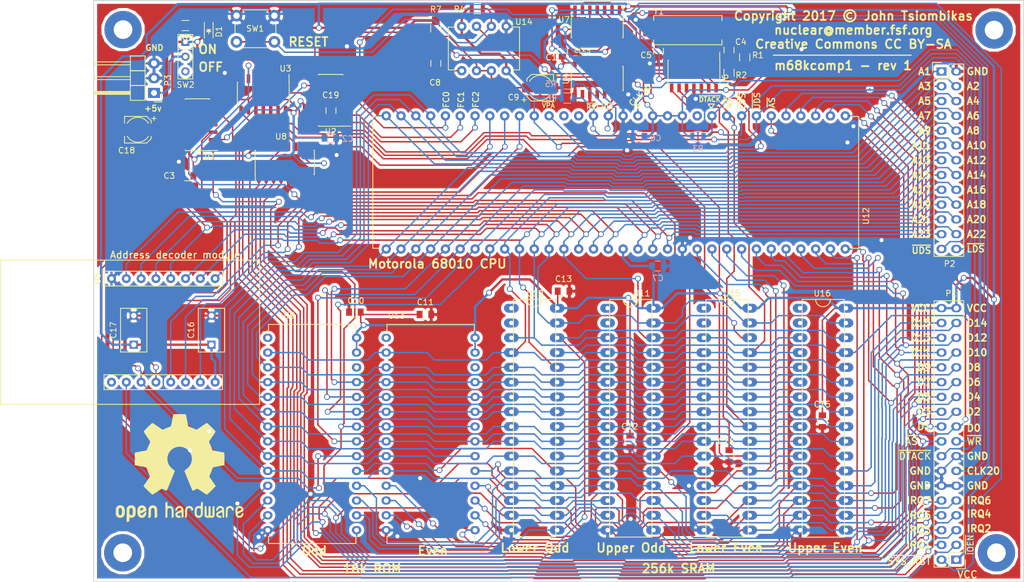
<source format=kicad_pcb>
(kicad_pcb (version 4) (host pcbnew 4.0.5+dfsg1-4)
  (layers (0 F.Cu signal) (31 B.Cu signal) (34 B.Paste user) (35 F.Paste user) (36 B.SilkS user) (37 F.SilkS user) (38 B.Mask user) (39 F.Mask user) (44 Edge.Cuts user))
  (net 0 "")
  (net 1 VCC)
  (net 2 GND)
  (net 3 "Net-(C4-Pad1)")
  (net 4 "Net-(C5-Pad1)")
  (net 5 "Net-(C8-Pad1)")
  (net 6 "Net-(C9-Pad1)")
  (net 7 "Net-(D1-Pad1)")
  (net 8 ~SYS_RESET)
  (net 9 /~IOEN)
  (net 10 ~IRQ1)
  (net 11 ~IRQ2)
  (net 12 ~IRQ3)
  (net 13 ~IRQ4)
  (net 14 ~IRQ5)
  (net 15 ~IRQ6)
  (net 16 ~IRQ7)
  (net 17 /CLK20)
  (net 18 ~DTACK)
  (net 19 /~WR)
  (net 20 /~AS)
  (net 21 /D0)
  (net 22 /D1)
  (net 23 /D2)
  (net 24 /D3)
  (net 25 /D4)
  (net 26 /D5)
  (net 27 /D6)
  (net 28 /D7)
  (net 29 /D8)
  (net 30 /D9)
  (net 31 /D10)
  (net 32 /D11)
  (net 33 /D12)
  (net 34 /D13)
  (net 35 /D14)
  (net 36 /D15)
  (net 37 /A1)
  (net 38 /A3)
  (net 39 /A2)
  (net 40 /A5)
  (net 41 /A4)
  (net 42 /A7)
  (net 43 /A6)
  (net 44 /A9)
  (net 45 /A8)
  (net 46 /A11)
  (net 47 /A10)
  (net 48 /A13)
  (net 49 /A12)
  (net 50 /A15)
  (net 51 /A14)
  (net 52 /A17)
  (net 53 /A16)
  (net 54 /A19)
  (net 55 /A18)
  (net 56 /A21)
  (net 57 /A20)
  (net 58 /A23)
  (net 59 /A22)
  (net 60 ~UDS)
  (net 61 ~LDS)
  (net 62 /5v)
  (net 63 "Net-(R1-Pad1)")
  (net 64 "Net-(R4-Pad2)")
  (net 65 "Net-(R5-Pad2)")
  (net 66 /AS)
  (net 67 /~ROMEN)
  (net 68 /ROMEN)
  (net 69 /~RAMEN)
  (net 70 /RAMEN)
  (net 71 "Net-(U1-Pad8)")
  (net 72 /FC2)
  (net 73 /FC1)
  (net 74 "Net-(U2-Pad3)")
  (net 75 /FC0)
  (net 76 "Net-(U2-Pad6)")
  (net 77 "Net-(U2-Pad8)")
  (net 78 "Net-(U2-Pad10)")
  (net 79 "Net-(U10-Pad22)")
  (net 80 "Net-(U15-Pad22)")
  (net 81 "Net-(U14-Pad3)")
  (net 82 /~RD)
  (net 83 "Net-(U7-Pad2)")
  (net 84 /CLK10)
  (net 85 /IPL2)
  (net 86 /IPL1)
  (net 87 /IPL0)
  (net 88 "Net-(U7-Pad12)")
  (net 89 /~VPA)
  (module m68kcomp1:addr_dec_module (layer F.Cu) (at 50.8 100.965 270)
    (fp_text reference U5 (at -9.525 4.953 270) (layer F.SilkS))
    (fp_text value address_decoder)
    (pad 1 thru_hole circle (at -9.525 -15.24 270) (size 1.524 1.524) (drill 0.762) (layers *.Cu *.Mask) (net 51 /A14))
    (pad 2 thru_hole circle (at -9.525 -12.7 270) (size 1.524 1.524) (drill 0.762) (layers *.Cu *.Mask) (net 50 /A15))
    (pad 3 thru_hole circle (at -9.525 -10.16 270) (size 1.524 1.524) (drill 0.762) (layers *.Cu *.Mask) (net 53 /A16))
    (pad 4 thru_hole circle (at -9.525 -7.62 270) (size 1.524 1.524) (drill 0.762) (layers *.Cu *.Mask) (net 52 /A17))
    (pad 5 thru_hole circle (at -9.525 -5.08 270) (size 1.524 1.524) (drill 0.762) (layers *.Cu *.Mask) (net 55 /A18))
    (pad 6 thru_hole circle (at -9.525 -2.54 270) (size 1.524 1.524) (drill 0.762) (layers *.Cu *.Mask) (net 54 /A19))
    (pad 7 thru_hole circle (at -9.525 0 270) (size 1.524 1.524) (drill 0.762) (layers *.Cu *.Mask) (net 57 /A20))
    (pad 8 thru_hole circle (at -9.525 2.54 270) (size 1.524 1.524) (drill 0.762) (layers *.Cu *.Mask) (net 2 GND))
    (pad 9 thru_hole circle (at 8.255 2.54 270) (size 1.524 1.524) (drill 0.762) (layers *.Cu *.Mask))
    (pad 10 thru_hole circle (at 8.255 0 270) (size 1.524 1.524) (drill 0.762) (layers *.Cu *.Mask) (net 9 /~IOEN))
    (pad 11 thru_hole circle (at 8.255 -2.54 270) (size 1.524 1.524) (drill 0.762) (layers *.Cu *.Mask) (net 67 /~ROMEN))
    (pad 12 thru_hole circle (at 8.255 -5.08 270) (size 1.524 1.524) (drill 0.762) (layers *.Cu *.Mask) (net 69 /~RAMEN))
    (pad 13 thru_hole circle (at 8.255 -7.62 270) (size 1.524 1.524) (drill 0.762) (layers *.Cu *.Mask) (net 58 /A23))
    (pad 14 thru_hole circle (at 8.255 -10.16 270) (size 1.524 1.524) (drill 0.762) (layers *.Cu *.Mask) (net 59 /A22))
    (pad 15 thru_hole circle (at 8.255 -12.7 270) (size 1.524 1.524) (drill 0.762) (layers *.Cu *.Mask) (net 56 /A21))
    (pad 16 thru_hole circle (at 8.255 -15.24 270) (size 1.524 1.524) (drill 0.762) (layers *.Cu *.Mask) (net 1 VCC))
  )
  (module m68kcomp1:DIP-28_W15.24mm_oval (layer F.Cu) (at 95.377 101.6)
    (fp_text reference U13 (at 1.778 -3.81) (layer F.SilkS))
    (fp_text value at28c64)
    (pad 1 thru_hole oval (at 0 0) (size 1.6 1.4) (drill 0.8) (layers *.Cu *.Mask))
    (pad 2 thru_hole oval (at 0 2.54) (size 1.6 1.4) (drill 0.8) (layers *.Cu *.Mask) (net 48 /A13))
    (pad 3 thru_hole oval (at 0 5.08) (size 1.6 1.4) (drill 0.8) (layers *.Cu *.Mask) (net 45 /A8))
    (pad 4 thru_hole oval (at 0 7.62) (size 1.6 1.4) (drill 0.8) (layers *.Cu *.Mask) (net 42 /A7))
    (pad 5 thru_hole oval (at 0 10.16) (size 1.6 1.4) (drill 0.8) (layers *.Cu *.Mask) (net 43 /A6))
    (pad 6 thru_hole oval (at 0 12.7) (size 1.6 1.4) (drill 0.8) (layers *.Cu *.Mask) (net 40 /A5))
    (pad 7 thru_hole oval (at 0 15.24) (size 1.6 1.4) (drill 0.8) (layers *.Cu *.Mask) (net 41 /A4))
    (pad 8 thru_hole oval (at 0 17.78) (size 1.6 1.4) (drill 0.8) (layers *.Cu *.Mask) (net 38 /A3))
    (pad 9 thru_hole oval (at 0 20.32) (size 1.6 1.4) (drill 0.8) (layers *.Cu *.Mask) (net 39 /A2))
    (pad 10 thru_hole oval (at 0 22.86) (size 1.6 1.4) (drill 0.8) (layers *.Cu *.Mask) (net 37 /A1))
    (pad 11 thru_hole oval (at 0 25.4) (size 1.6 1.4) (drill 0.8) (layers *.Cu *.Mask) (net 29 /D8))
    (pad 12 thru_hole oval (at 0 27.94) (size 1.6 1.4) (drill 0.8) (layers *.Cu *.Mask) (net 30 /D9))
    (pad 13 thru_hole oval (at 0 30.48) (size 1.6 1.4) (drill 0.8) (layers *.Cu *.Mask) (net 31 /D10))
    (pad 14 thru_hole oval (at 0 33.02) (size 1.6 1.4) (drill 0.8) (layers *.Cu *.Mask) (net 2 GND))
    (pad 15 thru_hole oval (at 15.24 33.02) (size 1.6 1.4) (drill 0.8) (layers *.Cu *.Mask) (net 32 /D11))
    (pad 16 thru_hole oval (at 15.24 30.48) (size 1.6 1.4) (drill 0.8) (layers *.Cu *.Mask) (net 33 /D12))
    (pad 17 thru_hole oval (at 15.24 27.94) (size 1.6 1.4) (drill 0.8) (layers *.Cu *.Mask) (net 34 /D13))
    (pad 18 thru_hole oval (at 15.24 25.4) (size 1.6 1.4) (drill 0.8) (layers *.Cu *.Mask) (net 35 /D14))
    (pad 19 thru_hole oval (at 15.24 22.86) (size 1.6 1.4) (drill 0.8) (layers *.Cu *.Mask) (net 36 /D15))
    (pad 20 thru_hole oval (at 15.24 20.32) (size 1.6 1.4) (drill 0.8) (layers *.Cu *.Mask) (net 67 /~ROMEN))
    (pad 21 thru_hole oval (at 15.24 17.78) (size 1.6 1.4) (drill 0.8) (layers *.Cu *.Mask) (net 46 /A11))
    (pad 22 thru_hole oval (at 15.24 15.24) (size 1.6 1.4) (drill 0.8) (layers *.Cu *.Mask) (net 20 /~AS))
    (pad 23 thru_hole oval (at 15.24 12.7) (size 1.6 1.4) (drill 0.8) (layers *.Cu *.Mask) (net 49 /A12))
    (pad 24 thru_hole oval (at 15.24 10.16) (size 1.6 1.4) (drill 0.8) (layers *.Cu *.Mask) (net 47 /A10))
    (pad 25 thru_hole oval (at 15.24 7.62) (size 1.6 1.4) (drill 0.8) (layers *.Cu *.Mask) (net 44 /A9))
    (pad 26 thru_hole oval (at 15.24 5.08) (size 1.6 1.4) (drill 0.8) (layers *.Cu *.Mask))
    (pad 27 thru_hole oval (at 15.24 2.54) (size 1.6 1.4) (drill 0.8) (layers *.Cu *.Mask) (net 1 VCC))
    (pad 28 thru_hole oval (at 15.24 0) (size 1.6 1.4) (drill 0.8) (layers *.Cu *.Mask) (net 1 VCC))
  )
  (module Crystals:Crystal_HC49-SD_SMD (layer F.Cu) (at 147.1168 48.7934 180)
    (fp_text reference Y1 (at 5.0038 3.2004 180) (layer F.SilkS))
    (fp_text value 20MHz)
    (pad 1 smd rect (at -4.84886 0 180) (size 5.6007 2.10058) (layers F.Cu F.Paste F.Mask) (net 3 "Net-(C4-Pad1)"))
    (pad 2 smd rect (at 4.84886 0 180) (size 5.6007 2.10058) (layers F.Cu F.Paste F.Mask) (net 4 "Net-(C5-Pad1)"))
  )
  (module m68kcomp1:DIP-32L (layer F.Cu) (at 153.797 116.84)
    (fp_text reference U15 (at 0.889 -22.86) (layer F.SilkS))
    (fp_text value sram_um61512ak)
    (pad 1 thru_hole oval (at -3.935 -20.32) (size 2.5 1.524) (drill 0.762) (layers *.Cu *.Mask))
    (pad 2 thru_hole oval (at -3.935 -17.78) (size 2.5 1.524) (drill 0.762) (layers *.Cu *.Mask))
    (pad 3 thru_hole oval (at -3.935 -15.24) (size 2.5 1.524) (drill 0.762) (layers *.Cu *.Mask) (net 50 /A15))
    (pad 4 thru_hole oval (at -3.935 -12.7) (size 2.5 1.524) (drill 0.762) (layers *.Cu *.Mask) (net 48 /A13))
    (pad 5 thru_hole oval (at -3.935 -10.16) (size 2.5 1.524) (drill 0.762) (layers *.Cu *.Mask) (net 45 /A8))
    (pad 6 thru_hole oval (at -3.935 -7.62) (size 2.5 1.524) (drill 0.762) (layers *.Cu *.Mask) (net 42 /A7))
    (pad 7 thru_hole oval (at -3.935 -5.08) (size 2.5 1.524) (drill 0.762) (layers *.Cu *.Mask) (net 43 /A6))
    (pad 8 thru_hole oval (at -3.935 -2.54) (size 2.5 1.524) (drill 0.762) (layers *.Cu *.Mask) (net 40 /A5))
    (pad 9 thru_hole oval (at -3.935 0) (size 2.5 1.524) (drill 0.762) (layers *.Cu *.Mask) (net 41 /A4))
    (pad 10 thru_hole oval (at -3.935 2.54) (size 2.5 1.524) (drill 0.762) (layers *.Cu *.Mask) (net 38 /A3))
    (pad 11 thru_hole oval (at -3.935 5.08) (size 2.5 1.524) (drill 0.762) (layers *.Cu *.Mask) (net 39 /A2))
    (pad 12 thru_hole oval (at -3.935 7.62) (size 2.5 1.524) (drill 0.762) (layers *.Cu *.Mask) (net 37 /A1))
    (pad 13 thru_hole oval (at -3.935 10.16) (size 2.5 1.524) (drill 0.762) (layers *.Cu *.Mask) (net 29 /D8))
    (pad 14 thru_hole oval (at -3.935 12.7) (size 2.5 1.524) (drill 0.762) (layers *.Cu *.Mask) (net 30 /D9))
    (pad 15 thru_hole oval (at -3.935 15.24) (size 2.5 1.524) (drill 0.762) (layers *.Cu *.Mask) (net 31 /D10))
    (pad 16 thru_hole oval (at -3.935 17.78) (size 2.5 1.524) (drill 0.762) (layers *.Cu *.Mask) (net 2 GND))
    (pad 17 thru_hole oval (at 3.935 17.78) (size 2.5 1.524) (drill 0.762) (layers *.Cu *.Mask) (net 32 /D11))
    (pad 18 thru_hole oval (at 3.935 15.24) (size 2.5 1.524) (drill 0.762) (layers *.Cu *.Mask) (net 33 /D12))
    (pad 19 thru_hole oval (at 3.935 12.7) (size 2.5 1.524) (drill 0.762) (layers *.Cu *.Mask) (net 34 /D13))
    (pad 20 thru_hole oval (at 3.935 10.16) (size 2.5 1.524) (drill 0.762) (layers *.Cu *.Mask) (net 35 /D14))
    (pad 21 thru_hole oval (at 3.935 7.62) (size 2.5 1.524) (drill 0.762) (layers *.Cu *.Mask) (net 36 /D15))
    (pad 22 thru_hole oval (at 3.935 5.08) (size 2.5 1.524) (drill 0.762) (layers *.Cu *.Mask) (net 80 "Net-(U15-Pad22)"))
    (pad 23 thru_hole oval (at 3.935 2.54) (size 2.5 1.524) (drill 0.762) (layers *.Cu *.Mask) (net 46 /A11))
    (pad 24 thru_hole oval (at 3.935 0) (size 2.5 1.524) (drill 0.762) (layers *.Cu *.Mask) (net 82 /~RD))
    (pad 25 thru_hole oval (at 3.935 -2.54) (size 2.5 1.524) (drill 0.762) (layers *.Cu *.Mask) (net 49 /A12))
    (pad 26 thru_hole oval (at 3.935 -5.08) (size 2.5 1.524) (drill 0.762) (layers *.Cu *.Mask) (net 47 /A10))
    (pad 27 thru_hole oval (at 3.935 -7.62) (size 2.5 1.524) (drill 0.762) (layers *.Cu *.Mask) (net 44 /A9))
    (pad 28 thru_hole oval (at 3.935 -10.16) (size 2.5 1.524) (drill 0.762) (layers *.Cu *.Mask) (net 51 /A14))
    (pad 29 thru_hole oval (at 3.935 -12.7) (size 2.5 1.524) (drill 0.762) (layers *.Cu *.Mask) (net 19 /~WR))
    (pad 30 thru_hole oval (at 3.935 -15.24) (size 2.5 1.524) (drill 0.762) (layers *.Cu *.Mask) (net 71 "Net-(U1-Pad8)"))
    (pad 31 thru_hole oval (at 3.935 -17.78) (size 2.5 1.524) (drill 0.762) (layers *.Cu *.Mask) (net 53 /A16))
    (pad 32 thru_hole oval (at 3.935 -20.32) (size 2.5 1.524) (drill 0.762) (layers *.Cu *.Mask) (net 1 VCC))
  )
  (module Capacitors_SMD:C_0805 (layer F.Cu) (at 125.603 52.34 90)
    (fp_text reference C1 (at -1.127 -1.905 180) (layer F.SilkS))
    (fp_text value 0.1uF)
    (pad 1 smd rect (at -1 0 90) (size 1 1.25) (layers F.Cu F.Paste F.Mask) (net 1 VCC))
    (pad 2 smd rect (at 1 0 90) (size 1 1.25) (layers F.Cu F.Paste F.Mask) (net 2 GND))
  )
  (module Capacitors_SMD:C_0805 (layer B.Cu) (at 85.8 67.3)
    (fp_text reference C2 (at 2.973 0.137) (layer B.SilkS) (effects (justify mirror)))
    (fp_text value 0.1uF)
    (pad 1 smd rect (at -1 0) (size 1 1.25) (layers B.Cu B.Paste B.Mask) (net 1 VCC))
    (pad 2 smd rect (at 1 0) (size 1 1.25) (layers B.Cu B.Paste B.Mask) (net 2 GND))
  )
  (module Capacitors_SMD:C_0805 (layer F.Cu) (at 61.3 73.8 180)
    (fp_text reference C3 (at 3.134 0.013 180) (layer F.SilkS))
    (fp_text value 0.1uF)
    (pad 1 smd rect (at -1 0 180) (size 1 1.25) (layers F.Cu F.Paste F.Mask) (net 1 VCC))
    (pad 2 smd rect (at 1 0 180) (size 1 1.25) (layers F.Cu F.Paste F.Mask) (net 2 GND))
  )
  (module Capacitors_SMD:C_0805 (layer F.Cu) (at 154.177 52.2 270)
    (fp_text reference C4 (at -1.4 -2.033 360) (layer F.SilkS))
    (fp_text value 22pF)
    (pad 1 smd rect (at -1 0 270) (size 1 1.25) (layers F.Cu F.Paste F.Mask) (net 3 "Net-(C4-Pad1)"))
    (pad 2 smd rect (at 1 0 270) (size 1 1.25) (layers F.Cu F.Paste F.Mask) (net 2 GND))
  )
  (module Capacitors_SMD:C_0805 (layer F.Cu) (at 142.077 52.4 270)
    (fp_text reference C5 (at 0.686 2.123 360) (layer F.SilkS))
    (fp_text value 22pF)
    (pad 1 smd rect (at -1 0 270) (size 1 1.25) (layers F.Cu F.Paste F.Mask) (net 4 "Net-(C5-Pad1)"))
    (pad 2 smd rect (at 1 0 270) (size 1 1.25) (layers F.Cu F.Paste F.Mask) (net 2 GND))
  )
  (module Capacitors_SMD:C_0805 (layer B.Cu) (at 138.684 67.056 180)
    (fp_text reference C6 (at -2.921 -0.254 180) (layer B.SilkS) (effects (justify mirror)))
    (fp_text value 0.1uF)
    (pad 1 smd rect (at -1 0 180) (size 1 1.25) (layers B.Cu B.Paste B.Mask) (net 1 VCC))
    (pad 2 smd rect (at 1 0 180) (size 1 1.25) (layers B.Cu B.Paste B.Mask) (net 2 GND))
  )
  (module Capacitors_SMD:C_0805 (layer B.Cu) (at 141.986 89.281)
    (fp_text reference C7 (at 0 2.1) (layer B.SilkS) (effects (justify mirror)))
    (fp_text value 0.1uF)
    (pad 1 smd rect (at -1 0) (size 1 1.25) (layers B.Cu B.Paste B.Mask) (net 1 VCC))
    (pad 2 smd rect (at 1 0) (size 1 1.25) (layers B.Cu B.Paste B.Mask) (net 2 GND))
  )
  (module Capacitors_SMD:C_0805_HandSoldering (layer F.Cu) (at 103.886 54.503 90)
    (fp_text reference C8 (at -3.282 -0.127 180) (layer F.SilkS))
    (fp_text value 10nF)
    (pad 1 smd rect (at -1.25 0 90) (size 1.5 1.25) (layers F.Cu F.Paste F.Mask) (net 5 "Net-(C8-Pad1)"))
    (pad 2 smd rect (at 1.25 0 90) (size 1.5 1.25) (layers F.Cu F.Paste F.Mask) (net 2 GND))
  )
  (module Capacitors_SMD:c_elec_4x5.7 (layer F.Cu) (at 121.793 58.674)
    (fp_text reference C9 (at -4.572 1.651) (layer F.SilkS))
    (fp_text value 1uF)
    (fp_text user + (at -2.7686 2.0066) (layer F.SilkS))
    (pad 1 smd rect (at -1.8 0 180) (size 2.6 1.6) (layers F.Cu F.Paste F.Mask) (net 6 "Net-(C9-Pad1)"))
    (pad 2 smd rect (at 1.8 0 180) (size 2.6 1.6) (layers F.Cu F.Paste F.Mask) (net 2 GND))
  )
  (module Capacitors_SMD:C_0805 (layer F.Cu) (at 90 97.2 180)
    (fp_text reference C10 (at -0.17 1.95 180) (layer F.SilkS))
    (fp_text value 0.1uF)
    (pad 1 smd rect (at -1 0 180) (size 1 1.25) (layers F.Cu F.Paste F.Mask) (net 1 VCC))
    (pad 2 smd rect (at 1 0 180) (size 1 1.25) (layers F.Cu F.Paste F.Mask) (net 2 GND))
  )
  (module Capacitors_SMD:C_0805 (layer F.Cu) (at 102.1 97.6)
    (fp_text reference C11 (at 0 -2.1) (layer F.SilkS))
    (fp_text value 0.1uF)
    (pad 1 smd rect (at -1 0) (size 1 1.25) (layers F.Cu F.Paste F.Mask) (net 1 VCC))
    (pad 2 smd rect (at 1 0) (size 1 1.25) (layers F.Cu F.Paste F.Mask) (net 2 GND))
  )
  (module Capacitors_SMD:C_0805 (layer F.Cu) (at 137.2 119.4 270)
    (fp_text reference C12 (at -2.56 0.04 360) (layer F.SilkS))
    (fp_text value 0.1uF)
    (pad 1 smd rect (at -1 0 270) (size 1 1.25) (layers F.Cu F.Paste F.Mask) (net 1 VCC))
    (pad 2 smd rect (at 1 0 270) (size 1 1.25) (layers F.Cu F.Paste F.Mask) (net 2 GND))
  )
  (module Capacitors_SMD:C_0805 (layer F.Cu) (at 125.8 93.6)
    (fp_text reference C13 (at 0 -2.1) (layer F.SilkS))
    (fp_text value 0.1uF)
    (pad 1 smd rect (at -1 0) (size 1 1.25) (layers F.Cu F.Paste F.Mask) (net 1 VCC))
    (pad 2 smd rect (at 1 0) (size 1 1.25) (layers F.Cu F.Paste F.Mask) (net 2 GND))
  )
  (module Capacitors_SMD:C_0805 (layer F.Cu) (at 154.2 121.9 270)
    (fp_text reference C14 (at -2.52 0.53 360) (layer F.SilkS))
    (fp_text value 0.1uF)
    (pad 1 smd rect (at -1 0 270) (size 1 1.25) (layers F.Cu F.Paste F.Mask) (net 1 VCC))
    (pad 2 smd rect (at 1 0 270) (size 1 1.25) (layers F.Cu F.Paste F.Mask) (net 2 GND))
  )
  (module Capacitors_SMD:C_0805 (layer F.Cu) (at 170.2 115.9 270)
    (fp_text reference C15 (at -2.87 0.02 360) (layer F.SilkS))
    (fp_text value 0.1uF)
    (pad 1 smd rect (at -1 0 270) (size 1 1.25) (layers F.Cu F.Paste F.Mask) (net 1 VCC))
    (pad 2 smd rect (at 1 0 270) (size 1 1.25) (layers F.Cu F.Paste F.Mask) (net 2 GND))
  )
  (module LEDs:LED_0805 (layer F.Cu) (at 64.937 49.04902 270)
    (fp_text reference D1 (at 0 -1.75 270) (layer F.SilkS))
    (fp_text value LED)
    (pad 2 smd rect (at 1.04902 0 90) (size 1.19888 1.19888) (layers F.Cu F.Paste F.Mask) (net 1 VCC))
    (pad 1 smd rect (at -1.04902 0 90) (size 1.19888 1.19888) (layers F.Cu F.Paste F.Mask) (net 7 "Net-(D1-Pad1)"))
  )
  (module Pin_Headers:Pin_Header_Angled_1x03 (layer F.Cu) (at 55.556 59.563 180)
    (fp_text reference P3 (at -2.356 2.159 270) (layer F.SilkS))
    (fp_text value POWER)
    (pad 1 thru_hole rect (at 0 0 180) (size 2.032 1.7272) (drill 1.016) (layers *.Cu *.Mask) (net 62 /5v))
    (pad 2 thru_hole oval (at 0 2.54 180) (size 2.032 1.7272) (drill 1.016) (layers *.Cu *.Mask) (net 2 GND))
    (pad 3 thru_hole oval (at 0 5.08 180) (size 2.032 1.7272) (drill 1.016) (layers *.Cu *.Mask) (net 2 GND))
  )
  (module Resistors_SMD:R_0805 (layer F.Cu) (at 156.877 53.45 90)
    (fp_text reference R1 (at 0.364 2.254 180) (layer F.SilkS))
    (fp_text value 47k)
    (pad 1 smd rect (at -0.95 0 90) (size 0.7 1.3) (layers F.Cu F.Paste F.Mask) (net 63 "Net-(R1-Pad1)"))
    (pad 2 smd rect (at 0.95 0 90) (size 0.7 1.3) (layers F.Cu F.Paste F.Mask) (net 3 "Net-(C4-Pad1)"))
  )
  (module Resistors_SMD:R_0805 (layer F.Cu) (at 154.177 56.1 270)
    (fp_text reference R2 (at 0.415 -2.1 360) (layer F.SilkS))
    (fp_text value 120R)
    (pad 1 smd rect (at -0.95 0 270) (size 0.7 1.3) (layers F.Cu F.Paste F.Mask) (net 63 "Net-(R1-Pad1)"))
    (pad 2 smd rect (at 0.95 0 270) (size 0.7 1.3) (layers F.Cu F.Paste F.Mask) (net 4 "Net-(C5-Pad1)"))
  )
  (module Resistors_SMD:R_0805 (layer B.Cu) (at 148.844 67.056)
    (fp_text reference R3 (at 0 2.1) (layer B.SilkS) (effects (justify mirror)))
    (fp_text value 4.7k)
    (pad 1 smd rect (at -0.95 0) (size 0.7 1.3) (layers B.Cu B.Paste B.Mask) (net 1 VCC))
    (pad 2 smd rect (at 0.95 0) (size 0.7 1.3) (layers B.Cu B.Paste B.Mask) (net 18 ~DTACK))
  )
  (module Resistors_SMD:R_0805 (layer F.Cu) (at 110.998 45.085)
    (fp_text reference R4 (at -3.05 0.1) (layer F.SilkS))
    (fp_text value 4.7k)
    (pad 1 smd rect (at -0.95 0) (size 0.7 1.3) (layers F.Cu F.Paste F.Mask) (net 1 VCC))
    (pad 2 smd rect (at 0.95 0) (size 0.7 1.3) (layers F.Cu F.Paste F.Mask) (net 64 "Net-(R4-Pad2)"))
  )
  (module Resistors_SMD:R_0805 (layer B.Cu) (at 126.426 58.039)
    (fp_text reference R5 (at -2.855 0) (layer B.SilkS) (effects (justify mirror)))
    (fp_text value 4.7k)
    (pad 1 smd rect (at -0.95 0) (size 0.7 1.3) (layers B.Cu B.Paste B.Mask) (net 1 VCC))
    (pad 2 smd rect (at 0.95 0) (size 0.7 1.3) (layers B.Cu B.Paste B.Mask) (net 65 "Net-(R5-Pad2)"))
  )
  (module Resistors_SMD:R_0805 (layer B.Cu) (at 126.426 60.452 180)
    (fp_text reference R6 (at 2.728 0 180) (layer B.SilkS) (effects (justify mirror)))
    (fp_text value 4.7k)
    (pad 1 smd rect (at -0.95 0 180) (size 0.7 1.3) (layers B.Cu B.Paste B.Mask) (net 8 ~SYS_RESET))
    (pad 2 smd rect (at 0.95 0 180) (size 0.7 1.3) (layers B.Cu B.Paste B.Mask) (net 1 VCC))
  )
  (module Resistors_SMD:R_0805_HandSoldering (layer F.Cu) (at 103.886 48.514 90)
    (fp_text reference R7 (at 3.302 0 180) (layer F.SilkS))
    (fp_text value 1M)
    (pad 1 smd rect (at -1.35 0 90) (size 1.5 1.3) (layers F.Cu F.Paste F.Mask) (net 6 "Net-(C9-Pad1)"))
    (pad 2 smd rect (at 1.35 0 90) (size 1.5 1.3) (layers F.Cu F.Paste F.Mask) (net 1 VCC))
  )
  (module Resistors_SMD:R_0805 (layer F.Cu) (at 60.937 48 180)
    (fp_text reference R8 (at 0 -2.1 180) (layer F.SilkS))
    (fp_text value 330)
    (pad 1 smd rect (at -0.95 0 180) (size 0.7 1.3) (layers F.Cu F.Paste F.Mask) (net 7 "Net-(D1-Pad1)"))
    (pad 2 smd rect (at 0.95 0 180) (size 0.7 1.3) (layers F.Cu F.Paste F.Mask) (net 2 GND))
  )
  (module Buttons_Switches_ThroughHole:SW_PUSH_6mm (layer F.Cu) (at 69.7 46.3)
    (fp_text reference SW1 (at 3.198 2.214) (layer F.SilkS))
    (fp_text value RST_SW)
    (pad 2 thru_hole circle (at 0 4.5 90) (size 2 2) (drill 1.1) (layers *.Cu *.Mask) (net 64 "Net-(R4-Pad2)"))
    (pad 1 thru_hole circle (at 0 0 90) (size 2 2) (drill 1.1) (layers *.Cu *.Mask) (net 2 GND))
    (pad 2 thru_hole circle (at 6.5 4.5 90) (size 2 2) (drill 1.1) (layers *.Cu *.Mask) (net 64 "Net-(R4-Pad2)"))
    (pad 1 thru_hole circle (at 6.5 0 90) (size 2 2) (drill 1.1) (layers *.Cu *.Mask) (net 2 GND))
  )
  (module Buttons_Switches_ThroughHole:SW_Micro_SPST (layer F.Cu) (at 60.937 53.34 270)
    (fp_text reference SW2 (at 4.826 -0.023 360) (layer F.SilkS))
    (fp_text value PWR_SW)
    (pad 1 thru_hole rect (at -2.54 0 270) (size 1.397 1.397) (drill 0.8128) (layers *.Cu *.Mask) (net 1 VCC))
    (pad 2 thru_hole circle (at 0 0 270) (size 1.397 1.397) (drill 0.8128) (layers *.Cu *.Mask) (net 62 /5v))
    (pad 3 thru_hole circle (at 2.54 0 270) (size 1.397 1.397) (drill 0.8128) (layers *.Cu *.Mask))
  )
  (module Housings_SOIC:SOIC-14_3.9x8.7mm_Pitch1.27mm (layer F.Cu) (at 62.992 65.024 180)
    (fp_text reference U1 (at -2.159 -5.461 180) (layer F.SilkS))
    (fp_text value 74LS04)
    (pad 1 smd rect (at -2.7 -3.81 180) (size 1.5 0.6) (layers F.Cu F.Paste F.Mask) (net 20 /~AS))
    (pad 2 smd rect (at -2.7 -2.54 180) (size 1.5 0.6) (layers F.Cu F.Paste F.Mask) (net 66 /AS))
    (pad 3 smd rect (at -2.7 -1.27 180) (size 1.5 0.6) (layers F.Cu F.Paste F.Mask) (net 67 /~ROMEN))
    (pad 4 smd rect (at -2.7 0 180) (size 1.5 0.6) (layers F.Cu F.Paste F.Mask) (net 68 /ROMEN))
    (pad 5 smd rect (at -2.7 1.27 180) (size 1.5 0.6) (layers F.Cu F.Paste F.Mask) (net 69 /~RAMEN))
    (pad 6 smd rect (at -2.7 2.54 180) (size 1.5 0.6) (layers F.Cu F.Paste F.Mask) (net 70 /RAMEN))
    (pad 7 smd rect (at -2.7 3.81 180) (size 1.5 0.6) (layers F.Cu F.Paste F.Mask) (net 2 GND))
    (pad 8 smd rect (at 2.7 3.81 180) (size 1.5 0.6) (layers F.Cu F.Paste F.Mask) (net 71 "Net-(U1-Pad8)"))
    (pad 9 smd rect (at 2.7 2.54 180) (size 1.5 0.6) (layers F.Cu F.Paste F.Mask) (net 52 /A17))
    (pad 10 smd rect (at 2.7 1.27 180) (size 1.5 0.6) (layers F.Cu F.Paste F.Mask))
    (pad 11 smd rect (at 2.7 0 180) (size 1.5 0.6) (layers F.Cu F.Paste F.Mask) (net 2 GND))
    (pad 12 smd rect (at 2.7 -1.27 180) (size 1.5 0.6) (layers F.Cu F.Paste F.Mask))
    (pad 13 smd rect (at 2.7 -2.54 180) (size 1.5 0.6) (layers F.Cu F.Paste F.Mask) (net 2 GND))
    (pad 14 smd rect (at 2.7 -3.81 180) (size 1.5 0.6) (layers F.Cu F.Paste F.Mask) (net 1 VCC))
  )
  (module Housings_SOIC:SOIC-14_3.9x8.7mm_Pitch1.27mm (layer F.Cu) (at 85.852 60.833 180)
    (fp_text reference U2 (at 0 -5.375 180) (layer F.SilkS))
    (fp_text value 74LS08)
    (pad 1 smd rect (at -2.7 -3.81 180) (size 1.5 0.6) (layers F.Cu F.Paste F.Mask) (net 72 /FC2))
    (pad 2 smd rect (at -2.7 -2.54 180) (size 1.5 0.6) (layers F.Cu F.Paste F.Mask) (net 73 /FC1))
    (pad 3 smd rect (at -2.7 -1.27 180) (size 1.5 0.6) (layers F.Cu F.Paste F.Mask) (net 74 "Net-(U2-Pad3)"))
    (pad 4 smd rect (at -2.7 0 180) (size 1.5 0.6) (layers F.Cu F.Paste F.Mask) (net 74 "Net-(U2-Pad3)"))
    (pad 5 smd rect (at -2.7 1.27 180) (size 1.5 0.6) (layers F.Cu F.Paste F.Mask) (net 75 /FC0))
    (pad 6 smd rect (at -2.7 2.54 180) (size 1.5 0.6) (layers F.Cu F.Paste F.Mask) (net 76 "Net-(U2-Pad6)"))
    (pad 7 smd rect (at -2.7 3.81 180) (size 1.5 0.6) (layers F.Cu F.Paste F.Mask) (net 2 GND))
    (pad 8 smd rect (at 2.7 3.81 180) (size 1.5 0.6) (layers F.Cu F.Paste F.Mask) (net 77 "Net-(U2-Pad8)"))
    (pad 9 smd rect (at 2.7 2.54 180) (size 1.5 0.6) (layers F.Cu F.Paste F.Mask) (net 66 /AS))
    (pad 10 smd rect (at 2.7 1.27 180) (size 1.5 0.6) (layers F.Cu F.Paste F.Mask) (net 78 "Net-(U2-Pad10)"))
    (pad 11 smd rect (at 2.7 0 180) (size 1.5 0.6) (layers F.Cu F.Paste F.Mask))
    (pad 12 smd rect (at 2.7 -1.27 180) (size 1.5 0.6) (layers F.Cu F.Paste F.Mask) (net 2 GND))
    (pad 13 smd rect (at 2.7 -2.54 180) (size 1.5 0.6) (layers F.Cu F.Paste F.Mask) (net 2 GND))
    (pad 14 smd rect (at 2.7 -3.81 180) (size 1.5 0.6) (layers F.Cu F.Paste F.Mask) (net 1 VCC))
  )
  (module Housings_SOIC:SOIC-14_3.9x8.7mm_Pitch1.27mm (layer F.Cu) (at 74.295 59.817 270)
    (fp_text reference U3 (at -4.445 -3.81 360) (layer F.SilkS))
    (fp_text value 74LS32)
    (pad 1 smd rect (at -2.7 -3.81 270) (size 1.5 0.6) (layers F.Cu F.Paste F.Mask) (net 68 /ROMEN))
    (pad 2 smd rect (at -2.7 -2.54 270) (size 1.5 0.6) (layers F.Cu F.Paste F.Mask) (net 70 /RAMEN))
    (pad 3 smd rect (at -2.7 -1.27 270) (size 1.5 0.6) (layers F.Cu F.Paste F.Mask) (net 78 "Net-(U2-Pad10)"))
    (pad 4 smd rect (at -2.7 0 270) (size 1.5 0.6) (layers F.Cu F.Paste F.Mask) (net 61 ~LDS))
    (pad 5 smd rect (at -2.7 1.27 270) (size 1.5 0.6) (layers F.Cu F.Paste F.Mask) (net 69 /~RAMEN))
    (pad 6 smd rect (at -2.7 2.54 270) (size 1.5 0.6) (layers F.Cu F.Paste F.Mask) (net 79 "Net-(U10-Pad22)"))
    (pad 7 smd rect (at -2.7 3.81 270) (size 1.5 0.6) (layers F.Cu F.Paste F.Mask) (net 2 GND))
    (pad 8 smd rect (at 2.7 3.81 270) (size 1.5 0.6) (layers F.Cu F.Paste F.Mask) (net 80 "Net-(U15-Pad22)"))
    (pad 9 smd rect (at 2.7 2.54 270) (size 1.5 0.6) (layers F.Cu F.Paste F.Mask) (net 69 /~RAMEN))
    (pad 10 smd rect (at 2.7 1.27 270) (size 1.5 0.6) (layers F.Cu F.Paste F.Mask) (net 60 ~UDS))
    (pad 11 smd rect (at 2.7 0 270) (size 1.5 0.6) (layers F.Cu F.Paste F.Mask))
    (pad 12 smd rect (at 2.7 -1.27 270) (size 1.5 0.6) (layers F.Cu F.Paste F.Mask))
    (pad 13 smd rect (at 2.7 -2.54 270) (size 1.5 0.6) (layers F.Cu F.Paste F.Mask))
    (pad 14 smd rect (at 2.7 -3.81 270) (size 1.5 0.6) (layers F.Cu F.Paste F.Mask) (net 1 VCC))
  )
  (module Housings_SOIC:SOIC-14_3.9x8.7mm_Pitch1.27mm (layer F.Cu) (at 131.577 57.1 90)
    (fp_text reference U4 (at 0 -5.375 90) (layer F.SilkS))
    (fp_text value 74HC05)
    (pad 1 smd rect (at -2.7 -3.81 90) (size 1.5 0.6) (layers F.Cu F.Paste F.Mask) (net 2 GND))
    (pad 2 smd rect (at -2.7 -2.54 90) (size 1.5 0.6) (layers F.Cu F.Paste F.Mask))
    (pad 3 smd rect (at -2.7 -1.27 90) (size 1.5 0.6) (layers F.Cu F.Paste F.Mask) (net 2 GND))
    (pad 4 smd rect (at -2.7 0 90) (size 1.5 0.6) (layers F.Cu F.Paste F.Mask))
    (pad 5 smd rect (at -2.7 1.27 90) (size 1.5 0.6) (layers F.Cu F.Paste F.Mask) (net 81 "Net-(U14-Pad3)"))
    (pad 6 smd rect (at -2.7 2.54 90) (size 1.5 0.6) (layers F.Cu F.Paste F.Mask) (net 8 ~SYS_RESET))
    (pad 7 smd rect (at -2.7 3.81 90) (size 1.5 0.6) (layers F.Cu F.Paste F.Mask) (net 2 GND))
    (pad 8 smd rect (at 2.7 3.81 90) (size 1.5 0.6) (layers F.Cu F.Paste F.Mask) (net 65 "Net-(R5-Pad2)"))
    (pad 9 smd rect (at 2.7 2.54 90) (size 1.5 0.6) (layers F.Cu F.Paste F.Mask) (net 81 "Net-(U14-Pad3)"))
    (pad 10 smd rect (at 2.7 1.27 90) (size 1.5 0.6) (layers F.Cu F.Paste F.Mask) (net 18 ~DTACK))
    (pad 11 smd rect (at 2.7 0 90) (size 1.5 0.6) (layers F.Cu F.Paste F.Mask) (net 77 "Net-(U2-Pad8)"))
    (pad 12 smd rect (at 2.7 -1.27 90) (size 1.5 0.6) (layers F.Cu F.Paste F.Mask))
    (pad 13 smd rect (at 2.7 -2.54 90) (size 1.5 0.6) (layers F.Cu F.Paste F.Mask) (net 2 GND))
    (pad 14 smd rect (at 2.7 -3.81 90) (size 1.5 0.6) (layers F.Cu F.Paste F.Mask) (net 1 VCC))
  )
  (module Housings_SOIC:SOIC-14_3.9x8.7mm_Pitch1.27mm (layer F.Cu) (at 148.1582 56.0254 270)
    (fp_text reference U6 (at 1.2746 -5.375 270) (layer F.SilkS))
    (fp_text value 74HC04)
    (pad 1 smd rect (at -2.7 -3.81 270) (size 1.5 0.6) (layers F.Cu F.Paste F.Mask) (net 3 "Net-(C4-Pad1)"))
    (pad 2 smd rect (at -2.7 -2.54 270) (size 1.5 0.6) (layers F.Cu F.Paste F.Mask) (net 63 "Net-(R1-Pad1)"))
    (pad 3 smd rect (at -2.7 -1.27 270) (size 1.5 0.6) (layers F.Cu F.Paste F.Mask) (net 4 "Net-(C5-Pad1)"))
    (pad 4 smd rect (at -2.7 0 270) (size 1.5 0.6) (layers F.Cu F.Paste F.Mask) (net 17 /CLK20))
    (pad 5 smd rect (at -2.7 1.27 270) (size 1.5 0.6) (layers F.Cu F.Paste F.Mask) (net 2 GND))
    (pad 6 smd rect (at -2.7 2.54 270) (size 1.5 0.6) (layers F.Cu F.Paste F.Mask))
    (pad 7 smd rect (at -2.7 3.81 270) (size 1.5 0.6) (layers F.Cu F.Paste F.Mask) (net 2 GND))
    (pad 8 smd rect (at 2.7 3.81 270) (size 1.5 0.6) (layers F.Cu F.Paste F.Mask) (net 82 /~RD))
    (pad 9 smd rect (at 2.7 2.54 270) (size 1.5 0.6) (layers F.Cu F.Paste F.Mask) (net 19 /~WR))
    (pad 10 smd rect (at 2.7 1.27 270) (size 1.5 0.6) (layers F.Cu F.Paste F.Mask))
    (pad 11 smd rect (at 2.7 0 270) (size 1.5 0.6) (layers F.Cu F.Paste F.Mask) (net 2 GND))
    (pad 12 smd rect (at 2.7 -1.27 270) (size 1.5 0.6) (layers F.Cu F.Paste F.Mask) (net 89 /~VPA))
    (pad 13 smd rect (at 2.7 -2.54 270) (size 1.5 0.6) (layers F.Cu F.Paste F.Mask) (net 76 "Net-(U2-Pad6)"))
    (pad 14 smd rect (at 2.7 -3.81 270) (size 1.5 0.6) (layers F.Cu F.Paste F.Mask) (net 1 VCC))
  )
  (module Housings_SOIC:SOIC-14_3.9x8.7mm_Pitch1.27mm (layer F.Cu) (at 131.577 48 270)
    (fp_text reference U7 (at -1.01 5.72 360) (layer F.SilkS))
    (fp_text value 74HC74)
    (pad 1 smd rect (at -2.7 -3.81 270) (size 1.5 0.6) (layers F.Cu F.Paste F.Mask) (net 1 VCC))
    (pad 2 smd rect (at -2.7 -2.54 270) (size 1.5 0.6) (layers F.Cu F.Paste F.Mask) (net 83 "Net-(U7-Pad2)"))
    (pad 3 smd rect (at -2.7 -1.27 270) (size 1.5 0.6) (layers F.Cu F.Paste F.Mask) (net 17 /CLK20))
    (pad 4 smd rect (at -2.7 0 270) (size 1.5 0.6) (layers F.Cu F.Paste F.Mask) (net 1 VCC))
    (pad 5 smd rect (at -2.7 1.27 270) (size 1.5 0.6) (layers F.Cu F.Paste F.Mask) (net 84 /CLK10))
    (pad 6 smd rect (at -2.7 2.54 270) (size 1.5 0.6) (layers F.Cu F.Paste F.Mask) (net 83 "Net-(U7-Pad2)"))
    (pad 7 smd rect (at -2.7 3.81 270) (size 1.5 0.6) (layers F.Cu F.Paste F.Mask) (net 2 GND))
    (pad 8 smd rect (at 2.7 3.81 270) (size 1.5 0.6) (layers F.Cu F.Paste F.Mask) (net 88 "Net-(U7-Pad12)"))
    (pad 9 smd rect (at 2.7 2.54 270) (size 1.5 0.6) (layers F.Cu F.Paste F.Mask))
    (pad 10 smd rect (at 2.7 1.27 270) (size 1.5 0.6) (layers F.Cu F.Paste F.Mask) (net 1 VCC))
    (pad 11 smd rect (at 2.7 0 270) (size 1.5 0.6) (layers F.Cu F.Paste F.Mask) (net 84 /CLK10))
    (pad 12 smd rect (at 2.7 -1.27 270) (size 1.5 0.6) (layers F.Cu F.Paste F.Mask) (net 88 "Net-(U7-Pad12)"))
    (pad 13 smd rect (at 2.7 -2.54 270) (size 1.5 0.6) (layers F.Cu F.Paste F.Mask) (net 1 VCC))
    (pad 14 smd rect (at 2.7 -3.81 270) (size 1.5 0.6) (layers F.Cu F.Paste F.Mask) (net 1 VCC))
  )
  (module Housings_SOIC:SOIC-16_3.9x9.9mm_Pitch1.27mm (layer F.Cu) (at 77.978 71.501 90)
    (fp_text reference U8 (at 4.445 -0.635 180) (layer F.SilkS))
    (fp_text value 74LS148)
    (pad 1 smd rect (at -2.7 -4.445 90) (size 1.5 0.6) (layers F.Cu F.Paste F.Mask) (net 13 ~IRQ4))
    (pad 2 smd rect (at -2.7 -3.175 90) (size 1.5 0.6) (layers F.Cu F.Paste F.Mask) (net 14 ~IRQ5))
    (pad 3 smd rect (at -2.7 -1.905 90) (size 1.5 0.6) (layers F.Cu F.Paste F.Mask) (net 15 ~IRQ6))
    (pad 4 smd rect (at -2.7 -0.635 90) (size 1.5 0.6) (layers F.Cu F.Paste F.Mask) (net 16 ~IRQ7))
    (pad 5 smd rect (at -2.7 0.635 90) (size 1.5 0.6) (layers F.Cu F.Paste F.Mask) (net 2 GND))
    (pad 6 smd rect (at -2.7 1.905 90) (size 1.5 0.6) (layers F.Cu F.Paste F.Mask) (net 85 /IPL2))
    (pad 7 smd rect (at -2.7 3.175 90) (size 1.5 0.6) (layers F.Cu F.Paste F.Mask) (net 86 /IPL1))
    (pad 8 smd rect (at -2.7 4.445 90) (size 1.5 0.6) (layers F.Cu F.Paste F.Mask) (net 2 GND))
    (pad 9 smd rect (at 2.7 4.445 90) (size 1.5 0.6) (layers F.Cu F.Paste F.Mask) (net 87 /IPL0))
    (pad 10 smd rect (at 2.7 3.175 90) (size 1.5 0.6) (layers F.Cu F.Paste F.Mask) (net 1 VCC))
    (pad 11 smd rect (at 2.7 1.905 90) (size 1.5 0.6) (layers F.Cu F.Paste F.Mask) (net 10 ~IRQ1))
    (pad 12 smd rect (at 2.7 0.635 90) (size 1.5 0.6) (layers F.Cu F.Paste F.Mask) (net 11 ~IRQ2))
    (pad 13 smd rect (at 2.7 -0.635 90) (size 1.5 0.6) (layers F.Cu F.Paste F.Mask) (net 12 ~IRQ3))
    (pad 14 smd rect (at 2.7 -1.905 90) (size 1.5 0.6) (layers F.Cu F.Paste F.Mask))
    (pad 15 smd rect (at 2.7 -3.175 90) (size 1.5 0.6) (layers F.Cu F.Paste F.Mask))
    (pad 16 smd rect (at 2.7 -4.445 90) (size 1.5 0.6) (layers F.Cu F.Paste F.Mask) (net 1 VCC))
  )
  (module m68kcomp1:DIP-32L (layer F.Cu) (at 120.777 116.84)
    (fp_text reference U10 (at 0.127 -22.86) (layer F.SilkS))
    (fp_text value sram_um61512ak)
    (pad 1 thru_hole oval (at -3.935 -20.32) (size 2.5 1.524) (drill 0.762) (layers *.Cu *.Mask))
    (pad 2 thru_hole oval (at -3.935 -17.78) (size 2.5 1.524) (drill 0.762) (layers *.Cu *.Mask))
    (pad 3 thru_hole oval (at -3.935 -15.24) (size 2.5 1.524) (drill 0.762) (layers *.Cu *.Mask) (net 50 /A15))
    (pad 4 thru_hole oval (at -3.935 -12.7) (size 2.5 1.524) (drill 0.762) (layers *.Cu *.Mask) (net 48 /A13))
    (pad 5 thru_hole oval (at -3.935 -10.16) (size 2.5 1.524) (drill 0.762) (layers *.Cu *.Mask) (net 45 /A8))
    (pad 6 thru_hole oval (at -3.935 -7.62) (size 2.5 1.524) (drill 0.762) (layers *.Cu *.Mask) (net 42 /A7))
    (pad 7 thru_hole oval (at -3.935 -5.08) (size 2.5 1.524) (drill 0.762) (layers *.Cu *.Mask) (net 43 /A6))
    (pad 8 thru_hole oval (at -3.935 -2.54) (size 2.5 1.524) (drill 0.762) (layers *.Cu *.Mask) (net 40 /A5))
    (pad 9 thru_hole oval (at -3.935 0) (size 2.5 1.524) (drill 0.762) (layers *.Cu *.Mask) (net 41 /A4))
    (pad 10 thru_hole oval (at -3.935 2.54) (size 2.5 1.524) (drill 0.762) (layers *.Cu *.Mask) (net 38 /A3))
    (pad 11 thru_hole oval (at -3.935 5.08) (size 2.5 1.524) (drill 0.762) (layers *.Cu *.Mask) (net 39 /A2))
    (pad 12 thru_hole oval (at -3.935 7.62) (size 2.5 1.524) (drill 0.762) (layers *.Cu *.Mask) (net 37 /A1))
    (pad 13 thru_hole oval (at -3.935 10.16) (size 2.5 1.524) (drill 0.762) (layers *.Cu *.Mask) (net 21 /D0))
    (pad 14 thru_hole oval (at -3.935 12.7) (size 2.5 1.524) (drill 0.762) (layers *.Cu *.Mask) (net 22 /D1))
    (pad 15 thru_hole oval (at -3.935 15.24) (size 2.5 1.524) (drill 0.762) (layers *.Cu *.Mask) (net 23 /D2))
    (pad 16 thru_hole oval (at -3.935 17.78) (size 2.5 1.524) (drill 0.762) (layers *.Cu *.Mask) (net 2 GND))
    (pad 17 thru_hole oval (at 3.935 17.78) (size 2.5 1.524) (drill 0.762) (layers *.Cu *.Mask) (net 24 /D3))
    (pad 18 thru_hole oval (at 3.935 15.24) (size 2.5 1.524) (drill 0.762) (layers *.Cu *.Mask) (net 25 /D4))
    (pad 19 thru_hole oval (at 3.935 12.7) (size 2.5 1.524) (drill 0.762) (layers *.Cu *.Mask) (net 26 /D5))
    (pad 20 thru_hole oval (at 3.935 10.16) (size 2.5 1.524) (drill 0.762) (layers *.Cu *.Mask) (net 27 /D6))
    (pad 21 thru_hole oval (at 3.935 7.62) (size 2.5 1.524) (drill 0.762) (layers *.Cu *.Mask) (net 28 /D7))
    (pad 22 thru_hole oval (at 3.935 5.08) (size 2.5 1.524) (drill 0.762) (layers *.Cu *.Mask) (net 79 "Net-(U10-Pad22)"))
    (pad 23 thru_hole oval (at 3.935 2.54) (size 2.5 1.524) (drill 0.762) (layers *.Cu *.Mask) (net 46 /A11))
    (pad 24 thru_hole oval (at 3.935 0) (size 2.5 1.524) (drill 0.762) (layers *.Cu *.Mask) (net 82 /~RD))
    (pad 25 thru_hole oval (at 3.935 -2.54) (size 2.5 1.524) (drill 0.762) (layers *.Cu *.Mask) (net 49 /A12))
    (pad 26 thru_hole oval (at 3.935 -5.08) (size 2.5 1.524) (drill 0.762) (layers *.Cu *.Mask) (net 47 /A10))
    (pad 27 thru_hole oval (at 3.935 -7.62) (size 2.5 1.524) (drill 0.762) (layers *.Cu *.Mask) (net 44 /A9))
    (pad 28 thru_hole oval (at 3.935 -10.16) (size 2.5 1.524) (drill 0.762) (layers *.Cu *.Mask) (net 51 /A14))
    (pad 29 thru_hole oval (at 3.935 -12.7) (size 2.5 1.524) (drill 0.762) (layers *.Cu *.Mask) (net 19 /~WR))
    (pad 30 thru_hole oval (at 3.935 -15.24) (size 2.5 1.524) (drill 0.762) (layers *.Cu *.Mask) (net 71 "Net-(U1-Pad8)"))
    (pad 31 thru_hole oval (at 3.935 -17.78) (size 2.5 1.524) (drill 0.762) (layers *.Cu *.Mask) (net 53 /A16))
    (pad 32 thru_hole oval (at 3.935 -20.32) (size 2.5 1.524) (drill 0.762) (layers *.Cu *.Mask) (net 1 VCC))
  )
  (module m68kcomp1:DIP-32L (layer F.Cu) (at 137.287 116.84)
    (fp_text reference U11 (at 1.905 -22.86) (layer F.SilkS))
    (fp_text value sram_um61512ak)
    (pad 1 thru_hole oval (at -3.935 -20.32) (size 2.5 1.524) (drill 0.762) (layers *.Cu *.Mask))
    (pad 2 thru_hole oval (at -3.935 -17.78) (size 2.5 1.524) (drill 0.762) (layers *.Cu *.Mask))
    (pad 3 thru_hole oval (at -3.935 -15.24) (size 2.5 1.524) (drill 0.762) (layers *.Cu *.Mask) (net 50 /A15))
    (pad 4 thru_hole oval (at -3.935 -12.7) (size 2.5 1.524) (drill 0.762) (layers *.Cu *.Mask) (net 48 /A13))
    (pad 5 thru_hole oval (at -3.935 -10.16) (size 2.5 1.524) (drill 0.762) (layers *.Cu *.Mask) (net 45 /A8))
    (pad 6 thru_hole oval (at -3.935 -7.62) (size 2.5 1.524) (drill 0.762) (layers *.Cu *.Mask) (net 42 /A7))
    (pad 7 thru_hole oval (at -3.935 -5.08) (size 2.5 1.524) (drill 0.762) (layers *.Cu *.Mask) (net 43 /A6))
    (pad 8 thru_hole oval (at -3.935 -2.54) (size 2.5 1.524) (drill 0.762) (layers *.Cu *.Mask) (net 40 /A5))
    (pad 9 thru_hole oval (at -3.935 0) (size 2.5 1.524) (drill 0.762) (layers *.Cu *.Mask) (net 41 /A4))
    (pad 10 thru_hole oval (at -3.935 2.54) (size 2.5 1.524) (drill 0.762) (layers *.Cu *.Mask) (net 38 /A3))
    (pad 11 thru_hole oval (at -3.935 5.08) (size 2.5 1.524) (drill 0.762) (layers *.Cu *.Mask) (net 39 /A2))
    (pad 12 thru_hole oval (at -3.935 7.62) (size 2.5 1.524) (drill 0.762) (layers *.Cu *.Mask) (net 37 /A1))
    (pad 13 thru_hole oval (at -3.935 10.16) (size 2.5 1.524) (drill 0.762) (layers *.Cu *.Mask) (net 21 /D0))
    (pad 14 thru_hole oval (at -3.935 12.7) (size 2.5 1.524) (drill 0.762) (layers *.Cu *.Mask) (net 22 /D1))
    (pad 15 thru_hole oval (at -3.935 15.24) (size 2.5 1.524) (drill 0.762) (layers *.Cu *.Mask) (net 23 /D2))
    (pad 16 thru_hole oval (at -3.935 17.78) (size 2.5 1.524) (drill 0.762) (layers *.Cu *.Mask) (net 2 GND))
    (pad 17 thru_hole oval (at 3.935 17.78) (size 2.5 1.524) (drill 0.762) (layers *.Cu *.Mask) (net 24 /D3))
    (pad 18 thru_hole oval (at 3.935 15.24) (size 2.5 1.524) (drill 0.762) (layers *.Cu *.Mask) (net 25 /D4))
    (pad 19 thru_hole oval (at 3.935 12.7) (size 2.5 1.524) (drill 0.762) (layers *.Cu *.Mask) (net 26 /D5))
    (pad 20 thru_hole oval (at 3.935 10.16) (size 2.5 1.524) (drill 0.762) (layers *.Cu *.Mask) (net 27 /D6))
    (pad 21 thru_hole oval (at 3.935 7.62) (size 2.5 1.524) (drill 0.762) (layers *.Cu *.Mask) (net 28 /D7))
    (pad 22 thru_hole oval (at 3.935 5.08) (size 2.5 1.524) (drill 0.762) (layers *.Cu *.Mask) (net 79 "Net-(U10-Pad22)"))
    (pad 23 thru_hole oval (at 3.935 2.54) (size 2.5 1.524) (drill 0.762) (layers *.Cu *.Mask) (net 46 /A11))
    (pad 24 thru_hole oval (at 3.935 0) (size 2.5 1.524) (drill 0.762) (layers *.Cu *.Mask) (net 82 /~RD))
    (pad 25 thru_hole oval (at 3.935 -2.54) (size 2.5 1.524) (drill 0.762) (layers *.Cu *.Mask) (net 49 /A12))
    (pad 26 thru_hole oval (at 3.935 -5.08) (size 2.5 1.524) (drill 0.762) (layers *.Cu *.Mask) (net 47 /A10))
    (pad 27 thru_hole oval (at 3.935 -7.62) (size 2.5 1.524) (drill 0.762) (layers *.Cu *.Mask) (net 44 /A9))
    (pad 28 thru_hole oval (at 3.935 -10.16) (size 2.5 1.524) (drill 0.762) (layers *.Cu *.Mask) (net 51 /A14))
    (pad 29 thru_hole oval (at 3.935 -12.7) (size 2.5 1.524) (drill 0.762) (layers *.Cu *.Mask) (net 19 /~WR))
    (pad 30 thru_hole oval (at 3.935 -15.24) (size 2.5 1.524) (drill 0.762) (layers *.Cu *.Mask) (net 52 /A17))
    (pad 31 thru_hole oval (at 3.935 -17.78) (size 2.5 1.524) (drill 0.762) (layers *.Cu *.Mask) (net 53 /A16))
    (pad 32 thru_hole oval (at 3.935 -20.32) (size 2.5 1.524) (drill 0.762) (layers *.Cu *.Mask) (net 1 VCC))
  )
  (module Housings_DIP:DIP-64_W22.86mm (layer F.Cu) (at 174.117 63.5 270)
    (fp_text reference U12 (at 17.2 -3.56 270) (layer F.SilkS))
    (fp_text value 68010D)
    (pad 1 thru_hole oval (at 0 0 270) (size 1.6 1.6) (drill 0.8) (layers *.Cu *.Mask) (net 25 /D4))
    (pad 2 thru_hole oval (at 0 2.54 270) (size 1.6 1.6) (drill 0.8) (layers *.Cu *.Mask) (net 24 /D3))
    (pad 3 thru_hole oval (at 0 5.08 270) (size 1.6 1.6) (drill 0.8) (layers *.Cu *.Mask) (net 23 /D2))
    (pad 4 thru_hole oval (at 0 7.62 270) (size 1.6 1.6) (drill 0.8) (layers *.Cu *.Mask) (net 22 /D1))
    (pad 5 thru_hole oval (at 0 10.16 270) (size 1.6 1.6) (drill 0.8) (layers *.Cu *.Mask) (net 21 /D0))
    (pad 6 thru_hole oval (at 0 12.7 270) (size 1.6 1.6) (drill 0.8) (layers *.Cu *.Mask) (net 20 /~AS))
    (pad 7 thru_hole oval (at 0 15.24 270) (size 1.6 1.6) (drill 0.8) (layers *.Cu *.Mask) (net 60 ~UDS))
    (pad 8 thru_hole oval (at 0 17.78 270) (size 1.6 1.6) (drill 0.8) (layers *.Cu *.Mask) (net 61 ~LDS))
    (pad 9 thru_hole oval (at 0 20.32 270) (size 1.6 1.6) (drill 0.8) (layers *.Cu *.Mask) (net 19 /~WR))
    (pad 10 thru_hole oval (at 0 22.86 270) (size 1.6 1.6) (drill 0.8) (layers *.Cu *.Mask) (net 18 ~DTACK))
    (pad 11 thru_hole oval (at 0 25.4 270) (size 1.6 1.6) (drill 0.8) (layers *.Cu *.Mask))
    (pad 12 thru_hole oval (at 0 27.94 270) (size 1.6 1.6) (drill 0.8) (layers *.Cu *.Mask) (net 1 VCC))
    (pad 13 thru_hole oval (at 0 30.48 270) (size 1.6 1.6) (drill 0.8) (layers *.Cu *.Mask) (net 1 VCC))
    (pad 14 thru_hole oval (at 0 33.02 270) (size 1.6 1.6) (drill 0.8) (layers *.Cu *.Mask) (net 1 VCC))
    (pad 15 thru_hole oval (at 0 35.56 270) (size 1.6 1.6) (drill 0.8) (layers *.Cu *.Mask) (net 84 /CLK10))
    (pad 16 thru_hole oval (at 0 38.1 270) (size 1.6 1.6) (drill 0.8) (layers *.Cu *.Mask) (net 2 GND))
    (pad 17 thru_hole oval (at 0 40.64 270) (size 1.6 1.6) (drill 0.8) (layers *.Cu *.Mask) (net 65 "Net-(R5-Pad2)"))
    (pad 18 thru_hole oval (at 0 43.18 270) (size 1.6 1.6) (drill 0.8) (layers *.Cu *.Mask) (net 8 ~SYS_RESET))
    (pad 19 thru_hole oval (at 0 45.72 270) (size 1.6 1.6) (drill 0.8) (layers *.Cu *.Mask))
    (pad 20 thru_hole oval (at 0 48.26 270) (size 1.6 1.6) (drill 0.8) (layers *.Cu *.Mask))
    (pad 21 thru_hole oval (at 0 50.8 270) (size 1.6 1.6) (drill 0.8) (layers *.Cu *.Mask) (net 89 /~VPA))
    (pad 22 thru_hole oval (at 0 53.34 270) (size 1.6 1.6) (drill 0.8) (layers *.Cu *.Mask) (net 1 VCC))
    (pad 23 thru_hole oval (at 0 55.88 270) (size 1.6 1.6) (drill 0.8) (layers *.Cu *.Mask) (net 85 /IPL2))
    (pad 24 thru_hole oval (at 0 58.42 270) (size 1.6 1.6) (drill 0.8) (layers *.Cu *.Mask) (net 86 /IPL1))
    (pad 25 thru_hole oval (at 0 60.96 270) (size 1.6 1.6) (drill 0.8) (layers *.Cu *.Mask) (net 87 /IPL0))
    (pad 26 thru_hole oval (at 0 63.5 270) (size 1.6 1.6) (drill 0.8) (layers *.Cu *.Mask) (net 72 /FC2))
    (pad 27 thru_hole oval (at 0 66.04 270) (size 1.6 1.6) (drill 0.8) (layers *.Cu *.Mask) (net 73 /FC1))
    (pad 28 thru_hole oval (at 0 68.58 270) (size 1.6 1.6) (drill 0.8) (layers *.Cu *.Mask) (net 75 /FC0))
    (pad 29 thru_hole oval (at 0 71.12 270) (size 1.6 1.6) (drill 0.8) (layers *.Cu *.Mask) (net 37 /A1))
    (pad 30 thru_hole oval (at 0 73.66 270) (size 1.6 1.6) (drill 0.8) (layers *.Cu *.Mask) (net 39 /A2))
    (pad 31 thru_hole oval (at 0 76.2 270) (size 1.6 1.6) (drill 0.8) (layers *.Cu *.Mask) (net 38 /A3))
    (pad 32 thru_hole oval (at 0 78.74 270) (size 1.6 1.6) (drill 0.8) (layers *.Cu *.Mask) (net 41 /A4))
    (pad 33 thru_hole oval (at 22.86 78.74 270) (size 1.6 1.6) (drill 0.8) (layers *.Cu *.Mask) (net 40 /A5))
    (pad 34 thru_hole oval (at 22.86 76.2 270) (size 1.6 1.6) (drill 0.8) (layers *.Cu *.Mask) (net 43 /A6))
    (pad 35 thru_hole oval (at 22.86 73.66 270) (size 1.6 1.6) (drill 0.8) (layers *.Cu *.Mask) (net 42 /A7))
    (pad 36 thru_hole oval (at 22.86 71.12 270) (size 1.6 1.6) (drill 0.8) (layers *.Cu *.Mask) (net 45 /A8))
    (pad 37 thru_hole oval (at 22.86 68.58 270) (size 1.6 1.6) (drill 0.8) (layers *.Cu *.Mask) (net 44 /A9))
    (pad 38 thru_hole oval (at 22.86 66.04 270) (size 1.6 1.6) (drill 0.8) (layers *.Cu *.Mask) (net 47 /A10))
    (pad 39 thru_hole oval (at 22.86 63.5 270) (size 1.6 1.6) (drill 0.8) (layers *.Cu *.Mask) (net 46 /A11))
    (pad 40 thru_hole oval (at 22.86 60.96 270) (size 1.6 1.6) (drill 0.8) (layers *.Cu *.Mask) (net 49 /A12))
    (pad 41 thru_hole oval (at 22.86 58.42 270) (size 1.6 1.6) (drill 0.8) (layers *.Cu *.Mask) (net 48 /A13))
    (pad 42 thru_hole oval (at 22.86 55.88 270) (size 1.6 1.6) (drill 0.8) (layers *.Cu *.Mask) (net 51 /A14))
    (pad 43 thru_hole oval (at 22.86 53.34 270) (size 1.6 1.6) (drill 0.8) (layers *.Cu *.Mask) (net 50 /A15))
    (pad 44 thru_hole oval (at 22.86 50.8 270) (size 1.6 1.6) (drill 0.8) (layers *.Cu *.Mask) (net 53 /A16))
    (pad 45 thru_hole oval (at 22.86 48.26 270) (size 1.6 1.6) (drill 0.8) (layers *.Cu *.Mask) (net 52 /A17))
    (pad 46 thru_hole oval (at 22.86 45.72 270) (size 1.6 1.6) (drill 0.8) (layers *.Cu *.Mask) (net 55 /A18))
    (pad 47 thru_hole oval (at 22.86 43.18 270) (size 1.6 1.6) (drill 0.8) (layers *.Cu *.Mask) (net 54 /A19))
    (pad 48 thru_hole oval (at 22.86 40.64 270) (size 1.6 1.6) (drill 0.8) (layers *.Cu *.Mask) (net 57 /A20))
    (pad 49 thru_hole oval (at 22.86 38.1 270) (size 1.6 1.6) (drill 0.8) (layers *.Cu *.Mask) (net 1 VCC))
    (pad 50 thru_hole oval (at 22.86 35.56 270) (size 1.6 1.6) (drill 0.8) (layers *.Cu *.Mask) (net 56 /A21))
    (pad 51 thru_hole oval (at 22.86 33.02 270) (size 1.6 1.6) (drill 0.8) (layers *.Cu *.Mask) (net 59 /A22))
    (pad 52 thru_hole oval (at 22.86 30.48 270) (size 1.6 1.6) (drill 0.8) (layers *.Cu *.Mask) (net 58 /A23))
    (pad 53 thru_hole oval (at 22.86 27.94 270) (size 1.6 1.6) (drill 0.8) (layers *.Cu *.Mask) (net 2 GND))
    (pad 54 thru_hole oval (at 22.86 25.4 270) (size 1.6 1.6) (drill 0.8) (layers *.Cu *.Mask) (net 36 /D15))
    (pad 55 thru_hole oval (at 22.86 22.86 270) (size 1.6 1.6) (drill 0.8) (layers *.Cu *.Mask) (net 35 /D14))
    (pad 56 thru_hole oval (at 22.86 20.32 270) (size 1.6 1.6) (drill 0.8) (layers *.Cu *.Mask) (net 34 /D13))
    (pad 57 thru_hole oval (at 22.86 17.78 270) (size 1.6 1.6) (drill 0.8) (layers *.Cu *.Mask) (net 33 /D12))
    (pad 58 thru_hole oval (at 22.86 15.24 270) (size 1.6 1.6) (drill 0.8) (layers *.Cu *.Mask) (net 32 /D11))
    (pad 59 thru_hole oval (at 22.86 12.7 270) (size 1.6 1.6) (drill 0.8) (layers *.Cu *.Mask) (net 31 /D10))
    (pad 60 thru_hole oval (at 22.86 10.16 270) (size 1.6 1.6) (drill 0.8) (layers *.Cu *.Mask) (net 30 /D9))
    (pad 61 thru_hole oval (at 22.86 7.62 270) (size 1.6 1.6) (drill 0.8) (layers *.Cu *.Mask) (net 29 /D8))
    (pad 62 thru_hole oval (at 22.86 5.08 270) (size 1.6 1.6) (drill 0.8) (layers *.Cu *.Mask) (net 28 /D7))
    (pad 63 thru_hole oval (at 22.86 2.54 270) (size 1.6 1.6) (drill 0.8) (layers *.Cu *.Mask) (net 27 /D6))
    (pad 64 thru_hole oval (at 22.86 0 270) (size 1.6 1.6) (drill 0.8) (layers *.Cu *.Mask) (net 26 /D5))
  )
  (module Housings_DIP:DIP-8_W7.62mm (layer F.Cu) (at 115.951 48.133 270)
    (fp_text reference U14 (at -0.762 -3.048 540) (layer F.SilkS))
    (fp_text value NE555)
    (pad 1 thru_hole oval (at 0 0 270) (size 1.6 1.6) (drill 0.8) (layers *.Cu *.Mask) (net 2 GND))
    (pad 2 thru_hole oval (at 0 2.54 270) (size 1.6 1.6) (drill 0.8) (layers *.Cu *.Mask) (net 64 "Net-(R4-Pad2)"))
    (pad 3 thru_hole oval (at 0 5.08 270) (size 1.6 1.6) (drill 0.8) (layers *.Cu *.Mask) (net 81 "Net-(U14-Pad3)"))
    (pad 4 thru_hole oval (at 0 7.62 270) (size 1.6 1.6) (drill 0.8) (layers *.Cu *.Mask) (net 1 VCC))
    (pad 5 thru_hole oval (at 7.62 7.62 270) (size 1.6 1.6) (drill 0.8) (layers *.Cu *.Mask) (net 5 "Net-(C8-Pad1)"))
    (pad 6 thru_hole oval (at 7.62 5.08 270) (size 1.6 1.6) (drill 0.8) (layers *.Cu *.Mask) (net 6 "Net-(C9-Pad1)"))
    (pad 7 thru_hole oval (at 7.62 2.54 270) (size 1.6 1.6) (drill 0.8) (layers *.Cu *.Mask) (net 6 "Net-(C9-Pad1)"))
    (pad 8 thru_hole oval (at 7.62 0 270) (size 1.6 1.6) (drill 0.8) (layers *.Cu *.Mask) (net 1 VCC))
  )
  (module m68kcomp1:DIP-32L (layer F.Cu) (at 170.307 116.84)
    (fp_text reference U16 (at -0.127 -22.86) (layer F.SilkS))
    (fp_text value sram_um61512ak)
    (pad 1 thru_hole oval (at -3.935 -20.32) (size 2.5 1.524) (drill 0.762) (layers *.Cu *.Mask))
    (pad 2 thru_hole oval (at -3.935 -17.78) (size 2.5 1.524) (drill 0.762) (layers *.Cu *.Mask))
    (pad 3 thru_hole oval (at -3.935 -15.24) (size 2.5 1.524) (drill 0.762) (layers *.Cu *.Mask) (net 50 /A15))
    (pad 4 thru_hole oval (at -3.935 -12.7) (size 2.5 1.524) (drill 0.762) (layers *.Cu *.Mask) (net 48 /A13))
    (pad 5 thru_hole oval (at -3.935 -10.16) (size 2.5 1.524) (drill 0.762) (layers *.Cu *.Mask) (net 45 /A8))
    (pad 6 thru_hole oval (at -3.935 -7.62) (size 2.5 1.524) (drill 0.762) (layers *.Cu *.Mask) (net 42 /A7))
    (pad 7 thru_hole oval (at -3.935 -5.08) (size 2.5 1.524) (drill 0.762) (layers *.Cu *.Mask) (net 43 /A6))
    (pad 8 thru_hole oval (at -3.935 -2.54) (size 2.5 1.524) (drill 0.762) (layers *.Cu *.Mask) (net 40 /A5))
    (pad 9 thru_hole oval (at -3.935 0) (size 2.5 1.524) (drill 0.762) (layers *.Cu *.Mask) (net 41 /A4))
    (pad 10 thru_hole oval (at -3.935 2.54) (size 2.5 1.524) (drill 0.762) (layers *.Cu *.Mask) (net 38 /A3))
    (pad 11 thru_hole oval (at -3.935 5.08) (size 2.5 1.524) (drill 0.762) (layers *.Cu *.Mask) (net 39 /A2))
    (pad 12 thru_hole oval (at -3.935 7.62) (size 2.5 1.524) (drill 0.762) (layers *.Cu *.Mask) (net 37 /A1))
    (pad 13 thru_hole oval (at -3.935 10.16) (size 2.5 1.524) (drill 0.762) (layers *.Cu *.Mask) (net 29 /D8))
    (pad 14 thru_hole oval (at -3.935 12.7) (size 2.5 1.524) (drill 0.762) (layers *.Cu *.Mask) (net 30 /D9))
    (pad 15 thru_hole oval (at -3.935 15.24) (size 2.5 1.524) (drill 0.762) (layers *.Cu *.Mask) (net 31 /D10))
    (pad 16 thru_hole oval (at -3.935 17.78) (size 2.5 1.524) (drill 0.762) (layers *.Cu *.Mask) (net 2 GND))
    (pad 17 thru_hole oval (at 3.935 17.78) (size 2.5 1.524) (drill 0.762) (layers *.Cu *.Mask) (net 32 /D11))
    (pad 18 thru_hole oval (at 3.935 15.24) (size 2.5 1.524) (drill 0.762) (layers *.Cu *.Mask) (net 33 /D12))
    (pad 19 thru_hole oval (at 3.935 12.7) (size 2.5 1.524) (drill 0.762) (layers *.Cu *.Mask) (net 34 /D13))
    (pad 20 thru_hole oval (at 3.935 10.16) (size 2.5 1.524) (drill 0.762) (layers *.Cu *.Mask) (net 35 /D14))
    (pad 21 thru_hole oval (at 3.935 7.62) (size 2.5 1.524) (drill 0.762) (layers *.Cu *.Mask) (net 36 /D15))
    (pad 22 thru_hole oval (at 3.935 5.08) (size 2.5 1.524) (drill 0.762) (layers *.Cu *.Mask) (net 80 "Net-(U15-Pad22)"))
    (pad 23 thru_hole oval (at 3.935 2.54) (size 2.5 1.524) (drill 0.762) (layers *.Cu *.Mask) (net 46 /A11))
    (pad 24 thru_hole oval (at 3.935 0) (size 2.5 1.524) (drill 0.762) (layers *.Cu *.Mask) (net 82 /~RD))
    (pad 25 thru_hole oval (at 3.935 -2.54) (size 2.5 1.524) (drill 0.762) (layers *.Cu *.Mask) (net 49 /A12))
    (pad 26 thru_hole oval (at 3.935 -5.08) (size 2.5 1.524) (drill 0.762) (layers *.Cu *.Mask) (net 47 /A10))
    (pad 27 thru_hole oval (at 3.935 -7.62) (size 2.5 1.524) (drill 0.762) (layers *.Cu *.Mask) (net 44 /A9))
    (pad 28 thru_hole oval (at 3.935 -10.16) (size 2.5 1.524) (drill 0.762) (layers *.Cu *.Mask) (net 51 /A14))
    (pad 29 thru_hole oval (at 3.935 -12.7) (size 2.5 1.524) (drill 0.762) (layers *.Cu *.Mask) (net 19 /~WR))
    (pad 30 thru_hole oval (at 3.935 -15.24) (size 2.5 1.524) (drill 0.762) (layers *.Cu *.Mask) (net 52 /A17))
    (pad 31 thru_hole oval (at 3.935 -17.78) (size 2.5 1.524) (drill 0.762) (layers *.Cu *.Mask) (net 53 /A16))
    (pad 32 thru_hole oval (at 3.935 -20.32) (size 2.5 1.524) (drill 0.762) (layers *.Cu *.Mask) (net 1 VCC))
  )
  (module m68kcomp1:Pin_Header_Straight_2x18 (layer F.Cu) (at 193.167 139.7 180)
    (fp_text reference P1 (at 0.889 45.72 180) (layer F.SilkS))
    (fp_text value CONN_CTL_DATA)
    (pad 1 thru_hole rect (at 0 0 180) (size 1.7272 1.4) (drill 0.9) (layers *.Cu *.Mask) (net 1 VCC))
    (pad 2 thru_hole oval (at 2.54 0 180) (size 1.7272 1.4) (drill 0.9) (layers *.Cu *.Mask) (net 8 ~SYS_RESET))
    (pad 3 thru_hole oval (at 0 2.54 180) (size 1.7272 1.4) (drill 0.9) (layers *.Cu *.Mask) (net 9 /~IOEN))
    (pad 4 thru_hole oval (at 2.54 2.54 180) (size 1.7272 1.4) (drill 0.9) (layers *.Cu *.Mask) (net 10 ~IRQ1))
    (pad 5 thru_hole oval (at 0 5.08 180) (size 1.7272 1.4) (drill 0.9) (layers *.Cu *.Mask) (net 11 ~IRQ2))
    (pad 6 thru_hole oval (at 2.54 5.08 180) (size 1.7272 1.4) (drill 0.9) (layers *.Cu *.Mask) (net 12 ~IRQ3))
    (pad 7 thru_hole oval (at 0 7.62 180) (size 1.7272 1.4) (drill 0.9) (layers *.Cu *.Mask) (net 13 ~IRQ4))
    (pad 8 thru_hole oval (at 2.54 7.62 180) (size 1.7272 1.4) (drill 0.9) (layers *.Cu *.Mask) (net 14 ~IRQ5))
    (pad 9 thru_hole oval (at 0 10.16 180) (size 1.7272 1.4) (drill 0.9) (layers *.Cu *.Mask) (net 15 ~IRQ6))
    (pad 10 thru_hole oval (at 2.54 10.16 180) (size 1.7272 1.4) (drill 0.9) (layers *.Cu *.Mask) (net 16 ~IRQ7))
    (pad 11 thru_hole oval (at 0 12.7 180) (size 1.7272 1.4) (drill 0.9) (layers *.Cu *.Mask) (net 2 GND))
    (pad 12 thru_hole oval (at 2.54 12.7 180) (size 1.7272 1.4) (drill 0.9) (layers *.Cu *.Mask) (net 2 GND))
    (pad 13 thru_hole oval (at 0 15.24 180) (size 1.7272 1.4) (drill 0.9) (layers *.Cu *.Mask) (net 17 /CLK20))
    (pad 14 thru_hole oval (at 2.54 15.24 180) (size 1.7272 1.4) (drill 0.9) (layers *.Cu *.Mask) (net 2 GND))
    (pad 15 thru_hole oval (at 0 17.78 180) (size 1.7272 1.4) (drill 0.9) (layers *.Cu *.Mask) (net 2 GND))
    (pad 16 thru_hole oval (at 2.54 17.78 180) (size 1.7272 1.4) (drill 0.9) (layers *.Cu *.Mask) (net 18 ~DTACK))
    (pad 17 thru_hole oval (at 0 20.32 180) (size 1.7272 1.4) (drill 0.9) (layers *.Cu *.Mask) (net 19 /~WR))
    (pad 18 thru_hole oval (at 2.54 20.32 180) (size 1.7272 1.4) (drill 0.9) (layers *.Cu *.Mask) (net 20 /~AS))
    (pad 19 thru_hole oval (at 0 22.86 180) (size 1.7272 1.4) (drill 0.9) (layers *.Cu *.Mask) (net 21 /D0))
    (pad 20 thru_hole oval (at 2.54 22.86 180) (size 1.7272 1.4) (drill 0.9) (layers *.Cu *.Mask) (net 22 /D1))
    (pad 21 thru_hole oval (at 0 25.4 180) (size 1.7272 1.4) (drill 0.9) (layers *.Cu *.Mask) (net 23 /D2))
    (pad 22 thru_hole oval (at 2.54 25.4 180) (size 1.7272 1.4) (drill 0.9) (layers *.Cu *.Mask) (net 24 /D3))
    (pad 23 thru_hole oval (at 0 27.94 180) (size 1.7272 1.4) (drill 0.9) (layers *.Cu *.Mask) (net 25 /D4))
    (pad 24 thru_hole oval (at 2.54 27.94 180) (size 1.7272 1.4) (drill 0.9) (layers *.Cu *.Mask) (net 26 /D5))
    (pad 25 thru_hole oval (at 0 30.48 180) (size 1.7272 1.4) (drill 0.9) (layers *.Cu *.Mask) (net 27 /D6))
    (pad 26 thru_hole oval (at 2.54 30.48 180) (size 1.7272 1.4) (drill 0.9) (layers *.Cu *.Mask) (net 28 /D7))
    (pad 27 thru_hole oval (at 0 33.02 180) (size 1.7272 1.4) (drill 0.9) (layers *.Cu *.Mask) (net 29 /D8))
    (pad 28 thru_hole oval (at 2.54 33.02 180) (size 1.7272 1.4) (drill 0.9) (layers *.Cu *.Mask) (net 30 /D9))
    (pad 29 thru_hole oval (at 0 35.56 180) (size 1.7272 1.4) (drill 0.9) (layers *.Cu *.Mask) (net 31 /D10))
    (pad 30 thru_hole oval (at 2.54 35.56 180) (size 1.7272 1.4) (drill 0.9) (layers *.Cu *.Mask) (net 32 /D11))
    (pad 31 thru_hole oval (at 0 38.1 180) (size 1.7272 1.4) (drill 0.9) (layers *.Cu *.Mask) (net 33 /D12))
    (pad 32 thru_hole oval (at 2.54 38.1 180) (size 1.7272 1.4) (drill 0.9) (layers *.Cu *.Mask) (net 34 /D13))
    (pad 33 thru_hole oval (at 0 40.64 180) (size 1.7272 1.4) (drill 0.9) (layers *.Cu *.Mask) (net 35 /D14))
    (pad 34 thru_hole oval (at 2.54 40.64 180) (size 1.7272 1.4) (drill 0.9) (layers *.Cu *.Mask) (net 36 /D15))
    (pad 35 thru_hole oval (at 0 43.18 180) (size 1.7272 1.4) (drill 0.9) (layers *.Cu *.Mask) (net 1 VCC))
    (pad 36 thru_hole oval (at 2.54 43.18 180) (size 1.7272 1.4) (drill 0.9) (layers *.Cu *.Mask) (net 1 VCC))
  )
  (module m68kcomp1:DIP-28_W15.24mm_oval (layer F.Cu) (at 75.057 101.6)
    (fp_text reference U9 (at 3.683 -3.81) (layer F.SilkS))
    (fp_text value at28c64)
    (pad 1 thru_hole oval (at 0 0) (size 1.6 1.4) (drill 0.8) (layers *.Cu *.Mask))
    (pad 2 thru_hole oval (at 0 2.54) (size 1.6 1.4) (drill 0.8) (layers *.Cu *.Mask) (net 48 /A13))
    (pad 3 thru_hole oval (at 0 5.08) (size 1.6 1.4) (drill 0.8) (layers *.Cu *.Mask) (net 45 /A8))
    (pad 4 thru_hole oval (at 0 7.62) (size 1.6 1.4) (drill 0.8) (layers *.Cu *.Mask) (net 42 /A7))
    (pad 5 thru_hole oval (at 0 10.16) (size 1.6 1.4) (drill 0.8) (layers *.Cu *.Mask) (net 43 /A6))
    (pad 6 thru_hole oval (at 0 12.7) (size 1.6 1.4) (drill 0.8) (layers *.Cu *.Mask) (net 40 /A5))
    (pad 7 thru_hole oval (at 0 15.24) (size 1.6 1.4) (drill 0.8) (layers *.Cu *.Mask) (net 41 /A4))
    (pad 8 thru_hole oval (at 0 17.78) (size 1.6 1.4) (drill 0.8) (layers *.Cu *.Mask) (net 38 /A3))
    (pad 9 thru_hole oval (at 0 20.32) (size 1.6 1.4) (drill 0.8) (layers *.Cu *.Mask) (net 39 /A2))
    (pad 10 thru_hole oval (at 0 22.86) (size 1.6 1.4) (drill 0.8) (layers *.Cu *.Mask) (net 37 /A1))
    (pad 11 thru_hole oval (at 0 25.4) (size 1.6 1.4) (drill 0.8) (layers *.Cu *.Mask) (net 21 /D0))
    (pad 12 thru_hole oval (at 0 27.94) (size 1.6 1.4) (drill 0.8) (layers *.Cu *.Mask) (net 22 /D1))
    (pad 13 thru_hole oval (at 0 30.48) (size 1.6 1.4) (drill 0.8) (layers *.Cu *.Mask) (net 23 /D2))
    (pad 14 thru_hole oval (at 0 33.02) (size 1.6 1.4) (drill 0.8) (layers *.Cu *.Mask) (net 2 GND))
    (pad 15 thru_hole oval (at 15.24 33.02) (size 1.6 1.4) (drill 0.8) (layers *.Cu *.Mask) (net 24 /D3))
    (pad 16 thru_hole oval (at 15.24 30.48) (size 1.6 1.4) (drill 0.8) (layers *.Cu *.Mask) (net 25 /D4))
    (pad 17 thru_hole oval (at 15.24 27.94) (size 1.6 1.4) (drill 0.8) (layers *.Cu *.Mask) (net 26 /D5))
    (pad 18 thru_hole oval (at 15.24 25.4) (size 1.6 1.4) (drill 0.8) (layers *.Cu *.Mask) (net 27 /D6))
    (pad 19 thru_hole oval (at 15.24 22.86) (size 1.6 1.4) (drill 0.8) (layers *.Cu *.Mask) (net 28 /D7))
    (pad 20 thru_hole oval (at 15.24 20.32) (size 1.6 1.4) (drill 0.8) (layers *.Cu *.Mask) (net 67 /~ROMEN))
    (pad 21 thru_hole oval (at 15.24 17.78) (size 1.6 1.4) (drill 0.8) (layers *.Cu *.Mask) (net 46 /A11))
    (pad 22 thru_hole oval (at 15.24 15.24) (size 1.6 1.4) (drill 0.8) (layers *.Cu *.Mask) (net 20 /~AS))
    (pad 23 thru_hole oval (at 15.24 12.7) (size 1.6 1.4) (drill 0.8) (layers *.Cu *.Mask) (net 49 /A12))
    (pad 24 thru_hole oval (at 15.24 10.16) (size 1.6 1.4) (drill 0.8) (layers *.Cu *.Mask) (net 47 /A10))
    (pad 25 thru_hole oval (at 15.24 7.62) (size 1.6 1.4) (drill 0.8) (layers *.Cu *.Mask) (net 44 /A9))
    (pad 26 thru_hole oval (at 15.24 5.08) (size 1.6 1.4) (drill 0.8) (layers *.Cu *.Mask))
    (pad 27 thru_hole oval (at 15.24 2.54) (size 1.6 1.4) (drill 0.8) (layers *.Cu *.Mask) (net 1 VCC))
    (pad 28 thru_hole oval (at 15.24 0) (size 1.6 1.4) (drill 0.8) (layers *.Cu *.Mask) (net 1 VCC))
  )
  (module m68kcomp1:Pin_Header_Straight_2x13_oval (layer F.Cu) (at 190.627 55.88)
    (fp_text reference P2 (at 1.397 33.02 180) (layer F.SilkS))
    (fp_text value CONN_ADDR)
    (pad 1 thru_hole rect (at 0 0) (size 1.7272 1.4) (drill 0.9) (layers *.Cu *.Mask) (net 37 /A1))
    (pad 2 thru_hole oval (at 2.54 0) (size 1.7272 1.4) (drill 0.9) (layers *.Cu *.Mask) (net 2 GND))
    (pad 3 thru_hole oval (at 0 2.54) (size 1.7272 1.4) (drill 0.9) (layers *.Cu *.Mask) (net 38 /A3))
    (pad 4 thru_hole oval (at 2.54 2.54) (size 1.7272 1.4) (drill 0.9) (layers *.Cu *.Mask) (net 39 /A2))
    (pad 5 thru_hole oval (at 0 5.08) (size 1.7272 1.4) (drill 0.9) (layers *.Cu *.Mask) (net 40 /A5))
    (pad 6 thru_hole oval (at 2.54 5.08) (size 1.7272 1.4) (drill 0.9) (layers *.Cu *.Mask) (net 41 /A4))
    (pad 7 thru_hole oval (at 0 7.62) (size 1.7272 1.4) (drill 0.9) (layers *.Cu *.Mask) (net 42 /A7))
    (pad 8 thru_hole oval (at 2.54 7.62) (size 1.7272 1.4) (drill 0.9) (layers *.Cu *.Mask) (net 43 /A6))
    (pad 9 thru_hole oval (at 0 10.16) (size 1.7272 1.4) (drill 0.9) (layers *.Cu *.Mask) (net 44 /A9))
    (pad 10 thru_hole oval (at 2.54 10.16) (size 1.7272 1.4) (drill 0.9) (layers *.Cu *.Mask) (net 45 /A8))
    (pad 11 thru_hole oval (at 0 12.7) (size 1.7272 1.4) (drill 0.9) (layers *.Cu *.Mask) (net 46 /A11))
    (pad 12 thru_hole oval (at 2.54 12.7) (size 1.7272 1.4) (drill 0.9) (layers *.Cu *.Mask) (net 47 /A10))
    (pad 13 thru_hole oval (at 0 15.24) (size 1.7272 1.4) (drill 0.9) (layers *.Cu *.Mask) (net 48 /A13))
    (pad 14 thru_hole oval (at 2.54 15.24) (size 1.7272 1.4) (drill 0.9) (layers *.Cu *.Mask) (net 49 /A12))
    (pad 15 thru_hole oval (at 0 17.78) (size 1.7272 1.4) (drill 0.9) (layers *.Cu *.Mask) (net 50 /A15))
    (pad 16 thru_hole oval (at 2.54 17.78) (size 1.7272 1.4) (drill 0.9) (layers *.Cu *.Mask) (net 51 /A14))
    (pad 17 thru_hole oval (at 0 20.32) (size 1.7272 1.4) (drill 0.9) (layers *.Cu *.Mask) (net 52 /A17))
    (pad 18 thru_hole oval (at 2.54 20.32) (size 1.7272 1.4) (drill 0.9) (layers *.Cu *.Mask) (net 53 /A16))
    (pad 19 thru_hole oval (at 0 22.86) (size 1.7272 1.4) (drill 0.9) (layers *.Cu *.Mask) (net 54 /A19))
    (pad 20 thru_hole oval (at 2.54 22.86) (size 1.7272 1.4) (drill 0.9) (layers *.Cu *.Mask) (net 55 /A18))
    (pad 21 thru_hole oval (at 0 25.4) (size 1.7272 1.4) (drill 0.9) (layers *.Cu *.Mask) (net 56 /A21))
    (pad 22 thru_hole oval (at 2.54 25.4) (size 1.7272 1.4) (drill 0.9) (layers *.Cu *.Mask) (net 57 /A20))
    (pad 23 thru_hole oval (at 0 27.94) (size 1.7272 1.4) (drill 0.9) (layers *.Cu *.Mask) (net 58 /A23))
    (pad 24 thru_hole oval (at 2.54 27.94) (size 1.7272 1.4) (drill 0.9) (layers *.Cu *.Mask) (net 59 /A22))
    (pad 25 thru_hole oval (at 0 30.48) (size 1.7272 1.4) (drill 0.9) (layers *.Cu *.Mask) (net 60 ~UDS))
    (pad 26 thru_hole oval (at 2.54 30.48) (size 1.7272 1.4) (drill 0.9) (layers *.Cu *.Mask) (net 61 ~LDS))
  )
  (module Capacitors_ThroughHole:C_Disc_D7.5_P5 (layer F.Cu) (at 65.405 102.79 90)
    (fp_text reference C16 (at 2.5 -3.5 90) (layer F.SilkS))
    (fp_text value 0.1uF)
    (pad 1 thru_hole rect (at 0 0 90) (size 1.4 1.4) (drill 0.9) (layers *.Cu *.Mask) (net 1 VCC))
    (pad 2 thru_hole circle (at 5 0 90) (size 1.4 1.4) (drill 0.9) (layers *.Cu *.Mask) (net 2 GND))
  )
  (module Capacitors_ThroughHole:C_Disc_D7.5_P5 (layer F.Cu) (at 52.07 102.79 90)
    (fp_text reference C17 (at 2.5 -3.5 90) (layer F.SilkS))
    (fp_text value 0.1uF)
    (pad 1 thru_hole rect (at 0 0 90) (size 1.4 1.4) (drill 0.9) (layers *.Cu *.Mask) (net 1 VCC))
    (pad 2 thru_hole circle (at 5 0 90) (size 1.4 1.4) (drill 0.9) (layers *.Cu *.Mask) (net 2 GND))
  )
  (module Capacitors_SMD:c_elec_4x5.7 (layer F.Cu) (at 52.7812 65.8876 180)
    (fp_text reference C18 (at 1.93 -3.554 180) (layer F.SilkS))
    (fp_text value 4.7uF)
    (fp_text user + (at -2.7686 2.0066 180) (layer F.SilkS))
    (pad 1 smd rect (at -1.8 0) (size 2.6 1.6) (layers F.Cu F.Paste F.Mask) (net 1 VCC))
    (pad 2 smd rect (at 1.8 0) (size 2.6 1.6) (layers F.Cu F.Paste F.Mask) (net 2 GND))
  )
  (module Capacitors_SMD:C_0805 (layer F.Cu) (at 85.9 62.6 90)
    (fp_text reference C19 (at 2.656 -0.048 180) (layer F.SilkS))
    (fp_text value 0.1uF)
    (pad 1 smd rect (at -1 0 90) (size 1 1.25) (layers F.Cu F.Paste F.Mask) (net 1 VCC))
    (pad 2 smd rect (at 1 0 90) (size 1 1.25) (layers F.Cu F.Paste F.Mask) (net 2 GND))
  )
  (module Mounting_Holes:MountingHole_3.2mm_M3_Pad (layer F.Cu) (at 50.2412 48.6918)
    (fp_text reference REF** hide)
    (fp_text value MountingHole_3.2mm_M3_Pad hide)
    (pad 1 thru_hole circle (at 0 0) (size 6.4 6.4) (drill 3.2) (layers *.Cu *.Mask))
  )
  (module Mounting_Holes:MountingHole_3.2mm_M3_Pad (layer F.Cu) (at 50.1904 138.5062)
    (fp_text reference REF** hide)
    (fp_text value MountingHole_3.2mm_M3_Pad hide)
    (pad 1 thru_hole circle (at 0 0) (size 6.4 6.4) (drill 3.2) (layers *.Cu *.Mask))
  )
  (module Mounting_Holes:MountingHole_3.2mm_M3_Pad (layer F.Cu) (at 199.644 48.768)
    (fp_text reference REF** hide)
    (fp_text value MountingHole_3.2mm_M3_Pad hide)
    (pad 1 thru_hole circle (at 0 0) (size 6.4 6.4) (drill 3.2) (layers *.Cu *.Mask))
  )
  (module Mounting_Holes:MountingHole_3.2mm_M3_Pad (layer F.Cu) (at 200.0504 138.5062)
    (fp_text reference REF** hide)
    (fp_text value MountingHole_3.2mm_M3_Pad hide)
    (pad 1 thru_hole circle (at 0 0) (size 6.4 6.4) (drill 3.2) (layers *.Cu *.Mask))
  )
  (module Symbols:OSHW-Logo2_24.3x20mm_SilkScreen (layer F.Cu) (at 59.944 123.952)
    (fp_text reference REF*** hide)
    (fp_text value OSHW-Logo2_24.3x20mm_SilkScreen hide)
  )
  (gr_text D1 (at 188.976 116.84) (layer F.SilkS) (effects (font (size 1.2 1.2) (thickness 0.25)) (justify right)))
  (gr_text D3 (at 188.976 114.3) (layer F.SilkS) (effects (font (size 1.2 1.2) (thickness 0.25)) (justify right)))
  (gr_line (start 138.811 61.595) (end 138.557 62.23) (layer F.SilkS) (width 0.2))
  (gr_line (start 138.303 61.595) (end 138.811 61.595) (layer F.SilkS) (width 0.2))
  (gr_line (start 138.557 62.23) (end 138.303 61.595) (layer F.SilkS) (width 0.2))
  (gr_text CLK5 (at 129.032 52.324 360) (layer F.SilkS) (effects (font (size 0.75 0.75) (thickness 0.12))))
  (gr_text ~HLT (at 133.35 61.976) (layer F.SilkS) (effects (font (size 0.8 0.8))))
  (gr_text ~RST (at 130.81 61.976) (layer F.SilkS) (effects (font (size 0.8 0.8))))
  (gr_text ~VPA (at 123.19 61.722) (layer F.SilkS) (effects (font (size 0.8 0.8))))
  (gr_text ~AS (at 161.544 61.214 90) (layer F.SilkS) (effects (font (size 1 1) (thickness 0.18))))
  (gr_text ~UDS (at 159.004 60.96 90) (layer F.SilkS) (effects (font (size 1 1) (thickness 0.18))))
  (gr_text ~LDS (at 156.464 60.96 90) (layer F.SilkS) (effects (font (size 1 1) (thickness 0.18))))
  (gr_text ~WR (at 154.178 61.214 90) (layer F.SilkS) (effects (font (size 1 1) (thickness 0.18))))
  (gr_line (start 151.638 61.468) (end 150.622 61.468) (layer F.SilkS) (width 0.2))
  (gr_line (start 151.13 62.23) (end 151.638 61.468) (layer F.SilkS) (width 0.2))
  (gr_line (start 150.622 61.468) (end 151.13 62.23) (layer F.SilkS) (width 0.2))
  (gr_text ~DTACK (at 150.876 60.706 360) (layer F.SilkS) (effects (font (size 0.8 0.8) (thickness 0.18))))
  (gr_text CLK10 (at 138.938 59.944 45) (layer F.SilkS) (effects (font (size 1 1) (thickness 0.18))))
  (gr_text FC2 (at 110.744 60.706 90) (layer F.SilkS) (effects (font (size 1 1) (thickness 0.18))))
  (gr_text FC1 (at 108.204 60.706 90) (layer F.SilkS) (effects (font (size 1 1) (thickness 0.18))))
  (gr_text FC0 (at 105.664 60.706 90) (layer F.SilkS) (effects (font (size 1 1) (thickness 0.18))))
  (gr_text "Address decoder module" (at 59.182 87.376) (layer F.SilkS) (effects (font (size 1.2 1.2) (thickness 0.2))))
  (gr_text OFF (at 65.278 55.118) (layer F.SilkS) (effects (font (size 1.5 1.5) (thickness 0.3))))
  (gr_text ON (at 64.77 52.07) (layer F.SilkS) (effects (font (size 1.5 1.5) (thickness 0.3))))
  (gr_text RESET (at 82.042 50.8) (layer F.SilkS) (effects (font (size 1.5 1.5) (thickness 0.3))))
  (gr_text A1 (at 188.976 55.88) (layer F.SilkS) (effects (font (size 1.2 1.2) (thickness 0.25)) (justify right)))
  (gr_text A3 (at 188.976 58.42) (layer F.SilkS) (effects (font (size 1.2 1.2) (thickness 0.25)) (justify right)))
  (gr_text A5 (at 188.976 60.96) (layer F.SilkS) (effects (font (size 1.2 1.2) (thickness 0.25)) (justify right)))
  (gr_text A7 (at 188.976 63.5) (layer F.SilkS) (effects (font (size 1.2 1.2) (thickness 0.25)) (justify right)))
  (gr_text A9 (at 188.976 66.04) (layer F.SilkS) (effects (font (size 1.2 1.2) (thickness 0.25)) (justify right)))
  (gr_text A11 (at 188.976 68.58) (layer F.SilkS) (effects (font (size 1.2 1.2) (thickness 0.25)) (justify right)))
  (gr_text A13 (at 188.976 71.12) (layer F.SilkS) (effects (font (size 1.2 1.2) (thickness 0.25)) (justify right)))
  (gr_text A15 (at 188.976 73.66) (layer F.SilkS) (effects (font (size 1.2 1.2) (thickness 0.25)) (justify right)))
  (gr_text A17 (at 188.976 76.2) (layer F.SilkS) (effects (font (size 1.2 1.2) (thickness 0.25)) (justify right)))
  (gr_text A19 (at 188.976 78.74) (layer F.SilkS) (effects (font (size 1.2 1.2) (thickness 0.25)) (justify right)))
  (gr_text A21 (at 188.976 81.28) (layer F.SilkS) (effects (font (size 1.2 1.2) (thickness 0.25)) (justify right)))
  (gr_text A23 (at 188.976 83.82) (layer F.SilkS) (effects (font (size 1.2 1.2) (thickness 0.25)) (justify right)))
  (gr_text ~UDS (at 188.976 86.614) (layer F.SilkS) (effects (font (size 1.1 1.1) (thickness 0.22)) (justify right)))
  (gr_text ~LDS (at 194.818 86.36) (layer F.SilkS) (effects (font (size 1.1 1.1) (thickness 0.22)) (justify left)))
  (gr_text A22 (at 194.818 83.82) (layer F.SilkS) (effects (font (size 1.2 1.2) (thickness 0.25)) (justify left)))
  (gr_text A20 (at 194.818 81.28) (layer F.SilkS) (effects (font (size 1.2 1.2) (thickness 0.25)) (justify left)))
  (gr_text A18 (at 194.818 78.74) (layer F.SilkS) (effects (font (size 1.2 1.2) (thickness 0.25)) (justify left)))
  (gr_text A16 (at 194.818 76.2) (layer F.SilkS) (effects (font (size 1.2 1.2) (thickness 0.25)) (justify left)))
  (gr_text A14 (at 194.818 73.66) (layer F.SilkS) (effects (font (size 1.2 1.2) (thickness 0.25)) (justify left)))
  (gr_text A12 (at 194.818 71.12) (layer F.SilkS) (effects (font (size 1.2 1.2) (thickness 0.25)) (justify left)))
  (gr_text A10 (at 194.818 68.58) (layer F.SilkS) (effects (font (size 1.2 1.2) (thickness 0.25)) (justify left)))
  (gr_text A8 (at 194.818 66.04) (layer F.SilkS) (effects (font (size 1.2 1.2) (thickness 0.25)) (justify left)))
  (gr_text A6 (at 194.818 63.5) (layer F.SilkS) (effects (font (size 1.2 1.2) (thickness 0.25)) (justify left)))
  (gr_text A4 (at 194.818 60.96) (layer F.SilkS) (effects (font (size 1.2 1.2) (thickness 0.25)) (justify left)))
  (gr_text A2 (at 194.818 58.42) (layer F.SilkS) (effects (font (size 1.2 1.2) (thickness 0.25)) (justify left)))
  (gr_text GND (at 194.818 55.88) (layer F.SilkS) (effects (font (size 1.2 1.2) (thickness 0.25)) (justify left)))
  (gr_line (start 161.798 53.086) (end 185.42 53.086) (layer F.SilkS) (width 0.2))
  (gr_text IRQ1 (at 188.976 137.16) (layer F.SilkS) (effects (font (size 1.2 1.2) (thickness 0.25)) (justify right)))
  (gr_text IRQ3 (at 188.976 134.62) (layer F.SilkS) (effects (font (size 1.2 1.2) (thickness 0.25)) (justify right)))
  (gr_text IRQ5 (at 188.976 132.08) (layer F.SilkS) (effects (font (size 1.2 1.2) (thickness 0.25)) (justify right)))
  (gr_text IRQ7 (at 188.976 129.54) (layer F.SilkS) (effects (font (size 1.2 1.2) (thickness 0.25)) (justify right)))
  (gr_text GND (at 188.976 127) (layer F.SilkS) (effects (font (size 1.2 1.2) (thickness 0.25)) (justify right)))
  (gr_text GND (at 188.976 124.46) (layer F.SilkS) (effects (font (size 1.2 1.2) (thickness 0.25)) (justify right)))
  (gr_text D5 (at 188.976 111.76) (layer F.SilkS) (effects (font (size 1.2 1.2) (thickness 0.25)) (justify right)))
  (gr_text D7 (at 188.976 109.22) (layer F.SilkS) (effects (font (size 1.2 1.2) (thickness 0.25)) (justify right)))
  (gr_text D9 (at 188.976 106.68) (layer F.SilkS) (effects (font (size 1.2 1.2) (thickness 0.25)) (justify right)))
  (gr_text D11 (at 188.976 104.14) (layer F.SilkS) (effects (font (size 1.2 1.2) (thickness 0.25)) (justify right)))
  (gr_text D13 (at 188.976 101.6) (layer F.SilkS) (effects (font (size 1.2 1.2) (thickness 0.25)) (justify right)))
  (gr_text D15 (at 188.976 99.06) (layer F.SilkS) (effects (font (size 1.2 1.2) (thickness 0.25)) (justify right)))
  (gr_text VCC (at 188.976 96.52) (layer F.SilkS) (effects (font (size 1.2 1.2) (thickness 0.25)) (justify right)))
  (gr_text D0 (at 194.818 117.094) (layer F.SilkS) (effects (font (size 1.2 1.2) (thickness 0.25)) (justify left)))
  (gr_text D2 (at 194.818 114.3) (layer F.SilkS) (effects (font (size 1.2 1.2) (thickness 0.25)) (justify left)))
  (gr_text D4 (at 194.818 111.76) (layer F.SilkS) (effects (font (size 1.2 1.2) (thickness 0.25)) (justify left)))
  (gr_text D6 (at 194.818 109.22) (layer F.SilkS) (effects (font (size 1.2 1.2) (thickness 0.25)) (justify left)))
  (gr_text D8 (at 194.818 106.68) (layer F.SilkS) (effects (font (size 1.2 1.2) (thickness 0.25)) (justify left)))
  (gr_text D10 (at 194.818 104.14) (layer F.SilkS) (effects (font (size 1.2 1.2) (thickness 0.25)) (justify left)))
  (gr_text D12 (at 194.818 101.6) (layer F.SilkS) (effects (font (size 1.2 1.2) (thickness 0.25)) (justify left)))
  (gr_text D14 (at 194.818 99.06) (layer F.SilkS) (effects (font (size 1.2 1.2) (thickness 0.25)) (justify left)))
  (gr_text ~SYS_RST (at 188.976 139.954) (layer F.SilkS) (effects (font (size 1.2 1.2) (thickness 0.2)) (justify right)))
  (gr_text VCC (at 195.072 142.24 360) (layer F.SilkS) (effects (font (size 1.2 1.2) (thickness 0.2))))
  (gr_text ~IOEN (at 195.58 137.16 90) (layer F.SilkS) (effects (font (size 1 1))))
  (gr_text IRQ2 (at 194.818 134.366) (layer F.SilkS) (effects (font (size 1.2 1.2) (thickness 0.25)) (justify left)))
  (gr_text IRQ4 (at 194.818 131.826) (layer F.SilkS) (effects (font (size 1.2 1.2) (thickness 0.25)) (justify left)))
  (gr_text IRQ6 (at 194.818 129.54) (layer F.SilkS) (effects (font (size 1.2 1.2) (thickness 0.25)) (justify left)))
  (gr_text CLK20 (at 194.818 124.46) (layer F.SilkS) (effects (font (size 1.2 1.2) (thickness 0.25)) (justify left)))
  (gr_text GND (at 194.818 127) (layer F.SilkS) (effects (font (size 1.2 1.2) (thickness 0.25)) (justify left)))
  (gr_text GND (at 194.818 121.92) (layer F.SilkS) (effects (font (size 1.2 1.2) (thickness 0.25)) (justify left)))
  (gr_text ~DTACK (at 188.976 121.92) (layer F.SilkS) (effects (font (size 1.2 1.2) (thickness 0.2)) (justify right)))
  (gr_text ~WR (at 194.818 119.38) (layer F.SilkS) (effects (font (size 1.2 1.2) (thickness 0.2)) (justify left)))
  (gr_text ~AS (at 186.69 119.38) (layer F.SilkS) (effects (font (size 1.2 1.2) (thickness 0.2)) (justify right)))
  (gr_text VCC (at 194.818 96.52) (layer F.SilkS) (effects (font (size 1.2 1.2) (thickness 0.25)) (justify left)))
  (gr_text "Lower Even" (at 153.67 137.668) (layer F.SilkS) (effects (font (size 1.5 1.5) (thickness 0.3))))
  (gr_text "Lower Odd" (at 120.904 137.668) (layer F.SilkS) (effects (font (size 1.5 1.5) (thickness 0.3))))
  (gr_text "Upper Odd" (at 137.414 137.668) (layer F.SilkS) (effects (font (size 1.5 1.5) (thickness 0.3))))
  (gr_text "Upper Even" (at 170.688 137.668) (layer F.SilkS) (effects (font (size 1.5 1.5) (thickness 0.3))))
  (gr_text "256k SRAM" (at 145.542 141.224) (layer F.SilkS) (effects (font (size 1.5 1.5) (thickness 0.3))))
  (gr_text Even (at 103.378 138.176) (layer F.SilkS) (effects (font (size 1.5 1.5) (thickness 0.3))))
  (gr_text Odd (at 83.058 138.176) (layer F.SilkS) (effects (font (size 1.5 1.5) (thickness 0.3))))
  (gr_text "16k ROM" (at 92.964 141.224) (layer F.SilkS) (effects (font (size 1.5 1.5) (thickness 0.3))))
  (gr_text "Motorola 68010 CPU" (at 104.14 88.9) (layer F.SilkS) (effects (font (size 1.5 1.5) (thickness 0.3))))
  (gr_text GND (at 55.626 51.816) (layer F.SilkS) (effects (font (size 1 1) (thickness 0.2))))
  (gr_text +5v (at 55.372 62.23) (layer F.SilkS) (effects (font (size 1 1) (thickness 0.2))))
  (gr_text "Copyright 2017 © John Tsiombikas\nnuclear@member.fsf.org\nCreative Commons CC BY-SA" (at 175.514 48.768) (layer F.SilkS) (effects (font (size 1.5 1.5) (thickness 0.3))))
  (gr_text "m68kcomp1 - rev 1" (at 173.736 54.864) (layer F.SilkS) (effects (font (size 1.5 1.5) (thickness 0.3))))
  (gr_line (start 45.212 43.688) (end 45.212 143.51) (layer Edge.Cuts) (width 0.15))
  (gr_line (start 204.724 43.688) (end 45.212 43.688) (layer Edge.Cuts) (width 0.15))
  (gr_line (start 204.724 143.51) (end 204.724 43.688) (layer Edge.Cuts) (width 0.15))
  (gr_line (start 45.212 143.51) (end 204.724 143.51) (layer Edge.Cuts) (width 0.15))
  (segment (start 178.277 58.9) (end 178.377 58.9) (width 0.25) (layer F.Cu) (net 0))
  (segment (start 136.31 45.3) (end 136.456001 45.153999) (width 0.4) (layer F.Cu) (net 1))
  (segment (start 164.592 45.339) (end 163.957 44.704) (width 0.4) (layer F.Cu) (net 1))
  (segment (start 135.387 45.3) (end 136.31 45.3) (width 0.4) (layer F.Cu) (net 1))
  (segment (start 163.957 44.704) (end 137.542396 44.704) (width 0.4) (layer F.Cu) (net 1))
  (segment (start 83.888999 44.254001) (end 136.456001 44.254001) (width 0.4) (layer B.Cu) (net 1))
  (segment (start 83.82 44.323) (end 83.888999 44.254001) (width 0.4) (layer B.Cu) (net 1))
  (via (at 136.906 44.704) (size 0.9) (drill 0.7) (layers F.Cu B.Cu) (net 1))
  (segment (start 137.542396 44.704) (end 136.906 44.704) (width 0.4) (layer F.Cu) (net 1))
  (segment (start 136.456001 45.153999) (end 136.906 44.704) (width 0.4) (layer F.Cu) (net 1))
  (segment (start 136.456001 44.254001) (end 136.906 44.704) (width 0.4) (layer B.Cu) (net 1))
  (segment (start 124.224 96.52) (end 124.224 95.776) (width 0.4) (layer F.Cu) (net 1))
  (segment (start 124.224 95.776) (end 120.023001 91.575001) (width 0.4) (layer F.Cu) (net 1))
  (segment (start 120.023001 91.575001) (end 115.307999 91.575001) (width 0.4) (layer F.Cu) (net 1))
  (segment (start 115.307999 91.575001) (end 113.529999 93.353001) (width 0.4) (layer F.Cu) (net 1))
  (segment (start 113.529999 93.353001) (end 113.03 93.853) (width 0.4) (layer F.Cu) (net 1))
  (segment (start 193.167 139.7) (end 193.3306 139.7) (width 0.4) (layer B.Cu) (net 1))
  (segment (start 193.3306 139.7) (end 195.3006 137.73) (width 0.4) (layer B.Cu) (net 1))
  (segment (start 195.3006 137.73) (end 195.3006 128.9304) (width 0.4) (layer B.Cu) (net 1))
  (segment (start 195.3006 128.9304) (end 199.6186 124.6124) (width 0.4) (layer B.Cu) (net 1))
  (segment (start 199.6186 124.6124) (end 199.6186 95.728506) (width 0.4) (layer B.Cu) (net 1))
  (segment (start 199.6186 95.728506) (end 199.6186 95.0214) (width 0.4) (layer B.Cu) (net 1))
  (segment (start 189.940534 45.339) (end 199.6186 55.017066) (width 0.4) (layer B.Cu) (net 1))
  (segment (start 195.9102 91.313) (end 199.118601 94.521401) (width 0.4) (layer F.Cu) (net 1))
  (segment (start 194.437 91.313) (end 195.9102 91.313) (width 0.4) (layer F.Cu) (net 1))
  (segment (start 164.592 45.339) (end 189.940534 45.339) (width 0.4) (layer B.Cu) (net 1))
  (segment (start 199.6186 94.314294) (end 199.6186 95.0214) (width 0.4) (layer B.Cu) (net 1))
  (segment (start 199.118601 94.521401) (end 199.6186 95.0214) (width 0.4) (layer F.Cu) (net 1))
  (via (at 199.6186 95.0214) (size 1) (drill 0.7) (layers F.Cu B.Cu) (net 1))
  (segment (start 199.6186 55.017066) (end 199.6186 94.314294) (width 0.4) (layer B.Cu) (net 1))
  (segment (start 83.82 44.323) (end 59.6138 44.323) (width 0.4) (layer B.Cu) (net 1))
  (segment (start 59.6138 44.323) (end 54.2544 49.6824) (width 0.4) (layer B.Cu) (net 1))
  (segment (start 54.2544 49.6824) (end 54.2544 52.2986) (width 0.4) (layer B.Cu) (net 1))
  (segment (start 54.2544 52.2986) (end 53.2892 53.2638) (width 0.4) (layer B.Cu) (net 1))
  (segment (start 53.2892 53.2638) (end 50.1904 53.2638) (width 0.4) (layer B.Cu) (net 1))
  (segment (start 46.4566 56.9976) (end 46.4566 100.8634) (width 0.4) (layer B.Cu) (net 1))
  (segment (start 50.1904 53.2638) (end 46.4566 56.9976) (width 0.4) (layer B.Cu) (net 1))
  (segment (start 46.4566 100.8634) (end 48.3832 102.79) (width 0.4) (layer B.Cu) (net 1))
  (segment (start 48.3832 102.79) (end 52.07 102.79) (width 0.4) (layer B.Cu) (net 1))
  (segment (start 58.7 51.6) (end 58.7 60.172) (width 0.4) (layer F.Cu) (net 1))
  (segment (start 59.5 50.8) (end 60.937 50.8) (width 0.4) (layer F.Cu) (net 1))
  (segment (start 58.7 51.6) (end 59.5 50.8) (width 0.4) (layer F.Cu) (net 1))
  (segment (start 54.5812 64.2908) (end 54.5812 65.8876) (width 0.4) (layer F.Cu) (net 1))
  (segment (start 58.7 60.172) (end 54.5812 64.2908) (width 0.4) (layer F.Cu) (net 1))
  (segment (start 83.82 44.323) (end 83.82 48.387) (width 0.4) (layer B.Cu) (net 1))
  (segment (start 80.6704 61.8236) (end 80.6704 61.667106) (width 0.4) (layer B.Cu) (net 1))
  (segment (start 81.28 61.5696) (end 81.170399 61.459999) (width 0.4) (layer F.Cu) (net 1))
  (segment (start 81.28 63.921) (end 81.28 61.5696) (width 0.4) (layer F.Cu) (net 1))
  (segment (start 80.6704 61.667106) (end 80.6704 60.96) (width 0.4) (layer B.Cu) (net 1))
  (segment (start 82.002 64.643) (end 81.28 63.921) (width 0.4) (layer F.Cu) (net 1))
  (via (at 80.6704 60.96) (size 1) (drill 0.7) (layers F.Cu B.Cu) (net 1))
  (segment (start 79.502 62.992) (end 80.6704 61.8236) (width 0.4) (layer B.Cu) (net 1))
  (segment (start 83.152 64.643) (end 82.002 64.643) (width 0.4) (layer F.Cu) (net 1))
  (segment (start 81.170399 61.459999) (end 80.6704 60.96) (width 0.4) (layer F.Cu) (net 1))
  (segment (start 79.1972 70.0278) (end 80.7974 71.628) (width 0.25) (layer B.Cu) (net 1))
  (segment (start 80.7974 71.628) (end 84.709 71.628) (width 0.25) (layer B.Cu) (net 1))
  (segment (start 78.867 70.358) (end 79.1972 70.0278) (width 0.4) (layer B.Cu) (net 1))
  (segment (start 79.1972 70.0278) (end 79.502 69.723) (width 0.4) (layer B.Cu) (net 1))
  (segment (start 78.5876 70.358) (end 78.867 70.358) (width 0.4) (layer B.Cu) (net 1))
  (segment (start 79.502 67.3) (end 79.502 69.723) (width 0.4) (layer B.Cu) (net 1))
  (segment (start 78.5876 70.358) (end 72.448138 70.358) (width 0.4) (layer B.Cu) (net 1))
  (segment (start 72.448138 70.358) (end 71.741032 70.358) (width 0.4) (layer B.Cu) (net 1))
  (segment (start 62.992 50.8) (end 62.992 56.388) (width 0.4) (layer F.Cu) (net 1))
  (segment (start 62.0522 57.3278) (end 62.0522 68.3768) (width 0.4) (layer F.Cu) (net 1))
  (segment (start 62.992 56.388) (end 62.0522 57.3278) (width 0.4) (layer F.Cu) (net 1))
  (segment (start 62.0522 68.3768) (end 61.595 68.834) (width 0.4) (layer F.Cu) (net 1))
  (segment (start 132.9182 52.5018) (end 127.6604 52.5018) (width 0.4) (layer B.Cu) (net 1))
  (via (at 132.9182 52.5018) (size 1) (drill 0.7) (layers F.Cu B.Cu) (net 1))
  (segment (start 134.117 51.303) (end 132.9182 52.5018) (width 0.4) (layer F.Cu) (net 1))
  (segment (start 126.111 50.9524) (end 126.111 48.641) (width 0.4) (layer B.Cu) (net 1))
  (segment (start 127.6604 52.5018) (end 126.111 50.9524) (width 0.4) (layer B.Cu) (net 1))
  (segment (start 126.111 48.641) (end 126.0856 48.6664) (width 0.4) (layer B.Cu) (net 1))
  (segment (start 122.555 53.467) (end 124.7394 55.6514) (width 0.4) (layer B.Cu) (net 1))
  (segment (start 122.555 50.7238) (end 122.555 53.467) (width 0.4) (layer B.Cu) (net 1))
  (segment (start 124.6124 48.6664) (end 122.555 50.7238) (width 0.4) (layer B.Cu) (net 1))
  (segment (start 126.0856 48.6664) (end 124.6124 48.6664) (width 0.4) (layer B.Cu) (net 1))
  (segment (start 134.117 50.7) (end 134.117 51.303) (width 0.25) (layer F.Cu) (net 1))
  (segment (start 130.307 50.7) (end 130.307 49.6112) (width 0.25) (layer F.Cu) (net 1))
  (segment (start 130.307 49.6112) (end 129.3368 48.641) (width 0.25) (layer F.Cu) (net 1))
  (segment (start 129.3368 48.641) (end 126.111 48.641) (width 0.25) (layer F.Cu) (net 1))
  (via (at 126.111 48.641) (size 1) (drill 0.7) (layers F.Cu B.Cu) (net 1))
  (segment (start 124.7394 55.6514) (end 125.476 56.388) (width 0.4) (layer B.Cu) (net 1))
  (segment (start 125.476 56.388) (end 125.476 58.039) (width 0.4) (layer B.Cu) (net 1))
  (segment (start 125.349 55.0164) (end 124.849001 55.516399) (width 0.4) (layer B.Cu) (net 1))
  (via (at 125.349 55.0164) (size 1) (drill 0.7) (layers F.Cu B.Cu) (net 1))
  (segment (start 125.913 54.4524) (end 125.349 55.0164) (width 0.4) (layer F.Cu) (net 1))
  (segment (start 125.913 54.4) (end 125.913 54.4524) (width 0.4) (layer F.Cu) (net 1))
  (segment (start 124.849001 55.516399) (end 124.849001 55.541799) (width 0.4) (layer B.Cu) (net 1))
  (segment (start 124.849001 55.541799) (end 124.7394 55.6514) (width 0.4) (layer B.Cu) (net 1))
  (segment (start 141.097 63.5) (end 141.097 62.5094) (width 0.25) (layer B.Cu) (net 1))
  (segment (start 141.097 62.5094) (end 140.1826 61.595) (width 0.25) (layer B.Cu) (net 1))
  (segment (start 139.504801 57.539001) (end 139.504801 60.917201) (width 0.25) (layer F.Cu) (net 1))
  (segment (start 139.504801 60.917201) (end 139.682601 61.095001) (width 0.25) (layer F.Cu) (net 1))
  (segment (start 137.7188 55.753) (end 139.504801 57.539001) (width 0.25) (layer F.Cu) (net 1))
  (segment (start 137.7188 54.0766) (end 137.7188 55.753) (width 0.25) (layer F.Cu) (net 1))
  (segment (start 135.387 50.7) (end 135.387 51.7448) (width 0.25) (layer F.Cu) (net 1))
  (segment (start 135.387 51.7448) (end 137.7188 54.0766) (width 0.25) (layer F.Cu) (net 1))
  (segment (start 139.682601 61.095001) (end 140.1826 61.595) (width 0.25) (layer F.Cu) (net 1))
  (via (at 140.1826 61.595) (size 1) (drill 0.7) (layers F.Cu B.Cu) (net 1))
  (segment (start 149.998789 56.305989) (end 151.9682 58.2754) (width 0.25) (layer F.Cu) (net 1))
  (segment (start 151.9682 58.2754) (end 151.9682 58.7254) (width 0.25) (layer F.Cu) (net 1))
  (segment (start 142.663202 56.234998) (end 142.734193 56.305989) (width 0.25) (layer F.Cu) (net 1))
  (segment (start 138.94962 55.212223) (end 139.972395 56.234998) (width 0.25) (layer F.Cu) (net 1))
  (segment (start 137.577 49) (end 137.577 51.529398) (width 0.25) (layer F.Cu) (net 1))
  (segment (start 139.972395 56.234998) (end 142.663202 56.234998) (width 0.25) (layer F.Cu) (net 1))
  (segment (start 138.94962 52.902018) (end 138.94962 55.212223) (width 0.25) (layer F.Cu) (net 1))
  (segment (start 137.577 51.529398) (end 138.94962 52.902018) (width 0.25) (layer F.Cu) (net 1))
  (segment (start 133.736989 47.909989) (end 136.486989 47.909989) (width 0.25) (layer F.Cu) (net 1))
  (segment (start 131.577 45.75) (end 133.736989 47.909989) (width 0.25) (layer F.Cu) (net 1))
  (segment (start 131.577 45.3) (end 131.577 45.75) (width 0.25) (layer F.Cu) (net 1))
  (segment (start 136.486989 47.909989) (end 137.577 49) (width 0.25) (layer F.Cu) (net 1))
  (segment (start 142.734193 56.305989) (end 149.998789 56.305989) (width 0.25) (layer F.Cu) (net 1))
  (segment (start 85.9 63.6) (end 85.9 64.35) (width 0.25) (layer F.Cu) (net 1))
  (segment (start 85.9 64.35) (end 85.607 64.643) (width 0.25) (layer F.Cu) (net 1))
  (segment (start 85.607 64.643) (end 84.152 64.643) (width 0.25) (layer F.Cu) (net 1))
  (segment (start 84.152 64.643) (end 83.152 64.643) (width 0.25) (layer F.Cu) (net 1))
  (segment (start 62.3 73.8) (end 62.3 71.177) (width 0.25) (layer F.Cu) (net 1))
  (segment (start 62.3 71.177) (end 62.484 70.993) (width 0.25) (layer F.Cu) (net 1))
  (segment (start 79.502 63.699106) (end 79.502 67.3) (width 0.4) (layer B.Cu) (net 1))
  (segment (start 79.502 62.992) (end 79.502 63.699106) (width 0.4) (layer B.Cu) (net 1))
  (segment (start 84.8 67.3) (end 84.05 67.3) (width 0.25) (layer B.Cu) (net 1))
  (segment (start 84.05 67.3) (end 79.502 67.3) (width 0.25) (layer B.Cu) (net 1))
  (segment (start 170.2 98.6) (end 172.28 96.52) (width 0.25) (layer F.Cu) (net 1))
  (segment (start 172.28 96.52) (end 174.242 96.52) (width 0.25) (layer F.Cu) (net 1))
  (segment (start 170.2 114.9) (end 170.2 98.6) (width 0.25) (layer F.Cu) (net 1))
  (segment (start 153.2 115.2) (end 153.2 94.526) (width 0.25) (layer F.Cu) (net 1))
  (segment (start 153.2 94.526) (end 152.654 93.98) (width 0.25) (layer F.Cu) (net 1))
  (segment (start 154.2 116.2) (end 153.2 115.2) (width 0.25) (layer F.Cu) (net 1))
  (segment (start 154.2 120.9) (end 154.2 116.2) (width 0.25) (layer F.Cu) (net 1))
  (segment (start 124.8 93.6) (end 124.8 96.432) (width 0.25) (layer F.Cu) (net 1))
  (segment (start 124.8 96.432) (end 124.712 96.52) (width 0.25) (layer F.Cu) (net 1))
  (segment (start 137.2 118.4) (end 137.2 95.036) (width 0.25) (layer F.Cu) (net 1))
  (segment (start 137.2 95.036) (end 136.906 94.742) (width 0.25) (layer F.Cu) (net 1))
  (via (at 136.906 94.742) (size 1) (drill 0.7) (layers F.Cu B.Cu) (net 1))
  (segment (start 101.1 97.6) (end 91.4 97.6) (width 0.25) (layer F.Cu) (net 1))
  (segment (start 91.4 97.6) (end 91 97.2) (width 0.25) (layer F.Cu) (net 1))
  (segment (start 91 97.2) (end 91 98.935) (width 0.25) (layer F.Cu) (net 1))
  (segment (start 91 98.935) (end 91.506 99.441) (width 0.25) (layer F.Cu) (net 1))
  (via (at 91.506 99.441) (size 1) (drill 0.7) (layers F.Cu B.Cu) (net 1))
  (segment (start 135.992408 67.744987) (end 137.607592 67.744987) (width 0.25) (layer F.Cu) (net 1))
  (segment (start 141.498978 68.219978) (end 152.522001 79.243001) (width 0.25) (layer F.Cu) (net 1))
  (segment (start 124.968 68.834) (end 125.582022 68.219978) (width 0.25) (layer F.Cu) (net 1))
  (segment (start 138.082582 68.219978) (end 141.498978 68.219978) (width 0.25) (layer F.Cu) (net 1))
  (segment (start 125.582022 68.219978) (end 135.517418 68.219978) (width 0.25) (layer F.Cu) (net 1))
  (segment (start 152.654 93.272894) (end 152.654 93.98) (width 0.25) (layer F.Cu) (net 1))
  (segment (start 152.522001 93.140895) (end 152.654 93.272894) (width 0.25) (layer F.Cu) (net 1))
  (segment (start 152.522001 79.243001) (end 152.522001 93.140895) (width 0.25) (layer F.Cu) (net 1))
  (segment (start 137.607592 67.744987) (end 138.082582 68.219978) (width 0.25) (layer F.Cu) (net 1))
  (segment (start 135.517418 68.219978) (end 135.992408 67.744987) (width 0.25) (layer F.Cu) (net 1))
  (segment (start 62.484 70.993) (end 61.595 70.104) (width 0.4) (layer F.Cu) (net 1))
  (segment (start 61.595 70.104) (end 61.595 68.834) (width 0.4) (layer F.Cu) (net 1))
  (segment (start 63.119 70.358) (end 62.484 70.993) (width 0.4) (layer B.Cu) (net 1))
  (segment (start 71.741032 70.358) (end 63.119 70.358) (width 0.4) (layer B.Cu) (net 1))
  (via (at 62.484 70.993) (size 1) (drill 0.7) (layers F.Cu B.Cu) (net 1))
  (segment (start 72.983 68.801) (end 71.741032 70.042968) (width 0.4) (layer F.Cu) (net 1))
  (via (at 71.741032 70.358) (size 1) (drill 0.7) (layers F.Cu B.Cu) (net 1))
  (segment (start 71.741032 70.042968) (end 71.741032 70.358) (width 0.4) (layer F.Cu) (net 1))
  (segment (start 73.533 68.801) (end 72.983 68.801) (width 0.4) (layer F.Cu) (net 1))
  (segment (start 82.296 71.628) (end 81.153 70.485) (width 0.25) (layer F.Cu) (net 1))
  (via (at 84.709 71.628) (size 1) (drill 0.7) (layers F.Cu B.Cu) (net 1))
  (segment (start 84.709 71.628) (end 82.296 71.628) (width 0.25) (layer F.Cu) (net 1))
  (segment (start 81.153 70.485) (end 81.153 68.801) (width 0.25) (layer F.Cu) (net 1))
  (segment (start 79.027 62.517) (end 79.502 62.992) (width 0.4) (layer F.Cu) (net 1))
  (segment (start 78.105 62.517) (end 79.027 62.517) (width 0.4) (layer F.Cu) (net 1))
  (via (at 79.502 62.992) (size 1) (drill 0.7) (layers F.Cu B.Cu) (net 1))
  (via (at 83.82 48.387) (size 1) (drill 0.7) (layers F.Cu B.Cu) (net 1))
  (segment (start 90.297 101.6) (end 90.297 102.55) (width 0.25) (layer B.Cu) (net 1))
  (segment (start 90.297 102.55) (end 90.297 104.14) (width 0.25) (layer B.Cu) (net 1))
  (segment (start 110.617 101.6) (end 110.617 99.441) (width 0.4) (layer B.Cu) (net 1))
  (segment (start 110.617 99.441) (end 110.617 96.266) (width 0.4) (layer B.Cu) (net 1))
  (via (at 113.03 93.853) (size 1) (drill 0.7) (layers F.Cu B.Cu) (net 1))
  (segment (start 110.617 96.266) (end 112.530001 94.352999) (width 0.4) (layer B.Cu) (net 1))
  (segment (start 112.530001 94.352999) (end 113.03 93.853) (width 0.4) (layer B.Cu) (net 1))
  (segment (start 90.297 101.6) (end 90.297 100.65) (width 0.4) (layer B.Cu) (net 1))
  (segment (start 91.506 99.441) (end 110.617 99.441) (width 0.4) (layer B.Cu) (net 1))
  (segment (start 90.297 100.65) (end 91.506 99.441) (width 0.4) (layer B.Cu) (net 1))
  (segment (start 124.712 96.52) (end 124.224 96.52) (width 0.25) (layer F.Cu) (net 1))
  (segment (start 110.617 101.6) (end 110.617 102.55) (width 0.25) (layer B.Cu) (net 1))
  (segment (start 110.617 102.55) (end 110.617 104.14) (width 0.25) (layer B.Cu) (net 1))
  (segment (start 161.036 55.499) (end 157.48 59.055) (width 0.25) (layer F.Cu) (net 1))
  (segment (start 157.48 59.055) (end 153.67 59.055) (width 0.25) (layer F.Cu) (net 1))
  (segment (start 161.036 48.895) (end 161.036 55.499) (width 0.25) (layer F.Cu) (net 1))
  (segment (start 164.592 45.339) (end 161.036 48.895) (width 0.25) (layer F.Cu) (net 1))
  (via (at 164.592 45.339) (size 1) (drill 0.7) (layers F.Cu B.Cu) (net 1))
  (segment (start 194.437 91.313) (end 193.167 92.583) (width 0.4) (layer B.Cu) (net 1))
  (via (at 194.437 91.313) (size 1) (drill 0.7) (layers F.Cu B.Cu) (net 1))
  (segment (start 193.167 92.583) (end 193.167 96.52) (width 0.4) (layer B.Cu) (net 1))
  (via (at 152.654 93.98) (size 1) (drill 0.7) (layers F.Cu B.Cu) (net 1))
  (segment (start 120.777 63.5) (end 120.777 64.643) (width 0.25) (layer B.Cu) (net 1))
  (segment (start 120.777 64.643) (end 124.968 68.834) (width 0.25) (layer B.Cu) (net 1))
  (via (at 124.968 68.834) (size 1) (drill 0.7) (layers F.Cu B.Cu) (net 1))
  (segment (start 146.177 63.5) (end 146.177 60.325) (width 0.25) (layer B.Cu) (net 1))
  (segment (start 146.177 60.325) (end 147.447 59.055) (width 0.25) (layer B.Cu) (net 1))
  (segment (start 147.447 59.055) (end 153.67 59.055) (width 0.25) (layer B.Cu) (net 1))
  (segment (start 153.67 59.055) (end 152.2978 59.055) (width 0.25) (layer F.Cu) (net 1))
  (segment (start 152.2978 59.055) (end 151.9682 58.7254) (width 0.25) (layer F.Cu) (net 1))
  (via (at 153.67 59.055) (size 1) (drill 0.7) (layers F.Cu B.Cu) (net 1))
  (segment (start 143.637 63.5) (end 144.76837 63.5) (width 0.25) (layer B.Cu) (net 1))
  (segment (start 144.76837 63.5) (end 146.177 63.5) (width 0.25) (layer B.Cu) (net 1))
  (segment (start 141.097 63.5) (end 142.22837 63.5) (width 0.25) (layer B.Cu) (net 1))
  (segment (start 142.22837 63.5) (end 143.637 63.5) (width 0.25) (layer B.Cu) (net 1))
  (segment (start 141.222 96.52) (end 141.222 89.517) (width 0.4) (layer B.Cu) (net 1))
  (segment (start 141.222 89.517) (end 140.986 89.281) (width 0.25) (layer B.Cu) (net 1))
  (segment (start 174.242 96.52) (end 175.742 96.52) (width 0.4) (layer B.Cu) (net 1))
  (segment (start 175.742 96.52) (end 190.627 96.52) (width 0.4) (layer B.Cu) (net 1))
  (segment (start 161.01 94.742) (end 170.964 94.742) (width 0.4) (layer B.Cu) (net 1))
  (segment (start 159.232 96.52) (end 161.01 94.742) (width 0.4) (layer B.Cu) (net 1))
  (segment (start 157.732 96.52) (end 159.232 96.52) (width 0.4) (layer B.Cu) (net 1))
  (segment (start 172.742 96.52) (end 174.242 96.52) (width 0.4) (layer B.Cu) (net 1))
  (segment (start 170.964 94.742) (end 172.742 96.52) (width 0.4) (layer B.Cu) (net 1))
  (segment (start 145.262 93.98) (end 153.692 93.98) (width 0.4) (layer B.Cu) (net 1))
  (segment (start 142.722 96.52) (end 145.262 93.98) (width 0.4) (layer B.Cu) (net 1))
  (segment (start 141.222 96.52) (end 142.722 96.52) (width 0.4) (layer B.Cu) (net 1))
  (segment (start 156.232 96.52) (end 157.732 96.52) (width 0.4) (layer B.Cu) (net 1))
  (segment (start 153.692 93.98) (end 156.232 96.52) (width 0.4) (layer B.Cu) (net 1))
  (segment (start 124.712 96.52) (end 128.143 96.52) (width 0.4) (layer B.Cu) (net 1))
  (segment (start 138.684 96.52) (end 141.222 96.52) (width 0.4) (layer B.Cu) (net 1))
  (segment (start 136.906 94.742) (end 138.684 96.52) (width 0.4) (layer B.Cu) (net 1))
  (segment (start 129.921 94.742) (end 136.906 94.742) (width 0.4) (layer B.Cu) (net 1))
  (segment (start 128.143 96.52) (end 129.921 94.742) (width 0.4) (layer B.Cu) (net 1))
  (segment (start 140.986 89.281) (end 137.287 89.281) (width 0.4) (layer B.Cu) (net 1))
  (segment (start 137.287 89.281) (end 136.017 88.011) (width 0.4) (layer B.Cu) (net 1))
  (segment (start 136.017 88.011) (end 136.017 86.36) (width 0.4) (layer B.Cu) (net 1))
  (segment (start 120.523 60.325) (end 115.951 55.753) (width 0.4) (layer B.Cu) (net 1))
  (segment (start 120.65 60.452) (end 120.523 60.325) (width 0.4) (layer B.Cu) (net 1))
  (segment (start 125.476 60.452) (end 120.65 60.452) (width 0.4) (layer B.Cu) (net 1))
  (segment (start 120.523 60.325) (end 120.777 60.579) (width 0.25) (layer B.Cu) (net 1))
  (segment (start 120.777 60.579) (end 120.777 63.5) (width 0.25) (layer B.Cu) (net 1))
  (segment (start 125.476 58.039) (end 125.476 60.452) (width 0.4) (layer B.Cu) (net 1))
  (segment (start 99.06 48.387) (end 100.283 47.164) (width 0.4) (layer F.Cu) (net 1))
  (segment (start 83.82 48.387) (end 99.06 48.387) (width 0.4) (layer F.Cu) (net 1))
  (segment (start 100.283 47.164) (end 103.886 47.164) (width 0.4) (layer F.Cu) (net 1))
  (segment (start 67.49748 48.387) (end 83.82 48.387) (width 0.4) (layer F.Cu) (net 1))
  (segment (start 65.78644 50.09804) (end 67.49748 48.387) (width 0.4) (layer F.Cu) (net 1))
  (segment (start 64.937 50.09804) (end 65.78644 50.09804) (width 0.4) (layer F.Cu) (net 1))
  (segment (start 61.595 68.834) (end 60.292 68.834) (width 0.4) (layer F.Cu) (net 1))
  (segment (start 114.808 52.832) (end 115.951 53.975) (width 0.4) (layer F.Cu) (net 1))
  (segment (start 108.331 48.133) (end 108.331 49.53) (width 0.4) (layer F.Cu) (net 1))
  (segment (start 108.331 49.53) (end 111.633 52.832) (width 0.4) (layer F.Cu) (net 1))
  (segment (start 111.633 52.832) (end 114.808 52.832) (width 0.4) (layer F.Cu) (net 1))
  (segment (start 115.951 53.975) (end 115.951 55.753) (width 0.4) (layer F.Cu) (net 1))
  (segment (start 147.894 67.056) (end 147.193 67.056) (width 0.25) (layer B.Cu) (net 1))
  (segment (start 147.193 67.056) (end 146.177 66.04) (width 0.25) (layer B.Cu) (net 1))
  (segment (start 146.177 66.04) (end 146.177 64.63137) (width 0.25) (layer B.Cu) (net 1))
  (segment (start 146.177 64.63137) (end 146.177 63.5) (width 0.25) (layer B.Cu) (net 1))
  (segment (start 65.405 102.79) (end 52.07 102.79) (width 0.4) (layer F.Cu) (net 1))
  (segment (start 66.04 109.22) (end 66.04 105.7275) (width 0.4) (layer B.Cu) (net 1))
  (segment (start 65.405 105.0925) (end 65.405 102.79) (width 0.4) (layer B.Cu) (net 1))
  (segment (start 66.04 105.7275) (end 65.405 105.0925) (width 0.4) (layer B.Cu) (net 1))
  (segment (start 64.937 50.09804) (end 63.69396 50.09804) (width 0.4) (layer F.Cu) (net 1))
  (segment (start 63.69396 50.09804) (end 63.491999 50.300001) (width 0.4) (layer F.Cu) (net 1))
  (segment (start 63.491999 50.300001) (end 62.992 50.8) (width 0.4) (layer F.Cu) (net 1))
  (segment (start 60.937 50.8) (end 62.992 50.8) (width 0.4) (layer B.Cu) (net 1))
  (via (at 62.992 50.8) (size 1) (drill 0.7) (layers F.Cu B.Cu) (net 1))
  (segment (start 127.767 54.4) (end 125.913 54.4) (width 0.25) (layer F.Cu) (net 1))
  (segment (start 125.913 54.4) (end 125.603 54.09) (width 0.4) (layer F.Cu) (net 1))
  (segment (start 125.603 54.09) (end 125.603 53.34) (width 0.4) (layer F.Cu) (net 1))
  (segment (start 139.684 67.056) (end 140.434 67.056) (width 0.4) (layer B.Cu) (net 1))
  (segment (start 141.097 64.63137) (end 141.097 63.5) (width 0.4) (layer B.Cu) (net 1))
  (segment (start 141.097 66.393) (end 141.097 64.63137) (width 0.4) (layer B.Cu) (net 1))
  (segment (start 140.434 67.056) (end 141.097 66.393) (width 0.4) (layer B.Cu) (net 1))
  (segment (start 104.976 45.974) (end 108.103 45.974) (width 0.4) (layer F.Cu) (net 1))
  (segment (start 103.886 47.064) (end 104.976 45.974) (width 0.4) (layer F.Cu) (net 1))
  (segment (start 108.103 45.974) (end 108.331 46.202) (width 0.4) (layer F.Cu) (net 1))
  (segment (start 103.886 47.164) (end 103.886 47.064) (width 0.25) (layer F.Cu) (net 1))
  (segment (start 108.331 48.133) (end 108.331 46.202) (width 0.4) (layer F.Cu) (net 1))
  (segment (start 108.331 46.202) (end 109.448 45.085) (width 0.4) (layer F.Cu) (net 1))
  (segment (start 109.448 45.085) (end 110.048 45.085) (width 0.4) (layer F.Cu) (net 1))
  (segment (start 135.387 50.7) (end 134.117 50.7) (width 0.25) (layer F.Cu) (net 1))
  (segment (start 190.627 96.52) (end 193.167 96.52) (width 0.4) (layer B.Cu) (net 1))
  (segment (start 195.199 127) (end 198.545991 123.653009) (width 0.25) (layer B.Cu) (net 2))
  (segment (start 198.545991 54.884923) (end 189.96507 46.304002) (width 0.25) (layer B.Cu) (net 2))
  (segment (start 138.176 46.282894) (end 138.176 46.99) (width 0.25) (layer B.Cu) (net 2))
  (segment (start 198.545991 123.653009) (end 198.545991 54.884923) (width 0.25) (layer B.Cu) (net 2))
  (segment (start 164.128798 46.304002) (end 162.655796 44.831) (width 0.25) (layer B.Cu) (net 2))
  (segment (start 193.167 127) (end 195.199 127) (width 0.25) (layer B.Cu) (net 2))
  (segment (start 189.96507 46.304002) (end 164.128798 46.304002) (width 0.25) (layer B.Cu) (net 2))
  (segment (start 162.655796 44.831) (end 138.967605 44.831) (width 0.25) (layer B.Cu) (net 2))
  (segment (start 138.967605 44.831) (end 138.176 45.622605) (width 0.25) (layer B.Cu) (net 2))
  (segment (start 138.176 45.622605) (end 138.176 46.282894) (width 0.25) (layer B.Cu) (net 2))
  (segment (start 124.968 47.244) (end 124.814635 47.244) (width 0.25) (layer B.Cu) (net 2))
  (segment (start 124.814635 47.244) (end 124.563657 46.993022) (width 0.25) (layer B.Cu) (net 2))
  (segment (start 125.273 47.244) (end 127.217 45.3) (width 0.25) (layer F.Cu) (net 2))
  (segment (start 124.728 47.789) (end 125.273 47.244) (width 0.25) (layer F.Cu) (net 2))
  (segment (start 125.273 47.244) (end 124.968 47.244) (width 0.25) (layer F.Cu) (net 2))
  (via (at 124.968 47.244) (size 1) (drill 0.7) (layers F.Cu B.Cu) (net 2))
  (segment (start 69.85 130.048) (end 69.85 132.15) (width 0.25) (layer F.Cu) (net 2))
  (segment (start 69.85 132.15) (end 73.5 135.8) (width 0.25) (layer F.Cu) (net 2))
  (segment (start 61.722 120.904) (end 69.85 129.032) (width 0.25) (layer B.Cu) (net 2))
  (segment (start 69.85 129.032) (end 69.85 130.048) (width 0.25) (layer B.Cu) (net 2))
  (via (at 69.85 130.048) (size 1) (drill 0.7) (layers F.Cu B.Cu) (net 2))
  (segment (start 65.024 117.602) (end 61.722 120.904) (width 0.25) (layer F.Cu) (net 2))
  (via (at 61.722 120.904) (size 1) (drill 0.7) (layers F.Cu B.Cu) (net 2))
  (segment (start 69.3674 132.5626) (end 69.3674 117.602) (width 0.4) (layer F.Cu) (net 2))
  (segment (start 69.3674 117.602) (end 69.3674 100.1268) (width 0.4) (layer F.Cu) (net 2))
  (segment (start 65.024 117.602) (end 69.3674 117.602) (width 0.25) (layer F.Cu) (net 2))
  (segment (start 57.15 110.236) (end 64.516 117.602) (width 0.25) (layer B.Cu) (net 2))
  (segment (start 64.516 117.602) (end 65.024 117.602) (width 0.25) (layer B.Cu) (net 2))
  (via (at 65.024 117.602) (size 1) (drill 0.7) (layers F.Cu B.Cu) (net 2))
  (segment (start 57.15 109.22) (end 57.15 110.236) (width 0.25) (layer B.Cu) (net 2))
  (segment (start 57.15 102.87) (end 57.15 109.22) (width 0.25) (layer B.Cu) (net 2))
  (segment (start 56.642 102.362) (end 57.15 102.87) (width 0.25) (layer B.Cu) (net 2))
  (segment (start 52.07 97.79) (end 56.642 102.362) (width 0.25) (layer B.Cu) (net 2))
  (segment (start 166.624 52.07) (end 165.916894 52.07) (width 0.25) (layer B.Cu) (net 2))
  (segment (start 165.916894 52.07) (end 163.640018 49.793124) (width 0.25) (layer B.Cu) (net 2))
  (segment (start 163.640018 49.793124) (end 163.640018 47.484024) (width 0.25) (layer B.Cu) (net 2))
  (segment (start 175.514 65.278) (end 175.514 60.96) (width 0.25) (layer F.Cu) (net 2))
  (segment (start 175.514 60.96) (end 172.851999 58.297999) (width 0.25) (layer F.Cu) (net 2))
  (via (at 166.624 52.07) (size 1) (drill 0.7) (layers F.Cu B.Cu) (net 2))
  (segment (start 172.851999 58.297999) (end 166.624 52.07) (width 0.25) (layer F.Cu) (net 2))
  (segment (start 174.498 68.072) (end 174.498 66.294) (width 0.25) (layer B.Cu) (net 2))
  (segment (start 174.498 66.294) (end 175.514 65.278) (width 0.25) (layer B.Cu) (net 2))
  (via (at 175.514 65.278) (size 1) (drill 0.7) (layers F.Cu B.Cu) (net 2))
  (segment (start 180.34 84.836) (end 174.498 78.994) (width 0.25) (layer F.Cu) (net 2))
  (segment (start 174.498 78.994) (end 174.498 68.072) (width 0.25) (layer F.Cu) (net 2))
  (via (at 174.498 68.072) (size 1) (drill 0.7) (layers F.Cu B.Cu) (net 2))
  (segment (start 147.5 84.435263) (end 179.939263 84.435263) (width 0.25) (layer B.Cu) (net 2))
  (segment (start 179.939263 84.435263) (end 180.34 84.836) (width 0.25) (layer B.Cu) (net 2))
  (via (at 180.34 84.836) (size 1) (drill 0.7) (layers F.Cu B.Cu) (net 2))
  (segment (start 193.167 121.92) (end 193.3306 121.92) (width 0.25) (layer B.Cu) (net 2))
  (segment (start 193.3306 121.92) (end 194.2806 122.87) (width 0.25) (layer B.Cu) (net 2))
  (segment (start 194.2806 122.87) (end 196.408 122.87) (width 0.25) (layer B.Cu) (net 2))
  (segment (start 196.408 122.87) (end 197.365969 121.912031) (width 0.25) (layer B.Cu) (net 2))
  (segment (start 197.365969 121.912031) (end 197.365969 55.373701) (width 0.25) (layer B.Cu) (net 2))
  (segment (start 197.365969 55.373701) (end 189.476292 47.484024) (width 0.25) (layer B.Cu) (net 2))
  (segment (start 163.145995 46.99) (end 138.883106 46.99) (width 0.25) (layer B.Cu) (net 2))
  (segment (start 189.476292 47.484024) (end 163.640018 47.484024) (width 0.25) (layer B.Cu) (net 2))
  (segment (start 163.640018 47.484024) (end 163.145995 46.99) (width 0.25) (layer B.Cu) (net 2))
  (segment (start 138.883106 46.99) (end 138.176 46.99) (width 0.25) (layer B.Cu) (net 2))
  (segment (start 72.517 45.974) (end 59.6646 45.974) (width 0.4) (layer B.Cu) (net 2))
  (segment (start 59.6646 45.974) (end 55.556 50.0826) (width 0.4) (layer B.Cu) (net 2))
  (segment (start 55.556 50.0826) (end 55.556 54.483) (width 0.4) (layer B.Cu) (net 2))
  (segment (start 50.9812 55.9274) (end 52.4256 54.483) (width 0.4) (layer F.Cu) (net 2))
  (segment (start 50.9812 65.8876) (end 50.9812 55.9274) (width 0.4) (layer F.Cu) (net 2))
  (segment (start 52.4256 54.483) (end 55.556 54.483) (width 0.4) (layer F.Cu) (net 2))
  (segment (start 48.26 57.1754) (end 50.9524 54.483) (width 0.4) (layer B.Cu) (net 2))
  (segment (start 48.26 91.44) (end 48.26 59.055) (width 0.4) (layer B.Cu) (net 2))
  (segment (start 48.26 59.055) (end 48.26 57.1754) (width 0.4) (layer B.Cu) (net 2))
  (segment (start 50.9524 54.483) (end 55.556 54.483) (width 0.4) (layer B.Cu) (net 2))
  (segment (start 57.6132 48) (end 55.556 50.0572) (width 0.25) (layer F.Cu) (net 2))
  (segment (start 55.556 50.0572) (end 55.556 54.483) (width 0.25) (layer F.Cu) (net 2))
  (segment (start 59.987 48) (end 57.6132 48) (width 0.25) (layer F.Cu) (net 2))
  (segment (start 140.6 53.792894) (end 140.6 54.5) (width 0.4) (layer B.Cu) (net 2))
  (segment (start 124.663668 46.893011) (end 134.893011 46.893011) (width 0.4) (layer B.Cu) (net 2))
  (segment (start 124.563657 46.993022) (end 124.663668 46.893011) (width 0.4) (layer B.Cu) (net 2))
  (segment (start 140.6 52.6) (end 140.6 53.792894) (width 0.4) (layer B.Cu) (net 2))
  (segment (start 122.986332 46.893011) (end 123.086343 46.993022) (width 0.4) (layer B.Cu) (net 2))
  (segment (start 116.870011 46.893011) (end 122.986332 46.893011) (width 0.4) (layer B.Cu) (net 2))
  (segment (start 115.951 45.974) (end 116.870011 46.893011) (width 0.4) (layer B.Cu) (net 2))
  (segment (start 134.893011 46.893011) (end 140.6 52.6) (width 0.4) (layer B.Cu) (net 2))
  (segment (start 123.086343 46.993022) (end 124.563657 46.993022) (width 0.4) (layer B.Cu) (net 2))
  (segment (start 69.3674 100.1268) (end 67.0306 97.79) (width 0.4) (layer F.Cu) (net 2))
  (segment (start 73.877 135.8) (end 75.057 134.62) (width 0.4) (layer B.Cu) (net 2))
  (via (at 73.5 135.8) (size 1) (drill 0.7) (layers F.Cu B.Cu) (net 2))
  (segment (start 73.5 135.8) (end 73.877 135.8) (width 0.4) (layer B.Cu) (net 2))
  (segment (start 73.5 135.8) (end 72.6048 135.8) (width 0.4) (layer F.Cu) (net 2))
  (segment (start 72.6048 135.8) (end 69.3674 132.5626) (width 0.4) (layer F.Cu) (net 2))
  (segment (start 67.0306 97.79) (end 65.405 97.79) (width 0.4) (layer F.Cu) (net 2))
  (segment (start 83.152 62.103) (end 83.255 62) (width 0.25) (layer F.Cu) (net 2))
  (segment (start 83.255 62) (end 85.7 62) (width 0.25) (layer F.Cu) (net 2))
  (segment (start 85.7 62) (end 85.9 61.8) (width 0.25) (layer F.Cu) (net 2))
  (segment (start 85.9 61.8) (end 85.852 61.752) (width 0.25) (layer F.Cu) (net 2))
  (segment (start 85.852 61.752) (end 85.852 60.9) (width 0.25) (layer F.Cu) (net 2))
  (segment (start 85.852 60.9) (end 85.9 60.852) (width 0.25) (layer F.Cu) (net 2))
  (segment (start 85.9 60.852) (end 85.9 58.118) (width 0.25) (layer F.Cu) (net 2))
  (segment (start 85.9 58.118) (end 86.995 57.023) (width 0.25) (layer F.Cu) (net 2))
  (segment (start 86.995 57.023) (end 88.552 57.023) (width 0.25) (layer F.Cu) (net 2))
  (segment (start 85.9 61.6) (end 85.9 60.948) (width 0.25) (layer F.Cu) (net 2))
  (segment (start 85.9 60.948) (end 85.852 60.9) (width 0.25) (layer F.Cu) (net 2))
  (segment (start 60.3 73.8) (end 60.3 71.857) (width 0.25) (layer F.Cu) (net 2))
  (segment (start 60.3 71.857) (end 59.817 71.374) (width 0.25) (layer F.Cu) (net 2))
  (segment (start 86.8 67.3) (end 86.8 67.832) (width 0.25) (layer B.Cu) (net 2))
  (segment (start 86.8 67.832) (end 86.868 67.9) (width 0.25) (layer B.Cu) (net 2))
  (segment (start 167.872 134.62) (end 168.9 135.648) (width 0.25) (layer F.Cu) (net 2))
  (segment (start 168.9 135.648) (end 171.047 137.795) (width 0.25) (layer F.Cu) (net 2))
  (segment (start 170.2 116.9) (end 170.2 134.348) (width 0.25) (layer F.Cu) (net 2))
  (segment (start 170.2 134.348) (end 168.9 135.648) (width 0.25) (layer F.Cu) (net 2))
  (segment (start 147.3 127) (end 147.799999 127.499999) (width 0.25) (layer B.Cu) (net 2))
  (segment (start 147.799999 127.499999) (end 147.799999 133.045999) (width 0.25) (layer B.Cu) (net 2))
  (segment (start 147.799999 133.045999) (end 149.374 134.62) (width 0.25) (layer B.Cu) (net 2))
  (segment (start 149.374 134.62) (end 149.862 134.62) (width 0.25) (layer B.Cu) (net 2))
  (segment (start 148 125.7) (end 147.3 126.4) (width 0.25) (layer F.Cu) (net 2))
  (segment (start 147.3 126.4) (end 147.3 127) (width 0.25) (layer F.Cu) (net 2))
  (via (at 147.3 127) (size 1) (drill 0.7) (layers F.Cu B.Cu) (net 2))
  (segment (start 152.15 125.7) (end 148 125.7) (width 0.25) (layer F.Cu) (net 2))
  (segment (start 154.2 122.9) (end 154.2 123.65) (width 0.25) (layer F.Cu) (net 2))
  (segment (start 154.2 123.65) (end 152.15 125.7) (width 0.25) (layer F.Cu) (net 2))
  (segment (start 113.5 90.2) (end 106.1 97.6) (width 0.25) (layer F.Cu) (net 2))
  (segment (start 106.1 97.6) (end 103.1 97.6) (width 0.25) (layer F.Cu) (net 2))
  (segment (start 124.275 90.2) (end 113.5 90.2) (width 0.25) (layer F.Cu) (net 2))
  (segment (start 126.8 93.6) (end 126.8 92.725) (width 0.25) (layer F.Cu) (net 2))
  (segment (start 126.8 92.725) (end 124.275 90.2) (width 0.25) (layer F.Cu) (net 2))
  (segment (start 137.3 132.7) (end 137.3 120.5) (width 0.25) (layer F.Cu) (net 2))
  (segment (start 137.3 120.5) (end 137.2 120.4) (width 0.25) (layer F.Cu) (net 2))
  (segment (start 137.944394 135.635034) (end 134.855034 135.635034) (width 0.25) (layer F.Cu) (net 2))
  (segment (start 133.84 134.62) (end 133.352 134.62) (width 0.25) (layer F.Cu) (net 2))
  (segment (start 138.19936 135.89) (end 137.944394 135.635034) (width 0.25) (layer F.Cu) (net 2))
  (segment (start 142.175254 135.89) (end 138.19936 135.89) (width 0.25) (layer F.Cu) (net 2))
  (via (at 137.3 132.7) (size 1) (drill 0.7) (layers F.Cu B.Cu) (net 2))
  (segment (start 149.862 134.62) (end 143.445254 134.62) (width 0.25) (layer F.Cu) (net 2))
  (segment (start 134.855034 135.635034) (end 133.84 134.62) (width 0.25) (layer F.Cu) (net 2))
  (segment (start 143.445254 134.62) (end 142.175254 135.89) (width 0.25) (layer F.Cu) (net 2))
  (segment (start 133.352 134.62) (end 135.38 134.62) (width 0.25) (layer B.Cu) (net 2))
  (segment (start 135.38 134.62) (end 137.3 132.7) (width 0.25) (layer B.Cu) (net 2))
  (segment (start 103.1 97.6) (end 103.1 105.7) (width 0.25) (layer F.Cu) (net 2))
  (segment (start 103.1 105.7) (end 101.2 107.6) (width 0.25) (layer F.Cu) (net 2))
  (segment (start 101.2 107.6) (end 101.2 124.992894) (width 0.25) (layer F.Cu) (net 2))
  (segment (start 101.2 124.992894) (end 101.2 125.7) (width 0.25) (layer F.Cu) (net 2))
  (segment (start 101.699999 126.199999) (end 101.2 125.7) (width 0.25) (layer B.Cu) (net 2))
  (segment (start 104.335041 135.664959) (end 106.4 133.6) (width 0.25) (layer B.Cu) (net 2))
  (segment (start 106.4 130.9) (end 101.699999 126.199999) (width 0.25) (layer B.Cu) (net 2))
  (segment (start 97.296434 135.664959) (end 104.335041 135.664959) (width 0.25) (layer B.Cu) (net 2))
  (via (at 101.2 125.7) (size 1) (drill 0.7) (layers F.Cu B.Cu) (net 2))
  (segment (start 106.4 133.6) (end 106.4 130.9) (width 0.25) (layer B.Cu) (net 2))
  (segment (start 82.4 128.4) (end 82.6 128.2) (width 0.25) (layer F.Cu) (net 2))
  (segment (start 82.6 128.2) (end 82.6 93.8) (width 0.25) (layer F.Cu) (net 2))
  (segment (start 82.6 93.8) (end 84.4 92) (width 0.25) (layer F.Cu) (net 2))
  (segment (start 87.9 92) (end 89 93.1) (width 0.25) (layer F.Cu) (net 2))
  (segment (start 84.4 92) (end 87.9 92) (width 0.25) (layer F.Cu) (net 2))
  (segment (start 89 93.1) (end 89 97.2) (width 0.25) (layer F.Cu) (net 2))
  (segment (start 193.167 55.88) (end 193.0034 55.88) (width 0.25) (layer B.Cu) (net 2))
  (segment (start 193.0034 55.88) (end 191.3778 54.2544) (width 0.25) (layer B.Cu) (net 2))
  (segment (start 158.075011 68.624989) (end 148.844 68.624989) (width 0.25) (layer B.Cu) (net 2))
  (segment (start 191.3778 54.2544) (end 189.23 54.2544) (width 0.25) (layer B.Cu) (net 2))
  (segment (start 189.23 54.2544) (end 188.2648 55.2196) (width 0.25) (layer B.Cu) (net 2))
  (segment (start 188.2648 55.2196) (end 188.2648 55.9054) (width 0.25) (layer B.Cu) (net 2))
  (segment (start 188.2648 55.9054) (end 174.9552 69.215) (width 0.25) (layer B.Cu) (net 2))
  (segment (start 174.9552 69.215) (end 162.315 69.215) (width 0.25) (layer B.Cu) (net 2))
  (segment (start 159.212002 67.487998) (end 158.075011 68.624989) (width 0.25) (layer B.Cu) (net 2))
  (segment (start 162.315 69.215) (end 160.587998 67.487998) (width 0.25) (layer B.Cu) (net 2))
  (segment (start 160.587998 67.487998) (end 159.212002 67.487998) (width 0.25) (layer B.Cu) (net 2))
  (segment (start 148.844 68.624989) (end 137.924989 68.624989) (width 0.25) (layer B.Cu) (net 2))
  (segment (start 137.924989 68.624989) (end 137.7 68.4) (width 0.25) (layer B.Cu) (net 2))
  (segment (start 137.7 67.1) (end 137.7 68.4) (width 0.4) (layer B.Cu) (net 2))
  (segment (start 137.7 68.4) (end 137.199999 68.900001) (width 0.4) (layer B.Cu) (net 2))
  (segment (start 137.199999 68.900001) (end 136.7 69.4) (width 0.4) (layer B.Cu) (net 2))
  (via (at 136.7 69.4) (size 1) (drill 0.7) (layers F.Cu B.Cu) (net 2))
  (segment (start 137.199999 69.899999) (end 136.7 69.4) (width 0.4) (layer F.Cu) (net 2))
  (segment (start 147.5 84.435263) (end 147.5 80.2) (width 0.4) (layer F.Cu) (net 2))
  (segment (start 147.5 80.2) (end 137.199999 69.899999) (width 0.4) (layer F.Cu) (net 2))
  (via (at 147.5 84.435263) (size 1) (drill 0.7) (layers F.Cu B.Cu) (net 2))
  (segment (start 146.177 86.36) (end 147.5 85.037) (width 0.4) (layer B.Cu) (net 2))
  (segment (start 147.5 85.037) (end 147.5 84.435263) (width 0.4) (layer B.Cu) (net 2))
  (segment (start 116.842 134.62) (end 116.842 136.858) (width 0.25) (layer B.Cu) (net 2))
  (segment (start 93.7 138.7) (end 91.9 136.9) (width 0.25) (layer B.Cu) (net 2))
  (segment (start 88.3 132.6) (end 88.3 130.2) (width 0.25) (layer B.Cu) (net 2))
  (segment (start 88.3 130.2) (end 86.5 128.4) (width 0.25) (layer B.Cu) (net 2))
  (segment (start 116.842 136.858) (end 115 138.7) (width 0.25) (layer B.Cu) (net 2))
  (segment (start 115 138.7) (end 93.7 138.7) (width 0.25) (layer B.Cu) (net 2))
  (segment (start 91.9 136.9) (end 91.9 134) (width 0.25) (layer B.Cu) (net 2))
  (segment (start 91.9 134) (end 91.2 133.3) (width 0.25) (layer B.Cu) (net 2))
  (segment (start 91.2 133.3) (end 89 133.3) (width 0.25) (layer B.Cu) (net 2))
  (segment (start 86.5 128.4) (end 82.4 128.4) (width 0.25) (layer B.Cu) (net 2))
  (segment (start 89 133.3) (end 88.3 132.6) (width 0.25) (layer B.Cu) (net 2))
  (segment (start 82.4 129.107106) (end 82 129.507106) (width 0.4) (layer F.Cu) (net 2))
  (segment (start 96.796435 136.164958) (end 97.296434 135.664959) (width 0.4) (layer F.Cu) (net 2))
  (via (at 97.296434 135.664959) (size 1) (drill 0.7) (layers F.Cu B.Cu) (net 2))
  (segment (start 82.4 128.4) (end 82.4 129.107106) (width 0.4) (layer F.Cu) (net 2))
  (segment (start 95.377 134.62) (end 96.577 134.62) (width 0.4) (layer B.Cu) (net 2))
  (segment (start 82.58012 136.18012) (end 96.781273 136.18012) (width 0.4) (layer F.Cu) (net 2))
  (segment (start 96.577 134.62) (end 97.296434 135.339434) (width 0.4) (layer B.Cu) (net 2))
  (segment (start 96.781273 136.18012) (end 96.796435 136.164958) (width 0.4) (layer F.Cu) (net 2))
  (segment (start 82 129.507106) (end 82 135.6) (width 0.4) (layer F.Cu) (net 2))
  (segment (start 97.296434 135.339434) (end 97.296434 135.664959) (width 0.4) (layer B.Cu) (net 2))
  (segment (start 82 135.6) (end 82.58012 136.18012) (width 0.4) (layer F.Cu) (net 2))
  (segment (start 82.4 128.4) (end 82.1 128.4) (width 0.4) (layer B.Cu) (net 2))
  (via (at 82.4 128.4) (size 1) (drill 0.7) (layers F.Cu B.Cu) (net 2))
  (segment (start 75.88 134.62) (end 75.057 134.62) (width 0.4) (layer B.Cu) (net 2))
  (segment (start 82.1 128.4) (end 75.88 134.62) (width 0.4) (layer B.Cu) (net 2))
  (segment (start 136.906 59.817) (end 136.906 58.294) (width 0.4) (layer B.Cu) (net 2))
  (segment (start 136.906 58.294) (end 140.6 54.6) (width 0.4) (layer B.Cu) (net 2))
  (segment (start 140.6 54.6) (end 140.6 54.5) (width 0.4) (layer B.Cu) (net 2))
  (segment (start 140.6 54.5) (end 140.977 54.5) (width 0.4) (layer F.Cu) (net 2))
  (via (at 140.6 54.5) (size 1) (drill 0.7) (layers F.Cu B.Cu) (net 2))
  (segment (start 140.977 54.5) (end 142.077 53.4) (width 0.4) (layer F.Cu) (net 2))
  (segment (start 116.842 134.62) (end 122.488746 134.62) (width 0.25) (layer F.Cu) (net 2))
  (segment (start 122.488746 134.62) (end 123.715756 135.84701) (width 0.25) (layer F.Cu) (net 2))
  (segment (start 123.715756 135.84701) (end 125.708244 135.84701) (width 0.25) (layer F.Cu) (net 2))
  (segment (start 130.791011 135.680989) (end 131.852 134.62) (width 0.25) (layer F.Cu) (net 2))
  (segment (start 125.708244 135.84701) (end 125.874265 135.680989) (width 0.25) (layer F.Cu) (net 2))
  (segment (start 125.874265 135.680989) (end 130.791011 135.680989) (width 0.25) (layer F.Cu) (net 2))
  (segment (start 131.852 134.62) (end 133.352 134.62) (width 0.25) (layer F.Cu) (net 2))
  (segment (start 188.214 127) (end 190.627 127) (width 0.25) (layer B.Cu) (net 2))
  (segment (start 187.452 127) (end 188.214 127) (width 0.25) (layer F.Cu) (net 2))
  (via (at 188.214 127) (size 1) (drill 0.7) (layers F.Cu B.Cu) (net 2))
  (segment (start 185.928 128.524) (end 187.452 127) (width 0.25) (layer F.Cu) (net 2))
  (segment (start 185.928 130.937) (end 185.928 128.524) (width 0.25) (layer F.Cu) (net 2))
  (segment (start 179.07 137.795) (end 185.928 130.937) (width 0.25) (layer F.Cu) (net 2))
  (segment (start 171.047 137.795) (end 179.07 137.795) (width 0.25) (layer F.Cu) (net 2))
  (segment (start 166.372 134.62) (end 167.872 134.62) (width 0.25) (layer F.Cu) (net 2))
  (segment (start 165.884 134.62) (end 166.372 134.62) (width 0.25) (layer B.Cu) (net 2))
  (segment (start 164.487 136.017) (end 165.884 134.62) (width 0.25) (layer B.Cu) (net 2))
  (segment (start 152.759 136.017) (end 164.487 136.017) (width 0.25) (layer B.Cu) (net 2))
  (segment (start 151.362 134.62) (end 152.759 136.017) (width 0.25) (layer B.Cu) (net 2))
  (segment (start 149.862 134.62) (end 151.362 134.62) (width 0.25) (layer B.Cu) (net 2))
  (segment (start 82.423 74.201) (end 84.549 74.201) (width 0.4) (layer F.Cu) (net 2))
  (segment (start 84.549 74.201) (end 86.868 71.882) (width 0.4) (layer F.Cu) (net 2))
  (segment (start 86.868 71.882) (end 86.868 70.231) (width 0.4) (layer F.Cu) (net 2))
  (segment (start 72.517 45.974) (end 77.851 45.974) (width 0.4) (layer B.Cu) (net 2))
  (segment (start 76.327 54.356) (end 72.517 50.546) (width 0.4) (layer B.Cu) (net 2))
  (via (at 86.868 70.231) (size 1) (drill 0.7) (layers F.Cu B.Cu) (net 2))
  (segment (start 86.868 70.231) (end 86.868 57.277) (width 0.4) (layer B.Cu) (net 2))
  (segment (start 86.868 57.277) (end 83.947 54.356) (width 0.4) (layer B.Cu) (net 2))
  (segment (start 83.947 54.356) (end 76.327 54.356) (width 0.4) (layer B.Cu) (net 2))
  (segment (start 72.517 50.546) (end 72.517 45.974) (width 0.4) (layer B.Cu) (net 2))
  (segment (start 78.613 74.201) (end 78.613 73.201) (width 0.25) (layer F.Cu) (net 2))
  (segment (start 78.613 73.201) (end 79.424 72.39) (width 0.25) (layer F.Cu) (net 2))
  (segment (start 79.424 72.39) (end 81.661 72.39) (width 0.25) (layer F.Cu) (net 2))
  (segment (start 81.661 72.39) (end 82.423 73.152) (width 0.25) (layer F.Cu) (net 2))
  (segment (start 82.423 73.152) (end 82.423 74.201) (width 0.25) (layer F.Cu) (net 2))
  (segment (start 89.99642 51.562) (end 88.646 51.562) (width 0.25) (layer B.Cu) (net 2))
  (via (at 88.646 51.562) (size 1) (drill 0.7) (layers F.Cu B.Cu) (net 2))
  (segment (start 89.145999 51.062001) (end 88.646 51.562) (width 0.25) (layer F.Cu) (net 2))
  (segment (start 90.297 49.911) (end 89.145999 51.062001) (width 0.25) (layer F.Cu) (net 2))
  (segment (start 97.609 49.911) (end 90.297 49.911) (width 0.25) (layer F.Cu) (net 2))
  (segment (start 101.981 54.283) (end 97.609 49.911) (width 0.25) (layer F.Cu) (net 2))
  (segment (start 88.552 51.656) (end 88.646 51.562) (width 0.25) (layer F.Cu) (net 2))
  (segment (start 88.552 57.023) (end 88.552 51.656) (width 0.25) (layer F.Cu) (net 2))
  (via (at 88.646 51.562) (size 1) (drill 0.7) (layers F.Cu B.Cu) (net 2))
  (segment (start 97.932204 45.974) (end 115.951 45.974) (width 0.4) (layer B.Cu) (net 2))
  (segment (start 91.990193 51.916011) (end 97.932204 45.974) (width 0.4) (layer B.Cu) (net 2))
  (segment (start 83.439 51.562) (end 89.99642 51.562) (width 0.4) (layer B.Cu) (net 2))
  (segment (start 90.350431 51.916011) (end 91.990193 51.916011) (width 0.4) (layer B.Cu) (net 2))
  (segment (start 89.99642 51.562) (end 90.350431 51.916011) (width 0.4) (layer B.Cu) (net 2))
  (segment (start 77.851 45.974) (end 83.439 51.562) (width 0.4) (layer B.Cu) (net 2))
  (segment (start 59.817 71.374) (end 58.674 70.231) (width 0.25) (layer F.Cu) (net 2))
  (segment (start 58.674 70.231) (end 58.674 67.31) (width 0.25) (layer F.Cu) (net 2))
  (segment (start 67.191001 56.633999) (end 59.817 64.008) (width 0.25) (layer B.Cu) (net 2))
  (segment (start 59.817 64.008) (end 59.817 71.374) (width 0.25) (layer B.Cu) (net 2))
  (via (at 59.817 71.374) (size 1) (drill 0.7) (layers F.Cu B.Cu) (net 2))
  (segment (start 67.691 56.134) (end 67.191001 56.633999) (width 0.25) (layer B.Cu) (net 2))
  (segment (start 67.691 56.134) (end 67.691 48.309) (width 0.25) (layer B.Cu) (net 2))
  (segment (start 67.691 48.309) (end 69.7 46.3) (width 0.25) (layer B.Cu) (net 2))
  (segment (start 65.692 61.214) (end 65.692 58.133) (width 0.25) (layer F.Cu) (net 2))
  (segment (start 65.692 58.133) (end 67.691 56.134) (width 0.25) (layer F.Cu) (net 2))
  (via (at 67.691 56.134) (size 1) (drill 0.7) (layers F.Cu B.Cu) (net 2))
  (segment (start 70.485 57.117) (end 70.485 58.117) (width 0.25) (layer F.Cu) (net 2))
  (segment (start 70.485 58.117) (end 67.388 61.214) (width 0.25) (layer F.Cu) (net 2))
  (segment (start 67.388 61.214) (end 66.692 61.214) (width 0.25) (layer F.Cu) (net 2))
  (segment (start 66.692 61.214) (end 65.692 61.214) (width 0.25) (layer F.Cu) (net 2))
  (segment (start 149.987 64.77) (end 148.844 65.913) (width 0.25) (layer B.Cu) (net 2))
  (segment (start 148.844 65.913) (end 148.844 68.624989) (width 0.25) (layer B.Cu) (net 2))
  (segment (start 149.987 61.395894) (end 149.987 64.77) (width 0.25) (layer B.Cu) (net 2))
  (segment (start 148.463 60.579) (end 149.170106 60.579) (width 0.25) (layer B.Cu) (net 2))
  (segment (start 149.170106 60.579) (end 149.987 61.395894) (width 0.25) (layer B.Cu) (net 2))
  (segment (start 148.1582 58.7254) (end 148.1582 60.2742) (width 0.25) (layer F.Cu) (net 2))
  (segment (start 148.1582 60.2742) (end 148.463 60.579) (width 0.25) (layer F.Cu) (net 2))
  (via (at 148.463 60.579) (size 1) (drill 0.7) (layers F.Cu B.Cu) (net 2))
  (segment (start 159.004 48.387) (end 157.607 46.99) (width 0.25) (layer F.Cu) (net 2))
  (segment (start 157.607 46.99) (end 138.176 46.99) (width 0.25) (layer F.Cu) (net 2))
  (segment (start 159.004 52.959) (end 159.004 48.387) (width 0.25) (layer F.Cu) (net 2))
  (segment (start 158.496 53.467) (end 159.004 52.959) (width 0.25) (layer F.Cu) (net 2))
  (segment (start 155.319 53.467) (end 158.496 53.467) (width 0.25) (layer F.Cu) (net 2))
  (segment (start 154.177 53.2) (end 155.052 53.2) (width 0.25) (layer F.Cu) (net 2))
  (segment (start 155.052 53.2) (end 155.319 53.467) (width 0.25) (layer F.Cu) (net 2))
  (segment (start 146.8882 53.3254) (end 146.8882 54.5338) (width 0.25) (layer F.Cu) (net 2))
  (segment (start 146.8882 54.5338) (end 146.296033 55.125967) (width 0.25) (layer F.Cu) (net 2))
  (segment (start 146.296033 55.125967) (end 145.041967 55.125967) (width 0.25) (layer F.Cu) (net 2))
  (segment (start 145.041967 55.125967) (end 144.3482 54.4322) (width 0.25) (layer F.Cu) (net 2))
  (segment (start 144.3482 54.4322) (end 144.3482 53.3254) (width 0.25) (layer F.Cu) (net 2))
  (segment (start 124.728 49.715) (end 124.728 47.789) (width 0.25) (layer F.Cu) (net 2))
  (segment (start 125.603 50.59) (end 124.728 49.715) (width 0.25) (layer F.Cu) (net 2))
  (segment (start 125.603 51.34) (end 125.603 50.59) (width 0.25) (layer F.Cu) (net 2))
  (segment (start 127.217 45.3) (end 127.767 45.3) (width 0.25) (layer F.Cu) (net 2))
  (segment (start 128.215 52.578) (end 126.966 52.578) (width 0.25) (layer F.Cu) (net 2))
  (segment (start 126.966 52.578) (end 125.728 51.34) (width 0.25) (layer F.Cu) (net 2))
  (segment (start 125.728 51.34) (end 125.603 51.34) (width 0.25) (layer F.Cu) (net 2))
  (segment (start 129.037 54.4) (end 129.037 53.4) (width 0.25) (layer F.Cu) (net 2))
  (segment (start 129.037 53.4) (end 128.215 52.578) (width 0.25) (layer F.Cu) (net 2))
  (segment (start 138.929999 50.377999) (end 138.929999 47.743999) (width 0.25) (layer F.Cu) (net 2))
  (segment (start 141.952 53.4) (end 138.929999 50.377999) (width 0.25) (layer F.Cu) (net 2))
  (segment (start 138.929999 47.743999) (end 138.675999 47.489999) (width 0.25) (layer F.Cu) (net 2))
  (segment (start 142.077 53.4) (end 141.952 53.4) (width 0.25) (layer F.Cu) (net 2))
  (segment (start 138.675999 47.489999) (end 138.176 46.99) (width 0.25) (layer F.Cu) (net 2))
  (via (at 138.176 46.99) (size 1) (drill 0.7) (layers F.Cu B.Cu) (net 2))
  (segment (start 142.986 89.281) (end 144.653 89.281) (width 0.4) (layer B.Cu) (net 2))
  (segment (start 146.177 87.757) (end 146.177 86.36) (width 0.4) (layer B.Cu) (net 2))
  (segment (start 144.653 89.281) (end 146.177 87.757) (width 0.4) (layer B.Cu) (net 2))
  (segment (start 103.886 53.253) (end 103.011 53.253) (width 0.25) (layer F.Cu) (net 2))
  (segment (start 105.537 60.833) (end 122.428 60.833) (width 0.25) (layer F.Cu) (net 2))
  (segment (start 103.011 53.253) (end 101.981 54.283) (width 0.25) (layer F.Cu) (net 2))
  (segment (start 101.981 54.283) (end 101.981 57.277) (width 0.25) (layer F.Cu) (net 2))
  (segment (start 101.981 57.277) (end 105.537 60.833) (width 0.25) (layer F.Cu) (net 2))
  (segment (start 122.428 60.833) (end 123.593 59.668) (width 0.25) (layer F.Cu) (net 2))
  (segment (start 123.593 59.668) (end 123.593 58.674) (width 0.25) (layer F.Cu) (net 2))
  (segment (start 83.152 63.373) (end 83.152 62.103) (width 0.25) (layer F.Cu) (net 2))
  (segment (start 58.674 65.405) (end 59.055 65.024) (width 0.25) (layer F.Cu) (net 2))
  (segment (start 59.055 65.024) (end 60.292 65.024) (width 0.25) (layer F.Cu) (net 2))
  (segment (start 58.674 67.31) (end 58.674 65.405) (width 0.25) (layer F.Cu) (net 2))
  (segment (start 58.928 67.564) (end 58.674 67.31) (width 0.25) (layer F.Cu) (net 2))
  (segment (start 60.292 67.564) (end 58.928 67.564) (width 0.25) (layer F.Cu) (net 2))
  (segment (start 115.951 48.133) (end 115.951 45.974) (width 0.25) (layer B.Cu) (net 2))
  (segment (start 65.405 97.79) (end 52.07 97.79) (width 0.4) (layer F.Cu) (net 2))
  (segment (start 48.26 91.44) (end 48.26 93.98) (width 0.4) (layer B.Cu) (net 2))
  (segment (start 48.26 93.98) (end 52.07 97.79) (width 0.4) (layer B.Cu) (net 2))
  (segment (start 136.017 63.5) (end 136.017 66.04) (width 0.4) (layer B.Cu) (net 2))
  (segment (start 136.017 66.04) (end 137.033 67.056) (width 0.4) (layer B.Cu) (net 2))
  (segment (start 137.033 67.056) (end 137.414 67.056) (width 0.4) (layer B.Cu) (net 2))
  (segment (start 137.414 67.056) (end 137.684 67.056) (width 0.25) (layer B.Cu) (net 2))
  (segment (start 136.906 59.817) (end 136.017 60.706) (width 0.4) (layer B.Cu) (net 2))
  (segment (start 136.017 60.706) (end 136.017 63.5) (width 0.4) (layer B.Cu) (net 2))
  (segment (start 136.889 59.8) (end 136.906 59.817) (width 0.25) (layer F.Cu) (net 2))
  (segment (start 135.387 59.8) (end 136.889 59.8) (width 0.25) (layer F.Cu) (net 2))
  (via (at 136.906 59.817) (size 1) (drill 0.7) (layers F.Cu B.Cu) (net 2))
  (segment (start 127.767 59.8) (end 127.767 58.415) (width 0.25) (layer F.Cu) (net 2))
  (segment (start 127.767 58.415) (end 128.397 57.785) (width 0.25) (layer F.Cu) (net 2))
  (segment (start 128.397 57.785) (end 129.667 57.785) (width 0.25) (layer F.Cu) (net 2))
  (segment (start 129.667 57.785) (end 130.307 58.425) (width 0.25) (layer F.Cu) (net 2))
  (segment (start 130.307 58.425) (end 130.307 59.8) (width 0.25) (layer F.Cu) (net 2))
  (segment (start 123.593 58.674) (end 125.603 58.674) (width 0.25) (layer F.Cu) (net 2))
  (segment (start 125.603 58.674) (end 126.729 59.8) (width 0.25) (layer F.Cu) (net 2))
  (segment (start 126.729 59.8) (end 127.767 59.8) (width 0.25) (layer F.Cu) (net 2))
  (segment (start 142.077 53.4) (end 144.2736 53.4) (width 0.25) (layer F.Cu) (net 2))
  (segment (start 144.2736 53.4) (end 144.3482 53.3254) (width 0.25) (layer F.Cu) (net 2))
  (segment (start 55.556 57.023) (end 55.556 54.483) (width 0.4) (layer B.Cu) (net 2))
  (segment (start 190.627 124.46) (end 193.167 121.92) (width 0.25) (layer B.Cu) (net 2))
  (segment (start 190.627 127) (end 190.627 124.46) (width 0.25) (layer B.Cu) (net 2))
  (segment (start 193.167 127) (end 190.627 127) (width 0.25) (layer B.Cu) (net 2))
  (segment (start 154.177 51.2) (end 156.177 51.2) (width 0.25) (layer F.Cu) (net 3))
  (segment (start 156.177 51.2) (end 156.877 51.9) (width 0.25) (layer F.Cu) (net 3))
  (segment (start 156.877 51.9) (end 156.877 52.5) (width 0.25) (layer F.Cu) (net 3))
  (segment (start 154.177 51.2) (end 154.177 50) (width 0.25) (layer F.Cu) (net 3))
  (segment (start 154.177 50) (end 154.277 49.9) (width 0.25) (layer F.Cu) (net 3))
  (segment (start 151.96566 48.7934) (end 153.1704 48.7934) (width 0.25) (layer F.Cu) (net 3))
  (segment (start 153.1704 48.7934) (end 154.277 49.9) (width 0.25) (layer F.Cu) (net 3))
  (segment (start 151.9682 53.3254) (end 151.9682 48.79594) (width 0.25) (layer F.Cu) (net 3))
  (segment (start 151.9682 48.79594) (end 151.96566 48.7934) (width 0.25) (layer F.Cu) (net 3))
  (segment (start 154.177 57.05) (end 152.1528 57.05) (width 0.25) (layer F.Cu) (net 4))
  (segment (start 152.1528 57.05) (end 149.4282 54.3254) (width 0.25) (layer F.Cu) (net 4))
  (segment (start 149.4282 54.3254) (end 149.4282 53.3254) (width 0.25) (layer F.Cu) (net 4))
  (segment (start 142.077 51.4) (end 142.077 48.98434) (width 0.25) (layer F.Cu) (net 4))
  (segment (start 142.077 48.98434) (end 142.26794 48.7934) (width 0.25) (layer F.Cu) (net 4))
  (segment (start 149.4282 53.3254) (end 149.4282 52.3254) (width 0.25) (layer F.Cu) (net 4))
  (segment (start 149.4282 52.3254) (end 148.4108 51.308) (width 0.25) (layer F.Cu) (net 4))
  (segment (start 148.4108 51.308) (end 142.069 51.308) (width 0.25) (layer F.Cu) (net 4))
  (segment (start 142.069 51.308) (end 141.977 51.4) (width 0.25) (layer F.Cu) (net 4))
  (segment (start 103.886 55.753) (end 104.761 55.753) (width 0.25) (layer F.Cu) (net 5))
  (segment (start 104.761 55.753) (end 108.331 55.753) (width 0.25) (layer F.Cu) (net 5))
  (segment (start 110.871 55.753) (end 112.00237 55.753) (width 0.25) (layer F.Cu) (net 6))
  (segment (start 112.00237 55.753) (end 113.411 55.753) (width 0.25) (layer F.Cu) (net 6))
  (segment (start 119.993 58.674) (end 115.189 58.674) (width 0.25) (layer F.Cu) (net 6))
  (segment (start 115.189 58.674) (end 113.411 56.896) (width 0.25) (layer F.Cu) (net 6))
  (segment (start 113.411 56.896) (end 113.411 55.753) (width 0.25) (layer F.Cu) (net 6))
  (segment (start 110.871 55.753) (end 110.871 54.62163) (width 0.25) (layer F.Cu) (net 6))
  (segment (start 110.871 54.62163) (end 106.11337 49.864) (width 0.25) (layer F.Cu) (net 6))
  (segment (start 106.11337 49.864) (end 104.786 49.864) (width 0.25) (layer F.Cu) (net 6))
  (segment (start 104.786 49.864) (end 103.886 49.864) (width 0.25) (layer F.Cu) (net 6))
  (segment (start 61.887 48) (end 64.937 48) (width 0.25) (layer F.Cu) (net 7))
  (segment (start 190.7906 139.7) (end 192.6194 141.5288) (width 0.25) (layer B.Cu) (net 8))
  (segment (start 196.0372 130.556) (end 200.8886 125.7046) (width 0.25) (layer B.Cu) (net 8))
  (segment (start 192.6194 141.5288) (end 194.7164 141.5288) (width 0.25) (layer B.Cu) (net 8))
  (segment (start 200.8886 55.3466) (end 189.738 44.196) (width 0.25) (layer B.Cu) (net 8))
  (segment (start 196.0372 140.208) (end 196.0372 130.556) (width 0.25) (layer B.Cu) (net 8))
  (segment (start 136.466798 45.619002) (end 136.210806 45.36301) (width 0.25) (layer B.Cu) (net 8))
  (segment (start 189.738 44.196) (end 138.768204 44.196) (width 0.25) (layer B.Cu) (net 8))
  (segment (start 138.768204 44.196) (end 137.345202 45.619002) (width 0.25) (layer B.Cu) (net 8))
  (segment (start 200.8886 125.7046) (end 200.8886 55.3466) (width 0.25) (layer B.Cu) (net 8))
  (segment (start 194.7164 141.5288) (end 196.0372 140.208) (width 0.25) (layer B.Cu) (net 8))
  (segment (start 137.345202 45.619002) (end 136.466798 45.619002) (width 0.25) (layer B.Cu) (net 8))
  (segment (start 190.627 139.7) (end 190.7906 139.7) (width 0.25) (layer B.Cu) (net 8))
  (segment (start 124.532106 45.36301) (end 123.825 45.36301) (width 0.25) (layer B.Cu) (net 8))
  (segment (start 136.210806 45.36301) (end 124.532106 45.36301) (width 0.25) (layer B.Cu) (net 8))
  (via (at 123.825 45.36301) (size 1) (drill 0.7) (layers F.Cu B.Cu) (net 8))
  (segment (start 123.825 51.943) (end 123.825 45.36301) (width 0.25) (layer F.Cu) (net 8))
  (segment (start 132.106 66.929) (end 131.376999 66.199999) (width 0.25) (layer B.Cu) (net 8))
  (segment (start 134.112 66.929) (end 132.106 66.929) (width 0.25) (layer B.Cu) (net 8))
  (segment (start 134.751999 66.289001) (end 134.112 66.929) (width 0.25) (layer B.Cu) (net 8))
  (segment (start 124.532106 51.943) (end 134.751999 62.162893) (width 0.25) (layer B.Cu) (net 8))
  (segment (start 123.825 51.943) (end 124.532106 51.943) (width 0.25) (layer B.Cu) (net 8))
  (segment (start 131.376999 66.199999) (end 130.877 65.7) (width 0.25) (layer B.Cu) (net 8))
  (segment (start 134.751999 62.162893) (end 134.751999 66.289001) (width 0.25) (layer B.Cu) (net 8))
  (via (at 123.825 51.943) (size 1) (drill 0.7) (layers F.Cu B.Cu) (net 8))
  (segment (start 130.937 63.5) (end 130.937 62.36863) (width 0.25) (layer B.Cu) (net 8))
  (segment (start 130.937 62.36863) (end 129.02037 60.452) (width 0.25) (layer B.Cu) (net 8))
  (segment (start 129.02037 60.452) (end 127.976 60.452) (width 0.25) (layer B.Cu) (net 8))
  (segment (start 127.976 60.452) (end 127.376 60.452) (width 0.25) (layer B.Cu) (net 8))
  (segment (start 130.937 63.5) (end 130.977 63.46) (width 0.25) (layer F.Cu) (net 8))
  (segment (start 130.977 63.46) (end 130.977 62.4) (width 0.25) (layer F.Cu) (net 8))
  (segment (start 134.117 60.96) (end 134.117 59.8) (width 0.25) (layer F.Cu) (net 8))
  (segment (start 130.977 62.4) (end 131.577 61.8) (width 0.25) (layer F.Cu) (net 8))
  (segment (start 131.577 61.8) (end 133.277 61.8) (width 0.25) (layer F.Cu) (net 8))
  (segment (start 133.277 61.8) (end 134.117 60.96) (width 0.25) (layer F.Cu) (net 8))
  (segment (start 130.877 65.7) (end 130.877 63.56) (width 0.25) (layer B.Cu) (net 8))
  (segment (start 130.877 63.56) (end 130.937 63.5) (width 0.25) (layer B.Cu) (net 8))
  (via (at 130.877 65.7) (size 1) (drill 0.7) (layers F.Cu B.Cu) (net 8))
  (segment (start 130.937 62.74) (end 130.937 63.5) (width 0.25) (layer F.Cu) (net 8))
  (segment (start 50.8 109.22) (end 50.8 121.412) (width 0.25) (layer B.Cu) (net 9))
  (segment (start 191.7334 138.43) (end 193.0034 137.16) (width 0.25) (layer B.Cu) (net 9))
  (segment (start 193.0034 137.16) (end 193.167 137.16) (width 0.25) (layer B.Cu) (net 9))
  (segment (start 116.792807 142.748) (end 185.293 142.748) (width 0.25) (layer B.Cu) (net 9))
  (segment (start 189.611 138.43) (end 191.7334 138.43) (width 0.25) (layer B.Cu) (net 9))
  (segment (start 116.71073 142.830077) (end 116.792807 142.748) (width 0.25) (layer B.Cu) (net 9))
  (segment (start 72.136 142.748) (end 91.107193 142.748) (width 0.25) (layer B.Cu) (net 9))
  (segment (start 50.8 121.412) (end 72.136 142.748) (width 0.25) (layer B.Cu) (net 9))
  (segment (start 185.293 142.748) (end 189.611 138.43) (width 0.25) (layer B.Cu) (net 9))
  (segment (start 91.18927 142.830077) (end 116.71073 142.830077) (width 0.25) (layer B.Cu) (net 9))
  (segment (start 91.107193 142.748) (end 91.18927 142.830077) (width 0.25) (layer B.Cu) (net 9))
  (segment (start 79.883 68.801) (end 79.883 68.351) (width 0.25) (layer F.Cu) (net 10))
  (segment (start 77.781011 66.249011) (end 72.307989 66.249011) (width 0.25) (layer F.Cu) (net 10))
  (segment (start 79.883 68.351) (end 77.781011 66.249011) (width 0.25) (layer F.Cu) (net 10))
  (segment (start 128.806945 142.761121) (end 135.057669 142.761121) (width 0.25) (layer F.Cu) (net 10))
  (segment (start 70.186011 68.370989) (end 70.186011 91.522011) (width 0.25) (layer F.Cu) (net 10))
  (segment (start 72.307989 66.249011) (end 70.186011 68.370989) (width 0.25) (layer F.Cu) (net 10))
  (segment (start 150.02468 142.970132) (end 150.233691 142.761121) (width 0.25) (layer F.Cu) (net 10))
  (segment (start 70.186011 91.522011) (end 77.724 99.06) (width 0.25) (layer F.Cu) (net 10))
  (segment (start 77.724 99.06) (end 77.724 140.624) (width 0.25) (layer F.Cu) (net 10))
  (segment (start 77.724 140.624) (end 79.861121 142.761121) (width 0.25) (layer F.Cu) (net 10))
  (segment (start 150.233691 142.761121) (end 164.704687 142.761121) (width 0.25) (layer F.Cu) (net 10))
  (segment (start 184.394749 142.24) (end 187.877231 138.757518) (width 0.25) (layer F.Cu) (net 10))
  (segment (start 79.861121 142.761121) (end 120.617055 142.761121) (width 0.25) (layer F.Cu) (net 10))
  (segment (start 165.225808 142.24) (end 184.394749 142.24) (width 0.25) (layer F.Cu) (net 10))
  (segment (start 135.26668 142.970132) (end 150.02468 142.970132) (width 0.25) (layer F.Cu) (net 10))
  (segment (start 120.617055 142.761121) (end 120.783076 142.927142) (width 0.25) (layer F.Cu) (net 10))
  (segment (start 128.640924 142.927142) (end 128.806945 142.761121) (width 0.25) (layer F.Cu) (net 10))
  (segment (start 120.783076 142.927142) (end 128.640924 142.927142) (width 0.25) (layer F.Cu) (net 10))
  (segment (start 135.057669 142.761121) (end 135.26668 142.970132) (width 0.25) (layer F.Cu) (net 10))
  (segment (start 164.704687 142.761121) (end 165.225808 142.24) (width 0.25) (layer F.Cu) (net 10))
  (segment (start 187.877231 138.757518) (end 188.37723 138.257519) (width 0.25) (layer F.Cu) (net 10))
  (segment (start 188.341 138.049) (end 188.341 138.221289) (width 0.25) (layer F.Cu) (net 10))
  (segment (start 188.341 138.221289) (end 188.37723 138.257519) (width 0.25) (layer F.Cu) (net 10))
  (via (at 188.37723 138.257519) (size 1) (drill 0.7) (layers F.Cu B.Cu) (net 10))
  (segment (start 188.877229 137.75752) (end 188.37723 138.257519) (width 0.25) (layer B.Cu) (net 10))
  (segment (start 189.474749 137.16) (end 188.877229 137.75752) (width 0.25) (layer B.Cu) (net 10))
  (segment (start 190.627 137.16) (end 189.474749 137.16) (width 0.25) (layer B.Cu) (net 10))
  (segment (start 128.396534 142.337131) (end 128.562555 142.17111) (width 0.25) (layer F.Cu) (net 11))
  (segment (start 78.613 68.801) (end 78.613 68.351) (width 0.25) (layer F.Cu) (net 11))
  (segment (start 70.776022 68.923978) (end 70.776022 90.588022) (width 0.25) (layer F.Cu) (net 11))
  (segment (start 121.027466 142.337131) (end 128.396534 142.337131) (width 0.25) (layer F.Cu) (net 11))
  (segment (start 80.57111 142.17111) (end 120.861445 142.17111) (width 0.25) (layer F.Cu) (net 11))
  (segment (start 164.460296 142.17111) (end 165.026406 141.605) (width 0.25) (layer F.Cu) (net 11))
  (segment (start 186.824999 137.659999) (end 187.324998 137.16) (width 0.25) (layer F.Cu) (net 11))
  (segment (start 149.78029 142.380121) (end 149.989301 142.17111) (width 0.25) (layer F.Cu) (net 11))
  (segment (start 182.879998 141.605) (end 186.824999 137.659999) (width 0.25) (layer F.Cu) (net 11))
  (segment (start 70.776022 90.588022) (end 78.613 98.425) (width 0.25) (layer F.Cu) (net 11))
  (segment (start 149.989301 142.17111) (end 164.460296 142.17111) (width 0.25) (layer F.Cu) (net 11))
  (segment (start 165.026406 141.605) (end 182.879998 141.605) (width 0.25) (layer F.Cu) (net 11))
  (segment (start 78.613 110.080595) (end 78.384934 110.308661) (width 0.25) (layer F.Cu) (net 11))
  (segment (start 78.384934 110.308661) (end 78.384934 139.984934) (width 0.25) (layer F.Cu) (net 11))
  (segment (start 78.613 98.425) (end 78.613 110.080595) (width 0.25) (layer F.Cu) (net 11))
  (segment (start 135.51107 142.380121) (end 149.78029 142.380121) (width 0.25) (layer F.Cu) (net 11))
  (segment (start 128.562555 142.17111) (end 135.302059 142.17111) (width 0.25) (layer F.Cu) (net 11))
  (segment (start 77.191 66.929) (end 72.771 66.929) (width 0.25) (layer F.Cu) (net 11))
  (segment (start 135.302059 142.17111) (end 135.51107 142.380121) (width 0.25) (layer F.Cu) (net 11))
  (segment (start 78.613 68.351) (end 77.191 66.929) (width 0.25) (layer F.Cu) (net 11))
  (segment (start 120.861445 142.17111) (end 121.027466 142.337131) (width 0.25) (layer F.Cu) (net 11))
  (segment (start 78.384934 139.984934) (end 80.57111 142.17111) (width 0.25) (layer F.Cu) (net 11))
  (segment (start 72.771 66.929) (end 70.776022 68.923978) (width 0.25) (layer F.Cu) (net 11))
  (segment (start 193.167 134.62) (end 193.0034 134.62) (width 0.25) (layer B.Cu) (net 11))
  (segment (start 193.0034 134.62) (end 191.651198 135.972202) (width 0.25) (layer B.Cu) (net 11))
  (segment (start 191.651198 135.972202) (end 189.401798 135.972202) (width 0.25) (layer B.Cu) (net 11))
  (segment (start 189.401798 135.972202) (end 188.214 137.16) (width 0.25) (layer B.Cu) (net 11))
  (segment (start 188.214 137.16) (end 188.032104 137.16) (width 0.25) (layer B.Cu) (net 11))
  (segment (start 188.032104 137.16) (end 187.324998 137.16) (width 0.25) (layer B.Cu) (net 11))
  (via (at 187.324998 137.16) (size 1) (drill 0.7) (layers F.Cu B.Cu) (net 11))
  (segment (start 77.343 69.251) (end 74.204 72.39) (width 0.25) (layer F.Cu) (net 12))
  (segment (start 187.26169 135.93399) (end 187.968796 135.93399) (width 0.25) (layer F.Cu) (net 12))
  (segment (start 149.744911 141.581099) (end 164.215906 141.581099) (width 0.25) (layer F.Cu) (net 12))
  (segment (start 135.546449 141.581099) (end 135.75546 141.79011) (width 0.25) (layer F.Cu) (net 12))
  (segment (start 128.318165 141.581099) (end 135.546449 141.581099) (width 0.25) (layer F.Cu) (net 12))
  (segment (start 81.081099 141.581099) (end 121.105835 141.581099) (width 0.25) (layer F.Cu) (net 12))
  (segment (start 79.249947 110.278049) (end 78.974945 110.553051) (width 0.25) (layer F.Cu) (net 12))
  (segment (start 72.009 76.127599) (end 71.799989 76.33661) (width 0.25) (layer F.Cu) (net 12))
  (segment (start 77.343 68.801) (end 77.343 69.251) (width 0.25) (layer F.Cu) (net 12))
  (segment (start 135.75546 141.79011) (end 149.5359 141.79011) (width 0.25) (layer F.Cu) (net 12))
  (segment (start 186.995806 135.93399) (end 187.26169 135.93399) (width 0.25) (layer F.Cu) (net 12))
  (segment (start 164.827004 140.97) (end 181.959796 140.97) (width 0.25) (layer F.Cu) (net 12))
  (segment (start 164.215906 141.581099) (end 164.827004 140.97) (width 0.25) (layer F.Cu) (net 12))
  (segment (start 121.271856 141.74712) (end 128.152144 141.74712) (width 0.25) (layer F.Cu) (net 12))
  (segment (start 78.974945 139.474945) (end 81.081099 141.581099) (width 0.25) (layer F.Cu) (net 12))
  (segment (start 149.5359 141.79011) (end 149.744911 141.581099) (width 0.25) (layer F.Cu) (net 12))
  (segment (start 72.644 72.39) (end 72.009 73.025) (width 0.25) (layer F.Cu) (net 12))
  (segment (start 121.105835 141.581099) (end 121.271856 141.74712) (width 0.25) (layer F.Cu) (net 12))
  (segment (start 74.204 72.39) (end 72.644 72.39) (width 0.25) (layer F.Cu) (net 12))
  (segment (start 78.974945 110.553051) (end 78.974945 139.474945) (width 0.25) (layer F.Cu) (net 12))
  (segment (start 79.375 98.044) (end 79.375 109.952996) (width 0.25) (layer F.Cu) (net 12))
  (segment (start 71.799989 90.468989) (end 79.375 98.044) (width 0.25) (layer F.Cu) (net 12))
  (segment (start 72.009 73.025) (end 72.009 76.127599) (width 0.25) (layer F.Cu) (net 12))
  (segment (start 181.959796 140.97) (end 186.995806 135.93399) (width 0.25) (layer F.Cu) (net 12))
  (segment (start 128.152144 141.74712) (end 128.318165 141.581099) (width 0.25) (layer F.Cu) (net 12))
  (segment (start 71.799989 76.33661) (end 71.799989 90.468989) (width 0.25) (layer F.Cu) (net 12))
  (segment (start 79.249947 110.078049) (end 79.249947 110.278049) (width 0.25) (layer F.Cu) (net 12))
  (segment (start 79.375 109.952996) (end 79.249947 110.078049) (width 0.25) (layer F.Cu) (net 12))
  (segment (start 189.282786 134.62) (end 188.468795 135.433991) (width 0.25) (layer B.Cu) (net 12))
  (segment (start 190.627 134.62) (end 189.282786 134.62) (width 0.25) (layer B.Cu) (net 12))
  (via (at 187.968796 135.93399) (size 1) (drill 0.7) (layers F.Cu B.Cu) (net 12))
  (segment (start 188.468795 135.433991) (end 187.968796 135.93399) (width 0.25) (layer B.Cu) (net 12))
  (segment (start 80.039956 110.322441) (end 79.564956 110.797441) (width 0.25) (layer F.Cu) (net 13))
  (segment (start 164.627604 140.335) (end 181.55901 140.335) (width 0.25) (layer F.Cu) (net 13))
  (segment (start 149.29151 141.200099) (end 149.500521 140.991088) (width 0.25) (layer F.Cu) (net 13))
  (segment (start 83.947418 140.991088) (end 121.350225 140.991088) (width 0.25) (layer F.Cu) (net 13))
  (segment (start 149.500521 140.991088) (end 163.971516 140.991088) (width 0.25) (layer F.Cu) (net 13))
  (segment (start 121.516246 141.157109) (end 127.907754 141.157109) (width 0.25) (layer F.Cu) (net 13))
  (segment (start 79.564956 136.608626) (end 83.947418 140.991088) (width 0.25) (layer F.Cu) (net 13))
  (segment (start 128.073775 140.991088) (end 135.790839 140.991088) (width 0.25) (layer F.Cu) (net 13))
  (segment (start 127.907754 141.157109) (end 128.073775 140.991088) (width 0.25) (layer F.Cu) (net 13))
  (segment (start 73.533 74.201) (end 73.533 75.438) (width 0.25) (layer F.Cu) (net 13))
  (segment (start 163.971516 140.991088) (end 164.627604 140.335) (width 0.25) (layer F.Cu) (net 13))
  (segment (start 80.039956 97.692956) (end 80.039956 110.322441) (width 0.25) (layer F.Cu) (net 13))
  (segment (start 186.774011 135.119999) (end 187.27401 134.62) (width 0.25) (layer F.Cu) (net 13))
  (segment (start 72.39 90.043) (end 80.039956 97.692956) (width 0.25) (layer F.Cu) (net 13))
  (segment (start 181.55901 140.335) (end 186.774011 135.119999) (width 0.25) (layer F.Cu) (net 13))
  (segment (start 73.533 75.438) (end 72.39 76.581) (width 0.25) (layer F.Cu) (net 13))
  (segment (start 79.564956 110.797441) (end 79.564956 136.608626) (width 0.25) (layer F.Cu) (net 13))
  (segment (start 135.790839 140.991088) (end 135.99985 141.200099) (width 0.25) (layer F.Cu) (net 13))
  (segment (start 135.99985 141.200099) (end 149.29151 141.200099) (width 0.25) (layer F.Cu) (net 13))
  (segment (start 72.39 76.581) (end 72.39 90.043) (width 0.25) (layer F.Cu) (net 13))
  (segment (start 121.350225 140.991088) (end 121.516246 141.157109) (width 0.25) (layer F.Cu) (net 13))
  (segment (start 189.380203 133.358001) (end 188.118204 134.62) (width 0.25) (layer B.Cu) (net 13))
  (segment (start 187.981116 134.62) (end 187.27401 134.62) (width 0.25) (layer B.Cu) (net 13))
  (segment (start 188.118204 134.62) (end 187.981116 134.62) (width 0.25) (layer B.Cu) (net 13))
  (segment (start 193.167 132.08) (end 193.0034 132.08) (width 0.25) (layer B.Cu) (net 13))
  (segment (start 191.725399 133.358001) (end 189.380203 133.358001) (width 0.25) (layer B.Cu) (net 13))
  (via (at 187.27401 134.62) (size 1) (drill 0.7) (layers F.Cu B.Cu) (net 13))
  (segment (start 193.0034 132.08) (end 191.725399 133.358001) (width 0.25) (layer B.Cu) (net 13))
  (segment (start 186.490892 133.35) (end 187.252894 133.35) (width 0.25) (layer F.Cu) (net 14))
  (segment (start 80.154967 111.041831) (end 80.154967 136.364236) (width 0.25) (layer F.Cu) (net 14))
  (segment (start 121.594615 140.401077) (end 121.760636 140.567098) (width 0.25) (layer F.Cu) (net 14))
  (segment (start 80.154967 136.364236) (end 84.191808 140.401077) (width 0.25) (layer F.Cu) (net 14))
  (segment (start 80.629967 97.012967) (end 80.629967 110.566831) (width 0.25) (layer F.Cu) (net 14))
  (segment (start 74.803 75.311) (end 73.025 77.089) (width 0.25) (layer F.Cu) (net 14))
  (segment (start 121.760636 140.567098) (end 127.663364 140.567098) (width 0.25) (layer F.Cu) (net 14))
  (segment (start 149.04712 140.610088) (end 149.256131 140.401077) (width 0.25) (layer F.Cu) (net 14))
  (segment (start 187.252894 133.35) (end 187.96 133.35) (width 0.25) (layer F.Cu) (net 14))
  (segment (start 164.428202 139.7) (end 180.140892 139.7) (width 0.25) (layer F.Cu) (net 14))
  (segment (start 180.140892 139.7) (end 186.490892 133.35) (width 0.25) (layer F.Cu) (net 14))
  (segment (start 149.256131 140.401077) (end 163.727126 140.401077) (width 0.25) (layer F.Cu) (net 14))
  (segment (start 73.025 89.408) (end 80.629967 97.012967) (width 0.25) (layer F.Cu) (net 14))
  (segment (start 127.829385 140.401077) (end 136.035229 140.401077) (width 0.25) (layer F.Cu) (net 14))
  (segment (start 84.191808 140.401077) (end 121.594615 140.401077) (width 0.25) (layer F.Cu) (net 14))
  (segment (start 74.803 74.201) (end 74.803 75.311) (width 0.25) (layer F.Cu) (net 14))
  (segment (start 136.24424 140.610088) (end 149.04712 140.610088) (width 0.25) (layer F.Cu) (net 14))
  (segment (start 136.035229 140.401077) (end 136.24424 140.610088) (width 0.25) (layer F.Cu) (net 14))
  (segment (start 127.663364 140.567098) (end 127.829385 140.401077) (width 0.25) (layer F.Cu) (net 14))
  (segment (start 163.727126 140.401077) (end 164.428202 139.7) (width 0.25) (layer F.Cu) (net 14))
  (segment (start 73.025 77.089) (end 73.025 89.408) (width 0.25) (layer F.Cu) (net 14))
  (segment (start 80.629967 110.566831) (end 80.154967 111.041831) (width 0.25) (layer F.Cu) (net 14))
  (segment (start 189.23 132.08) (end 188.459999 132.850001) (width 0.25) (layer B.Cu) (net 14))
  (via (at 187.96 133.35) (size 1) (drill 0.7) (layers F.Cu B.Cu) (net 14))
  (segment (start 188.459999 132.850001) (end 187.96 133.35) (width 0.25) (layer B.Cu) (net 14))
  (segment (start 190.627 132.08) (end 189.23 132.08) (width 0.25) (layer B.Cu) (net 14))
  (segment (start 80.744978 111.286221) (end 80.744978 136.119846) (width 0.25) (layer F.Cu) (net 15))
  (segment (start 176.965408 139.096013) (end 179.800987 139.096013) (width 0.25) (layer F.Cu) (net 15))
  (segment (start 81.219978 96.459978) (end 81.219978 110.811221) (width 0.25) (layer F.Cu) (net 15))
  (segment (start 136.48863 140.020077) (end 148.80273 140.020077) (width 0.25) (layer F.Cu) (net 15))
  (segment (start 176.934395 139.065) (end 176.965408 139.096013) (width 0.25) (layer F.Cu) (net 15))
  (segment (start 127.418974 139.977087) (end 127.584995 139.811066) (width 0.25) (layer F.Cu) (net 15))
  (segment (start 121.839005 139.811066) (end 122.005026 139.977087) (width 0.25) (layer F.Cu) (net 15))
  (segment (start 73.787 89.027) (end 81.219978 96.459978) (width 0.25) (layer F.Cu) (net 15))
  (segment (start 163.482736 139.811066) (end 164.228802 139.065) (width 0.25) (layer F.Cu) (net 15))
  (segment (start 148.80273 140.020077) (end 149.011741 139.811066) (width 0.25) (layer F.Cu) (net 15))
  (segment (start 122.005026 139.977087) (end 127.418974 139.977087) (width 0.25) (layer F.Cu) (net 15))
  (segment (start 73.787 77.487) (end 73.787 89.027) (width 0.25) (layer F.Cu) (net 15))
  (segment (start 81.219978 110.811221) (end 80.744978 111.286221) (width 0.25) (layer F.Cu) (net 15))
  (segment (start 76.073 74.201) (end 76.073 75.201) (width 0.25) (layer F.Cu) (net 15))
  (segment (start 186.301768 132.595232) (end 186.774011 132.595232) (width 0.25) (layer F.Cu) (net 15))
  (segment (start 164.228802 139.065) (end 176.934395 139.065) (width 0.25) (layer F.Cu) (net 15))
  (segment (start 186.774011 132.595232) (end 187.27401 132.095233) (width 0.25) (layer F.Cu) (net 15))
  (segment (start 84.436198 139.811066) (end 121.839005 139.811066) (width 0.25) (layer F.Cu) (net 15))
  (segment (start 149.011741 139.811066) (end 163.482736 139.811066) (width 0.25) (layer F.Cu) (net 15))
  (segment (start 136.279619 139.811066) (end 136.48863 140.020077) (width 0.25) (layer F.Cu) (net 15))
  (segment (start 179.800987 139.096013) (end 186.301768 132.595232) (width 0.25) (layer F.Cu) (net 15))
  (segment (start 127.584995 139.811066) (end 136.279619 139.811066) (width 0.25) (layer F.Cu) (net 15))
  (segment (start 76.073 75.201) (end 73.787 77.487) (width 0.25) (layer F.Cu) (net 15))
  (segment (start 80.744978 136.119846) (end 84.436198 139.811066) (width 0.25) (layer F.Cu) (net 15))
  (segment (start 193.167 129.54) (end 193.0034 129.54) (width 0.25) (layer B.Cu) (net 15))
  (segment (start 193.0034 129.54) (end 191.7334 130.81) (width 0.25) (layer B.Cu) (net 15))
  (segment (start 191.7334 130.81) (end 188.559243 130.81) (width 0.25) (layer B.Cu) (net 15))
  (via (at 187.27401 132.095233) (size 1) (drill 0.7) (layers F.Cu B.Cu) (net 15))
  (segment (start 187.774009 131.595234) (end 187.27401 132.095233) (width 0.25) (layer B.Cu) (net 15))
  (segment (start 188.559243 130.81) (end 187.774009 131.595234) (width 0.25) (layer B.Cu) (net 15))
  (segment (start 76.073 74.201) (end 76.073 73.751) (width 0.25) (layer F.Cu) (net 15))
  (segment (start 186.055 131.826) (end 186.055 131.699) (width 0.25) (layer F.Cu) (net 16))
  (segment (start 77.343 74.201) (end 77.343 75.201) (width 0.25) (layer F.Cu) (net 16))
  (segment (start 179.374998 138.506002) (end 186.055 131.826) (width 0.25) (layer F.Cu) (net 16))
  (segment (start 148.767351 139.221055) (end 163.238345 139.221055) (width 0.25) (layer F.Cu) (net 16))
  (segment (start 187.460001 130.293999) (end 187.96 129.794) (width 0.25) (layer F.Cu) (net 16))
  (segment (start 186.055 131.699) (end 187.460001 130.293999) (width 0.25) (layer F.Cu) (net 16))
  (segment (start 122.083395 139.221055) (end 122.249416 139.387076) (width 0.25) (layer F.Cu) (net 16))
  (segment (start 177.209798 138.506002) (end 179.374998 138.506002) (width 0.25) (layer F.Cu) (net 16))
  (segment (start 81.334989 111.530611) (end 81.334989 135.875456) (width 0.25) (layer F.Cu) (net 16))
  (segment (start 74.422 88.519) (end 81.809989 95.906989) (width 0.25) (layer F.Cu) (net 16))
  (segment (start 136.73302 139.430066) (end 148.55834 139.430066) (width 0.25) (layer F.Cu) (net 16))
  (segment (start 127.174584 139.387076) (end 127.340605 139.221055) (width 0.25) (layer F.Cu) (net 16))
  (segment (start 122.249416 139.387076) (end 127.174584 139.387076) (width 0.25) (layer F.Cu) (net 16))
  (segment (start 136.524009 139.221055) (end 136.73302 139.430066) (width 0.25) (layer F.Cu) (net 16))
  (segment (start 81.809989 111.055611) (end 81.334989 111.530611) (width 0.25) (layer F.Cu) (net 16))
  (segment (start 81.809989 95.906989) (end 81.809989 111.055611) (width 0.25) (layer F.Cu) (net 16))
  (segment (start 74.422 78.122) (end 74.422 88.519) (width 0.25) (layer F.Cu) (net 16))
  (segment (start 163.238345 139.221055) (end 164.0294 138.43) (width 0.25) (layer F.Cu) (net 16))
  (segment (start 127.340605 139.221055) (end 136.524009 139.221055) (width 0.25) (layer F.Cu) (net 16))
  (segment (start 77.343 75.201) (end 74.422 78.122) (width 0.25) (layer F.Cu) (net 16))
  (segment (start 164.0294 138.43) (end 177.133796 138.43) (width 0.25) (layer F.Cu) (net 16))
  (segment (start 81.334989 135.875456) (end 84.680588 139.221055) (width 0.25) (layer F.Cu) (net 16))
  (segment (start 177.133796 138.43) (end 177.209798 138.506002) (width 0.25) (layer F.Cu) (net 16))
  (segment (start 84.680588 139.221055) (end 122.083395 139.221055) (width 0.25) (layer F.Cu) (net 16))
  (segment (start 148.55834 139.430066) (end 148.767351 139.221055) (width 0.25) (layer F.Cu) (net 16))
  (segment (start 187.96 129.794) (end 190.373 129.794) (width 0.25) (layer B.Cu) (net 16))
  (segment (start 190.373 129.794) (end 190.627 129.54) (width 0.25) (layer B.Cu) (net 16))
  (via (at 187.96 129.794) (size 1) (drill 0.7) (layers F.Cu B.Cu) (net 16))
  (segment (start 77.343 74.201) (end 77.343 73.751) (width 0.25) (layer F.Cu) (net 16))
  (segment (start 193.167 124.46) (end 196.2912 124.46) (width 0.25) (layer B.Cu) (net 17))
  (segment (start 163.884408 46.894013) (end 162.837395 45.847) (width 0.25) (layer B.Cu) (net 17))
  (segment (start 196.2912 124.46) (end 197.95598 122.79522) (width 0.25) (layer B.Cu) (net 17))
  (segment (start 197.95598 122.79522) (end 197.95598 55.129312) (width 0.25) (layer B.Cu) (net 17))
  (segment (start 140.026106 45.847) (end 139.319 45.847) (width 0.25) (layer B.Cu) (net 17))
  (segment (start 197.95598 55.129312) (end 189.720681 46.894013) (width 0.25) (layer B.Cu) (net 17))
  (segment (start 189.720681 46.894013) (end 163.884408 46.894013) (width 0.25) (layer B.Cu) (net 17))
  (segment (start 162.837395 45.847) (end 140.026106 45.847) (width 0.25) (layer B.Cu) (net 17))
  (segment (start 148.1582 54.3254) (end 148.1582 53.3254) (width 0.25) (layer F.Cu) (net 17))
  (segment (start 146.831219 55.715978) (end 148.1582 54.388998) (width 0.25) (layer F.Cu) (net 17))
  (segment (start 142.978583 55.715978) (end 146.831219 55.715978) (width 0.25) (layer F.Cu) (net 17))
  (segment (start 142.907592 55.644987) (end 142.978583 55.715978) (width 0.25) (layer F.Cu) (net 17))
  (segment (start 140.316785 55.644987) (end 142.907592 55.644987) (width 0.25) (layer F.Cu) (net 17))
  (segment (start 138.277 51.3) (end 139.634999 52.657999) (width 0.25) (layer F.Cu) (net 17))
  (segment (start 139.634999 54.963201) (end 140.316785 55.644987) (width 0.25) (layer F.Cu) (net 17))
  (segment (start 139.634999 52.657999) (end 139.634999 54.963201) (width 0.25) (layer F.Cu) (net 17))
  (segment (start 138.277 48.6) (end 138.277 51.3) (width 0.25) (layer F.Cu) (net 17))
  (segment (start 136.977 47.3) (end 138.277 48.6) (width 0.25) (layer F.Cu) (net 17))
  (segment (start 148.1582 54.388998) (end 148.1582 54.3254) (width 0.25) (layer F.Cu) (net 17))
  (segment (start 138.611894 45.847) (end 139.319 45.847) (width 0.25) (layer F.Cu) (net 17))
  (segment (start 137.788566 45.847) (end 138.611894 45.847) (width 0.25) (layer F.Cu) (net 17))
  (segment (start 136.977 47.3) (end 136.977 46.658566) (width 0.25) (layer F.Cu) (net 17))
  (segment (start 136.977 46.658566) (end 137.788566 45.847) (width 0.25) (layer F.Cu) (net 17))
  (via (at 139.319 45.847) (size 1) (drill 0.7) (layers F.Cu B.Cu) (net 17))
  (segment (start 134.397 47.3) (end 136.977 47.3) (width 0.25) (layer F.Cu) (net 17))
  (segment (start 132.847 45.3) (end 132.847 45.75) (width 0.25) (layer F.Cu) (net 17))
  (segment (start 132.847 45.75) (end 134.397 47.3) (width 0.25) (layer F.Cu) (net 17))
  (segment (start 188.63818 52.14366) (end 193.301528 52.14366) (width 0.25) (layer B.Cu) (net 18))
  (segment (start 196.34708 119.40032) (end 195.0974 120.65) (width 0.25) (layer B.Cu) (net 18))
  (segment (start 195.0974 120.65) (end 192.0606 120.65) (width 0.25) (layer B.Cu) (net 18))
  (segment (start 193.301528 52.14366) (end 196.34708 55.189212) (width 0.25) (layer B.Cu) (net 18))
  (segment (start 156.1695 57.4675) (end 183.31434 57.4675) (width 0.25) (layer B.Cu) (net 18))
  (segment (start 155.09 58.547) (end 156.1695 57.4675) (width 0.25) (layer B.Cu) (net 18))
  (segment (start 192.0606 120.65) (end 190.7906 121.92) (width 0.25) (layer B.Cu) (net 18))
  (segment (start 196.34708 55.189212) (end 196.34708 119.40032) (width 0.25) (layer B.Cu) (net 18))
  (segment (start 190.7906 121.92) (end 190.627 121.92) (width 0.25) (layer B.Cu) (net 18))
  (segment (start 183.31434 57.4675) (end 188.63818 52.14366) (width 0.25) (layer B.Cu) (net 18))
  (segment (start 137.128789 56.737789) (end 138.0309 57.6399) (width 0.25) (layer F.Cu) (net 18))
  (segment (start 135.64561 52.914011) (end 137.128789 54.39719) (width 0.25) (layer F.Cu) (net 18))
  (segment (start 138.0309 57.6399) (end 138.530899 58.139899) (width 0.25) (layer F.Cu) (net 18))
  (segment (start 133.882989 52.914011) (end 135.64561 52.914011) (width 0.25) (layer F.Cu) (net 18))
  (segment (start 132.847 53.95) (end 133.882989 52.914011) (width 0.25) (layer F.Cu) (net 18))
  (segment (start 132.847 54.4) (end 132.847 53.95) (width 0.25) (layer F.Cu) (net 18))
  (segment (start 137.128789 54.39719) (end 137.128789 56.737789) (width 0.25) (layer F.Cu) (net 18))
  (segment (start 142.528102 58.639898) (end 139.030898 58.639898) (width 0.25) (layer B.Cu) (net 18))
  (segment (start 139.030898 58.639898) (end 138.530899 58.139899) (width 0.25) (layer B.Cu) (net 18))
  (segment (start 143.383 57.785) (end 142.528102 58.639898) (width 0.25) (layer B.Cu) (net 18))
  (segment (start 155.09 58.547) (end 154.328 57.785) (width 0.25) (layer B.Cu) (net 18))
  (via (at 138.530899 58.139899) (size 1) (drill 0.7) (layers F.Cu B.Cu) (net 18))
  (segment (start 154.328 57.785) (end 143.383 57.785) (width 0.25) (layer B.Cu) (net 18))
  (segment (start 155.09 59.667) (end 155.09 58.547) (width 0.25) (layer B.Cu) (net 18))
  (segment (start 151.257 63.5) (end 155.09 59.667) (width 0.25) (layer B.Cu) (net 18))
  (segment (start 151.257 63.5) (end 151.257 66.167) (width 0.25) (layer B.Cu) (net 18))
  (segment (start 151.257 66.167) (end 150.368 67.056) (width 0.25) (layer B.Cu) (net 18))
  (segment (start 150.368 67.056) (end 149.794 67.056) (width 0.25) (layer B.Cu) (net 18))
  (segment (start 155.067 63.935599) (end 155.067 64.824894) (width 0.25) (layer F.Cu) (net 19))
  (segment (start 152.26339 61.131989) (end 155.067 63.935599) (width 0.25) (layer F.Cu) (net 19))
  (segment (start 145.6182 58.7254) (end 145.6182 59.1754) (width 0.25) (layer F.Cu) (net 19))
  (segment (start 147.986802 61.544002) (end 148.926202 61.544002) (width 0.25) (layer F.Cu) (net 19))
  (segment (start 148.926202 61.544002) (end 149.338215 61.131989) (width 0.25) (layer F.Cu) (net 19))
  (segment (start 145.6182 59.1754) (end 147.986802 61.544002) (width 0.25) (layer F.Cu) (net 19))
  (segment (start 155.067 64.824894) (end 155.067 65.532) (width 0.25) (layer F.Cu) (net 19))
  (segment (start 149.338215 61.131989) (end 152.26339 61.131989) (width 0.25) (layer F.Cu) (net 19))
  (segment (start 157.732 104.14) (end 158.22 104.14) (width 0.25) (layer F.Cu) (net 19))
  (segment (start 158.22 104.14) (end 160.274 102.086) (width 0.25) (layer F.Cu) (net 19))
  (segment (start 160.274 102.086) (end 160.274 95.504) (width 0.25) (layer F.Cu) (net 19))
  (segment (start 160.274 95.504) (end 157.607 92.837) (width 0.25) (layer F.Cu) (net 19))
  (segment (start 157.607 92.837) (end 157.607 84.455) (width 0.25) (layer F.Cu) (net 19))
  (segment (start 157.607 84.455) (end 155.067 81.915) (width 0.25) (layer F.Cu) (net 19))
  (segment (start 155.067 81.915) (end 155.067 66.239106) (width 0.25) (layer F.Cu) (net 19))
  (segment (start 155.067 66.239106) (end 155.067 65.532) (width 0.25) (layer F.Cu) (net 19))
  (segment (start 155.067 64.824894) (end 155.067 65.532) (width 0.25) (layer B.Cu) (net 19))
  (segment (start 155.067 64.77) (end 155.067 64.824894) (width 0.25) (layer B.Cu) (net 19))
  (segment (start 153.797 63.5) (end 155.067 64.77) (width 0.25) (layer B.Cu) (net 19))
  (via (at 155.067 65.532) (size 1) (drill 0.7) (layers F.Cu B.Cu) (net 19))
  (segment (start 174.242 104.14) (end 175.742 104.14) (width 0.25) (layer B.Cu) (net 19))
  (segment (start 175.742 104.14) (end 182.092 97.79) (width 0.25) (layer B.Cu) (net 19))
  (segment (start 194.31 97.79) (end 195.707 99.187) (width 0.25) (layer B.Cu) (net 19))
  (segment (start 182.092 97.79) (end 194.31 97.79) (width 0.25) (layer B.Cu) (net 19))
  (segment (start 195.707 99.187) (end 195.707 118.491) (width 0.25) (layer B.Cu) (net 19))
  (segment (start 195.707 118.491) (end 194.818 119.38) (width 0.25) (layer B.Cu) (net 19))
  (segment (start 194.818 119.38) (end 193.167 119.38) (width 0.25) (layer B.Cu) (net 19))
  (segment (start 170.307 102.87) (end 171.577 104.14) (width 0.25) (layer B.Cu) (net 19))
  (segment (start 171.577 104.14) (end 174.242 104.14) (width 0.25) (layer B.Cu) (net 19))
  (segment (start 162.687 102.87) (end 170.307 102.87) (width 0.25) (layer B.Cu) (net 19))
  (segment (start 161.417 104.14) (end 162.687 102.87) (width 0.25) (layer B.Cu) (net 19))
  (segment (start 157.732 104.14) (end 161.417 104.14) (width 0.25) (layer B.Cu) (net 19))
  (segment (start 153.797 102.87) (end 155.067 104.14) (width 0.25) (layer B.Cu) (net 19))
  (segment (start 155.067 104.14) (end 157.732 104.14) (width 0.25) (layer B.Cu) (net 19))
  (segment (start 146.177 102.87) (end 153.797 102.87) (width 0.25) (layer B.Cu) (net 19))
  (segment (start 144.907 104.14) (end 146.177 102.87) (width 0.25) (layer B.Cu) (net 19))
  (segment (start 141.222 104.14) (end 144.907 104.14) (width 0.25) (layer B.Cu) (net 19))
  (segment (start 137.287 102.87) (end 138.557 104.14) (width 0.25) (layer B.Cu) (net 19))
  (segment (start 138.557 104.14) (end 141.222 104.14) (width 0.25) (layer B.Cu) (net 19))
  (segment (start 129.667 102.87) (end 137.287 102.87) (width 0.25) (layer B.Cu) (net 19))
  (segment (start 128.397 104.14) (end 129.667 102.87) (width 0.25) (layer B.Cu) (net 19))
  (segment (start 124.712 104.14) (end 128.397 104.14) (width 0.25) (layer B.Cu) (net 19))
  (segment (start 76.962 78.232) (end 75.565 79.629) (width 0.25) (layer F.Cu) (net 20))
  (segment (start 75.565 79.629) (end 75.565 85.979) (width 0.25) (layer F.Cu) (net 20))
  (segment (start 75.565 85.979) (end 79.795989 90.209989) (width 0.25) (layer F.Cu) (net 20))
  (segment (start 79.795989 90.209989) (end 87.809989 90.209989) (width 0.25) (layer F.Cu) (net 20))
  (segment (start 87.809989 90.209989) (end 90 92.4) (width 0.25) (layer F.Cu) (net 20))
  (segment (start 90 92.4) (end 90 98.2) (width 0.25) (layer F.Cu) (net 20))
  (segment (start 90 98.2) (end 88.138 100.062) (width 0.25) (layer F.Cu) (net 20))
  (segment (start 88.138 100.062) (end 88.138 116.332) (width 0.25) (layer F.Cu) (net 20))
  (segment (start 88.138 116.332) (end 88.129999 116.340001) (width 0.25) (layer F.Cu) (net 20))
  (segment (start 88.129999 116.340001) (end 87.63 116.84) (width 0.25) (layer F.Cu) (net 20))
  (segment (start 84.811403 126.925397) (end 84.811403 128.167597) (width 0.25) (layer F.Cu) (net 20))
  (segment (start 84.811403 128.167597) (end 82.812001 130.166999) (width 0.25) (layer F.Cu) (net 20))
  (segment (start 87.63 120.65) (end 84.709 123.571) (width 0.25) (layer F.Cu) (net 20))
  (segment (start 84.709 123.571) (end 84.709 126.822994) (width 0.25) (layer F.Cu) (net 20))
  (segment (start 82.812001 134.628001) (end 83.312 135.128) (width 0.25) (layer F.Cu) (net 20))
  (segment (start 87.63 116.84) (end 87.63 120.65) (width 0.25) (layer F.Cu) (net 20))
  (segment (start 82.812001 130.166999) (end 82.812001 134.628001) (width 0.25) (layer F.Cu) (net 20))
  (segment (start 84.709 126.822994) (end 84.811403 126.925397) (width 0.25) (layer F.Cu) (net 20))
  (segment (start 187.452 119.38) (end 187.452 120.087106) (width 0.25) (layer B.Cu) (net 20))
  (segment (start 116.46634 142.240066) (end 91.43366 142.240066) (width 0.25) (layer B.Cu) (net 20))
  (segment (start 84.321594 135.128) (end 84.019106 135.128) (width 0.25) (layer B.Cu) (net 20))
  (segment (start 186.309 121.230106) (end 186.309 138.557) (width 0.25) (layer B.Cu) (net 20))
  (segment (start 91.43366 142.240066) (end 84.321594 135.128) (width 0.25) (layer B.Cu) (net 20))
  (segment (start 182.753 142.113) (end 116.593406 142.113) (width 0.25) (layer B.Cu) (net 20))
  (segment (start 186.309 138.557) (end 182.753 142.113) (width 0.25) (layer B.Cu) (net 20))
  (segment (start 187.452 120.087106) (end 186.309 121.230106) (width 0.25) (layer B.Cu) (net 20))
  (segment (start 116.593406 142.113) (end 116.46634 142.240066) (width 0.25) (layer B.Cu) (net 20))
  (segment (start 84.019106 135.128) (end 83.312 135.128) (width 0.25) (layer B.Cu) (net 20))
  (via (at 83.312 135.128) (size 1) (drill 0.7) (layers F.Cu B.Cu) (net 20))
  (segment (start 66.666999 77.588999) (end 66.167 77.089) (width 0.25) (layer B.Cu) (net 20))
  (segment (start 67.31 78.232) (end 66.666999 77.588999) (width 0.25) (layer B.Cu) (net 20))
  (segment (start 76.962 78.232) (end 67.31 78.232) (width 0.25) (layer B.Cu) (net 20))
  (segment (start 65.692 76.614) (end 66.167 77.089) (width 0.25) (layer F.Cu) (net 20))
  (segment (start 65.692 68.834) (end 65.692 76.614) (width 0.25) (layer F.Cu) (net 20))
  (via (at 66.167 77.089) (size 1) (drill 0.7) (layers F.Cu B.Cu) (net 20))
  (segment (start 87.63 116.84) (end 90.297 116.84) (width 0.25) (layer B.Cu) (net 20))
  (via (at 87.63 116.84) (size 1) (drill 0.7) (layers F.Cu B.Cu) (net 20))
  (via (at 76.962 78.232) (size 1) (drill 0.7) (layers F.Cu B.Cu) (net 20))
  (segment (start 187.452 119.38) (end 190.627 119.38) (width 0.25) (layer B.Cu) (net 20))
  (segment (start 185.039 112.141) (end 185.039 116.967) (width 0.25) (layer F.Cu) (net 20))
  (segment (start 185.039 116.967) (end 187.452 119.38) (width 0.25) (layer F.Cu) (net 20))
  (via (at 187.452 119.38) (size 1) (drill 0.7) (layers F.Cu B.Cu) (net 20))
  (segment (start 186.055 111.125) (end 185.039 112.141) (width 0.25) (layer F.Cu) (net 20))
  (segment (start 186.055 91.821) (end 186.055 111.125) (width 0.25) (layer F.Cu) (net 20))
  (segment (start 184.15 89.916) (end 186.055 91.821) (width 0.25) (layer F.Cu) (net 20))
  (segment (start 184.15 73.533) (end 184.15 89.916) (width 0.25) (layer F.Cu) (net 20))
  (segment (start 177.156999 66.539999) (end 184.15 73.533) (width 0.25) (layer F.Cu) (net 20))
  (segment (start 161.417 66.04) (end 161.916999 66.539999) (width 0.25) (layer F.Cu) (net 20))
  (segment (start 161.916999 66.539999) (end 177.156999 66.539999) (width 0.25) (layer F.Cu) (net 20))
  (segment (start 161.417 63.5) (end 161.417 66.04) (width 0.25) (layer B.Cu) (net 20))
  (via (at 161.417 66.04) (size 1) (drill 0.7) (layers F.Cu B.Cu) (net 20))
  (segment (start 90.297 116.84) (end 92.202 116.84) (width 0.25) (layer B.Cu) (net 20))
  (segment (start 92.202 116.84) (end 93.472 115.57) (width 0.25) (layer B.Cu) (net 20))
  (segment (start 93.472 115.57) (end 102.362 115.57) (width 0.25) (layer B.Cu) (net 20))
  (segment (start 102.362 115.57) (end 103.632 116.84) (width 0.25) (layer B.Cu) (net 20))
  (segment (start 103.632 116.84) (end 110.617 116.84) (width 0.25) (layer B.Cu) (net 20))
  (segment (start 116.842 127) (end 115.342 127) (width 0.25) (layer F.Cu) (net 21))
  (segment (start 115.342 127) (end 113.538 125.196) (width 0.25) (layer F.Cu) (net 21))
  (segment (start 85.725 126.873) (end 85.725 128.778) (width 0.25) (layer F.Cu) (net 21))
  (segment (start 113.538 125.196) (end 113.538 123.952) (width 0.25) (layer F.Cu) (net 21))
  (segment (start 112.776 123.19) (end 107.823 123.19) (width 0.25) (layer F.Cu) (net 21))
  (segment (start 113.538 123.952) (end 112.776 123.19) (width 0.25) (layer F.Cu) (net 21))
  (segment (start 107.823 123.19) (end 104.013 127) (width 0.25) (layer F.Cu) (net 21))
  (segment (start 104.013 127) (end 100 127) (width 0.25) (layer F.Cu) (net 21))
  (segment (start 83.870998 130.632002) (end 83.870998 132.638998) (width 0.25) (layer F.Cu) (net 21))
  (segment (start 83.870998 132.638998) (end 83.955001 132.723001) (width 0.25) (layer F.Cu) (net 21))
  (segment (start 100 127) (end 98.73 125.73) (width 0.25) (layer F.Cu) (net 21))
  (segment (start 98.73 125.73) (end 86.868 125.73) (width 0.25) (layer F.Cu) (net 21))
  (segment (start 83.955001 132.723001) (end 84.455 133.223) (width 0.25) (layer F.Cu) (net 21))
  (segment (start 86.868 125.73) (end 85.725 126.873) (width 0.25) (layer F.Cu) (net 21))
  (segment (start 85.725 128.778) (end 83.870998 130.632002) (width 0.25) (layer F.Cu) (net 21))
  (segment (start 185.718989 120.985716) (end 185.718989 138.258011) (width 0.25) (layer B.Cu) (net 21))
  (segment (start 116.401972 141.470033) (end 116.22195 141.650055) (width 0.25) (layer B.Cu) (net 21))
  (segment (start 186.099989 120.604716) (end 185.718989 120.985716) (width 0.25) (layer B.Cu) (net 21))
  (segment (start 116.22195 141.650055) (end 91.67805 141.650055) (width 0.25) (layer B.Cu) (net 21))
  (segment (start 185.718989 138.258011) (end 182.506967 141.470033) (width 0.25) (layer B.Cu) (net 21))
  (segment (start 191.7334 118.11) (end 186.817 118.11) (width 0.25) (layer B.Cu) (net 21))
  (segment (start 193.0034 116.84) (end 191.7334 118.11) (width 0.25) (layer B.Cu) (net 21))
  (segment (start 193.167 116.84) (end 193.0034 116.84) (width 0.25) (layer B.Cu) (net 21))
  (segment (start 182.506967 141.470033) (end 116.401972 141.470033) (width 0.25) (layer B.Cu) (net 21))
  (segment (start 84.455 133.930106) (end 84.455 133.223) (width 0.25) (layer B.Cu) (net 21))
  (segment (start 186.099989 118.827011) (end 186.099989 120.604716) (width 0.25) (layer B.Cu) (net 21))
  (segment (start 186.817 118.11) (end 186.099989 118.827011) (width 0.25) (layer B.Cu) (net 21))
  (segment (start 91.67805 141.650055) (end 84.455 134.427005) (width 0.25) (layer B.Cu) (net 21))
  (segment (start 84.455 134.427005) (end 84.455 133.930106) (width 0.25) (layer B.Cu) (net 21))
  (via (at 84.455 133.223) (size 1) (drill 0.7) (layers F.Cu B.Cu) (net 21))
  (segment (start 69.85 132.107) (end 74.957 127) (width 0.25) (layer B.Cu) (net 21))
  (segment (start 71.882 140.97) (end 69.85 138.938) (width 0.25) (layer B.Cu) (net 21))
  (segment (start 80.772 135.128) (end 80.772 137.414) (width 0.25) (layer B.Cu) (net 21))
  (segment (start 82.677 133.223) (end 80.772 135.128) (width 0.25) (layer B.Cu) (net 21))
  (segment (start 84.455 133.223) (end 82.677 133.223) (width 0.25) (layer B.Cu) (net 21))
  (segment (start 80.772 137.414) (end 77.216 140.97) (width 0.25) (layer B.Cu) (net 21))
  (segment (start 77.216 140.97) (end 71.882 140.97) (width 0.25) (layer B.Cu) (net 21))
  (segment (start 69.85 138.938) (end 69.85 132.107) (width 0.25) (layer B.Cu) (net 21))
  (segment (start 74.957 127) (end 75.057 127) (width 0.25) (layer B.Cu) (net 21))
  (segment (start 194.74199 115.585233) (end 194.74199 94.28499) (width 0.25) (layer F.Cu) (net 21))
  (segment (start 194.74199 94.28499) (end 187.96 87.503) (width 0.25) (layer F.Cu) (net 21))
  (segment (start 187.96 87.503) (end 187.96 65.913) (width 0.25) (layer F.Cu) (net 21))
  (segment (start 187.96 65.913) (end 182.583333 60.536333) (width 0.25) (layer F.Cu) (net 21))
  (segment (start 182.583333 60.536333) (end 182.083334 60.036334) (width 0.25) (layer F.Cu) (net 21))
  (segment (start 163.957 63.5) (end 163.957 62.357) (width 0.25) (layer B.Cu) (net 21))
  (segment (start 163.957 62.357) (end 166.663365 59.650635) (width 0.25) (layer B.Cu) (net 21))
  (segment (start 166.663365 59.650635) (end 180.990529 59.650635) (width 0.25) (layer B.Cu) (net 21))
  (segment (start 180.990529 59.650635) (end 181.376228 60.036334) (width 0.25) (layer B.Cu) (net 21))
  (segment (start 181.376228 60.036334) (end 182.083334 60.036334) (width 0.25) (layer B.Cu) (net 21))
  (via (at 182.083334 60.036334) (size 1) (drill 0.7) (layers F.Cu B.Cu) (net 21))
  (segment (start 193.167 116.84) (end 193.802 116.84) (width 0.25) (layer B.Cu) (net 21))
  (segment (start 193.802 116.84) (end 194.74199 115.90001) (width 0.25) (layer B.Cu) (net 21))
  (segment (start 194.74199 115.90001) (end 194.74199 115.585233) (width 0.25) (layer B.Cu) (net 21))
  (via (at 194.74199 115.585233) (size 1) (drill 0.7) (layers F.Cu B.Cu) (net 21))
  (segment (start 133.352 127) (end 132.864 127) (width 0.25) (layer F.Cu) (net 21))
  (segment (start 129.667 127) (end 133.352 127) (width 0.25) (layer B.Cu) (net 21))
  (segment (start 128.397 128.27) (end 129.667 127) (width 0.25) (layer B.Cu) (net 21))
  (segment (start 122.047 128.27) (end 128.397 128.27) (width 0.25) (layer B.Cu) (net 21))
  (segment (start 120.777 127) (end 122.047 128.27) (width 0.25) (layer B.Cu) (net 21))
  (segment (start 116.842 127) (end 120.777 127) (width 0.25) (layer B.Cu) (net 21))
  (segment (start 188.722 116.84) (end 186.817 116.84) (width 0.25) (layer B.Cu) (net 22))
  (segment (start 91.92244 141.060044) (end 85.781337 134.918941) (width 0.25) (layer B.Cu) (net 22))
  (segment (start 85.781337 132.771337) (end 85.335999 132.325999) (width 0.25) (layer B.Cu) (net 22))
  (segment (start 85.781337 134.918941) (end 85.781337 132.771337) (width 0.25) (layer B.Cu) (net 22))
  (segment (start 116.157582 140.880022) (end 115.97756 141.060044) (width 0.25) (layer B.Cu) (net 22))
  (segment (start 185.128978 137.578022) (end 181.826978 140.880022) (width 0.25) (layer B.Cu) (net 22))
  (segment (start 185.509978 120.360326) (end 185.128978 120.741326) (width 0.25) (layer B.Cu) (net 22))
  (segment (start 185.128978 120.741326) (end 185.128978 137.578022) (width 0.25) (layer B.Cu) (net 22))
  (segment (start 186.817 116.84) (end 185.509978 118.147022) (width 0.25) (layer B.Cu) (net 22))
  (segment (start 181.826978 140.880022) (end 116.157582 140.880022) (width 0.25) (layer B.Cu) (net 22))
  (segment (start 85.335999 132.325999) (end 84.836 131.826) (width 0.25) (layer B.Cu) (net 22))
  (segment (start 185.509978 118.147022) (end 185.509978 120.360326) (width 0.25) (layer B.Cu) (net 22))
  (segment (start 115.97756 141.060044) (end 91.92244 141.060044) (width 0.25) (layer B.Cu) (net 22))
  (segment (start 116.842 129.54) (end 116.354 129.54) (width 0.25) (layer F.Cu) (net 22))
  (segment (start 116.354 129.54) (end 114.427 127.613) (width 0.25) (layer F.Cu) (net 22))
  (segment (start 87.52501 128.37499) (end 84.836 131.064) (width 0.25) (layer F.Cu) (net 22))
  (segment (start 114.427 127.613) (end 114.427 127.127) (width 0.25) (layer F.Cu) (net 22))
  (segment (start 114.427 127.127) (end 113.03 125.73) (width 0.25) (layer F.Cu) (net 22))
  (segment (start 113.03 125.73) (end 107.95 125.73) (width 0.25) (layer F.Cu) (net 22))
  (segment (start 105.30501 128.37499) (end 87.52501 128.37499) (width 0.25) (layer F.Cu) (net 22))
  (segment (start 107.95 125.73) (end 105.30501 128.37499) (width 0.25) (layer F.Cu) (net 22))
  (segment (start 84.836 131.064) (end 84.836 131.826) (width 0.25) (layer F.Cu) (net 22))
  (via (at 84.836 131.826) (size 1) (drill 0.7) (layers F.Cu B.Cu) (net 22))
  (segment (start 72.517 140.335) (end 70.866 138.684) (width 0.25) (layer B.Cu) (net 22))
  (segment (start 80.137 136.906) (end 76.708 140.335) (width 0.25) (layer B.Cu) (net 22))
  (segment (start 70.866 138.684) (end 70.866 133.631) (width 0.25) (layer B.Cu) (net 22))
  (segment (start 84.836 131.826) (end 82.169 131.826) (width 0.25) (layer B.Cu) (net 22))
  (segment (start 82.169 131.826) (end 80.137 133.858) (width 0.25) (layer B.Cu) (net 22))
  (segment (start 80.137 133.858) (end 80.137 136.906) (width 0.25) (layer B.Cu) (net 22))
  (segment (start 70.866 133.631) (end 74.957 129.54) (width 0.25) (layer B.Cu) (net 22))
  (segment (start 76.708 140.335) (end 72.517 140.335) (width 0.25) (layer B.Cu) (net 22))
  (segment (start 74.957 129.54) (end 75.057 129.54) (width 0.25) (layer B.Cu) (net 22))
  (segment (start 116.842 129.54) (end 120.777 129.54) (width 0.25) (layer B.Cu) (net 22))
  (segment (start 131.852 129.54) (end 133.352 129.54) (width 0.25) (layer B.Cu) (net 22))
  (segment (start 120.777 129.54) (end 122.047 130.81) (width 0.25) (layer B.Cu) (net 22))
  (segment (start 122.047 130.81) (end 126.238 130.81) (width 0.25) (layer B.Cu) (net 22))
  (segment (start 127.449035 129.598965) (end 131.793035 129.598965) (width 0.25) (layer B.Cu) (net 22))
  (segment (start 126.238 130.81) (end 127.449035 129.598965) (width 0.25) (layer B.Cu) (net 22))
  (segment (start 131.793035 129.598965) (end 131.852 129.54) (width 0.25) (layer B.Cu) (net 22))
  (segment (start 188.722 116.84) (end 188.722 89.408) (width 0.25) (layer F.Cu) (net 22))
  (segment (start 188.722 89.408) (end 187.325 88.011) (width 0.25) (layer F.Cu) (net 22))
  (segment (start 187.325 88.011) (end 187.325 67.818008) (width 0.25) (layer F.Cu) (net 22))
  (segment (start 187.325 67.818008) (end 181.313329 61.806337) (width 0.25) (layer F.Cu) (net 22))
  (segment (start 181.313329 61.806337) (end 180.81333 61.306338) (width 0.25) (layer F.Cu) (net 22))
  (segment (start 166.497 63.5) (end 166.497 62.357) (width 0.25) (layer B.Cu) (net 22))
  (segment (start 166.497 62.357) (end 168.529 60.325) (width 0.25) (layer B.Cu) (net 22))
  (segment (start 168.529 60.325) (end 179.831992 60.325) (width 0.25) (layer B.Cu) (net 22))
  (segment (start 179.831992 60.325) (end 180.313331 60.806339) (width 0.25) (layer B.Cu) (net 22))
  (segment (start 180.313331 60.806339) (end 180.81333 61.306338) (width 0.25) (layer B.Cu) (net 22))
  (via (at 180.81333 61.306338) (size 1) (drill 0.7) (layers F.Cu B.Cu) (net 22))
  (segment (start 190.627 116.84) (end 188.722 116.84) (width 0.25) (layer B.Cu) (net 22))
  (via (at 188.722 116.84) (size 1) (drill 0.7) (layers F.Cu B.Cu) (net 22))
  (segment (start 133.352 129.54) (end 132.864 129.54) (width 0.25) (layer F.Cu) (net 22))
  (segment (start 187.452 115.57) (end 186.817 115.57) (width 0.25) (layer B.Cu) (net 23))
  (segment (start 191.7334 115.57) (end 187.452 115.57) (width 0.25) (layer B.Cu) (net 23))
  (via (at 187.452 115.57) (size 1) (drill 0.7) (layers F.Cu B.Cu) (net 23))
  (segment (start 86.744981 135.048184) (end 86.744981 133.20269) (width 0.25) (layer B.Cu) (net 23))
  (segment (start 115.73317 140.470033) (end 92.16683 140.470033) (width 0.25) (layer B.Cu) (net 23))
  (segment (start 184.912 117.475) (end 184.912 120.123903) (width 0.25) (layer B.Cu) (net 23))
  (segment (start 92.16683 140.470033) (end 86.744981 135.048184) (width 0.25) (layer B.Cu) (net 23))
  (segment (start 181.146989 140.290011) (end 115.913192 140.290011) (width 0.25) (layer B.Cu) (net 23))
  (segment (start 184.538967 136.898033) (end 181.146989 140.290011) (width 0.25) (layer B.Cu) (net 23))
  (segment (start 104.60398 130.81) (end 88.430565 130.81) (width 0.25) (layer F.Cu) (net 23))
  (segment (start 184.538967 120.496936) (end 184.538967 136.898033) (width 0.25) (layer B.Cu) (net 23))
  (segment (start 193.167 114.3) (end 193.0034 114.3) (width 0.25) (layer B.Cu) (net 23))
  (segment (start 87.24498 131.995585) (end 86.744981 132.495584) (width 0.25) (layer F.Cu) (net 23))
  (segment (start 88.430565 130.81) (end 87.24498 131.995585) (width 0.25) (layer F.Cu) (net 23))
  (segment (start 79.502 132.966802) (end 81.785802 130.683) (width 0.25) (layer B.Cu) (net 23))
  (segment (start 75.057 132.08) (end 74.957 132.08) (width 0.25) (layer B.Cu) (net 23))
  (segment (start 81.785802 130.683) (end 85.639503 130.683) (width 0.25) (layer B.Cu) (net 23))
  (segment (start 71.882 138.43) (end 73.152 139.7) (width 0.25) (layer B.Cu) (net 23))
  (segment (start 115.342 132.08) (end 111.532 128.27) (width 0.25) (layer F.Cu) (net 23))
  (segment (start 86.744981 131.788478) (end 86.744981 132.495584) (width 0.25) (layer B.Cu) (net 23))
  (segment (start 79.502 136.144) (end 79.502 132.966802) (width 0.25) (layer B.Cu) (net 23))
  (segment (start 184.912 120.123903) (end 184.538967 120.496936) (width 0.25) (layer B.Cu) (net 23))
  (via (at 86.744981 132.495584) (size 1) (drill 0.7) (layers F.Cu B.Cu) (net 23))
  (segment (start 116.842 132.08) (end 115.342 132.08) (width 0.25) (layer F.Cu) (net 23))
  (segment (start 71.882 135.155) (end 71.882 138.43) (width 0.25) (layer B.Cu) (net 23))
  (segment (start 73.152 139.7) (end 75.946 139.7) (width 0.25) (layer B.Cu) (net 23))
  (segment (start 193.0034 114.3) (end 191.7334 115.57) (width 0.25) (layer B.Cu) (net 23))
  (segment (start 74.957 132.08) (end 71.882 135.155) (width 0.25) (layer B.Cu) (net 23))
  (segment (start 186.817 115.57) (end 184.912 117.475) (width 0.25) (layer B.Cu) (net 23))
  (segment (start 85.639503 130.683) (end 86.744981 131.788478) (width 0.25) (layer B.Cu) (net 23))
  (segment (start 75.946 139.7) (end 79.502 136.144) (width 0.25) (layer B.Cu) (net 23))
  (segment (start 107.14398 128.27) (end 104.60398 130.81) (width 0.25) (layer F.Cu) (net 23))
  (segment (start 111.532 128.27) (end 107.14398 128.27) (width 0.25) (layer F.Cu) (net 23))
  (segment (start 86.744981 133.20269) (end 86.744981 132.495584) (width 0.25) (layer B.Cu) (net 23))
  (segment (start 115.913192 140.290011) (end 115.73317 140.470033) (width 0.25) (layer B.Cu) (net 23))
  (segment (start 130.628592 130.778987) (end 131.929605 132.08) (width 0.25) (layer B.Cu) (net 23))
  (segment (start 122.047 133.35) (end 126.007395 133.35) (width 0.25) (layer B.Cu) (net 23))
  (segment (start 120.777 132.08) (end 122.047 133.35) (width 0.25) (layer B.Cu) (net 23))
  (segment (start 116.842 132.08) (end 120.777 132.08) (width 0.25) (layer B.Cu) (net 23))
  (segment (start 126.007395 133.35) (end 128.578408 130.778987) (width 0.25) (layer B.Cu) (net 23))
  (segment (start 128.578408 130.778987) (end 130.628592 130.778987) (width 0.25) (layer B.Cu) (net 23))
  (segment (start 131.929605 132.08) (end 133.352 132.08) (width 0.25) (layer B.Cu) (net 23))
  (segment (start 186.563 69.596) (end 180.043333 63.076333) (width 0.25) (layer F.Cu) (net 23))
  (segment (start 186.563 88.646) (end 186.563 69.596) (width 0.25) (layer F.Cu) (net 23))
  (segment (start 180.043333 63.076333) (end 179.543334 62.576334) (width 0.25) (layer F.Cu) (net 23))
  (segment (start 187.997022 90.080022) (end 186.563 88.646) (width 0.25) (layer F.Cu) (net 23))
  (segment (start 187.997022 115.024978) (end 187.997022 90.080022) (width 0.25) (layer F.Cu) (net 23))
  (segment (start 187.452 115.57) (end 187.997022 115.024978) (width 0.25) (layer F.Cu) (net 23))
  (segment (start 169.037 63.5) (end 169.037 62.4332) (width 0.25) (layer B.Cu) (net 23))
  (segment (start 177.927 60.96) (end 179.043335 62.076335) (width 0.25) (layer B.Cu) (net 23))
  (segment (start 169.037 62.4332) (end 170.5102 60.96) (width 0.25) (layer B.Cu) (net 23))
  (segment (start 170.5102 60.96) (end 177.927 60.96) (width 0.25) (layer B.Cu) (net 23))
  (segment (start 179.043335 62.076335) (end 179.543334 62.576334) (width 0.25) (layer B.Cu) (net 23))
  (via (at 179.543334 62.576334) (size 1) (drill 0.7) (layers F.Cu B.Cu) (net 23))
  (segment (start 140.734 134.62) (end 141.222 134.62) (width 0.25) (layer B.Cu) (net 24))
  (segment (start 137.848998 131.734998) (end 140.734 134.62) (width 0.25) (layer B.Cu) (net 24))
  (segment (start 136.836798 131.734998) (end 137.848998 131.734998) (width 0.25) (layer B.Cu) (net 24))
  (segment (start 132.365204 133.35) (end 135.221796 133.35) (width 0.25) (layer B.Cu) (net 24))
  (segment (start 128.981002 131.368998) (end 130.384202 131.368998) (width 0.25) (layer B.Cu) (net 24))
  (segment (start 125.73 134.62) (end 128.981002 131.368998) (width 0.25) (layer B.Cu) (net 24))
  (segment (start 124.712 134.62) (end 125.73 134.62) (width 0.25) (layer B.Cu) (net 24))
  (segment (start 135.221796 133.35) (end 136.836798 131.734998) (width 0.25) (layer B.Cu) (net 24))
  (segment (start 130.384202 131.368998) (end 132.365204 133.35) (width 0.25) (layer B.Cu) (net 24))
  (segment (start 124.712 134.62) (end 119.914401 134.62) (width 0.25) (layer B.Cu) (net 24))
  (segment (start 92.65561 139.290011) (end 90.297 136.931401) (width 0.25) (layer B.Cu) (net 24))
  (segment (start 119.914401 134.62) (end 115.24439 139.290011) (width 0.25) (layer B.Cu) (net 24))
  (segment (start 90.297 135.57) (end 90.297 134.62) (width 0.25) (layer B.Cu) (net 24))
  (segment (start 90.297 136.931401) (end 90.297 135.57) (width 0.25) (layer B.Cu) (net 24))
  (segment (start 115.24439 139.290011) (end 92.65561 139.290011) (width 0.25) (layer B.Cu) (net 24))
  (segment (start 146.460012 139.370012) (end 180.796988 139.370012) (width 0.25) (layer B.Cu) (net 24))
  (segment (start 184.277 119.924502) (end 184.277 116.84) (width 0.25) (layer B.Cu) (net 24))
  (segment (start 183.948956 120.252546) (end 184.277 119.924502) (width 0.25) (layer B.Cu) (net 24))
  (segment (start 183.948956 136.218044) (end 183.948956 120.252546) (width 0.25) (layer B.Cu) (net 24))
  (segment (start 141.222 134.62) (end 141.71 134.62) (width 0.25) (layer B.Cu) (net 24))
  (segment (start 180.796988 139.370012) (end 183.948956 136.218044) (width 0.25) (layer B.Cu) (net 24))
  (segment (start 141.71 134.62) (end 146.460012 139.370012) (width 0.25) (layer B.Cu) (net 24))
  (segment (start 184.277 116.84) (end 186.817 114.3) (width 0.25) (layer B.Cu) (net 24))
  (segment (start 185.801 89.154) (end 185.801 70.866) (width 0.25) (layer F.Cu) (net 24))
  (segment (start 187.407011 90.760011) (end 185.801 89.154) (width 0.25) (layer F.Cu) (net 24))
  (segment (start 179.027333 64.092333) (end 178.527334 63.592334) (width 0.25) (layer F.Cu) (net 24))
  (segment (start 187.407011 113.709997) (end 187.407011 90.760011) (width 0.25) (layer F.Cu) (net 24))
  (segment (start 185.801 70.866) (end 179.027333 64.092333) (width 0.25) (layer F.Cu) (net 24))
  (segment (start 186.817008 114.3) (end 187.407011 113.709997) (width 0.25) (layer F.Cu) (net 24))
  (segment (start 171.577 63.5) (end 171.577 62.484) (width 0.25) (layer B.Cu) (net 24))
  (segment (start 171.577 62.484) (end 172.466 61.595) (width 0.25) (layer B.Cu) (net 24))
  (segment (start 172.466 61.595) (end 176.53 61.595) (width 0.25) (layer B.Cu) (net 24))
  (segment (start 176.53 61.595) (end 178.027335 63.092335) (width 0.25) (layer B.Cu) (net 24))
  (segment (start 178.027335 63.092335) (end 178.527334 63.592334) (width 0.25) (layer B.Cu) (net 24))
  (via (at 178.527334 63.592334) (size 1) (drill 0.7) (layers F.Cu B.Cu) (net 24))
  (segment (start 186.817 114.3) (end 186.817008 114.3) (width 0.25) (layer B.Cu) (net 24))
  (via (at 186.817008 114.3) (size 1) (drill 0.7) (layers F.Cu B.Cu) (net 24))
  (segment (start 186.817 114.3) (end 190.627 114.3) (width 0.25) (layer B.Cu) (net 24))
  (segment (start 139.722 132.08) (end 141.222 132.08) (width 0.25) (layer B.Cu) (net 25))
  (segment (start 138.452 130.81) (end 139.722 132.08) (width 0.25) (layer B.Cu) (net 25))
  (segment (start 130.872982 130.188976) (end 131.494006 130.81) (width 0.25) (layer B.Cu) (net 25))
  (segment (start 126.238 132.08) (end 128.129024 130.188976) (width 0.25) (layer B.Cu) (net 25))
  (segment (start 128.129024 130.188976) (end 130.872982 130.188976) (width 0.25) (layer B.Cu) (net 25))
  (segment (start 124.712 132.08) (end 126.238 132.08) (width 0.25) (layer B.Cu) (net 25))
  (segment (start 131.494006 130.81) (end 138.452 130.81) (width 0.25) (layer B.Cu) (net 25))
  (segment (start 124.712 132.08) (end 122.047 132.08) (width 0.25) (layer B.Cu) (net 25))
  (segment (start 112.790009 137.809991) (end 94.109991 137.809991) (width 0.25) (layer B.Cu) (net 25))
  (segment (start 92.5 136.2) (end 92.5 132.8) (width 0.25) (layer B.Cu) (net 25))
  (segment (start 122.047 132.08) (end 120.777 130.81) (width 0.25) (layer B.Cu) (net 25))
  (segment (start 114.794029 135.805971) (end 112.790009 137.809991) (width 0.25) (layer B.Cu) (net 25))
  (segment (start 120.777 130.81) (end 115.443 130.81) (width 0.25) (layer B.Cu) (net 25))
  (segment (start 115.443 130.81) (end 114.794029 131.458971) (width 0.25) (layer B.Cu) (net 25))
  (segment (start 91.78 132.08) (end 90.297 132.08) (width 0.25) (layer B.Cu) (net 25))
  (segment (start 114.794029 131.458971) (end 114.794029 135.805971) (width 0.25) (layer B.Cu) (net 25))
  (segment (start 94.109991 137.809991) (end 92.5 136.2) (width 0.25) (layer B.Cu) (net 25))
  (segment (start 92.5 132.8) (end 91.78 132.08) (width 0.25) (layer B.Cu) (net 25))
  (segment (start 183.358945 135.538055) (end 183.358945 120.008156) (width 0.25) (layer B.Cu) (net 25))
  (segment (start 144.907 135.277) (end 144.907 136.525) (width 0.25) (layer B.Cu) (net 25))
  (segment (start 147.152001 138.770001) (end 180.126999 138.770001) (width 0.25) (layer B.Cu) (net 25))
  (segment (start 183.358945 120.008156) (end 183.642 119.725101) (width 0.25) (layer B.Cu) (net 25))
  (segment (start 183.642 119.725101) (end 183.642 115.396998) (width 0.25) (layer B.Cu) (net 25))
  (segment (start 180.126999 138.770001) (end 183.358945 135.538055) (width 0.25) (layer B.Cu) (net 25))
  (segment (start 141.71 132.08) (end 144.907 135.277) (width 0.25) (layer B.Cu) (net 25))
  (segment (start 144.907 136.525) (end 147.152001 138.770001) (width 0.25) (layer B.Cu) (net 25))
  (segment (start 183.642 115.396998) (end 185.508999 113.529999) (width 0.25) (layer B.Cu) (net 25))
  (segment (start 185.508999 113.529999) (end 186.008998 113.03) (width 0.25) (layer B.Cu) (net 25))
  (segment (start 141.222 132.08) (end 141.71 132.08) (width 0.25) (layer B.Cu) (net 25))
  (segment (start 186.008998 113.03) (end 186.008998 112.314002) (width 0.25) (layer F.Cu) (net 25))
  (segment (start 186.008998 112.314002) (end 186.817 111.506) (width 0.25) (layer F.Cu) (net 25))
  (segment (start 186.817 111.506) (end 186.817 91.313) (width 0.25) (layer F.Cu) (net 25))
  (segment (start 186.817 91.313) (end 184.912 89.408) (width 0.25) (layer F.Cu) (net 25))
  (segment (start 184.912 89.408) (end 184.912 72.263) (width 0.25) (layer F.Cu) (net 25))
  (segment (start 184.912 72.263) (end 177.884333 65.235333) (width 0.25) (layer F.Cu) (net 25))
  (segment (start 177.884333 65.235333) (end 177.384334 64.735334) (width 0.25) (layer F.Cu) (net 25))
  (segment (start 176.884335 64.235335) (end 177.384334 64.735334) (width 0.25) (layer B.Cu) (net 25))
  (segment (start 176.149 63.5) (end 176.884335 64.235335) (width 0.25) (layer B.Cu) (net 25))
  (segment (start 174.117 63.5) (end 176.149 63.5) (width 0.25) (layer B.Cu) (net 25))
  (via (at 177.384334 64.735334) (size 1) (drill 0.7) (layers F.Cu B.Cu) (net 25))
  (via (at 186.008998 113.03) (size 1) (drill 0.7) (layers F.Cu B.Cu) (net 25))
  (segment (start 193.0034 111.76) (end 193.167 111.76) (width 0.25) (layer B.Cu) (net 25))
  (segment (start 191.7334 113.03) (end 193.0034 111.76) (width 0.25) (layer B.Cu) (net 25))
  (segment (start 186.008998 113.03) (end 191.7334 113.03) (width 0.25) (layer B.Cu) (net 25))
  (segment (start 124.712 129.54) (end 122.047 129.54) (width 0.25) (layer B.Cu) (net 26))
  (segment (start 122.047 129.54) (end 120.777 128.27) (width 0.25) (layer B.Cu) (net 26))
  (segment (start 120.777 128.27) (end 115.401421 128.27) (width 0.25) (layer B.Cu) (net 26))
  (segment (start 114.204018 134.995982) (end 111.98002 137.21998) (width 0.25) (layer B.Cu) (net 26))
  (segment (start 115.401421 128.27) (end 114.204018 129.467403) (width 0.25) (layer B.Cu) (net 26))
  (segment (start 114.204018 129.467403) (end 114.204018 134.995982) (width 0.25) (layer B.Cu) (net 26))
  (segment (start 111.98002 137.21998) (end 94.71998 137.21998) (width 0.25) (layer B.Cu) (net 26))
  (segment (start 94.71998 137.21998) (end 93.1 135.6) (width 0.25) (layer B.Cu) (net 26))
  (segment (start 93.1 135.6) (end 93.1 131.4) (width 0.25) (layer B.Cu) (net 26))
  (segment (start 93.1 131.4) (end 91.24 129.54) (width 0.25) (layer B.Cu) (net 26))
  (segment (start 91.24 129.54) (end 90.297 129.54) (width 0.25) (layer B.Cu) (net 26))
  (segment (start 177.152203 88.341242) (end 177.299995 88.489034) (width 0.25) (layer F.Cu) (net 26))
  (segment (start 176.443999 138.135001) (end 177.681001 136.897999) (width 0.25) (layer B.Cu) (net 26))
  (segment (start 190.627 111.76) (end 185.835996 111.76) (width 0.25) (layer B.Cu) (net 26))
  (segment (start 141.71 129.54) (end 145.542 133.372) (width 0.25) (layer B.Cu) (net 26))
  (segment (start 141.222 129.54) (end 141.71 129.54) (width 0.25) (layer B.Cu) (net 26))
  (segment (start 177.681001 135.898001) (end 178.181 136.398) (width 0.25) (layer F.Cu) (net 26))
  (segment (start 177.152203 87.587903) (end 177.152203 88.341242) (width 0.25) (layer F.Cu) (net 26))
  (segment (start 177.165 87.575106) (end 177.152203 87.587903) (width 0.25) (layer F.Cu) (net 26))
  (segment (start 178.888106 136.398) (end 178.181 136.398) (width 0.25) (layer B.Cu) (net 26))
  (segment (start 147.787001 138.135001) (end 176.443999 138.135001) (width 0.25) (layer B.Cu) (net 26))
  (segment (start 177.165 86.868) (end 177.165 87.575106) (width 0.25) (layer F.Cu) (net 26))
  (segment (start 182.768934 119.763766) (end 182.768934 134.858066) (width 0.25) (layer B.Cu) (net 26))
  (segment (start 145.542 133.372) (end 145.542 135.89) (width 0.25) (layer B.Cu) (net 26))
  (segment (start 183.007 114.588996) (end 183.007 119.5257) (width 0.25) (layer B.Cu) (net 26))
  (segment (start 185.835996 111.76) (end 183.007 114.588996) (width 0.25) (layer B.Cu) (net 26))
  (segment (start 183.007 119.5257) (end 182.768934 119.763766) (width 0.25) (layer B.Cu) (net 26))
  (segment (start 181.229 136.398) (end 178.888106 136.398) (width 0.25) (layer B.Cu) (net 26))
  (segment (start 177.299995 88.489034) (end 177.299995 135.516995) (width 0.25) (layer F.Cu) (net 26))
  (segment (start 177.299995 135.516995) (end 177.681001 135.898001) (width 0.25) (layer F.Cu) (net 26))
  (segment (start 145.542 135.89) (end 147.787001 138.135001) (width 0.25) (layer B.Cu) (net 26))
  (segment (start 182.768934 134.858066) (end 181.229 136.398) (width 0.25) (layer B.Cu) (net 26))
  (segment (start 177.681001 136.897999) (end 178.181 136.398) (width 0.25) (layer B.Cu) (net 26))
  (via (at 178.181 136.398) (size 1) (drill 0.7) (layers F.Cu B.Cu) (net 26))
  (segment (start 124.712 129.54) (end 126.212 129.54) (width 0.25) (layer B.Cu) (net 26))
  (segment (start 126.212 129.54) (end 126.743046 129.008954) (width 0.25) (layer B.Cu) (net 26))
  (segment (start 138.557 129.54) (end 139.722 129.54) (width 0.25) (layer B.Cu) (net 26))
  (segment (start 126.743046 129.008954) (end 128.801046 129.008954) (width 0.25) (layer B.Cu) (net 26))
  (segment (start 128.801046 129.008954) (end 129.54 128.27) (width 0.25) (layer B.Cu) (net 26))
  (segment (start 129.54 128.27) (end 137.287 128.27) (width 0.25) (layer B.Cu) (net 26))
  (segment (start 137.287 128.27) (end 138.557 129.54) (width 0.25) (layer B.Cu) (net 26))
  (segment (start 139.722 129.54) (end 141.222 129.54) (width 0.25) (layer B.Cu) (net 26))
  (segment (start 176.665001 86.368001) (end 177.165 86.868) (width 0.25) (layer B.Cu) (net 26))
  (segment (start 176.657 86.36) (end 176.665001 86.368001) (width 0.25) (layer B.Cu) (net 26))
  (segment (start 174.117 86.36) (end 176.657 86.36) (width 0.25) (layer B.Cu) (net 26))
  (via (at 177.165 86.868) (size 1) (drill 0.7) (layers F.Cu B.Cu) (net 26))
  (segment (start 124.712 127) (end 122.047 127) (width 0.25) (layer B.Cu) (net 27))
  (segment (start 122.047 127) (end 120.777 125.73) (width 0.25) (layer B.Cu) (net 27))
  (segment (start 120.777 125.73) (end 115.728204 125.73) (width 0.25) (layer B.Cu) (net 27))
  (segment (start 115.728204 125.73) (end 113.614007 127.844197) (width 0.25) (layer B.Cu) (net 27))
  (segment (start 91.6 127) (end 90.297 127) (width 0.25) (layer B.Cu) (net 27))
  (segment (start 113.614007 127.844197) (end 113.614007 134.085993) (width 0.25) (layer B.Cu) (net 27))
  (segment (start 113.614007 134.085993) (end 111.070031 136.629969) (width 0.25) (layer B.Cu) (net 27))
  (segment (start 111.070031 136.629969) (end 95.129969 136.629969) (width 0.25) (layer B.Cu) (net 27))
  (segment (start 95.129969 136.629969) (end 93.7 135.2) (width 0.25) (layer B.Cu) (net 27))
  (segment (start 93.7 135.2) (end 93.7 129.1) (width 0.25) (layer B.Cu) (net 27))
  (segment (start 93.7 129.1) (end 91.6 127) (width 0.25) (layer B.Cu) (net 27))
  (segment (start 152.39722 137.324022) (end 175.476974 137.324022) (width 0.25) (layer B.Cu) (net 27))
  (segment (start 175.648997 137.151999) (end 176.148996 136.652) (width 0.25) (layer B.Cu) (net 27))
  (segment (start 151.725198 136.652) (end 152.39722 137.324022) (width 0.25) (layer B.Cu) (net 27))
  (segment (start 147.574 136.652) (end 151.725198 136.652) (width 0.25) (layer B.Cu) (net 27))
  (segment (start 146.177 135.255) (end 147.574 136.652) (width 0.25) (layer B.Cu) (net 27))
  (segment (start 175.476974 137.324022) (end 175.648997 137.151999) (width 0.25) (layer B.Cu) (net 27))
  (segment (start 141.222 127) (end 141.71 127) (width 0.25) (layer B.Cu) (net 27))
  (segment (start 146.177 131.467) (end 146.177 135.255) (width 0.25) (layer B.Cu) (net 27))
  (segment (start 141.71 127) (end 146.177 131.467) (width 0.25) (layer B.Cu) (net 27))
  (segment (start 176.648995 136.152001) (end 176.148996 136.652) (width 0.25) (layer B.Cu) (net 27))
  (segment (start 182.178923 119.519376) (end 182.178923 134.178077) (width 0.25) (layer B.Cu) (net 27))
  (segment (start 182.178923 134.178077) (end 180.924002 135.432998) (width 0.25) (layer B.Cu) (net 27))
  (segment (start 180.924002 135.432998) (end 177.367998 135.432998) (width 0.25) (layer B.Cu) (net 27))
  (segment (start 185.801 110.49) (end 182.372 113.919) (width 0.25) (layer B.Cu) (net 27))
  (segment (start 182.372 113.919) (end 182.372 119.326299) (width 0.25) (layer B.Cu) (net 27))
  (segment (start 182.372 119.326299) (end 182.178923 119.519376) (width 0.25) (layer B.Cu) (net 27))
  (segment (start 191.7334 110.49) (end 185.801 110.49) (width 0.25) (layer B.Cu) (net 27))
  (segment (start 193.0034 109.22) (end 191.7334 110.49) (width 0.25) (layer B.Cu) (net 27))
  (segment (start 176.149 87.884) (end 176.149 136.651996) (width 0.25) (layer F.Cu) (net 27))
  (segment (start 193.167 109.22) (end 193.0034 109.22) (width 0.25) (layer B.Cu) (net 27))
  (segment (start 176.149 136.651996) (end 176.148996 136.652) (width 0.25) (layer F.Cu) (net 27))
  (segment (start 177.367998 135.432998) (end 176.648995 136.152001) (width 0.25) (layer B.Cu) (net 27))
  (via (at 176.148996 136.652) (size 1) (drill 0.7) (layers F.Cu B.Cu) (net 27))
  (segment (start 171.577 86.36) (end 171.577 87.122) (width 0.25) (layer B.Cu) (net 27))
  (segment (start 171.577 87.122) (end 172.339 87.884) (width 0.25) (layer B.Cu) (net 27))
  (segment (start 172.339 87.884) (end 175.441894 87.884) (width 0.25) (layer B.Cu) (net 27))
  (segment (start 175.441894 87.884) (end 176.149 87.884) (width 0.25) (layer B.Cu) (net 27))
  (via (at 176.149 87.884) (size 1) (drill 0.7) (layers F.Cu B.Cu) (net 27))
  (segment (start 137.287 125.73) (end 138.557 127) (width 0.25) (layer B.Cu) (net 27))
  (segment (start 138.557 127) (end 141.222 127) (width 0.25) (layer B.Cu) (net 27))
  (segment (start 129.667 125.73) (end 137.287 125.73) (width 0.25) (layer B.Cu) (net 27))
  (segment (start 128.397 127) (end 129.667 125.73) (width 0.25) (layer B.Cu) (net 27))
  (segment (start 124.712 127) (end 128.397 127) (width 0.25) (layer B.Cu) (net 27))
  (segment (start 181.737 119.126898) (end 181.737 113.03) (width 0.25) (layer B.Cu) (net 28))
  (segment (start 181.737 113.03) (end 181.991 112.776) (width 0.25) (layer B.Cu) (net 28))
  (segment (start 180.244013 134.842987) (end 181.588912 133.498088) (width 0.25) (layer B.Cu) (net 28))
  (segment (start 181.588912 133.498088) (end 181.588912 119.274986) (width 0.25) (layer B.Cu) (net 28))
  (segment (start 181.588912 119.274986) (end 181.737 119.126898) (width 0.25) (layer B.Cu) (net 28))
  (segment (start 164.73139 136.607011) (end 165.428422 135.909978) (width 0.25) (layer B.Cu) (net 28))
  (segment (start 176.402811 134.842987) (end 180.244013 134.842987) (width 0.25) (layer B.Cu) (net 28))
  (segment (start 165.428422 135.909978) (end 175.33582 135.909978) (width 0.25) (layer B.Cu) (net 28))
  (segment (start 175.33582 135.909978) (end 176.402811 134.842987) (width 0.25) (layer B.Cu) (net 28))
  (segment (start 152.51461 136.607011) (end 164.73139 136.607011) (width 0.25) (layer B.Cu) (net 28))
  (segment (start 146.812 128.905) (end 146.812 134.62) (width 0.25) (layer B.Cu) (net 28))
  (segment (start 146.812 134.62) (end 148.101978 135.909978) (width 0.25) (layer B.Cu) (net 28))
  (segment (start 148.101978 135.909978) (end 151.817577 135.909978) (width 0.25) (layer B.Cu) (net 28))
  (segment (start 151.817577 135.909978) (end 152.51461 136.607011) (width 0.25) (layer B.Cu) (net 28))
  (segment (start 144.272 126.365) (end 146.812 128.905) (width 0.25) (layer B.Cu) (net 28))
  (segment (start 105.020999 123.833001) (end 104.521 124.333) (width 0.25) (layer F.Cu) (net 28))
  (segment (start 108.24699 120.60701) (end 105.020999 123.833001) (width 0.25) (layer F.Cu) (net 28))
  (segment (start 120.37101 120.60701) (end 108.24699 120.60701) (width 0.25) (layer F.Cu) (net 28))
  (segment (start 124.712 124.46) (end 124.224 124.46) (width 0.25) (layer F.Cu) (net 28))
  (segment (start 103.813894 124.333) (end 104.521 124.333) (width 0.25) (layer B.Cu) (net 28))
  (segment (start 124.224 124.46) (end 120.37101 120.60701) (width 0.25) (layer F.Cu) (net 28))
  (segment (start 102.235 123.19) (end 103.378 124.333) (width 0.25) (layer B.Cu) (net 28))
  (segment (start 93.345 123.19) (end 102.235 123.19) (width 0.25) (layer B.Cu) (net 28))
  (segment (start 103.378 124.333) (end 103.813894 124.333) (width 0.25) (layer B.Cu) (net 28))
  (segment (start 90.297 124.46) (end 92.075 124.46) (width 0.25) (layer B.Cu) (net 28))
  (segment (start 92.075 124.46) (end 93.345 123.19) (width 0.25) (layer B.Cu) (net 28))
  (via (at 104.521 124.333) (size 1) (drill 0.7) (layers F.Cu B.Cu) (net 28))
  (segment (start 169.037 86.36) (end 169.037 87.122) (width 0.25) (layer B.Cu) (net 28))
  (segment (start 169.037 87.122) (end 170.815 88.9) (width 0.25) (layer B.Cu) (net 28))
  (segment (start 170.815 88.9) (end 177.100445 88.9) (width 0.25) (layer B.Cu) (net 28))
  (segment (start 177.100445 88.9) (end 177.627205 88.37324) (width 0.25) (layer B.Cu) (net 28))
  (segment (start 177.627205 88.37324) (end 178.127204 87.873241) (width 0.25) (layer B.Cu) (net 28))
  (via (at 178.127204 87.873241) (size 1) (drill 0.7) (layers F.Cu B.Cu) (net 28))
  (segment (start 181.991 112.776) (end 178.127204 108.912204) (width 0.25) (layer F.Cu) (net 28))
  (segment (start 178.127204 88.580347) (end 178.127204 87.873241) (width 0.25) (layer F.Cu) (net 28))
  (segment (start 178.127204 108.912204) (end 178.127204 88.580347) (width 0.25) (layer F.Cu) (net 28))
  (segment (start 181.991 112.776) (end 185.547 109.22) (width 0.25) (layer B.Cu) (net 28))
  (via (at 181.991 112.776) (size 1) (drill 0.7) (layers F.Cu B.Cu) (net 28))
  (segment (start 185.547 109.22) (end 189.5134 109.22) (width 0.25) (layer B.Cu) (net 28))
  (segment (start 189.5134 109.22) (end 190.627 109.22) (width 0.25) (layer B.Cu) (net 28))
  (via (at 144.272 126.365) (size 1) (drill 0.7) (layers F.Cu B.Cu) (net 28))
  (segment (start 144.272 126.365) (end 142.367 124.46) (width 0.25) (layer F.Cu) (net 28))
  (segment (start 142.367 124.46) (end 141.097 124.46) (width 0.25) (layer F.Cu) (net 28))
  (segment (start 137.287 123.19) (end 138.557 124.46) (width 0.25) (layer B.Cu) (net 28))
  (segment (start 138.557 124.46) (end 141.222 124.46) (width 0.25) (layer B.Cu) (net 28))
  (segment (start 129.667 123.19) (end 137.287 123.19) (width 0.25) (layer B.Cu) (net 28))
  (segment (start 128.397 124.46) (end 129.667 123.19) (width 0.25) (layer B.Cu) (net 28))
  (segment (start 124.712 124.46) (end 128.397 124.46) (width 0.25) (layer B.Cu) (net 28))
  (segment (start 103.877999 133.976999) (end 103.378 133.477) (width 0.25) (layer F.Cu) (net 29))
  (segment (start 122.982586 137.617043) (end 122.816565 137.451022) (width 0.25) (layer F.Cu) (net 29))
  (segment (start 137.257179 137.451022) (end 126.607435 137.451022) (width 0.25) (layer F.Cu) (net 29))
  (segment (start 126.441414 137.617043) (end 122.982586 137.617043) (width 0.25) (layer F.Cu) (net 29))
  (segment (start 166.372 127) (end 165.884 127) (width 0.25) (layer F.Cu) (net 29))
  (segment (start 107.352022 137.451022) (end 103.877999 133.976999) (width 0.25) (layer F.Cu) (net 29))
  (segment (start 126.607435 137.451022) (end 126.441414 137.617043) (width 0.25) (layer F.Cu) (net 29))
  (segment (start 147.82517 137.660033) (end 137.46619 137.660033) (width 0.25) (layer F.Cu) (net 29))
  (segment (start 162.814 130.07) (end 162.814 136.525) (width 0.25) (layer F.Cu) (net 29))
  (segment (start 165.884 127) (end 162.814 130.07) (width 0.25) (layer F.Cu) (net 29))
  (segment (start 161.887978 137.451022) (end 148.034181 137.451022) (width 0.25) (layer F.Cu) (net 29))
  (segment (start 148.034181 137.451022) (end 147.82517 137.660033) (width 0.25) (layer F.Cu) (net 29))
  (segment (start 137.46619 137.660033) (end 137.257179 137.451022) (width 0.25) (layer F.Cu) (net 29))
  (segment (start 162.814 136.525) (end 161.887978 137.451022) (width 0.25) (layer F.Cu) (net 29))
  (segment (start 122.816565 137.451022) (end 107.352022 137.451022) (width 0.25) (layer F.Cu) (net 29))
  (segment (start 102.878001 132.977001) (end 103.378 133.477) (width 0.25) (layer B.Cu) (net 29))
  (segment (start 96.901 127) (end 102.878001 132.977001) (width 0.25) (layer B.Cu) (net 29))
  (segment (start 95.377 127) (end 96.901 127) (width 0.25) (layer B.Cu) (net 29))
  (via (at 103.378 133.477) (size 1) (drill 0.7) (layers F.Cu B.Cu) (net 29))
  (segment (start 178.943 88.645994) (end 179.204995 88.383999) (width 0.25) (layer F.Cu) (net 29))
  (segment (start 179.204995 88.383999) (end 179.704994 87.884) (width 0.25) (layer F.Cu) (net 29))
  (segment (start 178.943 106.498106) (end 178.943 88.645994) (width 0.25) (layer F.Cu) (net 29))
  (segment (start 182.299894 109.855) (end 178.943 106.498106) (width 0.25) (layer F.Cu) (net 29))
  (segment (start 183.007 109.855) (end 182.299894 109.855) (width 0.25) (layer F.Cu) (net 29))
  (segment (start 166.497 86.36) (end 166.497 87.376) (width 0.25) (layer B.Cu) (net 29))
  (segment (start 166.497 87.376) (end 168.783 89.662) (width 0.25) (layer B.Cu) (net 29))
  (segment (start 168.783 89.662) (end 177.926994 89.662) (width 0.25) (layer B.Cu) (net 29))
  (segment (start 177.926994 89.662) (end 179.204995 88.383999) (width 0.25) (layer B.Cu) (net 29))
  (segment (start 179.204995 88.383999) (end 179.704994 87.884) (width 0.25) (layer B.Cu) (net 29))
  (via (at 179.704994 87.884) (size 1) (drill 0.7) (layers F.Cu B.Cu) (net 29))
  (segment (start 171.577 128.27) (end 170.307 127) (width 0.25) (layer B.Cu) (net 29))
  (segment (start 170.307 127) (end 166.372 127) (width 0.25) (layer B.Cu) (net 29))
  (segment (start 178.562 128.27) (end 171.577 128.27) (width 0.25) (layer B.Cu) (net 29))
  (segment (start 181.102 128.27) (end 178.562 128.27) (width 0.25) (layer F.Cu) (net 29))
  (via (at 178.562 128.27) (size 1) (drill 0.7) (layers F.Cu B.Cu) (net 29))
  (segment (start 183.007 109.855) (end 183.007 127.635) (width 0.25) (layer F.Cu) (net 29))
  (segment (start 183.007 127.635) (end 182.372 128.27) (width 0.25) (layer F.Cu) (net 29))
  (segment (start 182.372 128.27) (end 181.102 128.27) (width 0.25) (layer F.Cu) (net 29))
  (via (at 183.007 109.855) (size 1) (drill 0.7) (layers F.Cu B.Cu) (net 29))
  (segment (start 183.007 109.855) (end 184.912 107.95) (width 0.25) (layer B.Cu) (net 29))
  (segment (start 184.912 107.95) (end 191.897 107.95) (width 0.25) (layer B.Cu) (net 29))
  (segment (start 191.897 107.95) (end 193.167 106.68) (width 0.25) (layer B.Cu) (net 29))
  (segment (start 161.417 128.27) (end 162.687 127) (width 0.25) (layer B.Cu) (net 29))
  (segment (start 162.687 127) (end 166.372 127) (width 0.25) (layer B.Cu) (net 29))
  (segment (start 155.067 128.27) (end 161.417 128.27) (width 0.25) (layer B.Cu) (net 29))
  (segment (start 153.797 127) (end 155.067 128.27) (width 0.25) (layer B.Cu) (net 29))
  (segment (start 149.862 127) (end 153.797 127) (width 0.25) (layer B.Cu) (net 29))
  (segment (start 122.738196 138.207054) (end 122.572175 138.041033) (width 0.25) (layer F.Cu) (net 30))
  (segment (start 165.884 129.54) (end 163.576 131.848) (width 0.25) (layer F.Cu) (net 30))
  (segment (start 122.572175 138.041033) (end 105.402033 138.041033) (width 0.25) (layer F.Cu) (net 30))
  (segment (start 162.440967 138.041033) (end 148.278571 138.041033) (width 0.25) (layer F.Cu) (net 30))
  (segment (start 101.464999 134.103999) (end 100.965 133.604) (width 0.25) (layer F.Cu) (net 30))
  (segment (start 126.685804 138.207054) (end 122.738196 138.207054) (width 0.25) (layer F.Cu) (net 30))
  (segment (start 137.012789 138.041033) (end 126.851825 138.041033) (width 0.25) (layer F.Cu) (net 30))
  (segment (start 137.2218 138.250044) (end 137.012789 138.041033) (width 0.25) (layer F.Cu) (net 30))
  (segment (start 148.278571 138.041033) (end 148.06956 138.250044) (width 0.25) (layer F.Cu) (net 30))
  (segment (start 163.576 131.848) (end 163.576 136.906) (width 0.25) (layer F.Cu) (net 30))
  (segment (start 166.372 129.54) (end 165.884 129.54) (width 0.25) (layer F.Cu) (net 30))
  (segment (start 105.402033 138.041033) (end 101.464999 134.103999) (width 0.25) (layer F.Cu) (net 30))
  (segment (start 126.851825 138.041033) (end 126.685804 138.207054) (width 0.25) (layer F.Cu) (net 30))
  (segment (start 163.576 136.906) (end 162.440967 138.041033) (width 0.25) (layer F.Cu) (net 30))
  (segment (start 148.06956 138.250044) (end 137.2218 138.250044) (width 0.25) (layer F.Cu) (net 30))
  (segment (start 95.377 129.54) (end 96.901 129.54) (width 0.25) (layer B.Cu) (net 30))
  (segment (start 96.901 129.54) (end 100.465001 133.104001) (width 0.25) (layer B.Cu) (net 30))
  (segment (start 100.465001 133.104001) (end 100.965 133.604) (width 0.25) (layer B.Cu) (net 30))
  (via (at 100.965 133.604) (size 1) (drill 0.7) (layers F.Cu B.Cu) (net 30))
  (segment (start 179.959 89.916) (end 179.959 104.902) (width 0.25) (layer F.Cu) (net 30))
  (segment (start 179.959 104.902) (end 183.007 107.95) (width 0.25) (layer F.Cu) (net 30))
  (segment (start 166.88963 90.424) (end 179.451 90.424) (width 0.25) (layer B.Cu) (net 30))
  (segment (start 179.451 90.424) (end 179.959 89.916) (width 0.25) (layer B.Cu) (net 30))
  (via (at 179.959 89.916) (size 1) (drill 0.7) (layers F.Cu B.Cu) (net 30))
  (segment (start 163.957 86.36) (end 163.957 87.49137) (width 0.25) (layer B.Cu) (net 30))
  (segment (start 163.957 87.49137) (end 166.88963 90.424) (width 0.25) (layer B.Cu) (net 30))
  (segment (start 190.627 106.68) (end 184.277 106.68) (width 0.25) (layer B.Cu) (net 30))
  (segment (start 184.277 106.68) (end 183.506999 107.450001) (width 0.25) (layer B.Cu) (net 30))
  (segment (start 183.506999 107.450001) (end 183.007 107.95) (width 0.25) (layer B.Cu) (net 30))
  (segment (start 184.141999 109.084999) (end 183.506999 108.449999) (width 0.25) (layer F.Cu) (net 30))
  (segment (start 184.141999 110.625001) (end 184.141999 109.084999) (width 0.25) (layer F.Cu) (net 30))
  (segment (start 183.642 111.125) (end 184.141999 110.625001) (width 0.25) (layer F.Cu) (net 30))
  (segment (start 183.506999 108.449999) (end 183.007 107.95) (width 0.25) (layer F.Cu) (net 30))
  (segment (start 183.642 129.54) (end 183.642 111.125) (width 0.25) (layer F.Cu) (net 30))
  (segment (start 182.372 130.81) (end 183.642 129.54) (width 0.25) (layer F.Cu) (net 30))
  (via (at 183.007 107.95) (size 1) (drill 0.7) (layers F.Cu B.Cu) (net 30))
  (segment (start 179.197 130.81) (end 182.372 130.81) (width 0.25) (layer F.Cu) (net 30))
  (segment (start 171.577 130.81) (end 170.307 129.54) (width 0.25) (layer B.Cu) (net 30))
  (segment (start 170.307 129.54) (end 166.372 129.54) (width 0.25) (layer B.Cu) (net 30))
  (segment (start 179.197 130.81) (end 171.577 130.81) (width 0.25) (layer B.Cu) (net 30))
  (via (at 179.197 130.81) (size 1) (drill 0.7) (layers F.Cu B.Cu) (net 30))
  (segment (start 161.417 130.81) (end 162.687 129.54) (width 0.25) (layer B.Cu) (net 30))
  (segment (start 162.687 129.54) (end 166.372 129.54) (width 0.25) (layer B.Cu) (net 30))
  (segment (start 155.067 130.81) (end 161.417 130.81) (width 0.25) (layer B.Cu) (net 30))
  (segment (start 153.797 129.54) (end 155.067 130.81) (width 0.25) (layer B.Cu) (net 30))
  (segment (start 149.862 129.54) (end 153.797 129.54) (width 0.25) (layer B.Cu) (net 30))
  (segment (start 148.522961 138.631044) (end 148.31395 138.840055) (width 0.25) (layer F.Cu) (net 31))
  (segment (start 122.493806 138.797065) (end 122.327785 138.631044) (width 0.25) (layer F.Cu) (net 31))
  (segment (start 162.685357 138.631044) (end 148.522961 138.631044) (width 0.25) (layer F.Cu) (net 31))
  (segment (start 127.096215 138.631044) (end 126.930194 138.797065) (width 0.25) (layer F.Cu) (net 31))
  (segment (start 148.31395 138.840055) (end 136.97741 138.840055) (width 0.25) (layer F.Cu) (net 31))
  (segment (start 136.768399 138.631044) (end 127.096215 138.631044) (width 0.25) (layer F.Cu) (net 31))
  (segment (start 136.97741 138.840055) (end 136.768399 138.631044) (width 0.25) (layer F.Cu) (net 31))
  (segment (start 164.166011 133.797989) (end 164.166011 137.15039) (width 0.25) (layer F.Cu) (net 31))
  (segment (start 165.884 132.08) (end 164.166011 133.797989) (width 0.25) (layer F.Cu) (net 31))
  (segment (start 166.372 132.08) (end 165.884 132.08) (width 0.25) (layer F.Cu) (net 31))
  (segment (start 122.327785 138.631044) (end 104.28615 138.631044) (width 0.25) (layer F.Cu) (net 31))
  (segment (start 126.930194 138.797065) (end 122.493806 138.797065) (width 0.25) (layer F.Cu) (net 31))
  (segment (start 99.640106 133.985) (end 98.933 133.985) (width 0.25) (layer F.Cu) (net 31))
  (segment (start 104.28615 138.631044) (end 99.640106 133.985) (width 0.25) (layer F.Cu) (net 31))
  (segment (start 164.166011 137.15039) (end 162.685357 138.631044) (width 0.25) (layer F.Cu) (net 31))
  (segment (start 184.912 111.125) (end 184.277 111.76) (width 0.25) (layer F.Cu) (net 31))
  (segment (start 184.277 131.445) (end 182.434034 133.287966) (width 0.25) (layer F.Cu) (net 31))
  (segment (start 182.434034 133.287966) (end 179.269106 133.287966) (width 0.25) (layer F.Cu) (net 31))
  (via (at 178.562 133.287966) (size 1) (drill 0.7) (layers F.Cu B.Cu) (net 31))
  (segment (start 183.007 106.045) (end 184.912 107.95) (width 0.25) (layer F.Cu) (net 31))
  (segment (start 184.912 107.95) (end 184.912 111.125) (width 0.25) (layer F.Cu) (net 31))
  (segment (start 170.307 132.08) (end 171.577 133.35) (width 0.25) (layer B.Cu) (net 31))
  (segment (start 179.269106 133.287966) (end 178.562 133.287966) (width 0.25) (layer F.Cu) (net 31))
  (segment (start 184.277 111.76) (end 184.277 131.445) (width 0.25) (layer F.Cu) (net 31))
  (segment (start 177.854894 133.287966) (end 178.562 133.287966) (width 0.25) (layer B.Cu) (net 31))
  (segment (start 177.79286 133.35) (end 177.854894 133.287966) (width 0.25) (layer B.Cu) (net 31))
  (segment (start 171.577 133.35) (end 177.79286 133.35) (width 0.25) (layer B.Cu) (net 31))
  (segment (start 166.372 132.08) (end 170.307 132.08) (width 0.25) (layer B.Cu) (net 31))
  (segment (start 98.433001 133.485001) (end 98.933 133.985) (width 0.25) (layer B.Cu) (net 31))
  (segment (start 97.028 132.08) (end 98.433001 133.485001) (width 0.25) (layer B.Cu) (net 31))
  (segment (start 95.377 132.08) (end 97.028 132.08) (width 0.25) (layer B.Cu) (net 31))
  (via (at 98.933 133.985) (size 1) (drill 0.7) (layers F.Cu B.Cu) (net 31))
  (segment (start 95.377 132.08) (end 95.377 132.207) (width 0.25) (layer B.Cu) (net 31))
  (segment (start 161.417 86.36) (end 161.417 87.63) (width 0.25) (layer B.Cu) (net 31))
  (segment (start 161.417 87.63) (end 162.179 88.392) (width 0.25) (layer B.Cu) (net 31))
  (segment (start 162.179 88.392) (end 163.6522 88.392) (width 0.25) (layer B.Cu) (net 31))
  (segment (start 163.6522 88.392) (end 166.48719 91.22699) (width 0.25) (layer B.Cu) (net 31))
  (segment (start 166.48719 91.22699) (end 180.267894 91.22699) (width 0.25) (layer B.Cu) (net 31))
  (segment (start 180.267894 91.22699) (end 180.521894 90.97299) (width 0.25) (layer B.Cu) (net 31))
  (segment (start 180.521894 90.97299) (end 181.229 90.97299) (width 0.25) (layer B.Cu) (net 31))
  (segment (start 181.229 91.680096) (end 181.229 90.97299) (width 0.25) (layer F.Cu) (net 31))
  (segment (start 183.007 106.045) (end 181.229 104.267) (width 0.25) (layer F.Cu) (net 31))
  (segment (start 181.229 104.267) (end 181.229 91.680096) (width 0.25) (layer F.Cu) (net 31))
  (via (at 181.229 90.97299) (size 1) (drill 0.7) (layers F.Cu B.Cu) (net 31))
  (segment (start 184.912 105.41) (end 183.642 105.41) (width 0.25) (layer B.Cu) (net 31))
  (segment (start 183.642 105.41) (end 183.007 106.045) (width 0.25) (layer B.Cu) (net 31))
  (via (at 183.007 106.045) (size 1) (drill 0.7) (layers F.Cu B.Cu) (net 31))
  (segment (start 191.7334 105.41) (end 184.912 105.41) (width 0.25) (layer B.Cu) (net 31))
  (segment (start 191.897 105.41) (end 184.912 105.41) (width 0.25) (layer B.Cu) (net 31))
  (segment (start 193.0034 104.14) (end 191.7334 105.41) (width 0.25) (layer B.Cu) (net 31))
  (segment (start 193.167 104.14) (end 193.0034 104.14) (width 0.25) (layer B.Cu) (net 31))
  (segment (start 161.417 133.35) (end 162.687 132.08) (width 0.25) (layer B.Cu) (net 31))
  (segment (start 162.687 132.08) (end 166.372 132.08) (width 0.25) (layer B.Cu) (net 31))
  (segment (start 155.067 133.35) (end 161.417 133.35) (width 0.25) (layer B.Cu) (net 31))
  (segment (start 153.797 132.08) (end 155.067 133.35) (width 0.25) (layer B.Cu) (net 31))
  (segment (start 149.862 132.08) (end 153.797 132.08) (width 0.25) (layer B.Cu) (net 31))
  (segment (start 126.197024 137.027032) (end 126.363045 136.861011) (width 0.25) (layer F.Cu) (net 32))
  (segment (start 123.060955 136.861011) (end 123.226976 137.027032) (width 0.25) (layer F.Cu) (net 32))
  (segment (start 156.232 134.62) (end 157.732 134.62) (width 0.25) (layer F.Cu) (net 32))
  (segment (start 147.789791 136.861011) (end 153.990989 136.861011) (width 0.25) (layer F.Cu) (net 32))
  (segment (start 108.458 135.382) (end 109.937011 136.861011) (width 0.25) (layer F.Cu) (net 32))
  (segment (start 153.990989 136.861011) (end 156.232 134.62) (width 0.25) (layer F.Cu) (net 32))
  (segment (start 147.58078 137.070022) (end 147.789791 136.861011) (width 0.25) (layer F.Cu) (net 32))
  (segment (start 137.71058 137.070022) (end 147.58078 137.070022) (width 0.25) (layer F.Cu) (net 32))
  (segment (start 126.363045 136.861011) (end 137.501569 136.861011) (width 0.25) (layer F.Cu) (net 32))
  (segment (start 123.226976 137.027032) (end 126.197024 137.027032) (width 0.25) (layer F.Cu) (net 32))
  (segment (start 109.937011 136.861011) (end 123.060955 136.861011) (width 0.25) (layer F.Cu) (net 32))
  (segment (start 137.501569 136.861011) (end 137.71058 137.070022) (width 0.25) (layer F.Cu) (net 32))
  (segment (start 181.015999 112.307999) (end 181.102 112.221998) (width 0.25) (layer B.Cu) (net 32))
  (segment (start 183.468998 104.14) (end 189.5134 104.14) (width 0.25) (layer B.Cu) (net 32))
  (segment (start 180.998901 132.818099) (end 180.998901 119.030596) (width 0.25) (layer B.Cu) (net 32))
  (segment (start 181.102 113.330002) (end 181.015999 113.244001) (width 0.25) (layer B.Cu) (net 32))
  (segment (start 175.742 134.62) (end 176.109024 134.252976) (width 0.25) (layer B.Cu) (net 32))
  (segment (start 180.998901 119.030596) (end 181.102 118.927497) (width 0.25) (layer B.Cu) (net 32))
  (segment (start 174.242 134.62) (end 175.742 134.62) (width 0.25) (layer B.Cu) (net 32))
  (segment (start 181.102 118.927497) (end 181.102 113.330002) (width 0.25) (layer B.Cu) (net 32))
  (segment (start 189.5134 104.14) (end 190.627 104.14) (width 0.25) (layer B.Cu) (net 32))
  (segment (start 181.015999 113.244001) (end 181.015999 112.307999) (width 0.25) (layer B.Cu) (net 32))
  (segment (start 176.109024 134.252976) (end 179.564024 134.252976) (width 0.25) (layer B.Cu) (net 32))
  (segment (start 179.564024 134.252976) (end 180.998901 132.818099) (width 0.25) (layer B.Cu) (net 32))
  (segment (start 181.102 112.221998) (end 181.102 106.506998) (width 0.25) (layer B.Cu) (net 32))
  (segment (start 181.102 106.506998) (end 183.468998 104.14) (width 0.25) (layer B.Cu) (net 32))
  (segment (start 108.458 135.382) (end 109.22 134.62) (width 0.25) (layer B.Cu) (net 32))
  (segment (start 109.22 134.62) (end 110.617 134.62) (width 0.25) (layer B.Cu) (net 32))
  (via (at 108.458 135.382) (size 1) (drill 0.7) (layers F.Cu B.Cu) (net 32))
  (segment (start 158.877 86.36) (end 158.877 87.63) (width 0.25) (layer B.Cu) (net 32))
  (segment (start 158.877 87.63) (end 160.401 89.154) (width 0.25) (layer B.Cu) (net 32))
  (segment (start 160.401 89.154) (end 163.2204 89.154) (width 0.25) (layer B.Cu) (net 32))
  (segment (start 163.2204 89.154) (end 166.0144 91.948) (width 0.25) (layer B.Cu) (net 32))
  (segment (start 166.0144 91.948) (end 181.991 91.948) (width 0.25) (layer B.Cu) (net 32))
  (segment (start 181.991 91.948) (end 182.753 92.71) (width 0.25) (layer B.Cu) (net 32))
  (segment (start 182.753 92.71) (end 182.753 103.124) (width 0.25) (layer F.Cu) (net 32))
  (segment (start 182.753 103.124) (end 183.769 104.14) (width 0.25) (layer F.Cu) (net 32))
  (via (at 183.769 104.14) (size 1) (drill 0.7) (layers F.Cu B.Cu) (net 32))
  (via (at 182.753 92.71) (size 1) (drill 0.7) (layers F.Cu B.Cu) (net 32))
  (segment (start 109.982 134.62) (end 110.617 134.62) (width 0.25) (layer B.Cu) (net 32))
  (segment (start 170.307 133.35) (end 171.577 134.62) (width 0.25) (layer B.Cu) (net 32))
  (segment (start 171.577 134.62) (end 174.242 134.62) (width 0.25) (layer B.Cu) (net 32))
  (segment (start 162.687 133.35) (end 170.307 133.35) (width 0.25) (layer B.Cu) (net 32))
  (segment (start 161.417 134.62) (end 162.687 133.35) (width 0.25) (layer B.Cu) (net 32))
  (segment (start 157.732 134.62) (end 161.417 134.62) (width 0.25) (layer B.Cu) (net 32))
  (segment (start 157.244 132.08) (end 153.053 136.271) (width 0.25) (layer F.Cu) (net 33))
  (segment (start 123.305345 136.271) (end 115.062 136.271) (width 0.25) (layer F.Cu) (net 33))
  (segment (start 115.062 136.271) (end 112.894999 134.103999) (width 0.25) (layer F.Cu) (net 33))
  (segment (start 123.471366 136.437021) (end 123.305345 136.271) (width 0.25) (layer F.Cu) (net 33))
  (segment (start 125.952634 136.437021) (end 123.471366 136.437021) (width 0.25) (layer F.Cu) (net 33))
  (segment (start 126.118655 136.271) (end 125.952634 136.437021) (width 0.25) (layer F.Cu) (net 33))
  (segment (start 137.745959 136.271) (end 126.118655 136.271) (width 0.25) (layer F.Cu) (net 33))
  (segment (start 142.419644 136.480011) (end 137.95497 136.480011) (width 0.25) (layer F.Cu) (net 33))
  (segment (start 137.95497 136.480011) (end 137.745959 136.271) (width 0.25) (layer F.Cu) (net 33))
  (segment (start 153.053 136.271) (end 142.628655 136.271) (width 0.25) (layer F.Cu) (net 33))
  (segment (start 157.732 132.08) (end 157.244 132.08) (width 0.25) (layer F.Cu) (net 33))
  (segment (start 142.628655 136.271) (end 142.419644 136.480011) (width 0.25) (layer F.Cu) (net 33))
  (segment (start 112.894999 134.103999) (end 112.395 133.604) (width 0.25) (layer F.Cu) (net 33))
  (segment (start 180.467 118.728096) (end 180.467 113.543545) (width 0.25) (layer B.Cu) (net 33))
  (segment (start 180.40889 131.50311) (end 180.40889 118.786206) (width 0.25) (layer B.Cu) (net 33))
  (segment (start 179.832 132.08) (end 180.40889 131.50311) (width 0.25) (layer B.Cu) (net 33))
  (segment (start 174.242 132.08) (end 179.832 132.08) (width 0.25) (layer B.Cu) (net 33))
  (segment (start 180.40889 118.786206) (end 180.467 118.728096) (width 0.25) (layer B.Cu) (net 33))
  (segment (start 183.642 102.87) (end 183.769 102.87) (width 0.25) (layer B.Cu) (net 33))
  (segment (start 180.467 113.543545) (end 180.415988 113.492533) (width 0.25) (layer B.Cu) (net 33))
  (segment (start 180.415988 113.492533) (end 180.415988 112.059467) (width 0.25) (layer B.Cu) (net 33))
  (segment (start 180.415988 112.059467) (end 180.467 112.008455) (width 0.25) (layer B.Cu) (net 33))
  (segment (start 180.467 112.008455) (end 180.467 106.045) (width 0.25) (layer B.Cu) (net 33))
  (segment (start 180.467 106.045) (end 183.642 102.87) (width 0.25) (layer B.Cu) (net 33))
  (via (at 112.395 133.604) (size 1) (drill 0.7) (layers F.Cu B.Cu) (net 33))
  (segment (start 110.617 132.08) (end 110.717 132.08) (width 0.25) (layer B.Cu) (net 33))
  (segment (start 112.241 133.604) (end 112.395 133.604) (width 0.25) (layer B.Cu) (net 33))
  (segment (start 110.717 132.08) (end 112.241 133.604) (width 0.25) (layer B.Cu) (net 33))
  (segment (start 156.337 86.36) (end 156.337 87.6808) (width 0.25) (layer B.Cu) (net 33))
  (segment (start 156.337 87.6808) (end 158.6992 90.043) (width 0.25) (layer B.Cu) (net 33))
  (segment (start 158.6992 90.043) (end 162.8648 90.043) (width 0.25) (layer B.Cu) (net 33))
  (segment (start 162.8648 90.043) (end 165.5318 92.71) (width 0.25) (layer B.Cu) (net 33))
  (segment (start 165.5318 92.71) (end 181.1782 92.71) (width 0.25) (layer B.Cu) (net 33))
  (segment (start 182.4482 93.98) (end 183.315894 93.98) (width 0.25) (layer B.Cu) (net 33))
  (segment (start 181.1782 92.71) (end 182.4482 93.98) (width 0.25) (layer B.Cu) (net 33))
  (segment (start 183.315894 93.98) (end 184.023 93.98) (width 0.25) (layer B.Cu) (net 33))
  (segment (start 183.769 102.87) (end 191.7334 102.87) (width 0.25) (layer B.Cu) (net 33))
  (segment (start 184.531 102.87) (end 183.769 102.87) (width 0.25) (layer B.Cu) (net 33))
  (segment (start 184.023 93.98) (end 184.023 102.362) (width 0.25) (layer F.Cu) (net 33))
  (segment (start 184.023 102.362) (end 184.531 102.87) (width 0.25) (layer F.Cu) (net 33))
  (via (at 184.531 102.87) (size 1) (drill 0.7) (layers F.Cu B.Cu) (net 33))
  (via (at 184.023 93.98) (size 1) (drill 0.7) (layers F.Cu B.Cu) (net 33))
  (segment (start 193.0034 101.6) (end 193.167 101.6) (width 0.25) (layer B.Cu) (net 33))
  (segment (start 191.7334 102.87) (end 193.0034 101.6) (width 0.25) (layer B.Cu) (net 33))
  (segment (start 170.307 130.81) (end 171.577 132.08) (width 0.25) (layer B.Cu) (net 33))
  (segment (start 171.577 132.08) (end 174.242 132.08) (width 0.25) (layer B.Cu) (net 33))
  (segment (start 162.687 130.81) (end 170.307 130.81) (width 0.25) (layer B.Cu) (net 33))
  (segment (start 161.417 132.08) (end 162.687 130.81) (width 0.25) (layer B.Cu) (net 33))
  (segment (start 157.732 132.08) (end 161.417 132.08) (width 0.25) (layer B.Cu) (net 33))
  (segment (start 153.47699 133.30701) (end 140.261792 133.30701) (width 0.25) (layer F.Cu) (net 34))
  (segment (start 134.262265 133.30701) (end 132.267792 133.30701) (width 0.25) (layer F.Cu) (net 34))
  (segment (start 112.767999 131.436999) (end 112.268 130.937) (width 0.25) (layer F.Cu) (net 34))
  (segment (start 114.681 133.35) (end 112.767999 131.436999) (width 0.25) (layer F.Cu) (net 34))
  (segment (start 157.244 129.54) (end 153.47699 133.30701) (width 0.25) (layer F.Cu) (net 34))
  (segment (start 127.707176 135.090978) (end 125.966199 133.35) (width 0.25) (layer F.Cu) (net 34))
  (segment (start 136.000278 135.045023) (end 134.262265 133.30701) (width 0.25) (layer F.Cu) (net 34))
  (segment (start 140.261792 133.30701) (end 138.523779 135.045023) (width 0.25) (layer F.Cu) (net 34))
  (segment (start 132.267792 133.30701) (end 130.483824 135.090978) (width 0.25) (layer F.Cu) (net 34))
  (segment (start 125.966199 133.35) (end 114.681 133.35) (width 0.25) (layer F.Cu) (net 34))
  (segment (start 157.732 129.54) (end 157.244 129.54) (width 0.25) (layer F.Cu) (net 34))
  (segment (start 138.523779 135.045023) (end 136.000278 135.045023) (width 0.25) (layer F.Cu) (net 34))
  (segment (start 130.483824 135.090978) (end 127.707176 135.090978) (width 0.25) (layer F.Cu) (net 34))
  (segment (start 110.617 129.54) (end 110.717 129.54) (width 0.25) (layer B.Cu) (net 34))
  (segment (start 112.114 130.937) (end 112.268 130.937) (width 0.25) (layer B.Cu) (net 34))
  (segment (start 110.717 129.54) (end 112.114 130.937) (width 0.25) (layer B.Cu) (net 34))
  (via (at 112.268 130.937) (size 1) (drill 0.7) (layers F.Cu B.Cu) (net 34))
  (segment (start 183.642 101.6) (end 189.5134 101.6) (width 0.25) (layer B.Cu) (net 34))
  (segment (start 179.832 105.41) (end 183.642 101.6) (width 0.25) (layer B.Cu) (net 34))
  (segment (start 179.832 118.528695) (end 179.832 113.757088) (width 0.25) (layer B.Cu) (net 34))
  (segment (start 179.818879 118.541816) (end 179.832 118.528695) (width 0.25) (layer B.Cu) (net 34))
  (segment (start 179.818879 128.918121) (end 179.818879 118.541816) (width 0.25) (layer B.Cu) (net 34))
  (segment (start 179.815977 111.810935) (end 179.832 111.794912) (width 0.25) (layer B.Cu) (net 34))
  (segment (start 179.197 129.54) (end 179.818879 128.918121) (width 0.25) (layer B.Cu) (net 34))
  (segment (start 174.242 129.54) (end 179.197 129.54) (width 0.25) (layer B.Cu) (net 34))
  (segment (start 179.815977 113.741065) (end 179.815977 111.810935) (width 0.25) (layer B.Cu) (net 34))
  (segment (start 189.5134 101.6) (end 190.627 101.6) (width 0.25) (layer B.Cu) (net 34))
  (segment (start 179.832 113.757088) (end 179.815977 113.741065) (width 0.25) (layer B.Cu) (net 34))
  (segment (start 179.832 111.794912) (end 179.832 105.41) (width 0.25) (layer B.Cu) (net 34))
  (segment (start 163.5506 92.6338) (end 163.6014 92.6846) (width 0.25) (layer F.Cu) (net 34))
  (segment (start 163.6014 92.6846) (end 163.6014 127.3556) (width 0.25) (layer F.Cu) (net 34))
  (segment (start 163.6014 127.3556) (end 161.417 129.54) (width 0.25) (layer F.Cu) (net 34))
  (segment (start 161.417 129.54) (end 157.732 129.54) (width 0.25) (layer F.Cu) (net 34))
  (segment (start 153.797 86.36) (end 153.797 87.5284) (width 0.25) (layer B.Cu) (net 34))
  (segment (start 153.797 87.5284) (end 157.226 90.9574) (width 0.25) (layer B.Cu) (net 34))
  (segment (start 157.226 90.9574) (end 161.9504 90.9574) (width 0.25) (layer B.Cu) (net 34))
  (segment (start 161.9504 90.9574) (end 163.5506 92.5576) (width 0.25) (layer B.Cu) (net 34))
  (segment (start 163.5506 92.5576) (end 163.5506 92.6338) (width 0.25) (layer B.Cu) (net 34))
  (via (at 163.5506 92.6338) (size 1) (drill 0.7) (layers F.Cu B.Cu) (net 34))
  (segment (start 162.687 128.27) (end 163.6014 128.27) (width 0.25) (layer B.Cu) (net 34))
  (segment (start 163.6014 128.27) (end 170.307 128.27) (width 0.25) (layer B.Cu) (net 34))
  (segment (start 170.307 128.27) (end 171.577 129.54) (width 0.25) (layer B.Cu) (net 34))
  (segment (start 171.577 129.54) (end 174.242 129.54) (width 0.25) (layer B.Cu) (net 34))
  (segment (start 161.417 129.54) (end 162.687 128.27) (width 0.25) (layer B.Cu) (net 34))
  (segment (start 157.732 129.54) (end 161.417 129.54) (width 0.25) (layer B.Cu) (net 34))
  (segment (start 136.244667 134.455012) (end 135.309989 133.520334) (width 0.25) (layer F.Cu) (net 35))
  (segment (start 157.732 127) (end 155.956 127) (width 0.25) (layer F.Cu) (net 35))
  (segment (start 155.956 127) (end 152.10301 130.85299) (width 0.25) (layer F.Cu) (net 35))
  (segment (start 140.181411 130.85299) (end 139.50699 131.527411) (width 0.25) (layer F.Cu) (net 35))
  (segment (start 152.10301 130.85299) (end 140.181411 130.85299) (width 0.25) (layer F.Cu) (net 35))
  (segment (start 139.50699 133.227411) (end 138.279389 134.455012) (width 0.25) (layer F.Cu) (net 35))
  (segment (start 139.50699 131.527411) (end 139.50699 133.227411) (width 0.25) (layer F.Cu) (net 35))
  (segment (start 138.279389 134.455012) (end 136.244667 134.455012) (width 0.25) (layer F.Cu) (net 35))
  (segment (start 135.309989 133.520334) (end 135.309989 131.309989) (width 0.25) (layer F.Cu) (net 35))
  (segment (start 131.61499 130.76701) (end 131.273011 131.108989) (width 0.25) (layer F.Cu) (net 35))
  (segment (start 134.76701 130.76701) (end 131.61499 130.76701) (width 0.25) (layer F.Cu) (net 35))
  (segment (start 135.309989 131.309989) (end 134.76701 130.76701) (width 0.25) (layer F.Cu) (net 35))
  (segment (start 128.200967 134.500967) (end 127.1 133.4) (width 0.25) (layer F.Cu) (net 35))
  (segment (start 130.112434 134.500967) (end 128.200967 134.500967) (width 0.25) (layer F.Cu) (net 35))
  (segment (start 131.273011 133.34039) (end 130.112434 134.500967) (width 0.25) (layer F.Cu) (net 35))
  (segment (start 131.273011 131.108989) (end 131.273011 133.34039) (width 0.25) (layer F.Cu) (net 35))
  (segment (start 127.1 133.4) (end 127.1 131.7) (width 0.25) (layer F.Cu) (net 35))
  (segment (start 127.1 131.7) (end 126.21 130.81) (width 0.25) (layer F.Cu) (net 35))
  (segment (start 126.21 130.81) (end 115.878894 130.81) (width 0.25) (layer F.Cu) (net 35))
  (segment (start 115.878894 130.81) (end 112.875708 127.806814) (width 0.25) (layer F.Cu) (net 35))
  (segment (start 112.875708 127.806814) (end 112.875708 127.167938) (width 0.25) (layer F.Cu) (net 35))
  (via (at 112.875708 127.167938) (size 1) (drill 0.7) (layers F.Cu B.Cu) (net 35))
  (segment (start 110.617 127) (end 112.70777 127) (width 0.25) (layer B.Cu) (net 35))
  (segment (start 112.70777 127) (end 112.875708 127.167938) (width 0.25) (layer B.Cu) (net 35))
  (segment (start 179.197 104.775) (end 183.642 100.33) (width 0.25) (layer B.Cu) (net 35))
  (segment (start 178.562 127) (end 179.197 126.365) (width 0.25) (layer B.Cu) (net 35))
  (segment (start 174.242 127) (end 178.562 127) (width 0.25) (layer B.Cu) (net 35))
  (segment (start 183.642 100.33) (end 191.897 100.33) (width 0.25) (layer B.Cu) (net 35))
  (segment (start 179.197 126.365) (end 179.197 104.775) (width 0.25) (layer B.Cu) (net 35))
  (segment (start 191.897 100.33) (end 193.167 99.06) (width 0.25) (layer B.Cu) (net 35))
  (segment (start 162.2044 93.5736) (end 162.2044 126.2126) (width 0.25) (layer F.Cu) (net 35))
  (segment (start 162.2044 126.2126) (end 161.417 127) (width 0.25) (layer F.Cu) (net 35))
  (segment (start 161.417 127) (end 157.732 127) (width 0.25) (layer F.Cu) (net 35))
  (segment (start 151.257 86.36) (end 151.257 87.49137) (width 0.25) (layer B.Cu) (net 35))
  (segment (start 151.257 87.49137) (end 155.48503 91.7194) (width 0.25) (layer B.Cu) (net 35))
  (segment (start 155.48503 91.7194) (end 160.3502 91.7194) (width 0.25) (layer B.Cu) (net 35))
  (segment (start 160.3502 91.7194) (end 162.2044 93.5736) (width 0.25) (layer B.Cu) (net 35))
  (segment (start 157.732 127) (end 160.3502 127) (width 0.25) (layer B.Cu) (net 35))
  (segment (start 160.3502 127) (end 161.417 127) (width 0.25) (layer B.Cu) (net 35))
  (via (at 162.2044 93.5736) (size 1) (drill 0.7) (layers F.Cu B.Cu) (net 35))
  (segment (start 170.307 125.73) (end 171.577 127) (width 0.25) (layer B.Cu) (net 35))
  (segment (start 171.577 127) (end 174.242 127) (width 0.25) (layer B.Cu) (net 35))
  (segment (start 162.687 125.73) (end 170.307 125.73) (width 0.25) (layer B.Cu) (net 35))
  (segment (start 161.417 127) (end 162.687 125.73) (width 0.25) (layer B.Cu) (net 35))
  (segment (start 128.510956 133.910956) (end 129.868044 133.910956) (width 0.25) (layer F.Cu) (net 36))
  (segment (start 127.889 133.289) (end 128.510956 133.910956) (width 0.25) (layer F.Cu) (net 36))
  (segment (start 127.889 127.381) (end 127.889 133.289) (width 0.25) (layer F.Cu) (net 36))
  (segment (start 126.238 125.73) (end 127.889 127.381) (width 0.25) (layer F.Cu) (net 36))
  (segment (start 115.878894 125.73) (end 126.238 125.73) (width 0.25) (layer F.Cu) (net 36))
  (segment (start 114.554 124.405106) (end 115.878894 125.73) (width 0.25) (layer F.Cu) (net 36))
  (segment (start 114.554 123.316998) (end 114.554 124.405106) (width 0.25) (layer F.Cu) (net 36))
  (segment (start 129.868044 133.910956) (end 130.556 133.223) (width 0.25) (layer F.Cu) (net 36))
  (segment (start 131.65601 128.31299) (end 134.81299 128.31299) (width 0.25) (layer F.Cu) (net 36))
  (segment (start 130.556 133.223) (end 130.556 129.413) (width 0.25) (layer F.Cu) (net 36))
  (segment (start 130.556 129.413) (end 131.65601 128.31299) (width 0.25) (layer F.Cu) (net 36))
  (segment (start 138.034999 133.865001) (end 138.916979 132.983021) (width 0.25) (layer F.Cu) (net 36))
  (segment (start 136.736799 133.865001) (end 138.034999 133.865001) (width 0.25) (layer F.Cu) (net 36))
  (segment (start 135.9 133.028202) (end 136.736799 133.865001) (width 0.25) (layer F.Cu) (net 36))
  (segment (start 135.9 129.4) (end 135.9 133.028202) (width 0.25) (layer F.Cu) (net 36))
  (segment (start 134.81299 128.31299) (end 135.9 129.4) (width 0.25) (layer F.Cu) (net 36))
  (segment (start 138.916979 132.983021) (end 138.916979 129.183021) (width 0.25) (layer F.Cu) (net 36))
  (segment (start 138.916979 129.183021) (end 139.87299 128.22701) (width 0.25) (layer F.Cu) (net 36))
  (segment (start 139.87299 128.22701) (end 150.858244 128.22701) (width 0.25) (layer F.Cu) (net 36))
  (segment (start 150.858244 128.22701) (end 150.885254 128.2) (width 0.25) (layer F.Cu) (net 36))
  (segment (start 150.885254 128.2) (end 151.8 128.2) (width 0.25) (layer F.Cu) (net 36))
  (segment (start 151.8 128.2) (end 155.54 124.46) (width 0.25) (layer F.Cu) (net 36))
  (segment (start 155.54 124.46) (end 156.232 124.46) (width 0.25) (layer F.Cu) (net 36))
  (segment (start 156.232 124.46) (end 157.732 124.46) (width 0.25) (layer F.Cu) (net 36))
  (segment (start 114.054001 123.816997) (end 114.554 123.316998) (width 0.25) (layer B.Cu) (net 36))
  (segment (start 113.410998 124.46) (end 114.054001 123.816997) (width 0.25) (layer B.Cu) (net 36))
  (segment (start 110.617 124.46) (end 113.410998 124.46) (width 0.25) (layer B.Cu) (net 36))
  (via (at 114.554 123.316998) (size 1) (drill 0.7) (layers F.Cu B.Cu) (net 36))
  (segment (start 183.642 99.06) (end 190.627 99.06) (width 0.25) (layer B.Cu) (net 36))
  (segment (start 178.562 104.14) (end 183.642 99.06) (width 0.25) (layer B.Cu) (net 36))
  (segment (start 178.562 123.825) (end 178.562 104.14) (width 0.25) (layer B.Cu) (net 36))
  (segment (start 177.927 124.46) (end 178.562 123.825) (width 0.25) (layer B.Cu) (net 36))
  (segment (start 174.242 124.46) (end 177.927 124.46) (width 0.25) (layer B.Cu) (net 36))
  (segment (start 161.3154 123.7234) (end 160.5788 124.46) (width 0.25) (layer F.Cu) (net 36))
  (segment (start 160.5788 124.46) (end 157.732 124.46) (width 0.25) (layer F.Cu) (net 36))
  (segment (start 148.717 86.36) (end 148.717 87.49137) (width 0.25) (layer B.Cu) (net 36))
  (segment (start 148.717 87.49137) (end 153.68163 92.456) (width 0.25) (layer B.Cu) (net 36))
  (segment (start 153.68163 92.456) (end 159.4612 92.456) (width 0.25) (layer B.Cu) (net 36))
  (segment (start 159.4612 92.456) (end 160.4772 93.472) (width 0.25) (layer B.Cu) (net 36))
  (segment (start 157.732 124.46) (end 160.5788 124.46) (width 0.25) (layer B.Cu) (net 36))
  (segment (start 160.5788 124.46) (end 161.417 124.46) (width 0.25) (layer B.Cu) (net 36))
  (segment (start 161.3154 95.017306) (end 161.3154 123.7234) (width 0.25) (layer F.Cu) (net 36))
  (segment (start 160.4772 93.472) (end 160.4772 94.179106) (width 0.25) (layer F.Cu) (net 36))
  (segment (start 160.4772 94.179106) (end 161.3154 95.017306) (width 0.25) (layer F.Cu) (net 36))
  (via (at 160.4772 93.472) (size 1) (drill 0.7) (layers F.Cu B.Cu) (net 36))
  (segment (start 157.732 124.46) (end 158.877 124.46) (width 0.25) (layer F.Cu) (net 36))
  (segment (start 170.307 123.19) (end 171.577 124.46) (width 0.25) (layer B.Cu) (net 36))
  (segment (start 171.577 124.46) (end 174.242 124.46) (width 0.25) (layer B.Cu) (net 36))
  (segment (start 162.687 123.19) (end 170.307 123.19) (width 0.25) (layer B.Cu) (net 36))
  (segment (start 161.417 124.46) (end 162.687 123.19) (width 0.25) (layer B.Cu) (net 36))
  (segment (start 95.377 124.46) (end 102.362 124.46) (width 0.25) (layer B.Cu) (net 37))
  (segment (start 102.362 124.46) (end 103.632 125.73) (width 0.25) (layer B.Cu) (net 37))
  (segment (start 103.632 125.73) (end 114.072 125.73) (width 0.25) (layer B.Cu) (net 37))
  (segment (start 114.072 125.73) (end 115.342 124.46) (width 0.25) (layer B.Cu) (net 37))
  (segment (start 115.342 124.46) (end 116.842 124.46) (width 0.25) (layer B.Cu) (net 37))
  (segment (start 102.997 63.5) (end 99.397 59.9) (width 0.25) (layer B.Cu) (net 37))
  (segment (start 75.438 88.519) (end 67.691 96.266) (width 0.25) (layer B.Cu) (net 37))
  (segment (start 99.397 59.9) (end 93.262 59.9) (width 0.25) (layer B.Cu) (net 37))
  (segment (start 93.262 59.9) (end 90.297 62.865) (width 0.25) (layer B.Cu) (net 37))
  (segment (start 90.297 62.865) (end 90.297 83.82) (width 0.25) (layer B.Cu) (net 37))
  (segment (start 90.297 83.82) (end 87.172998 86.944002) (width 0.25) (layer B.Cu) (net 37))
  (segment (start 87.172998 86.944002) (end 81.330998 86.944002) (width 0.25) (layer B.Cu) (net 37))
  (segment (start 79.756 88.519) (end 75.438 88.519) (width 0.25) (layer B.Cu) (net 37))
  (segment (start 67.691 96.266) (end 67.691 117.194) (width 0.25) (layer B.Cu) (net 37))
  (segment (start 81.330998 86.944002) (end 79.756 88.519) (width 0.25) (layer B.Cu) (net 37))
  (segment (start 74.957 124.46) (end 75.057 124.46) (width 0.25) (layer B.Cu) (net 37))
  (segment (start 67.691 117.194) (end 74.957 124.46) (width 0.25) (layer B.Cu) (net 37))
  (segment (start 153.86439 70.490011) (end 138.072591 70.490011) (width 0.25) (layer B.Cu) (net 37))
  (segment (start 138.072591 70.490011) (end 137.607591 70.955012) (width 0.25) (layer B.Cu) (net 37))
  (segment (start 108.21563 69.85) (end 102.997 64.63137) (width 0.25) (layer B.Cu) (net 37))
  (segment (start 190.627 55.88) (end 189.357 55.88) (width 0.25) (layer B.Cu) (net 37))
  (segment (start 189.357 55.88) (end 175.387 69.85) (width 0.25) (layer B.Cu) (net 37))
  (segment (start 154.504401 69.85) (end 153.86439 70.490011) (width 0.25) (layer B.Cu) (net 37))
  (segment (start 137.607591 70.955012) (end 135.992409 70.955012) (width 0.25) (layer B.Cu) (net 37))
  (segment (start 135.527409 70.490011) (end 128.34124 70.490011) (width 0.25) (layer B.Cu) (net 37))
  (segment (start 127.701229 69.85) (end 108.21563 69.85) (width 0.25) (layer B.Cu) (net 37))
  (segment (start 128.34124 70.490011) (end 127.701229 69.85) (width 0.25) (layer B.Cu) (net 37))
  (segment (start 102.997 64.63137) (end 102.997 63.5) (width 0.25) (layer B.Cu) (net 37))
  (segment (start 135.992409 70.955012) (end 135.527409 70.490011) (width 0.25) (layer B.Cu) (net 37))
  (segment (start 175.387 69.85) (end 154.504401 69.85) (width 0.25) (layer B.Cu) (net 37))
  (segment (start 133.352 124.46) (end 137.287 124.46) (width 0.25) (layer B.Cu) (net 37))
  (segment (start 137.287 124.46) (end 138.557 125.73) (width 0.25) (layer B.Cu) (net 37))
  (segment (start 138.557 125.73) (end 143.002 125.73) (width 0.25) (layer B.Cu) (net 37))
  (segment (start 143.002 125.73) (end 144.272 124.46) (width 0.25) (layer B.Cu) (net 37))
  (segment (start 144.272 124.46) (end 149.862 124.46) (width 0.25) (layer B.Cu) (net 37))
  (segment (start 75.057 124.46) (end 80.772 124.46) (width 0.25) (layer B.Cu) (net 37))
  (segment (start 80.772 124.46) (end 82.042 125.73) (width 0.25) (layer B.Cu) (net 37))
  (segment (start 82.042 125.73) (end 92.202 125.73) (width 0.25) (layer B.Cu) (net 37))
  (segment (start 92.202 125.73) (end 93.472 124.46) (width 0.25) (layer B.Cu) (net 37))
  (segment (start 93.472 124.46) (end 95.377 124.46) (width 0.25) (layer B.Cu) (net 37))
  (segment (start 75.057 124.46) (end 75.057 124.46) (width 0.25) (layer B.Cu) (net 37))
  (segment (start 161.417 125.73) (end 162.687 124.46) (width 0.25) (layer B.Cu) (net 37))
  (segment (start 162.687 124.46) (end 166.372 124.46) (width 0.25) (layer B.Cu) (net 37))
  (segment (start 155.067 125.73) (end 161.417 125.73) (width 0.25) (layer B.Cu) (net 37))
  (segment (start 153.797 124.46) (end 155.067 125.73) (width 0.25) (layer B.Cu) (net 37))
  (segment (start 149.862 124.46) (end 153.797 124.46) (width 0.25) (layer B.Cu) (net 37))
  (segment (start 128.397 125.73) (end 129.667 124.46) (width 0.25) (layer B.Cu) (net 37))
  (segment (start 129.667 124.46) (end 133.352 124.46) (width 0.25) (layer B.Cu) (net 37))
  (segment (start 122.047 125.73) (end 128.397 125.73) (width 0.25) (layer B.Cu) (net 37))
  (segment (start 120.777 124.46) (end 122.047 125.73) (width 0.25) (layer B.Cu) (net 37))
  (segment (start 116.842 124.46) (end 120.777 124.46) (width 0.25) (layer B.Cu) (net 37))
  (segment (start 105.537 71.12) (end 98.716999 64.299999) (width 0.25) (layer B.Cu) (net 38))
  (segment (start 135.503625 72.135031) (end 135.03863 71.670033) (width 0.25) (layer B.Cu) (net 38))
  (segment (start 190.627 58.42) (end 189.357 58.42) (width 0.25) (layer B.Cu) (net 38))
  (segment (start 138.09637 72.135033) (end 135.503625 72.135031) (width 0.25) (layer B.Cu) (net 38))
  (segment (start 154.903203 71.12) (end 154.35317 71.670033) (width 0.25) (layer B.Cu) (net 38))
  (segment (start 176.657 71.12) (end 154.903203 71.12) (width 0.25) (layer B.Cu) (net 38))
  (segment (start 154.35317 71.670033) (end 138.561371 71.670033) (width 0.25) (layer B.Cu) (net 38))
  (segment (start 138.561371 71.670033) (end 138.09637 72.135033) (width 0.25) (layer B.Cu) (net 38))
  (segment (start 135.03863 71.670033) (end 127.85246 71.670033) (width 0.25) (layer B.Cu) (net 38))
  (segment (start 98.716999 64.299999) (end 97.917 63.5) (width 0.25) (layer B.Cu) (net 38))
  (segment (start 127.85246 71.670033) (end 127.302427 71.12) (width 0.25) (layer B.Cu) (net 38))
  (segment (start 127.302427 71.12) (end 105.537 71.12) (width 0.25) (layer B.Cu) (net 38))
  (segment (start 189.357 58.42) (end 176.657 71.12) (width 0.25) (layer B.Cu) (net 38))
  (segment (start 97.917 63.5) (end 96.012 61.595) (width 0.25) (layer B.Cu) (net 38))
  (segment (start 91.567 64.135) (end 91.567 85.09) (width 0.25) (layer B.Cu) (net 38))
  (segment (start 96.012 61.595) (end 94.107 61.595) (width 0.25) (layer B.Cu) (net 38))
  (segment (start 82.309976 88.124024) (end 80.391 90.043) (width 0.25) (layer B.Cu) (net 38))
  (segment (start 94.107 61.595) (end 91.567 64.135) (width 0.25) (layer B.Cu) (net 38))
  (segment (start 91.567 85.09) (end 88.532976 88.124024) (width 0.25) (layer B.Cu) (net 38))
  (segment (start 88.532976 88.124024) (end 82.309976 88.124024) (width 0.25) (layer B.Cu) (net 38))
  (segment (start 80.391 90.043) (end 76.708 90.043) (width 0.25) (layer B.Cu) (net 38))
  (segment (start 76.708 90.043) (end 69.342 97.409) (width 0.25) (layer B.Cu) (net 38))
  (segment (start 69.342 97.409) (end 69.342 113.765) (width 0.25) (layer B.Cu) (net 38))
  (segment (start 69.342 113.765) (end 74.957 119.38) (width 0.25) (layer B.Cu) (net 38))
  (segment (start 74.957 119.38) (end 75.057 119.38) (width 0.25) (layer B.Cu) (net 38))
  (segment (start 75.057 119.38) (end 80.772 119.38) (width 0.25) (layer B.Cu) (net 38))
  (segment (start 80.772 119.38) (end 82.042 120.65) (width 0.25) (layer B.Cu) (net 38))
  (segment (start 82.042 120.65) (end 92.202 120.65) (width 0.25) (layer B.Cu) (net 38))
  (segment (start 92.202 120.65) (end 93.472 119.38) (width 0.25) (layer B.Cu) (net 38))
  (segment (start 93.472 119.38) (end 95.377 119.38) (width 0.25) (layer B.Cu) (net 38))
  (segment (start 95.377 119.38) (end 102.362 119.38) (width 0.25) (layer B.Cu) (net 38))
  (segment (start 102.362 119.38) (end 103.632 120.65) (width 0.25) (layer B.Cu) (net 38))
  (segment (start 103.632 120.65) (end 112.522 120.65) (width 0.25) (layer B.Cu) (net 38))
  (segment (start 112.522 120.65) (end 113.792 119.38) (width 0.25) (layer B.Cu) (net 38))
  (segment (start 113.792 119.38) (end 116.842 119.38) (width 0.25) (layer B.Cu) (net 38))
  (segment (start 75.057 119.38) (end 75.057 119.38) (width 0.25) (layer B.Cu) (net 38))
  (segment (start 161.417 120.65) (end 162.687 119.38) (width 0.25) (layer B.Cu) (net 38))
  (segment (start 162.687 119.38) (end 166.372 119.38) (width 0.25) (layer B.Cu) (net 38))
  (segment (start 155.067 120.65) (end 161.417 120.65) (width 0.25) (layer B.Cu) (net 38))
  (segment (start 153.797 119.38) (end 155.067 120.65) (width 0.25) (layer B.Cu) (net 38))
  (segment (start 149.862 119.38) (end 153.797 119.38) (width 0.25) (layer B.Cu) (net 38))
  (segment (start 144.907 120.65) (end 146.177 119.38) (width 0.25) (layer B.Cu) (net 38))
  (segment (start 146.177 119.38) (end 149.862 119.38) (width 0.25) (layer B.Cu) (net 38))
  (segment (start 138.557 120.65) (end 144.907 120.65) (width 0.25) (layer B.Cu) (net 38))
  (segment (start 137.287 119.38) (end 138.557 120.65) (width 0.25) (layer B.Cu) (net 38))
  (segment (start 133.352 119.38) (end 137.287 119.38) (width 0.25) (layer B.Cu) (net 38))
  (segment (start 128.397 120.65) (end 129.667 119.38) (width 0.25) (layer B.Cu) (net 38))
  (segment (start 129.667 119.38) (end 133.352 119.38) (width 0.25) (layer B.Cu) (net 38))
  (segment (start 122.047 120.65) (end 128.397 120.65) (width 0.25) (layer B.Cu) (net 38))
  (segment (start 120.777 119.38) (end 122.047 120.65) (width 0.25) (layer B.Cu) (net 38))
  (segment (start 116.842 119.38) (end 120.777 119.38) (width 0.25) (layer B.Cu) (net 38))
  (segment (start 100.457 63.5) (end 97.657 60.7) (width 0.25) (layer B.Cu) (net 39))
  (segment (start 97.657 60.7) (end 93.732 60.7) (width 0.25) (layer B.Cu) (net 39))
  (segment (start 76.073 89.281) (end 68.58 96.774) (width 0.25) (layer B.Cu) (net 39))
  (segment (start 93.732 60.7) (end 90.932 63.5) (width 0.25) (layer B.Cu) (net 39))
  (segment (start 90.932 63.5) (end 90.932 84.455) (width 0.25) (layer B.Cu) (net 39))
  (segment (start 68.58 96.774) (end 68.58 115.543) (width 0.25) (layer B.Cu) (net 39))
  (segment (start 90.932 84.455) (end 87.852987 87.534013) (width 0.25) (layer B.Cu) (net 39))
  (segment (start 87.852987 87.534013) (end 81.883987 87.534013) (width 0.25) (layer B.Cu) (net 39))
  (segment (start 81.883987 87.534013) (end 80.137 89.281) (width 0.25) (layer B.Cu) (net 39))
  (segment (start 68.58 115.543) (end 74.957 121.92) (width 0.25) (layer B.Cu) (net 39))
  (segment (start 80.137 89.281) (end 76.073 89.281) (width 0.25) (layer B.Cu) (net 39))
  (segment (start 74.957 121.92) (end 75.057 121.92) (width 0.25) (layer B.Cu) (net 39))
  (segment (start 154.703802 70.485) (end 154.10878 71.080022) (width 0.25) (layer B.Cu) (net 39))
  (segment (start 128.09685 71.080022) (end 127.501828 70.485) (width 0.25) (layer B.Cu) (net 39))
  (segment (start 138.316982 71.080022) (end 137.851981 71.545023) (width 0.25) (layer B.Cu) (net 39))
  (segment (start 176.022 70.485) (end 154.703802 70.485) (width 0.25) (layer B.Cu) (net 39))
  (segment (start 193.167 58.42) (end 193.0034 58.42) (width 0.25) (layer B.Cu) (net 39))
  (segment (start 193.0034 58.42) (end 191.7334 57.15) (width 0.25) (layer B.Cu) (net 39))
  (segment (start 191.7334 57.15) (end 189.357 57.15) (width 0.25) (layer B.Cu) (net 39))
  (segment (start 127.501828 70.485) (end 107.442 70.485) (width 0.25) (layer B.Cu) (net 39))
  (segment (start 135.748017 71.545022) (end 135.283019 71.080022) (width 0.25) (layer B.Cu) (net 39))
  (segment (start 135.283019 71.080022) (end 128.09685 71.080022) (width 0.25) (layer B.Cu) (net 39))
  (segment (start 137.851981 71.545023) (end 135.748017 71.545022) (width 0.25) (layer B.Cu) (net 39))
  (segment (start 101.256999 64.299999) (end 100.457 63.5) (width 0.25) (layer B.Cu) (net 39))
  (segment (start 107.442 70.485) (end 101.256999 64.299999) (width 0.25) (layer B.Cu) (net 39))
  (segment (start 189.357 57.15) (end 176.022 70.485) (width 0.25) (layer B.Cu) (net 39))
  (segment (start 154.10878 71.080022) (end 138.316982 71.080022) (width 0.25) (layer B.Cu) (net 39))
  (segment (start 95.377 121.92) (end 102.362 121.92) (width 0.25) (layer B.Cu) (net 39))
  (segment (start 102.362 121.92) (end 103.632 123.19) (width 0.25) (layer B.Cu) (net 39))
  (segment (start 112.522 123.19) (end 113.792 121.92) (width 0.25) (layer B.Cu) (net 39))
  (segment (start 103.632 123.19) (end 112.522 123.19) (width 0.25) (layer B.Cu) (net 39))
  (segment (start 113.792 121.92) (end 116.842 121.92) (width 0.25) (layer B.Cu) (net 39))
  (segment (start 75.057 121.92) (end 80.772 121.92) (width 0.25) (layer B.Cu) (net 39))
  (segment (start 80.772 121.92) (end 82.042 123.19) (width 0.25) (layer B.Cu) (net 39))
  (segment (start 82.042 123.19) (end 92.202 123.19) (width 0.25) (layer B.Cu) (net 39))
  (segment (start 92.202 123.19) (end 93.472 121.92) (width 0.25) (layer B.Cu) (net 39))
  (segment (start 93.472 121.92) (end 95.377 121.92) (width 0.25) (layer B.Cu) (net 39))
  (segment (start 75.057 121.92) (end 75.057 121.92) (width 0.25) (layer B.Cu) (net 39))
  (segment (start 161.417 123.19) (end 162.687 121.92) (width 0.25) (layer B.Cu) (net 39))
  (segment (start 162.687 121.92) (end 166.372 121.92) (width 0.25) (layer B.Cu) (net 39))
  (segment (start 155.067 123.19) (end 161.417 123.19) (width 0.25) (layer B.Cu) (net 39))
  (segment (start 153.797 121.92) (end 155.067 123.19) (width 0.25) (layer B.Cu) (net 39))
  (segment (start 149.862 121.92) (end 153.797 121.92) (width 0.25) (layer B.Cu) (net 39))
  (segment (start 144.907 123.19) (end 146.177 121.92) (width 0.25) (layer B.Cu) (net 39))
  (segment (start 146.177 121.92) (end 149.862 121.92) (width 0.25) (layer B.Cu) (net 39))
  (segment (start 138.557 123.19) (end 144.907 123.19) (width 0.25) (layer B.Cu) (net 39))
  (segment (start 137.287 121.92) (end 138.557 123.19) (width 0.25) (layer B.Cu) (net 39))
  (segment (start 133.352 121.92) (end 137.287 121.92) (width 0.25) (layer B.Cu) (net 39))
  (segment (start 128.397 123.19) (end 129.667 121.92) (width 0.25) (layer B.Cu) (net 39))
  (segment (start 129.667 121.92) (end 133.352 121.92) (width 0.25) (layer B.Cu) (net 39))
  (segment (start 122.047 123.19) (end 128.397 123.19) (width 0.25) (layer B.Cu) (net 39))
  (segment (start 120.777 121.92) (end 122.047 123.19) (width 0.25) (layer B.Cu) (net 39))
  (segment (start 116.842 121.92) (end 120.777 121.92) (width 0.25) (layer B.Cu) (net 39))
  (segment (start 96.176999 85.560001) (end 95.377 86.36) (width 0.25) (layer B.Cu) (net 40))
  (segment (start 126.903625 72.39) (end 109.347 72.39) (width 0.25) (layer B.Cu) (net 40))
  (segment (start 138.585156 73.315049) (end 135.014839 73.315049) (width 0.25) (layer B.Cu) (net 40))
  (segment (start 109.347 72.39) (end 96.176999 85.560001) (width 0.25) (layer B.Cu) (net 40))
  (segment (start 139.05015 72.850055) (end 138.585156 73.315049) (width 0.25) (layer B.Cu) (net 40))
  (segment (start 189.357 60.96) (end 177.927 72.39) (width 0.25) (layer B.Cu) (net 40))
  (segment (start 177.927 72.39) (end 155.302005 72.39) (width 0.25) (layer B.Cu) (net 40))
  (segment (start 154.84195 72.850055) (end 139.05015 72.850055) (width 0.25) (layer B.Cu) (net 40))
  (segment (start 135.014839 73.315049) (end 134.549848 72.850055) (width 0.25) (layer B.Cu) (net 40))
  (segment (start 127.36368 72.850055) (end 126.903625 72.39) (width 0.25) (layer B.Cu) (net 40))
  (segment (start 190.627 60.96) (end 189.357 60.96) (width 0.25) (layer B.Cu) (net 40))
  (segment (start 155.302005 72.39) (end 154.84195 72.850055) (width 0.25) (layer B.Cu) (net 40))
  (segment (start 134.549848 72.850055) (end 127.36368 72.850055) (width 0.25) (layer B.Cu) (net 40))
  (segment (start 95.377 86.36) (end 92.432956 89.304044) (width 0.25) (layer B.Cu) (net 40))
  (segment (start 92.432956 89.304044) (end 83.288956 89.304044) (width 0.25) (layer B.Cu) (net 40))
  (segment (start 83.288956 89.304044) (end 80.899 91.694) (width 0.25) (layer B.Cu) (net 40))
  (segment (start 80.899 91.694) (end 78.105 91.694) (width 0.25) (layer B.Cu) (net 40))
  (segment (start 78.105 91.694) (end 70.866 98.933) (width 0.25) (layer B.Cu) (net 40))
  (segment (start 70.866 98.933) (end 70.866 111.379) (width 0.25) (layer B.Cu) (net 40))
  (segment (start 73.787 114.3) (end 74.007 114.3) (width 0.25) (layer B.Cu) (net 40))
  (segment (start 70.866 111.379) (end 73.787 114.3) (width 0.25) (layer B.Cu) (net 40))
  (segment (start 74.007 114.3) (end 75.057 114.3) (width 0.25) (layer B.Cu) (net 40))
  (segment (start 75.057 114.3) (end 80.772 114.3) (width 0.25) (layer B.Cu) (net 40))
  (segment (start 80.772 114.3) (end 82.042 115.57) (width 0.25) (layer B.Cu) (net 40))
  (segment (start 82.042 115.57) (end 92.202 115.57) (width 0.25) (layer B.Cu) (net 40))
  (segment (start 92.202 115.57) (end 93.472 114.3) (width 0.25) (layer B.Cu) (net 40))
  (segment (start 93.472 114.3) (end 95.377 114.3) (width 0.25) (layer B.Cu) (net 40))
  (segment (start 116.842 114.3) (end 113.792 114.3) (width 0.25) (layer B.Cu) (net 40))
  (segment (start 113.792 114.3) (end 112.522 115.57) (width 0.25) (layer B.Cu) (net 40))
  (segment (start 112.522 115.57) (end 103.632 115.57) (width 0.25) (layer B.Cu) (net 40))
  (segment (start 103.632 115.57) (end 102.362 114.3) (width 0.25) (layer B.Cu) (net 40))
  (segment (start 102.362 114.3) (end 95.377 114.3) (width 0.25) (layer B.Cu) (net 40))
  (segment (start 75.057 114.3) (end 75.057 114.3) (width 0.25) (layer B.Cu) (net 40))
  (segment (start 161.417 115.57) (end 162.687 114.3) (width 0.25) (layer B.Cu) (net 40))
  (segment (start 162.687 114.3) (end 166.372 114.3) (width 0.25) (layer B.Cu) (net 40))
  (segment (start 155.067 115.57) (end 161.417 115.57) (width 0.25) (layer B.Cu) (net 40))
  (segment (start 153.797 114.3) (end 155.067 115.57) (width 0.25) (layer B.Cu) (net 40))
  (segment (start 149.862 114.3) (end 153.797 114.3) (width 0.25) (layer B.Cu) (net 40))
  (segment (start 144.907 115.57) (end 146.177 114.3) (width 0.25) (layer B.Cu) (net 40))
  (segment (start 146.177 114.3) (end 149.862 114.3) (width 0.25) (layer B.Cu) (net 40))
  (segment (start 138.557 115.57) (end 144.907 115.57) (width 0.25) (layer B.Cu) (net 40))
  (segment (start 137.287 114.3) (end 138.557 115.57) (width 0.25) (layer B.Cu) (net 40))
  (segment (start 133.352 114.3) (end 137.287 114.3) (width 0.25) (layer B.Cu) (net 40))
  (segment (start 128.397 115.57) (end 129.667 114.3) (width 0.25) (layer B.Cu) (net 40))
  (segment (start 129.667 114.3) (end 133.352 114.3) (width 0.25) (layer B.Cu) (net 40))
  (segment (start 122.047 115.57) (end 128.397 115.57) (width 0.25) (layer B.Cu) (net 40))
  (segment (start 120.777 114.3) (end 122.047 115.57) (width 0.25) (layer B.Cu) (net 40))
  (segment (start 116.842 114.3) (end 120.777 114.3) (width 0.25) (layer B.Cu) (net 40))
  (segment (start 138.340765 72.72504) (end 135.259232 72.72504) (width 0.25) (layer B.Cu) (net 41))
  (segment (start 138.805761 72.260044) (end 138.340765 72.72504) (width 0.25) (layer B.Cu) (net 41))
  (segment (start 135.259232 72.72504) (end 134.794239 72.260044) (width 0.25) (layer B.Cu) (net 41))
  (segment (start 127.60807 72.260044) (end 127.103026 71.755) (width 0.25) (layer B.Cu) (net 41))
  (segment (start 127.103026 71.755) (end 103.632 71.755) (width 0.25) (layer B.Cu) (net 41))
  (segment (start 103.632 71.755) (end 96.176999 64.299999) (width 0.25) (layer B.Cu) (net 41))
  (segment (start 189.357 59.69) (end 177.292 71.755) (width 0.25) (layer B.Cu) (net 41))
  (segment (start 154.59756 72.260044) (end 138.805761 72.260044) (width 0.25) (layer B.Cu) (net 41))
  (segment (start 193.167 60.96) (end 193.0034 60.96) (width 0.25) (layer B.Cu) (net 41))
  (segment (start 193.0034 60.96) (end 191.7334 59.69) (width 0.25) (layer B.Cu) (net 41))
  (segment (start 191.7334 59.69) (end 189.357 59.69) (width 0.25) (layer B.Cu) (net 41))
  (segment (start 155.102604 71.755) (end 154.59756 72.260044) (width 0.25) (layer B.Cu) (net 41))
  (segment (start 134.794239 72.260044) (end 127.60807 72.260044) (width 0.25) (layer B.Cu) (net 41))
  (segment (start 96.176999 64.299999) (end 95.377 63.5) (width 0.25) (layer B.Cu) (net 41))
  (segment (start 177.292 71.755) (end 155.102604 71.755) (width 0.25) (layer B.Cu) (net 41))
  (segment (start 75.057 116.84) (end 74.957 116.84) (width 0.25) (layer B.Cu) (net 41))
  (segment (start 74.957 116.84) (end 70.104 111.987) (width 0.25) (layer B.Cu) (net 41))
  (segment (start 82.735965 88.714035) (end 89.212965 88.714035) (width 0.25) (layer B.Cu) (net 41))
  (segment (start 70.104 111.987) (end 70.104 98.171) (width 0.25) (layer B.Cu) (net 41))
  (segment (start 92.329 85.598) (end 92.329 64.897) (width 0.25) (layer B.Cu) (net 41))
  (segment (start 70.104 98.171) (end 77.47 90.805) (width 0.25) (layer B.Cu) (net 41))
  (segment (start 77.47 90.805) (end 80.645 90.805) (width 0.25) (layer B.Cu) (net 41))
  (segment (start 92.329 64.897) (end 93.726 63.5) (width 0.25) (layer B.Cu) (net 41))
  (segment (start 80.645 90.805) (end 82.735965 88.714035) (width 0.25) (layer B.Cu) (net 41))
  (segment (start 89.212965 88.714035) (end 92.329 85.598) (width 0.25) (layer B.Cu) (net 41))
  (segment (start 93.726 63.5) (end 95.377 63.5) (width 0.25) (layer B.Cu) (net 41))
  (segment (start 75.057 116.84) (end 80.772 116.84) (width 0.25) (layer B.Cu) (net 41))
  (segment (start 80.772 116.84) (end 82.042 118.11) (width 0.25) (layer B.Cu) (net 41))
  (segment (start 82.042 118.11) (end 92.202 118.11) (width 0.25) (layer B.Cu) (net 41))
  (segment (start 92.202 118.11) (end 93.472 116.84) (width 0.25) (layer B.Cu) (net 41))
  (segment (start 93.472 116.84) (end 95.377 116.84) (width 0.25) (layer B.Cu) (net 41))
  (segment (start 95.377 116.84) (end 102.362 116.84) (width 0.25) (layer B.Cu) (net 41))
  (segment (start 103.632 118.11) (end 112.522 118.11) (width 0.25) (layer B.Cu) (net 41))
  (segment (start 102.362 116.84) (end 103.632 118.11) (width 0.25) (layer B.Cu) (net 41))
  (segment (start 112.522 118.11) (end 113.792 116.84) (width 0.25) (layer B.Cu) (net 41))
  (segment (start 113.792 116.84) (end 116.842 116.84) (width 0.25) (layer B.Cu) (net 41))
  (segment (start 75.057 116.84) (end 75.057 116.84) (width 0.25) (layer B.Cu) (net 41))
  (segment (start 161.417 118.11) (end 162.687 116.84) (width 0.25) (layer B.Cu) (net 41))
  (segment (start 162.687 116.84) (end 166.372 116.84) (width 0.25) (layer B.Cu) (net 41))
  (segment (start 155.067 118.11) (end 161.417 118.11) (width 0.25) (layer B.Cu) (net 41))
  (segment (start 153.797 116.84) (end 155.067 118.11) (width 0.25) (layer B.Cu) (net 41))
  (segment (start 149.862 116.84) (end 153.797 116.84) (width 0.25) (layer B.Cu) (net 41))
  (segment (start 144.907 118.11) (end 146.177 116.84) (width 0.25) (layer B.Cu) (net 41))
  (segment (start 146.177 116.84) (end 149.862 116.84) (width 0.25) (layer B.Cu) (net 41))
  (segment (start 138.557 118.11) (end 144.907 118.11) (width 0.25) (layer B.Cu) (net 41))
  (segment (start 137.287 116.84) (end 138.557 118.11) (width 0.25) (layer B.Cu) (net 41))
  (segment (start 133.352 116.84) (end 137.287 116.84) (width 0.25) (layer B.Cu) (net 41))
  (segment (start 128.397 118.11) (end 129.667 116.84) (width 0.25) (layer B.Cu) (net 41))
  (segment (start 129.667 116.84) (end 133.352 116.84) (width 0.25) (layer B.Cu) (net 41))
  (segment (start 122.047 118.11) (end 128.397 118.11) (width 0.25) (layer B.Cu) (net 41))
  (segment (start 120.777 116.84) (end 122.047 118.11) (width 0.25) (layer B.Cu) (net 41))
  (segment (start 116.842 116.84) (end 120.777 116.84) (width 0.25) (layer B.Cu) (net 41))
  (segment (start 126.8749 74.030077) (end 126.504823 73.66) (width 0.25) (layer B.Cu) (net 42))
  (segment (start 139.538928 74.030077) (end 139.073938 74.495067) (width 0.25) (layer B.Cu) (net 42))
  (segment (start 101.256999 85.560001) (end 100.457 86.36) (width 0.25) (layer B.Cu) (net 42))
  (segment (start 179.197 73.66) (end 155.700807 73.66) (width 0.25) (layer B.Cu) (net 42))
  (segment (start 139.073938 74.495067) (end 134.526053 74.495067) (width 0.25) (layer B.Cu) (net 42))
  (segment (start 113.157 73.66) (end 101.256999 85.560001) (width 0.25) (layer B.Cu) (net 42))
  (segment (start 189.357 63.5) (end 179.197 73.66) (width 0.25) (layer B.Cu) (net 42))
  (segment (start 134.526053 74.495067) (end 134.061066 74.030077) (width 0.25) (layer B.Cu) (net 42))
  (segment (start 155.700807 73.66) (end 155.33073 74.030077) (width 0.25) (layer B.Cu) (net 42))
  (segment (start 190.627 63.5) (end 189.357 63.5) (width 0.25) (layer B.Cu) (net 42))
  (segment (start 126.504823 73.66) (end 113.157 73.66) (width 0.25) (layer B.Cu) (net 42))
  (segment (start 155.33073 74.030077) (end 139.538928 74.030077) (width 0.25) (layer B.Cu) (net 42))
  (segment (start 134.061066 74.030077) (end 126.8749 74.030077) (width 0.25) (layer B.Cu) (net 42))
  (segment (start 100.457 86.36) (end 96.332934 90.484066) (width 0.25) (layer B.Cu) (net 42))
  (segment (start 96.332934 90.484066) (end 84.394934 90.484066) (width 0.25) (layer B.Cu) (net 42))
  (segment (start 81.534 93.345) (end 79.248 93.345) (width 0.25) (layer B.Cu) (net 42))
  (segment (start 84.394934 90.484066) (end 81.534 93.345) (width 0.25) (layer B.Cu) (net 42))
  (segment (start 79.248 93.345) (end 72.39 100.203) (width 0.25) (layer B.Cu) (net 42))
  (segment (start 72.39 100.203) (end 72.39 107.823) (width 0.25) (layer B.Cu) (net 42))
  (segment (start 72.39 107.823) (end 73.787 109.22) (width 0.25) (layer B.Cu) (net 42))
  (segment (start 73.787 109.22) (end 74.007 109.22) (width 0.25) (layer B.Cu) (net 42))
  (segment (start 74.007 109.22) (end 75.057 109.22) (width 0.25) (layer B.Cu) (net 42))
  (segment (start 75.057 109.22) (end 80.772 109.22) (width 0.25) (layer B.Cu) (net 42))
  (segment (start 80.772 109.22) (end 82.042 110.49) (width 0.25) (layer B.Cu) (net 42))
  (segment (start 82.042 110.49) (end 92.202 110.49) (width 0.25) (layer B.Cu) (net 42))
  (segment (start 92.202 110.49) (end 93.472 109.22) (width 0.25) (layer B.Cu) (net 42))
  (segment (start 93.472 109.22) (end 95.377 109.22) (width 0.25) (layer B.Cu) (net 42))
  (segment (start 116.842 109.22) (end 113.792 109.22) (width 0.25) (layer B.Cu) (net 42))
  (segment (start 113.792 109.22) (end 112.522 110.49) (width 0.25) (layer B.Cu) (net 42))
  (segment (start 112.522 110.49) (end 103.632 110.49) (width 0.25) (layer B.Cu) (net 42))
  (segment (start 103.632 110.49) (end 102.362 109.22) (width 0.25) (layer B.Cu) (net 42))
  (segment (start 102.362 109.22) (end 95.377 109.22) (width 0.25) (layer B.Cu) (net 42))
  (segment (start 75.057 109.22) (end 75.057 109.22) (width 0.25) (layer B.Cu) (net 42))
  (segment (start 161.417 110.49) (end 162.687 109.22) (width 0.25) (layer B.Cu) (net 42))
  (segment (start 162.687 109.22) (end 166.372 109.22) (width 0.25) (layer B.Cu) (net 42))
  (segment (start 155.067 110.49) (end 161.417 110.49) (width 0.25) (layer B.Cu) (net 42))
  (segment (start 153.797 109.22) (end 155.067 110.49) (width 0.25) (layer B.Cu) (net 42))
  (segment (start 149.862 109.22) (end 153.797 109.22) (width 0.25) (layer B.Cu) (net 42))
  (segment (start 144.907 110.49) (end 146.177 109.22) (width 0.25) (layer B.Cu) (net 42))
  (segment (start 146.177 109.22) (end 149.862 109.22) (width 0.25) (layer B.Cu) (net 42))
  (segment (start 138.557 110.49) (end 144.907 110.49) (width 0.25) (layer B.Cu) (net 42))
  (segment (start 137.287 109.22) (end 138.557 110.49) (width 0.25) (layer B.Cu) (net 42))
  (segment (start 133.352 109.22) (end 137.287 109.22) (width 0.25) (layer B.Cu) (net 42))
  (segment (start 128.397 110.49) (end 129.667 109.22) (width 0.25) (layer B.Cu) (net 42))
  (segment (start 129.667 109.22) (end 133.352 109.22) (width 0.25) (layer B.Cu) (net 42))
  (segment (start 122.047 110.49) (end 128.397 110.49) (width 0.25) (layer B.Cu) (net 42))
  (segment (start 120.777 109.22) (end 122.047 110.49) (width 0.25) (layer B.Cu) (net 42))
  (segment (start 116.842 109.22) (end 120.777 109.22) (width 0.25) (layer B.Cu) (net 42))
  (segment (start 189.357 62.23) (end 178.562 73.025) (width 0.25) (layer B.Cu) (net 43))
  (segment (start 134.305457 73.440066) (end 127.11929 73.440066) (width 0.25) (layer B.Cu) (net 43))
  (segment (start 127.11929 73.440066) (end 126.704224 73.025) (width 0.25) (layer B.Cu) (net 43))
  (segment (start 193.0034 63.5) (end 191.7334 62.23) (width 0.25) (layer B.Cu) (net 43))
  (segment (start 191.7334 62.23) (end 189.357 62.23) (width 0.25) (layer B.Cu) (net 43))
  (segment (start 178.562 73.025) (end 155.501406 73.025) (width 0.25) (layer B.Cu) (net 43))
  (segment (start 155.08634 73.440066) (end 139.294539 73.440066) (width 0.25) (layer B.Cu) (net 43))
  (segment (start 139.294539 73.440066) (end 138.829547 73.905058) (width 0.25) (layer B.Cu) (net 43))
  (segment (start 134.770446 73.905058) (end 134.305457 73.440066) (width 0.25) (layer B.Cu) (net 43))
  (segment (start 126.704224 73.025) (end 111.252 73.025) (width 0.25) (layer B.Cu) (net 43))
  (segment (start 111.252 73.025) (end 98.716999 85.560001) (width 0.25) (layer B.Cu) (net 43))
  (segment (start 98.716999 85.560001) (end 97.917 86.36) (width 0.25) (layer B.Cu) (net 43))
  (segment (start 193.167 63.5) (end 193.0034 63.5) (width 0.25) (layer B.Cu) (net 43))
  (segment (start 155.501406 73.025) (end 155.08634 73.440066) (width 0.25) (layer B.Cu) (net 43))
  (segment (start 138.829547 73.905058) (end 134.770446 73.905058) (width 0.25) (layer B.Cu) (net 43))
  (segment (start 97.917 86.36) (end 94.382945 89.894055) (width 0.25) (layer B.Cu) (net 43))
  (segment (start 94.382945 89.894055) (end 83.841945 89.894055) (width 0.25) (layer B.Cu) (net 43))
  (segment (start 71.628 109.601) (end 73.787 111.76) (width 0.25) (layer B.Cu) (net 43))
  (segment (start 83.841945 89.894055) (end 81.153 92.583) (width 0.25) (layer B.Cu) (net 43))
  (segment (start 81.153 92.583) (end 78.613 92.583) (width 0.25) (layer B.Cu) (net 43))
  (segment (start 78.613 92.583) (end 71.628 99.568) (width 0.25) (layer B.Cu) (net 43))
  (segment (start 71.628 99.568) (end 71.628 109.601) (width 0.25) (layer B.Cu) (net 43))
  (segment (start 73.787 111.76) (end 74.007 111.76) (width 0.25) (layer B.Cu) (net 43))
  (segment (start 74.007 111.76) (end 75.057 111.76) (width 0.25) (layer B.Cu) (net 43))
  (segment (start 75.057 111.76) (end 80.772 111.76) (width 0.25) (layer B.Cu) (net 43))
  (segment (start 80.772 111.76) (end 82.042 113.03) (width 0.25) (layer B.Cu) (net 43))
  (segment (start 82.042 113.03) (end 92.202 113.03) (width 0.25) (layer B.Cu) (net 43))
  (segment (start 92.202 113.03) (end 93.472 111.76) (width 0.25) (layer B.Cu) (net 43))
  (segment (start 93.472 111.76) (end 95.377 111.76) (width 0.25) (layer B.Cu) (net 43))
  (segment (start 95.377 111.76) (end 102.362 111.76) (width 0.25) (layer B.Cu) (net 43))
  (segment (start 102.362 111.76) (end 103.632 113.03) (width 0.25) (layer B.Cu) (net 43))
  (segment (start 103.632 113.03) (end 112.522 113.03) (width 0.25) (layer B.Cu) (net 43))
  (segment (start 112.522 113.03) (end 113.792 111.76) (width 0.25) (layer B.Cu) (net 43))
  (segment (start 113.792 111.76) (end 116.842 111.76) (width 0.25) (layer B.Cu) (net 43))
  (segment (start 75.057 111.76) (end 75.057 111.76) (width 0.25) (layer B.Cu) (net 43))
  (segment (start 161.417 113.03) (end 162.687 111.76) (width 0.25) (layer B.Cu) (net 43))
  (segment (start 162.687 111.76) (end 166.372 111.76) (width 0.25) (layer B.Cu) (net 43))
  (segment (start 155.067 113.03) (end 161.417 113.03) (width 0.25) (layer B.Cu) (net 43))
  (segment (start 153.797 111.76) (end 155.067 113.03) (width 0.25) (layer B.Cu) (net 43))
  (segment (start 149.862 111.76) (end 153.797 111.76) (width 0.25) (layer B.Cu) (net 43))
  (segment (start 144.907 113.03) (end 146.177 111.76) (width 0.25) (layer B.Cu) (net 43))
  (segment (start 146.177 111.76) (end 149.862 111.76) (width 0.25) (layer B.Cu) (net 43))
  (segment (start 138.557 113.03) (end 144.907 113.03) (width 0.25) (layer B.Cu) (net 43))
  (segment (start 137.287 111.76) (end 138.557 113.03) (width 0.25) (layer B.Cu) (net 43))
  (segment (start 133.352 111.76) (end 137.287 111.76) (width 0.25) (layer B.Cu) (net 43))
  (segment (start 128.397 113.03) (end 129.667 111.76) (width 0.25) (layer B.Cu) (net 43))
  (segment (start 129.667 111.76) (end 133.352 111.76) (width 0.25) (layer B.Cu) (net 43))
  (segment (start 122.047 113.03) (end 128.397 113.03) (width 0.25) (layer B.Cu) (net 43))
  (segment (start 120.777 111.76) (end 122.047 113.03) (width 0.25) (layer B.Cu) (net 43))
  (segment (start 116.842 111.76) (end 120.777 111.76) (width 0.25) (layer B.Cu) (net 43))
  (segment (start 105.537 86.36) (end 98.697 93.2) (width 0.25) (layer B.Cu) (net 44))
  (segment (start 85.987001 93.712999) (end 86.000001 93.699999) (width 0.25) (layer F.Cu) (net 44))
  (segment (start 86.487 109.22) (end 85.987001 108.720001) (width 0.25) (layer F.Cu) (net 44))
  (segment (start 85.987001 108.720001) (end 85.987001 93.712999) (width 0.25) (layer F.Cu) (net 44))
  (via (at 86.5 93.2) (size 1) (drill 0.7) (layers F.Cu B.Cu) (net 44))
  (segment (start 87.207106 93.2) (end 86.5 93.2) (width 0.25) (layer B.Cu) (net 44))
  (segment (start 86.000001 93.699999) (end 86.5 93.2) (width 0.25) (layer F.Cu) (net 44))
  (segment (start 98.697 93.2) (end 87.207106 93.2) (width 0.25) (layer B.Cu) (net 44))
  (segment (start 126.106021 74.93) (end 116.967 74.93) (width 0.25) (layer B.Cu) (net 44))
  (segment (start 106.336999 85.560001) (end 105.537 86.36) (width 0.25) (layer B.Cu) (net 44))
  (segment (start 134.037283 75.675098) (end 133.572284 75.210099) (width 0.25) (layer B.Cu) (net 44))
  (segment (start 139.562704 75.675098) (end 134.037283 75.675098) (width 0.25) (layer B.Cu) (net 44))
  (segment (start 155.81951 75.210099) (end 140.027706 75.210099) (width 0.25) (layer B.Cu) (net 44))
  (segment (start 116.967 74.93) (end 106.336999 85.560001) (width 0.25) (layer B.Cu) (net 44))
  (segment (start 156.099609 74.93) (end 155.81951 75.210099) (width 0.25) (layer B.Cu) (net 44))
  (segment (start 180.467 74.93) (end 156.099609 74.93) (width 0.25) (layer B.Cu) (net 44))
  (segment (start 189.357 66.04) (end 180.467 74.93) (width 0.25) (layer B.Cu) (net 44))
  (segment (start 140.027706 75.210099) (end 139.562704 75.675098) (width 0.25) (layer B.Cu) (net 44))
  (segment (start 190.627 66.04) (end 189.357 66.04) (width 0.25) (layer B.Cu) (net 44))
  (segment (start 133.572284 75.210099) (end 126.38612 75.210099) (width 0.25) (layer B.Cu) (net 44))
  (segment (start 126.38612 75.210099) (end 126.106021 74.93) (width 0.25) (layer B.Cu) (net 44))
  (segment (start 86.487 109.22) (end 87.194106 109.22) (width 0.25) (layer B.Cu) (net 44))
  (segment (start 87.194106 109.22) (end 90.297 109.22) (width 0.25) (layer B.Cu) (net 44))
  (via (at 86.487 109.22) (size 1) (drill 0.7) (layers F.Cu B.Cu) (net 44))
  (segment (start 90.297 109.22) (end 90.197 109.22) (width 0.25) (layer F.Cu) (net 44))
  (segment (start 90.297 109.22) (end 92.202 109.22) (width 0.25) (layer B.Cu) (net 44))
  (segment (start 92.202 109.22) (end 93.472 107.95) (width 0.25) (layer B.Cu) (net 44))
  (segment (start 93.472 107.95) (end 102.362 107.95) (width 0.25) (layer B.Cu) (net 44))
  (segment (start 102.362 107.95) (end 103.632 109.22) (width 0.25) (layer B.Cu) (net 44))
  (segment (start 103.632 109.22) (end 110.617 109.22) (width 0.25) (layer B.Cu) (net 44))
  (segment (start 110.617 109.22) (end 112.522 109.22) (width 0.25) (layer B.Cu) (net 44))
  (segment (start 112.522 109.22) (end 113.792 107.95) (width 0.25) (layer B.Cu) (net 44))
  (segment (start 113.792 107.95) (end 120.777 107.95) (width 0.25) (layer B.Cu) (net 44))
  (segment (start 120.777 107.95) (end 122.047 109.22) (width 0.25) (layer B.Cu) (net 44))
  (segment (start 122.047 109.22) (end 124.712 109.22) (width 0.25) (layer B.Cu) (net 44))
  (segment (start 170.307 107.95) (end 171.577 109.22) (width 0.25) (layer B.Cu) (net 44))
  (segment (start 171.577 109.22) (end 174.242 109.22) (width 0.25) (layer B.Cu) (net 44))
  (segment (start 162.687 107.95) (end 170.307 107.95) (width 0.25) (layer B.Cu) (net 44))
  (segment (start 161.417 109.22) (end 162.687 107.95) (width 0.25) (layer B.Cu) (net 44))
  (segment (start 157.732 109.22) (end 161.417 109.22) (width 0.25) (layer B.Cu) (net 44))
  (segment (start 153.797 107.95) (end 155.067 109.22) (width 0.25) (layer B.Cu) (net 44))
  (segment (start 155.067 109.22) (end 157.732 109.22) (width 0.25) (layer B.Cu) (net 44))
  (segment (start 146.177 107.95) (end 153.797 107.95) (width 0.25) (layer B.Cu) (net 44))
  (segment (start 144.907 109.22) (end 146.177 107.95) (width 0.25) (layer B.Cu) (net 44))
  (segment (start 141.222 109.22) (end 144.907 109.22) (width 0.25) (layer B.Cu) (net 44))
  (segment (start 137.287 107.95) (end 138.557 109.22) (width 0.25) (layer B.Cu) (net 44))
  (segment (start 138.557 109.22) (end 141.222 109.22) (width 0.25) (layer B.Cu) (net 44))
  (segment (start 129.667 107.95) (end 137.287 107.95) (width 0.25) (layer B.Cu) (net 44))
  (segment (start 128.397 109.22) (end 129.667 107.95) (width 0.25) (layer B.Cu) (net 44))
  (segment (start 124.712 109.22) (end 128.397 109.22) (width 0.25) (layer B.Cu) (net 44))
  (segment (start 155.900208 74.295) (end 155.57512 74.620088) (width 0.25) (layer B.Cu) (net 45))
  (segment (start 189.357 64.77) (end 179.832 74.295) (width 0.25) (layer B.Cu) (net 45))
  (segment (start 134.28166 75.085076) (end 133.816675 74.620088) (width 0.25) (layer B.Cu) (net 45))
  (segment (start 133.816675 74.620088) (end 126.63051 74.620088) (width 0.25) (layer B.Cu) (net 45))
  (segment (start 193.0034 66.04) (end 191.7334 64.77) (width 0.25) (layer B.Cu) (net 45))
  (segment (start 155.57512 74.620088) (end 139.783317 74.620088) (width 0.25) (layer B.Cu) (net 45))
  (segment (start 126.305422 74.295) (end 115.062 74.295) (width 0.25) (layer B.Cu) (net 45))
  (segment (start 103.796999 85.560001) (end 102.997 86.36) (width 0.25) (layer B.Cu) (net 45))
  (segment (start 139.783317 74.620088) (end 139.318329 75.085076) (width 0.25) (layer B.Cu) (net 45))
  (segment (start 193.167 66.04) (end 193.0034 66.04) (width 0.25) (layer B.Cu) (net 45))
  (segment (start 115.062 74.295) (end 103.796999 85.560001) (width 0.25) (layer B.Cu) (net 45))
  (segment (start 139.318329 75.085076) (end 134.28166 75.085076) (width 0.25) (layer B.Cu) (net 45))
  (segment (start 126.63051 74.620088) (end 126.305422 74.295) (width 0.25) (layer B.Cu) (net 45))
  (segment (start 179.832 74.295) (end 155.900208 74.295) (width 0.25) (layer B.Cu) (net 45))
  (segment (start 191.7334 64.77) (end 189.357 64.77) (width 0.25) (layer B.Cu) (net 45))
  (segment (start 102.997 86.36) (end 98.282923 91.074077) (width 0.25) (layer B.Cu) (net 45))
  (segment (start 74.957 106.68) (end 75.057 106.68) (width 0.25) (layer B.Cu) (net 45))
  (segment (start 98.282923 91.074077) (end 84.947923 91.074077) (width 0.25) (layer B.Cu) (net 45))
  (segment (start 84.947923 91.074077) (end 81.788 94.234) (width 0.25) (layer B.Cu) (net 45))
  (segment (start 73.152 104.875) (end 74.957 106.68) (width 0.25) (layer B.Cu) (net 45))
  (segment (start 81.788 94.234) (end 79.629 94.234) (width 0.25) (layer B.Cu) (net 45))
  (segment (start 79.629 94.234) (end 73.152 100.711) (width 0.25) (layer B.Cu) (net 45))
  (segment (start 73.152 100.711) (end 73.152 104.875) (width 0.25) (layer B.Cu) (net 45))
  (segment (start 75.057 106.68) (end 80.772 106.68) (width 0.25) (layer B.Cu) (net 45))
  (segment (start 80.772 106.68) (end 82.042 107.95) (width 0.25) (layer B.Cu) (net 45))
  (segment (start 82.042 107.95) (end 92.202 107.95) (width 0.25) (layer B.Cu) (net 45))
  (segment (start 92.202 107.95) (end 93.472 106.68) (width 0.25) (layer B.Cu) (net 45))
  (segment (start 93.472 106.68) (end 95.377 106.68) (width 0.25) (layer B.Cu) (net 45))
  (segment (start 95.377 106.68) (end 102.362 106.68) (width 0.25) (layer B.Cu) (net 45))
  (segment (start 102.362 106.68) (end 103.632 107.95) (width 0.25) (layer B.Cu) (net 45))
  (segment (start 103.632 107.95) (end 112.522 107.95) (width 0.25) (layer B.Cu) (net 45))
  (segment (start 112.522 107.95) (end 113.792 106.68) (width 0.25) (layer B.Cu) (net 45))
  (segment (start 113.792 106.68) (end 116.842 106.68) (width 0.25) (layer B.Cu) (net 45))
  (segment (start 75.057 106.68) (end 75.057 106.68) (width 0.25) (layer B.Cu) (net 45))
  (segment (start 161.417 107.95) (end 162.687 106.68) (width 0.25) (layer B.Cu) (net 45))
  (segment (start 162.687 106.68) (end 166.372 106.68) (width 0.25) (layer B.Cu) (net 45))
  (segment (start 155.067 107.95) (end 161.417 107.95) (width 0.25) (layer B.Cu) (net 45))
  (segment (start 153.797 106.68) (end 155.067 107.95) (width 0.25) (layer B.Cu) (net 45))
  (segment (start 149.862 106.68) (end 153.797 106.68) (width 0.25) (layer B.Cu) (net 45))
  (segment (start 144.907 107.95) (end 146.177 106.68) (width 0.25) (layer B.Cu) (net 45))
  (segment (start 146.177 106.68) (end 149.862 106.68) (width 0.25) (layer B.Cu) (net 45))
  (segment (start 138.557 107.95) (end 144.907 107.95) (width 0.25) (layer B.Cu) (net 45))
  (segment (start 137.287 106.68) (end 138.557 107.95) (width 0.25) (layer B.Cu) (net 45))
  (segment (start 133.352 106.68) (end 137.287 106.68) (width 0.25) (layer B.Cu) (net 45))
  (segment (start 128.397 107.95) (end 129.667 106.68) (width 0.25) (layer B.Cu) (net 45))
  (segment (start 129.667 106.68) (end 133.352 106.68) (width 0.25) (layer B.Cu) (net 45))
  (segment (start 122.047 107.95) (end 128.397 107.95) (width 0.25) (layer B.Cu) (net 45))
  (segment (start 120.777 106.68) (end 122.047 107.95) (width 0.25) (layer B.Cu) (net 45))
  (segment (start 116.842 106.68) (end 120.777 106.68) (width 0.25) (layer B.Cu) (net 45))
  (segment (start 110.617 86.36) (end 102.221988 94.755012) (width 0.25) (layer B.Cu) (net 46))
  (segment (start 102.221988 94.755012) (end 84.417506 94.755012) (width 0.25) (layer B.Cu) (net 46))
  (segment (start 84.417506 94.755012) (end 84.367166 94.704672) (width 0.25) (layer B.Cu) (net 46))
  (segment (start 84.367166 94.704672) (end 83.66006 94.704672) (width 0.25) (layer B.Cu) (net 46))
  (via (at 83.66006 94.704672) (size 1) (drill 0.7) (layers F.Cu B.Cu) (net 46))
  (segment (start 86.487 119.38) (end 83.66006 116.55306) (width 0.25) (layer F.Cu) (net 46))
  (segment (start 83.66006 116.55306) (end 83.66006 95.411778) (width 0.25) (layer F.Cu) (net 46))
  (segment (start 83.66006 95.411778) (end 83.66006 94.704672) (width 0.25) (layer F.Cu) (net 46))
  (segment (start 140.516484 76.390121) (end 140.051478 76.85512) (width 0.25) (layer B.Cu) (net 46))
  (segment (start 125.707219 76.2) (end 120.777 76.2) (width 0.25) (layer B.Cu) (net 46))
  (segment (start 156.30829 76.390121) (end 140.516484 76.390121) (width 0.25) (layer B.Cu) (net 46))
  (segment (start 181.737 76.2) (end 156.498411 76.2) (width 0.25) (layer B.Cu) (net 46))
  (segment (start 125.89734 76.390121) (end 125.707219 76.2) (width 0.25) (layer B.Cu) (net 46))
  (segment (start 111.416999 85.560001) (end 110.617 86.36) (width 0.25) (layer B.Cu) (net 46))
  (segment (start 156.498411 76.2) (end 156.30829 76.390121) (width 0.25) (layer B.Cu) (net 46))
  (segment (start 140.051478 76.85512) (end 133.548501 76.85512) (width 0.25) (layer B.Cu) (net 46))
  (segment (start 120.777 76.2) (end 111.416999 85.560001) (width 0.25) (layer B.Cu) (net 46))
  (segment (start 133.548501 76.85512) (end 133.083502 76.390121) (width 0.25) (layer B.Cu) (net 46))
  (segment (start 133.083502 76.390121) (end 125.89734 76.390121) (width 0.25) (layer B.Cu) (net 46))
  (segment (start 189.357 68.58) (end 181.737 76.2) (width 0.25) (layer B.Cu) (net 46))
  (segment (start 190.627 68.58) (end 189.357 68.58) (width 0.25) (layer B.Cu) (net 46))
  (segment (start 86.487 119.38) (end 90.297 119.38) (width 0.25) (layer B.Cu) (net 46))
  (via (at 86.487 119.38) (size 1) (drill 0.7) (layers F.Cu B.Cu) (net 46))
  (segment (start 90.297 119.38) (end 92.202 119.38) (width 0.25) (layer B.Cu) (net 46))
  (segment (start 92.202 119.38) (end 93.472 118.11) (width 0.25) (layer B.Cu) (net 46))
  (segment (start 93.472 118.11) (end 102.362 118.11) (width 0.25) (layer B.Cu) (net 46))
  (segment (start 102.362 118.11) (end 103.632 119.38) (width 0.25) (layer B.Cu) (net 46))
  (segment (start 103.632 119.38) (end 110.617 119.38) (width 0.25) (layer B.Cu) (net 46))
  (segment (start 110.617 119.38) (end 112.522 119.38) (width 0.25) (layer B.Cu) (net 46))
  (segment (start 112.522 119.38) (end 113.792 118.11) (width 0.25) (layer B.Cu) (net 46))
  (segment (start 113.792 118.11) (end 120.777 118.11) (width 0.25) (layer B.Cu) (net 46))
  (segment (start 120.777 118.11) (end 122.047 119.38) (width 0.25) (layer B.Cu) (net 46))
  (segment (start 122.047 119.38) (end 124.712 119.38) (width 0.25) (layer B.Cu) (net 46))
  (segment (start 170.307 118.11) (end 171.577 119.38) (width 0.25) (layer B.Cu) (net 46))
  (segment (start 171.577 119.38) (end 174.242 119.38) (width 0.25) (layer B.Cu) (net 46))
  (segment (start 162.687 118.11) (end 170.307 118.11) (width 0.25) (layer B.Cu) (net 46))
  (segment (start 161.417 119.38) (end 162.687 118.11) (width 0.25) (layer B.Cu) (net 46))
  (segment (start 157.732 119.38) (end 161.417 119.38) (width 0.25) (layer B.Cu) (net 46))
  (segment (start 153.797 118.11) (end 155.067 119.38) (width 0.25) (layer B.Cu) (net 46))
  (segment (start 155.067 119.38) (end 157.732 119.38) (width 0.25) (layer B.Cu) (net 46))
  (segment (start 146.177 118.11) (end 153.797 118.11) (width 0.25) (layer B.Cu) (net 46))
  (segment (start 144.907 119.38) (end 146.177 118.11) (width 0.25) (layer B.Cu) (net 46))
  (segment (start 141.222 119.38) (end 144.907 119.38) (width 0.25) (layer B.Cu) (net 46))
  (segment (start 137.287 118.11) (end 138.557 119.38) (width 0.25) (layer B.Cu) (net 46))
  (segment (start 138.557 119.38) (end 141.222 119.38) (width 0.25) (layer B.Cu) (net 46))
  (segment (start 129.667 118.11) (end 137.287 118.11) (width 0.25) (layer B.Cu) (net 46))
  (segment (start 128.397 119.38) (end 129.667 118.11) (width 0.25) (layer B.Cu) (net 46))
  (segment (start 124.712 119.38) (end 128.397 119.38) (width 0.25) (layer B.Cu) (net 46))
  (segment (start 85.216998 111.76) (end 85.216998 93.785709) (width 0.25) (layer F.Cu) (net 47))
  (via (at 84.884041 93.452752) (size 1) (drill 0.7) (layers F.Cu B.Cu) (net 47))
  (segment (start 85.38404 93.952751) (end 84.884041 93.452752) (width 0.25) (layer B.Cu) (net 47))
  (segment (start 100.271999 94.165001) (end 85.59629 94.165001) (width 0.25) (layer B.Cu) (net 47))
  (segment (start 85.59629 94.165001) (end 85.38404 93.952751) (width 0.25) (layer B.Cu) (net 47))
  (segment (start 85.216998 93.785709) (end 84.884041 93.452752) (width 0.25) (layer F.Cu) (net 47))
  (segment (start 108.077 86.36) (end 100.271999 94.165001) (width 0.25) (layer B.Cu) (net 47))
  (segment (start 133.327893 75.80011) (end 126.14173 75.80011) (width 0.25) (layer B.Cu) (net 47))
  (segment (start 193.167 68.58) (end 193.0034 68.58) (width 0.25) (layer B.Cu) (net 47))
  (segment (start 139.807091 76.265109) (end 133.792892 76.265109) (width 0.25) (layer B.Cu) (net 47))
  (segment (start 156.0639 75.80011) (end 140.272095 75.80011) (width 0.25) (layer B.Cu) (net 47))
  (segment (start 189.357 67.31) (end 181.102 75.565) (width 0.25) (layer B.Cu) (net 47))
  (segment (start 118.872 75.565) (end 108.876999 85.560001) (width 0.25) (layer B.Cu) (net 47))
  (segment (start 193.0034 68.58) (end 191.7334 67.31) (width 0.25) (layer B.Cu) (net 47))
  (segment (start 191.7334 67.31) (end 189.357 67.31) (width 0.25) (layer B.Cu) (net 47))
  (segment (start 133.792892 76.265109) (end 133.327893 75.80011) (width 0.25) (layer B.Cu) (net 47))
  (segment (start 126.14173 75.80011) (end 125.90662 75.565) (width 0.25) (layer B.Cu) (net 47))
  (segment (start 125.90662 75.565) (end 118.872 75.565) (width 0.25) (layer B.Cu) (net 47))
  (segment (start 181.102 75.565) (end 156.29901 75.565) (width 0.25) (layer B.Cu) (net 47))
  (segment (start 156.29901 75.565) (end 156.0639 75.80011) (width 0.25) (layer B.Cu) (net 47))
  (segment (start 140.272095 75.80011) (end 139.807091 76.265109) (width 0.25) (layer B.Cu) (net 47))
  (segment (start 108.876999 85.560001) (end 108.077 86.36) (width 0.25) (layer B.Cu) (net 47))
  (segment (start 90.297 111.76) (end 85.216998 111.76) (width 0.25) (layer B.Cu) (net 47))
  (via (at 85.216998 111.76) (size 1) (drill 0.7) (layers F.Cu B.Cu) (net 47))
  (segment (start 90.297 111.76) (end 92.202 111.76) (width 0.25) (layer B.Cu) (net 47))
  (segment (start 92.202 111.76) (end 93.472 110.49) (width 0.25) (layer B.Cu) (net 47))
  (segment (start 93.472 110.49) (end 102.362 110.49) (width 0.25) (layer B.Cu) (net 47))
  (segment (start 102.362 110.49) (end 103.632 111.76) (width 0.25) (layer B.Cu) (net 47))
  (segment (start 103.632 111.76) (end 110.617 111.76) (width 0.25) (layer B.Cu) (net 47))
  (segment (start 110.617 111.76) (end 112.522 111.76) (width 0.25) (layer B.Cu) (net 47))
  (segment (start 112.522 111.76) (end 113.792 110.49) (width 0.25) (layer B.Cu) (net 47))
  (segment (start 113.792 110.49) (end 120.777 110.49) (width 0.25) (layer B.Cu) (net 47))
  (segment (start 120.777 110.49) (end 122.047 111.76) (width 0.25) (layer B.Cu) (net 47))
  (segment (start 122.047 111.76) (end 124.712 111.76) (width 0.25) (layer B.Cu) (net 47))
  (segment (start 170.307 110.49) (end 171.577 111.76) (width 0.25) (layer B.Cu) (net 47))
  (segment (start 171.577 111.76) (end 174.242 111.76) (width 0.25) (layer B.Cu) (net 47))
  (segment (start 162.687 110.49) (end 170.307 110.49) (width 0.25) (layer B.Cu) (net 47))
  (segment (start 161.417 111.76) (end 162.687 110.49) (width 0.25) (layer B.Cu) (net 47))
  (segment (start 157.732 111.76) (end 161.417 111.76) (width 0.25) (layer B.Cu) (net 47))
  (segment (start 153.797 110.49) (end 155.067 111.76) (width 0.25) (layer B.Cu) (net 47))
  (segment (start 155.067 111.76) (end 157.732 111.76) (width 0.25) (layer B.Cu) (net 47))
  (segment (start 146.177 110.49) (end 153.797 110.49) (width 0.25) (layer B.Cu) (net 47))
  (segment (start 144.907 111.76) (end 146.177 110.49) (width 0.25) (layer B.Cu) (net 47))
  (segment (start 141.222 111.76) (end 144.907 111.76) (width 0.25) (layer B.Cu) (net 47))
  (segment (start 137.287 110.49) (end 138.557 111.76) (width 0.25) (layer B.Cu) (net 47))
  (segment (start 138.557 111.76) (end 141.222 111.76) (width 0.25) (layer B.Cu) (net 47))
  (segment (start 129.667 110.49) (end 137.287 110.49) (width 0.25) (layer B.Cu) (net 47))
  (segment (start 128.397 111.76) (end 129.667 110.49) (width 0.25) (layer B.Cu) (net 47))
  (segment (start 124.712 111.76) (end 128.397 111.76) (width 0.25) (layer B.Cu) (net 47))
  (segment (start 117.085999 93.717999) (end 116.586 93.218) (width 0.25) (layer F.Cu) (net 48))
  (segment (start 117.33 104.14) (end 119.253 102.217) (width 0.25) (layer F.Cu) (net 48))
  (segment (start 119.253 102.217) (end 119.253 95.885) (width 0.25) (layer F.Cu) (net 48))
  (segment (start 116.586 87.249) (end 116.586 92.510894) (width 0.25) (layer B.Cu) (net 48))
  (segment (start 116.842 104.14) (end 117.33 104.14) (width 0.25) (layer F.Cu) (net 48))
  (segment (start 115.697 86.36) (end 116.586 87.249) (width 0.25) (layer B.Cu) (net 48))
  (segment (start 119.253 95.885) (end 117.085999 93.717999) (width 0.25) (layer F.Cu) (net 48))
  (segment (start 116.586 92.510894) (end 116.586 93.218) (width 0.25) (layer B.Cu) (net 48))
  (via (at 116.586 93.218) (size 1) (drill 0.7) (layers F.Cu B.Cu) (net 48))
  (segment (start 189.5134 71.12) (end 190.627 71.12) (width 0.25) (layer B.Cu) (net 48))
  (segment (start 189.357 71.12) (end 189.5134 71.12) (width 0.25) (layer B.Cu) (net 48))
  (segment (start 141.005259 77.570143) (end 156.79707 77.570143) (width 0.25) (layer B.Cu) (net 48))
  (segment (start 123.355487 77.570143) (end 132.59472 77.570143) (width 0.25) (layer B.Cu) (net 48))
  (segment (start 132.59472 77.570143) (end 133.059721 78.035143) (width 0.25) (layer B.Cu) (net 48))
  (segment (start 133.059721 78.035143) (end 140.54025 78.035143) (width 0.25) (layer B.Cu) (net 48))
  (segment (start 156.897213 77.47) (end 183.007 77.47) (width 0.25) (layer B.Cu) (net 48))
  (segment (start 183.007 77.47) (end 189.357 71.12) (width 0.25) (layer B.Cu) (net 48))
  (segment (start 115.697 86.36) (end 115.697 85.22863) (width 0.25) (layer B.Cu) (net 48))
  (segment (start 156.79707 77.570143) (end 156.897213 77.47) (width 0.25) (layer B.Cu) (net 48))
  (segment (start 140.54025 78.035143) (end 141.005259 77.570143) (width 0.25) (layer B.Cu) (net 48))
  (segment (start 115.697 85.22863) (end 123.355487 77.570143) (width 0.25) (layer B.Cu) (net 48))
  (segment (start 75.057 104.14) (end 80.772 104.14) (width 0.25) (layer B.Cu) (net 48))
  (segment (start 80.772 104.14) (end 82.042 105.41) (width 0.25) (layer B.Cu) (net 48))
  (segment (start 82.042 105.41) (end 92.202 105.41) (width 0.25) (layer B.Cu) (net 48))
  (segment (start 92.202 105.41) (end 93.472 104.14) (width 0.25) (layer B.Cu) (net 48))
  (segment (start 93.472 104.14) (end 95.377 104.14) (width 0.25) (layer B.Cu) (net 48))
  (segment (start 95.377 104.14) (end 102.362 104.14) (width 0.25) (layer B.Cu) (net 48))
  (segment (start 102.362 104.14) (end 103.632 105.41) (width 0.25) (layer B.Cu) (net 48))
  (segment (start 103.632 105.41) (end 112.522 105.41) (width 0.25) (layer B.Cu) (net 48))
  (segment (start 112.522 105.41) (end 113.792 104.14) (width 0.25) (layer B.Cu) (net 48))
  (segment (start 113.792 104.14) (end 116.842 104.14) (width 0.25) (layer B.Cu) (net 48))
  (segment (start 75.057 104.14) (end 75.057 104.14) (width 0.25) (layer B.Cu) (net 48))
  (segment (start 161.417 105.41) (end 162.687 104.14) (width 0.25) (layer B.Cu) (net 48))
  (segment (start 162.687 104.14) (end 166.372 104.14) (width 0.25) (layer B.Cu) (net 48))
  (segment (start 155.067 105.41) (end 161.417 105.41) (width 0.25) (layer B.Cu) (net 48))
  (segment (start 153.797 104.14) (end 155.067 105.41) (width 0.25) (layer B.Cu) (net 48))
  (segment (start 149.862 104.14) (end 153.797 104.14) (width 0.25) (layer B.Cu) (net 48))
  (segment (start 144.907 105.41) (end 146.177 104.14) (width 0.25) (layer B.Cu) (net 48))
  (segment (start 146.177 104.14) (end 149.862 104.14) (width 0.25) (layer B.Cu) (net 48))
  (segment (start 138.557 105.41) (end 144.907 105.41) (width 0.25) (layer B.Cu) (net 48))
  (segment (start 137.287 104.14) (end 138.557 105.41) (width 0.25) (layer B.Cu) (net 48))
  (segment (start 133.352 104.14) (end 137.287 104.14) (width 0.25) (layer B.Cu) (net 48))
  (segment (start 128.397 105.41) (end 129.667 104.14) (width 0.25) (layer B.Cu) (net 48))
  (segment (start 129.667 104.14) (end 133.352 104.14) (width 0.25) (layer B.Cu) (net 48))
  (segment (start 122.047 105.41) (end 128.397 105.41) (width 0.25) (layer B.Cu) (net 48))
  (segment (start 120.777 104.14) (end 122.047 105.41) (width 0.25) (layer B.Cu) (net 48))
  (segment (start 116.842 104.14) (end 120.777 104.14) (width 0.25) (layer B.Cu) (net 48))
  (segment (start 191.7334 69.85) (end 193.0034 71.12) (width 0.25) (layer B.Cu) (net 49))
  (segment (start 133.30411 77.445131) (end 140.295864 77.445131) (width 0.25) (layer B.Cu) (net 49))
  (segment (start 182.372 76.835) (end 189.357 69.85) (width 0.25) (layer B.Cu) (net 49))
  (segment (start 122.536868 76.980132) (end 132.839111 76.980132) (width 0.25) (layer B.Cu) (net 49))
  (segment (start 189.357 69.85) (end 191.7334 69.85) (width 0.25) (layer B.Cu) (net 49))
  (segment (start 193.0034 71.12) (end 193.167 71.12) (width 0.25) (layer B.Cu) (net 49))
  (segment (start 156.55268 76.980132) (end 156.697812 76.835) (width 0.25) (layer B.Cu) (net 49))
  (segment (start 156.697812 76.835) (end 182.372 76.835) (width 0.25) (layer B.Cu) (net 49))
  (segment (start 113.157 86.36) (end 122.536868 76.980132) (width 0.25) (layer B.Cu) (net 49))
  (segment (start 132.839111 76.980132) (end 133.30411 77.445131) (width 0.25) (layer B.Cu) (net 49))
  (segment (start 140.295864 77.445131) (end 140.760871 76.980132) (width 0.25) (layer B.Cu) (net 49))
  (segment (start 140.760871 76.980132) (end 156.55268 76.980132) (width 0.25) (layer B.Cu) (net 49))
  (segment (start 87.547989 112.096011) (end 85.843999 113.800001) (width 0.25) (layer F.Cu) (net 49))
  (segment (start 87.547989 97.018095) (end 87.547989 112.096011) (width 0.25) (layer F.Cu) (net 49))
  (segment (start 87.122 96.592106) (end 87.547989 97.018095) (width 0.25) (layer F.Cu) (net 49))
  (segment (start 87.122 95.885) (end 87.122 96.592106) (width 0.25) (layer F.Cu) (net 49))
  (segment (start 85.843999 113.800001) (end 85.344 114.3) (width 0.25) (layer F.Cu) (net 49))
  (segment (start 90.297 114.3) (end 85.344 114.3) (width 0.25) (layer B.Cu) (net 49))
  (via (at 85.344 114.3) (size 1) (drill 0.7) (layers F.Cu B.Cu) (net 49))
  (segment (start 107.061 93.472) (end 104.648 95.885) (width 0.25) (layer B.Cu) (net 49))
  (segment (start 104.648 95.885) (end 87.122 95.885) (width 0.25) (layer B.Cu) (net 49))
  (via (at 87.122 95.885) (size 1) (drill 0.7) (layers F.Cu B.Cu) (net 49))
  (segment (start 107.17637 93.472) (end 107.061 93.472) (width 0.25) (layer B.Cu) (net 49))
  (segment (start 113.157 86.36) (end 113.157 87.49137) (width 0.25) (layer B.Cu) (net 49))
  (segment (start 113.157 87.49137) (end 107.17637 93.472) (width 0.25) (layer B.Cu) (net 49))
  (segment (start 90.297 114.3) (end 92.202 114.3) (width 0.25) (layer B.Cu) (net 49))
  (segment (start 92.202 114.3) (end 93.472 113.03) (width 0.25) (layer B.Cu) (net 49))
  (segment (start 93.472 113.03) (end 102.362 113.03) (width 0.25) (layer B.Cu) (net 49))
  (segment (start 102.362 113.03) (end 103.632 114.3) (width 0.25) (layer B.Cu) (net 49))
  (segment (start 103.632 114.3) (end 110.617 114.3) (width 0.25) (layer B.Cu) (net 49))
  (segment (start 110.617 114.3) (end 112.522 114.3) (width 0.25) (layer B.Cu) (net 49))
  (segment (start 112.522 114.3) (end 113.792 113.03) (width 0.25) (layer B.Cu) (net 49))
  (segment (start 113.792 113.03) (end 120.777 113.03) (width 0.25) (layer B.Cu) (net 49))
  (segment (start 120.777 113.03) (end 122.047 114.3) (width 0.25) (layer B.Cu) (net 49))
  (segment (start 122.047 114.3) (end 124.712 114.3) (width 0.25) (layer B.Cu) (net 49))
  (segment (start 170.307 113.03) (end 171.577 114.3) (width 0.25) (layer B.Cu) (net 49))
  (segment (start 171.577 114.3) (end 174.242 114.3) (width 0.25) (layer B.Cu) (net 49))
  (segment (start 162.687 113.03) (end 170.307 113.03) (width 0.25) (layer B.Cu) (net 49))
  (segment (start 161.417 114.3) (end 162.687 113.03) (width 0.25) (layer B.Cu) (net 49))
  (segment (start 157.732 114.3) (end 161.417 114.3) (width 0.25) (layer B.Cu) (net 49))
  (segment (start 153.797 113.03) (end 155.067 114.3) (width 0.25) (layer B.Cu) (net 49))
  (segment (start 155.067 114.3) (end 157.732 114.3) (width 0.25) (layer B.Cu) (net 49))
  (segment (start 146.177 113.03) (end 153.797 113.03) (width 0.25) (layer B.Cu) (net 49))
  (segment (start 144.907 114.3) (end 146.177 113.03) (width 0.25) (layer B.Cu) (net 49))
  (segment (start 141.222 114.3) (end 144.907 114.3) (width 0.25) (layer B.Cu) (net 49))
  (segment (start 137.287 113.03) (end 138.557 114.3) (width 0.25) (layer B.Cu) (net 49))
  (segment (start 138.557 114.3) (end 141.222 114.3) (width 0.25) (layer B.Cu) (net 49))
  (segment (start 129.667 113.03) (end 137.287 113.03) (width 0.25) (layer B.Cu) (net 49))
  (segment (start 128.397 114.3) (end 129.667 113.03) (width 0.25) (layer B.Cu) (net 49))
  (segment (start 124.712 114.3) (end 128.397 114.3) (width 0.25) (layer B.Cu) (net 49))
  (segment (start 157.296015 78.74) (end 184.277 78.74) (width 0.25) (layer B.Cu) (net 50))
  (segment (start 184.277 78.74) (end 189.357 73.66) (width 0.25) (layer B.Cu) (net 50))
  (segment (start 141.494031 78.750165) (end 157.28585 78.750165) (width 0.25) (layer B.Cu) (net 50))
  (segment (start 189.5134 73.66) (end 190.627 73.66) (width 0.25) (layer B.Cu) (net 50))
  (segment (start 189.357 73.66) (end 189.5134 73.66) (width 0.25) (layer B.Cu) (net 50))
  (segment (start 157.28585 78.750165) (end 157.296015 78.74) (width 0.25) (layer B.Cu) (net 50))
  (segment (start 126.651833 79.215167) (end 141.02902 79.215167) (width 0.25) (layer B.Cu) (net 50))
  (segment (start 141.02902 79.215167) (end 141.494031 78.750165) (width 0.25) (layer B.Cu) (net 50))
  (segment (start 122.047 83.82) (end 126.651833 79.215167) (width 0.25) (layer B.Cu) (net 50))
  (segment (start 85.634628 84.5711) (end 85.860718 84.34501) (width 0.25) (layer B.Cu) (net 50))
  (segment (start 85.860718 84.34501) (end 86.360717 83.845011) (width 0.25) (layer B.Cu) (net 50))
  (segment (start 71.12 83.82) (end 77.851 83.82) (width 0.25) (layer B.Cu) (net 50))
  (segment (start 63.5 91.44) (end 71.12 83.82) (width 0.25) (layer B.Cu) (net 50))
  (segment (start 84.044425 84.5711) (end 85.634628 84.5711) (width 0.25) (layer B.Cu) (net 50))
  (segment (start 83.770312 84.296987) (end 84.044425 84.5711) (width 0.25) (layer B.Cu) (net 50))
  (segment (start 78.327987 84.296987) (end 83.770312 84.296987) (width 0.25) (layer B.Cu) (net 50))
  (segment (start 77.851 83.82) (end 78.327987 84.296987) (width 0.25) (layer B.Cu) (net 50))
  (segment (start 112.567252 82.812001) (end 111.534242 83.845011) (width 0.25) (layer F.Cu) (net 50))
  (segment (start 121.039001 82.812001) (end 112.567252 82.812001) (width 0.25) (layer F.Cu) (net 50))
  (segment (start 87.067823 83.845011) (end 86.360717 83.845011) (width 0.25) (layer F.Cu) (net 50))
  (segment (start 111.534242 83.845011) (end 87.067823 83.845011) (width 0.25) (layer F.Cu) (net 50))
  (segment (start 122.047 83.82) (end 121.039001 82.812001) (width 0.25) (layer F.Cu) (net 50))
  (via (at 86.360717 83.845011) (size 1) (drill 0.7) (layers F.Cu B.Cu) (net 50))
  (segment (start 120.777 85.09) (end 122.047 83.82) (width 0.25) (layer B.Cu) (net 50))
  (via (at 122.047 83.82) (size 1) (drill 0.7) (layers F.Cu B.Cu) (net 50))
  (segment (start 120.777 101.6) (end 120.777 86.36) (width 0.25) (layer B.Cu) (net 50))
  (segment (start 120.777 86.36) (end 120.777 85.09) (width 0.25) (layer B.Cu) (net 50))
  (segment (start 161.417 102.87) (end 162.687 101.6) (width 0.25) (layer B.Cu) (net 50))
  (segment (start 162.687 101.6) (end 166.372 101.6) (width 0.25) (layer B.Cu) (net 50))
  (segment (start 155.067 102.87) (end 161.417 102.87) (width 0.25) (layer B.Cu) (net 50))
  (segment (start 153.797 101.6) (end 155.067 102.87) (width 0.25) (layer B.Cu) (net 50))
  (segment (start 149.862 101.6) (end 153.797 101.6) (width 0.25) (layer B.Cu) (net 50))
  (segment (start 146.177 101.6) (end 149.862 101.6) (width 0.25) (layer B.Cu) (net 50))
  (segment (start 144.907 102.87) (end 146.177 101.6) (width 0.25) (layer B.Cu) (net 50))
  (segment (start 138.557 102.87) (end 144.907 102.87) (width 0.25) (layer B.Cu) (net 50))
  (segment (start 137.287 101.6) (end 138.557 102.87) (width 0.25) (layer B.Cu) (net 50))
  (segment (start 133.352 101.6) (end 137.287 101.6) (width 0.25) (layer B.Cu) (net 50))
  (segment (start 128.397 102.87) (end 129.667 101.6) (width 0.25) (layer B.Cu) (net 50))
  (segment (start 129.667 101.6) (end 133.352 101.6) (width 0.25) (layer B.Cu) (net 50))
  (segment (start 122.047 102.87) (end 128.397 102.87) (width 0.25) (layer B.Cu) (net 50))
  (segment (start 120.777 101.6) (end 122.047 102.87) (width 0.25) (layer B.Cu) (net 50))
  (segment (start 116.842 101.6) (end 120.777 101.6) (width 0.25) (layer B.Cu) (net 50))
  (segment (start 119.371999 93.463999) (end 118.872 92.964) (width 0.25) (layer F.Cu) (net 51))
  (segment (start 119.879999 93.971999) (end 119.371999 93.463999) (width 0.25) (layer F.Cu) (net 51))
  (segment (start 119.879999 102.335999) (end 119.879999 93.971999) (width 0.25) (layer F.Cu) (net 51))
  (segment (start 124.224 106.68) (end 119.879999 102.335999) (width 0.25) (layer F.Cu) (net 51))
  (segment (start 124.712 106.68) (end 124.224 106.68) (width 0.25) (layer F.Cu) (net 51))
  (segment (start 118.237 92.329) (end 118.372001 92.464001) (width 0.25) (layer B.Cu) (net 51))
  (segment (start 118.372001 92.464001) (end 118.872 92.964) (width 0.25) (layer B.Cu) (net 51))
  (segment (start 118.237 86.36) (end 118.237 92.329) (width 0.25) (layer B.Cu) (net 51))
  (via (at 118.872 92.964) (size 1) (drill 0.7) (layers F.Cu B.Cu) (net 51))
  (segment (start 140.784653 78.625146) (end 141.249645 78.160154) (width 0.25) (layer B.Cu) (net 51))
  (segment (start 124.701854 78.625146) (end 140.784653 78.625146) (width 0.25) (layer B.Cu) (net 51))
  (segment (start 189.357 72.39) (end 191.7334 72.39) (width 0.25) (layer B.Cu) (net 51))
  (segment (start 157.096614 78.105) (end 183.642 78.105) (width 0.25) (layer B.Cu) (net 51))
  (segment (start 119.507 83.82) (end 124.701854 78.625146) (width 0.25) (layer B.Cu) (net 51))
  (segment (start 193.0034 73.66) (end 193.167 73.66) (width 0.25) (layer B.Cu) (net 51))
  (segment (start 157.04146 78.160154) (end 157.096614 78.105) (width 0.25) (layer B.Cu) (net 51))
  (segment (start 191.7334 72.39) (end 193.0034 73.66) (width 0.25) (layer B.Cu) (net 51))
  (segment (start 141.249645 78.160154) (end 157.04146 78.160154) (width 0.25) (layer B.Cu) (net 51))
  (segment (start 183.642 78.105) (end 189.357 72.39) (width 0.25) (layer B.Cu) (net 51))
  (segment (start 72.847002 84.632998) (end 77.520998 84.632998) (width 0.25) (layer B.Cu) (net 51))
  (segment (start 66.04 91.44) (end 72.847002 84.632998) (width 0.25) (layer B.Cu) (net 51))
  (segment (start 83.974923 85.335999) (end 87.003001 85.335999) (width 0.25) (layer B.Cu) (net 51))
  (segment (start 83.525922 84.886998) (end 83.974923 85.335999) (width 0.25) (layer B.Cu) (net 51))
  (segment (start 87.003001 85.335999) (end 87.503 84.836) (width 0.25) (layer B.Cu) (net 51))
  (segment (start 77.774998 84.886998) (end 83.525922 84.886998) (width 0.25) (layer B.Cu) (net 51))
  (segment (start 77.520998 84.632998) (end 77.774998 84.886998) (width 0.25) (layer B.Cu) (net 51))
  (segment (start 118.491 84.836) (end 88.210106 84.836) (width 0.25) (layer F.Cu) (net 51))
  (segment (start 88.210106 84.836) (end 87.503 84.836) (width 0.25) (layer F.Cu) (net 51))
  (segment (start 119.507 83.82) (end 118.491 84.836) (width 0.25) (layer F.Cu) (net 51))
  (via (at 87.503 84.836) (size 1) (drill 0.7) (layers F.Cu B.Cu) (net 51))
  (segment (start 118.237 85.09) (end 119.507 83.82) (width 0.25) (layer B.Cu) (net 51))
  (via (at 119.507 83.82) (size 1) (drill 0.7) (layers F.Cu B.Cu) (net 51))
  (segment (start 118.237 86.36) (end 118.237 85.09) (width 0.25) (layer B.Cu) (net 51))
  (segment (start 170.307 105.41) (end 171.577 106.68) (width 0.25) (layer B.Cu) (net 51))
  (segment (start 171.577 106.68) (end 174.242 106.68) (width 0.25) (layer B.Cu) (net 51))
  (segment (start 162.687 105.41) (end 170.307 105.41) (width 0.25) (layer B.Cu) (net 51))
  (segment (start 161.417 106.68) (end 162.687 105.41) (width 0.25) (layer B.Cu) (net 51))
  (segment (start 157.732 106.68) (end 161.417 106.68) (width 0.25) (layer B.Cu) (net 51))
  (segment (start 153.797 105.41) (end 155.067 106.68) (width 0.25) (layer B.Cu) (net 51))
  (segment (start 155.067 106.68) (end 157.732 106.68) (width 0.25) (layer B.Cu) (net 51))
  (segment (start 146.177 105.41) (end 153.797 105.41) (width 0.25) (layer B.Cu) (net 51))
  (segment (start 144.907 106.68) (end 146.177 105.41) (width 0.25) (layer B.Cu) (net 51))
  (segment (start 141.222 106.68) (end 144.907 106.68) (width 0.25) (layer B.Cu) (net 51))
  (segment (start 137.287 105.41) (end 138.557 106.68) (width 0.25) (layer B.Cu) (net 51))
  (segment (start 138.557 106.68) (end 141.222 106.68) (width 0.25) (layer B.Cu) (net 51))
  (segment (start 129.667 105.41) (end 137.287 105.41) (width 0.25) (layer B.Cu) (net 51))
  (segment (start 128.397 106.68) (end 129.667 105.41) (width 0.25) (layer B.Cu) (net 51))
  (segment (start 124.712 106.68) (end 128.397 106.68) (width 0.25) (layer B.Cu) (net 51))
  (segment (start 189.5134 76.2) (end 190.627 76.2) (width 0.25) (layer B.Cu) (net 52))
  (segment (start 185.547 80.01) (end 189.357 76.2) (width 0.25) (layer B.Cu) (net 52))
  (segment (start 141.982803 79.930187) (end 149.664796 79.930187) (width 0.25) (layer B.Cu) (net 52))
  (segment (start 149.744609 80.01) (end 185.547 80.01) (width 0.25) (layer B.Cu) (net 52))
  (segment (start 130.551809 80.395191) (end 141.51779 80.395191) (width 0.25) (layer B.Cu) (net 52))
  (segment (start 141.51779 80.395191) (end 141.982803 79.930187) (width 0.25) (layer B.Cu) (net 52))
  (segment (start 189.357 76.2) (end 189.5134 76.2) (width 0.25) (layer B.Cu) (net 52))
  (segment (start 149.664796 79.930187) (end 149.744609 80.01) (width 0.25) (layer B.Cu) (net 52))
  (segment (start 127.127 83.82) (end 130.551809 80.395191) (width 0.25) (layer B.Cu) (net 52))
  (segment (start 127.127 83.82) (end 124.862088 81.555088) (width 0.25) (layer F.Cu) (net 52))
  (segment (start 112.155363 81.555088) (end 111.444353 82.266098) (width 0.25) (layer F.Cu) (net 52))
  (segment (start 64.643 82.677) (end 65.350106 82.677) (width 0.25) (layer B.Cu) (net 52))
  (via (at 87.629994 82.266098) (size 1) (drill 0.7) (layers F.Cu B.Cu) (net 52))
  (segment (start 124.862088 81.555088) (end 112.155363 81.555088) (width 0.25) (layer F.Cu) (net 52))
  (segment (start 111.444353 82.266098) (end 88.3371 82.266098) (width 0.25) (layer F.Cu) (net 52))
  (segment (start 88.3371 82.266098) (end 87.629994 82.266098) (width 0.25) (layer F.Cu) (net 52))
  (segment (start 65.350106 82.677) (end 65.604106 82.423) (width 0.25) (layer B.Cu) (net 52))
  (segment (start 65.604106 82.423) (end 79.121 82.423) (width 0.25) (layer B.Cu) (net 52))
  (segment (start 79.121 82.423) (end 79.742023 83.044023) (width 0.25) (layer B.Cu) (net 52))
  (segment (start 79.742023 83.044023) (end 83.450991 83.044023) (width 0.25) (layer B.Cu) (net 52))
  (segment (start 83.450991 83.044023) (end 83.853925 82.641089) (width 0.25) (layer B.Cu) (net 52))
  (segment (start 83.853925 82.641089) (end 86.547897 82.641089) (width 0.25) (layer B.Cu) (net 52))
  (segment (start 86.547897 82.641089) (end 86.922888 82.266098) (width 0.25) (layer B.Cu) (net 52))
  (segment (start 86.922888 82.266098) (end 87.629994 82.266098) (width 0.25) (layer B.Cu) (net 52))
  (segment (start 58.42 88.9) (end 64.643 82.677) (width 0.25) (layer B.Cu) (net 52))
  (via (at 64.643 82.677) (size 1) (drill 0.7) (layers F.Cu B.Cu) (net 52))
  (segment (start 60.292 62.484) (end 59.842 62.484) (width 0.25) (layer F.Cu) (net 52))
  (segment (start 59.842 62.484) (end 57.785 64.541) (width 0.25) (layer F.Cu) (net 52))
  (segment (start 57.785 64.541) (end 57.785 75.819) (width 0.25) (layer F.Cu) (net 52))
  (segment (start 57.785 75.819) (end 64.643 82.677) (width 0.25) (layer F.Cu) (net 52))
  (segment (start 58.42 91.44) (end 58.42 88.9) (width 0.25) (layer B.Cu) (net 52))
  (via (at 127.127 83.82) (size 1) (drill 0.7) (layers F.Cu B.Cu) (net 52))
  (segment (start 125.857 85.09) (end 127.127 83.82) (width 0.25) (layer B.Cu) (net 52))
  (segment (start 141.222 101.6) (end 139.827 101.6) (width 0.25) (layer F.Cu) (net 52))
  (segment (start 139.827 101.6) (end 138.557 100.33) (width 0.25) (layer F.Cu) (net 52))
  (segment (start 138.557 100.33) (end 138.557 92.147106) (width 0.25) (layer F.Cu) (net 52))
  (segment (start 138.557 92.147106) (end 138.557 91.44) (width 0.25) (layer F.Cu) (net 52))
  (segment (start 125.857 86.36) (end 125.857 87.63) (width 0.25) (layer B.Cu) (net 52))
  (segment (start 129.667 91.44) (end 137.849894 91.44) (width 0.25) (layer B.Cu) (net 52))
  (segment (start 125.857 87.63) (end 129.667 91.44) (width 0.25) (layer B.Cu) (net 52))
  (segment (start 137.849894 91.44) (end 138.557 91.44) (width 0.25) (layer B.Cu) (net 52))
  (via (at 138.557 91.44) (size 1) (drill 0.7) (layers F.Cu B.Cu) (net 52))
  (segment (start 125.857 86.36) (end 125.857 85.09) (width 0.25) (layer B.Cu) (net 52))
  (segment (start 170.307 100.33) (end 171.577 101.6) (width 0.25) (layer B.Cu) (net 52))
  (segment (start 171.577 101.6) (end 174.242 101.6) (width 0.25) (layer B.Cu) (net 52))
  (segment (start 146.177 100.33) (end 170.307 100.33) (width 0.25) (layer B.Cu) (net 52))
  (segment (start 144.907 101.6) (end 146.177 100.33) (width 0.25) (layer B.Cu) (net 52))
  (segment (start 141.222 101.6) (end 144.907 101.6) (width 0.25) (layer B.Cu) (net 52))
  (segment (start 141.738417 79.340176) (end 149.909187 79.340176) (width 0.25) (layer B.Cu) (net 53))
  (segment (start 124.587 83.82) (end 128.601821 79.805179) (width 0.25) (layer B.Cu) (net 53))
  (segment (start 189.357 74.93) (end 191.7334 74.93) (width 0.25) (layer B.Cu) (net 53))
  (segment (start 193.0034 76.2) (end 193.167 76.2) (width 0.25) (layer B.Cu) (net 53))
  (segment (start 128.601821 79.805179) (end 141.273405 79.805179) (width 0.25) (layer B.Cu) (net 53))
  (segment (start 149.944011 79.375) (end 184.912 79.375) (width 0.25) (layer B.Cu) (net 53))
  (segment (start 184.912 79.375) (end 189.357 74.93) (width 0.25) (layer B.Cu) (net 53))
  (segment (start 141.273405 79.805179) (end 141.738417 79.340176) (width 0.25) (layer B.Cu) (net 53))
  (segment (start 191.7334 74.93) (end 193.0034 76.2) (width 0.25) (layer B.Cu) (net 53))
  (segment (start 149.909187 79.340176) (end 149.944011 79.375) (width 0.25) (layer B.Cu) (net 53))
  (via (at 84.507626 83.606099) (size 1) (drill 0.7) (layers F.Cu B.Cu) (net 53))
  (segment (start 69.342 83.058) (end 78.359 83.058) (width 0.25) (layer B.Cu) (net 53))
  (segment (start 122.912099 82.145099) (end 112.399753 82.145099) (width 0.25) (layer F.Cu) (net 53))
  (segment (start 112.399753 82.145099) (end 111.313752 83.2311) (width 0.25) (layer F.Cu) (net 53))
  (segment (start 111.313752 83.2311) (end 87.166792 83.2311) (width 0.25) (layer F.Cu) (net 53))
  (segment (start 83.772585 83.634034) (end 83.80052 83.606099) (width 0.25) (layer B.Cu) (net 53))
  (segment (start 83.80052 83.606099) (end 84.507626 83.606099) (width 0.25) (layer B.Cu) (net 53))
  (segment (start 124.587 83.82) (end 122.912099 82.145099) (width 0.25) (layer F.Cu) (net 53))
  (segment (start 60.96 91.44) (end 69.342 83.058) (width 0.25) (layer B.Cu) (net 53))
  (segment (start 78.359 83.058) (end 78.935034 83.634034) (width 0.25) (layer B.Cu) (net 53))
  (segment (start 78.935034 83.634034) (end 83.772585 83.634034) (width 0.25) (layer B.Cu) (net 53))
  (segment (start 85.007625 83.1061) (end 84.507626 83.606099) (width 0.25) (layer F.Cu) (net 53))
  (segment (start 85.345636 82.768089) (end 85.007625 83.1061) (width 0.25) (layer F.Cu) (net 53))
  (segment (start 86.703781 82.768089) (end 85.345636 82.768089) (width 0.25) (layer F.Cu) (net 53))
  (segment (start 87.166792 83.2311) (end 86.703781 82.768089) (width 0.25) (layer F.Cu) (net 53))
  (segment (start 123.317 85.09) (end 124.587 83.82) (width 0.25) (layer B.Cu) (net 53))
  (via (at 124.587 83.82) (size 1) (drill 0.7) (layers F.Cu B.Cu) (net 53))
  (segment (start 121.412 89.535) (end 123.317 87.63) (width 0.25) (layer B.Cu) (net 53))
  (segment (start 123.317 87.63) (end 123.317 86.36) (width 0.25) (layer B.Cu) (net 53))
  (segment (start 121.412 97.26) (end 121.412 89.535) (width 0.25) (layer B.Cu) (net 53))
  (segment (start 124.712 99.06) (end 123.212 99.06) (width 0.25) (layer B.Cu) (net 53))
  (segment (start 123.212 99.06) (end 121.412 97.26) (width 0.25) (layer B.Cu) (net 53))
  (segment (start 123.317 86.36) (end 123.317 85.09) (width 0.25) (layer B.Cu) (net 53))
  (segment (start 141.222 99.06) (end 144.907 99.06) (width 0.25) (layer B.Cu) (net 53))
  (segment (start 144.907 99.06) (end 146.177 97.79) (width 0.25) (layer B.Cu) (net 53))
  (segment (start 146.177 97.79) (end 146.177 96.52) (width 0.25) (layer B.Cu) (net 53))
  (segment (start 146.177 96.52) (end 147.447 95.25) (width 0.25) (layer B.Cu) (net 53))
  (segment (start 147.447 95.25) (end 153.162 95.25) (width 0.25) (layer B.Cu) (net 53))
  (segment (start 153.162 95.25) (end 156.972 99.06) (width 0.25) (layer B.Cu) (net 53))
  (segment (start 156.972 99.06) (end 157.732 99.06) (width 0.25) (layer B.Cu) (net 53))
  (segment (start 170.307 97.79) (end 171.577 99.06) (width 0.25) (layer B.Cu) (net 53))
  (segment (start 171.577 99.06) (end 174.242 99.06) (width 0.25) (layer B.Cu) (net 53))
  (segment (start 162.687 97.79) (end 170.307 97.79) (width 0.25) (layer B.Cu) (net 53))
  (segment (start 161.417 99.06) (end 162.687 97.79) (width 0.25) (layer B.Cu) (net 53))
  (segment (start 157.732 99.06) (end 161.417 99.06) (width 0.25) (layer B.Cu) (net 53))
  (segment (start 137.287 97.79) (end 138.557 99.06) (width 0.25) (layer B.Cu) (net 53))
  (segment (start 138.557 99.06) (end 141.222 99.06) (width 0.25) (layer B.Cu) (net 53))
  (segment (start 129.667 97.79) (end 137.287 97.79) (width 0.25) (layer B.Cu) (net 53))
  (segment (start 128.397 99.06) (end 129.667 97.79) (width 0.25) (layer B.Cu) (net 53))
  (segment (start 124.712 99.06) (end 128.397 99.06) (width 0.25) (layer B.Cu) (net 53))
  (segment (start 53.34 91.44) (end 53.34 88.96) (width 0.25) (layer B.Cu) (net 54))
  (segment (start 53.34 88.96) (end 61.528 80.772) (width 0.25) (layer B.Cu) (net 54))
  (segment (start 61.528 80.772) (end 80.264 80.772) (width 0.25) (layer B.Cu) (net 54))
  (segment (start 82.949731 81.864001) (end 83.727656 81.086076) (width 0.25) (layer B.Cu) (net 54))
  (segment (start 80.264 80.772) (end 81.356001 81.864001) (width 0.25) (layer B.Cu) (net 54))
  (segment (start 81.356001 81.864001) (end 82.949731 81.864001) (width 0.25) (layer B.Cu) (net 54))
  (segment (start 83.727656 81.086076) (end 84.311865 81.086076) (width 0.25) (layer B.Cu) (net 54))
  (segment (start 132.207 83.82) (end 134.451785 81.575215) (width 0.25) (layer B.Cu) (net 54))
  (segment (start 189.357 78.74) (end 189.5134 78.74) (width 0.25) (layer B.Cu) (net 54))
  (segment (start 149.176016 81.110209) (end 149.345807 81.28) (width 0.25) (layer B.Cu) (net 54))
  (segment (start 142.00656 81.575215) (end 142.471575 81.110209) (width 0.25) (layer B.Cu) (net 54))
  (segment (start 186.817 81.28) (end 189.357 78.74) (width 0.25) (layer B.Cu) (net 54))
  (segment (start 189.5134 78.74) (end 190.627 78.74) (width 0.25) (layer B.Cu) (net 54))
  (segment (start 149.345807 81.28) (end 186.817 81.28) (width 0.25) (layer B.Cu) (net 54))
  (segment (start 142.471575 81.110209) (end 149.176016 81.110209) (width 0.25) (layer B.Cu) (net 54))
  (segment (start 134.451785 81.575215) (end 142.00656 81.575215) (width 0.25) (layer B.Cu) (net 54))
  (segment (start 132.207 83.82) (end 128.762066 80.375066) (width 0.25) (layer F.Cu) (net 54))
  (segment (start 111.330572 80.711077) (end 84.686864 80.711077) (width 0.25) (layer F.Cu) (net 54))
  (segment (start 84.686864 80.711077) (end 84.311865 81.086076) (width 0.25) (layer F.Cu) (net 54))
  (via (at 84.311865 81.086076) (size 1) (drill 0.7) (layers F.Cu B.Cu) (net 54))
  (segment (start 111.666583 80.375066) (end 111.330572 80.711077) (width 0.25) (layer F.Cu) (net 54))
  (segment (start 128.762066 80.375066) (end 111.666583 80.375066) (width 0.25) (layer F.Cu) (net 54))
  (segment (start 130.937 85.09) (end 132.207 83.82) (width 0.25) (layer B.Cu) (net 54))
  (via (at 132.207 83.82) (size 1) (drill 0.7) (layers F.Cu B.Cu) (net 54))
  (segment (start 130.937 86.36) (end 130.937 85.09) (width 0.25) (layer B.Cu) (net 54))
  (segment (start 191.7334 77.47) (end 193.0034 78.74) (width 0.25) (layer B.Cu) (net 55))
  (segment (start 141.762175 80.985203) (end 142.227189 80.520198) (width 0.25) (layer B.Cu) (net 55))
  (segment (start 149.545208 80.645) (end 186.182 80.645) (width 0.25) (layer B.Cu) (net 55))
  (segment (start 193.0034 78.74) (end 193.167 78.74) (width 0.25) (layer B.Cu) (net 55))
  (segment (start 142.227189 80.520198) (end 149.420406 80.520198) (width 0.25) (layer B.Cu) (net 55))
  (segment (start 132.501797 80.985203) (end 141.762175 80.985203) (width 0.25) (layer B.Cu) (net 55))
  (segment (start 149.420406 80.520198) (end 149.545208 80.645) (width 0.25) (layer B.Cu) (net 55))
  (segment (start 186.182 80.645) (end 189.357 77.47) (width 0.25) (layer B.Cu) (net 55))
  (segment (start 129.667 83.82) (end 132.501797 80.985203) (width 0.25) (layer B.Cu) (net 55))
  (segment (start 189.357 77.47) (end 191.7334 77.47) (width 0.25) (layer B.Cu) (net 55))
  (via (at 85.598886 81.676087) (size 1) (drill 0.7) (layers F.Cu B.Cu) (net 55))
  (segment (start 86.680991 81.301088) (end 86.305992 81.676087) (width 0.25) (layer F.Cu) (net 55))
  (segment (start 129.667 83.82) (end 126.812077 80.965077) (width 0.25) (layer F.Cu) (net 55))
  (segment (start 126.812077 80.965077) (end 111.910973 80.965077) (width 0.25) (layer F.Cu) (net 55))
  (segment (start 111.574962 81.301088) (end 86.680991 81.301088) (width 0.25) (layer F.Cu) (net 55))
  (segment (start 111.910973 80.965077) (end 111.574962 81.301088) (width 0.25) (layer F.Cu) (net 55))
  (segment (start 86.305992 81.676087) (end 85.598886 81.676087) (width 0.25) (layer F.Cu) (net 55))
  (segment (start 55.88 88.9) (end 63.119 81.661) (width 0.25) (layer B.Cu) (net 55))
  (segment (start 83.206601 82.454012) (end 83.609535 82.051078) (width 0.25) (layer B.Cu) (net 55))
  (segment (start 83.609535 82.051078) (end 85.223895 82.051078) (width 0.25) (layer B.Cu) (net 55))
  (segment (start 55.88 91.44) (end 55.88 88.9) (width 0.25) (layer B.Cu) (net 55))
  (segment (start 63.119 81.661) (end 79.756 81.661) (width 0.25) (layer B.Cu) (net 55))
  (segment (start 79.756 81.661) (end 80.549012 82.454012) (width 0.25) (layer B.Cu) (net 55))
  (segment (start 80.549012 82.454012) (end 83.206601 82.454012) (width 0.25) (layer B.Cu) (net 55))
  (segment (start 85.223895 82.051078) (end 85.598886 81.676087) (width 0.25) (layer B.Cu) (net 55))
  (segment (start 128.397 85.09) (end 129.667 83.82) (width 0.25) (layer B.Cu) (net 55))
  (via (at 129.667 83.82) (size 1) (drill 0.7) (layers F.Cu B.Cu) (net 55))
  (segment (start 128.397 86.36) (end 128.397 85.09) (width 0.25) (layer B.Cu) (net 55))
  (segment (start 64.516 95.758) (end 66.802 95.758) (width 0.25) (layer B.Cu) (net 56))
  (segment (start 189.5134 81.28) (end 190.627 81.28) (width 0.25) (layer B.Cu) (net 56))
  (segment (start 142.960347 82.290231) (end 148.687236 82.290231) (width 0.25) (layer B.Cu) (net 56))
  (segment (start 188.087 82.55) (end 189.357 81.28) (width 0.25) (layer B.Cu) (net 56))
  (segment (start 140.891761 82.755239) (end 142.49533 82.755239) (width 0.25) (layer B.Cu) (net 56))
  (segment (start 142.49533 82.755239) (end 142.960347 82.290231) (width 0.25) (layer B.Cu) (net 56))
  (segment (start 189.357 81.28) (end 189.5134 81.28) (width 0.25) (layer B.Cu) (net 56))
  (segment (start 139.7 83.947) (end 140.891761 82.755239) (width 0.25) (layer B.Cu) (net 56))
  (segment (start 148.947005 82.55) (end 188.087 82.55) (width 0.25) (layer B.Cu) (net 56))
  (segment (start 148.687236 82.290231) (end 148.947005 82.55) (width 0.25) (layer B.Cu) (net 56))
  (segment (start 134.948044 79.195044) (end 111.177803 79.195044) (width 0.25) (layer F.Cu) (net 56))
  (segment (start 80.391 81.153) (end 80.391 85.271894) (width 0.25) (layer F.Cu) (net 56))
  (segment (start 80.391 85.271894) (end 80.391 85.979) (width 0.25) (layer F.Cu) (net 56))
  (segment (start 82.012945 79.531055) (end 80.391 81.153) (width 0.25) (layer F.Cu) (net 56))
  (segment (start 110.841792 79.531055) (end 82.012945 79.531055) (width 0.25) (layer F.Cu) (net 56))
  (segment (start 111.177803 79.195044) (end 110.841792 79.531055) (width 0.25) (layer F.Cu) (net 56))
  (segment (start 139.7 83.947) (end 134.948044 79.195044) (width 0.25) (layer F.Cu) (net 56))
  (segment (start 63.5 109.22) (end 63.5 96.774) (width 0.25) (layer B.Cu) (net 56))
  (segment (start 63.5 96.774) (end 64.516 95.758) (width 0.25) (layer B.Cu) (net 56))
  (segment (start 66.802 95.758) (end 74.803 87.757) (width 0.25) (layer B.Cu) (net 56))
  (segment (start 74.803 87.757) (end 78.613 87.757) (width 0.25) (layer B.Cu) (net 56))
  (segment (start 78.613 87.757) (end 79.891001 86.478999) (width 0.25) (layer B.Cu) (net 56))
  (segment (start 79.891001 86.478999) (end 80.391 85.979) (width 0.25) (layer B.Cu) (net 56))
  (via (at 80.391 85.979) (size 1) (drill 0.7) (layers F.Cu B.Cu) (net 56))
  (segment (start 138.557 85.09) (end 139.7 83.947) (width 0.25) (layer B.Cu) (net 56))
  (via (at 139.7 83.947) (size 1) (drill 0.7) (layers F.Cu B.Cu) (net 56))
  (segment (start 138.557 86.36) (end 138.557 85.09) (width 0.25) (layer B.Cu) (net 56))
  (segment (start 142.033642 82.165225) (end 136.401775 82.165225) (width 0.25) (layer B.Cu) (net 57))
  (segment (start 189.357 80.01) (end 187.452 81.915) (width 0.25) (layer B.Cu) (net 57))
  (segment (start 135.246999 83.320001) (end 134.747 83.82) (width 0.25) (layer B.Cu) (net 57))
  (segment (start 142.250945 82.165227) (end 142.033642 82.165225) (width 0.25) (layer B.Cu) (net 57))
  (segment (start 187.452 81.915) (end 149.146406 81.915) (width 0.25) (layer B.Cu) (net 57))
  (segment (start 148.931626 81.70022) (end 142.715961 81.70022) (width 0.25) (layer B.Cu) (net 57))
  (segment (start 193.0034 81.28) (end 191.7334 80.01) (width 0.25) (layer B.Cu) (net 57))
  (segment (start 149.146406 81.915) (end 148.931626 81.70022) (width 0.25) (layer B.Cu) (net 57))
  (segment (start 193.167 81.28) (end 193.0034 81.28) (width 0.25) (layer B.Cu) (net 57))
  (segment (start 142.715961 81.70022) (end 142.250945 82.165227) (width 0.25) (layer B.Cu) (net 57))
  (segment (start 191.7334 80.01) (end 189.357 80.01) (width 0.25) (layer B.Cu) (net 57))
  (segment (start 136.401775 82.165225) (end 135.246999 83.320001) (width 0.25) (layer B.Cu) (net 57))
  (segment (start 83.276944 80.121066) (end 82.999009 80.399001) (width 0.25) (layer F.Cu) (net 57))
  (segment (start 82.999009 80.399001) (end 82.49901 80.899) (width 0.25) (layer F.Cu) (net 57))
  (segment (start 134.747 83.82) (end 130.712055 79.785055) (width 0.25) (layer F.Cu) (net 57))
  (segment (start 130.712055 79.785055) (end 111.422193 79.785055) (width 0.25) (layer F.Cu) (net 57))
  (segment (start 111.422193 79.785055) (end 111.086182 80.121066) (width 0.25) (layer F.Cu) (net 57))
  (segment (start 111.086182 80.121066) (end 83.276944 80.121066) (width 0.25) (layer F.Cu) (net 57))
  (segment (start 50.8 91.44) (end 50.8 88.9) (width 0.25) (layer B.Cu) (net 57))
  (segment (start 50.8 88.9) (end 59.69 80.01) (width 0.25) (layer B.Cu) (net 57))
  (segment (start 59.69 80.01) (end 80.902904 80.01) (width 0.25) (layer B.Cu) (net 57))
  (segment (start 80.902904 80.01) (end 81.791904 80.899) (width 0.25) (layer B.Cu) (net 57))
  (segment (start 81.791904 80.899) (end 82.49901 80.899) (width 0.25) (layer B.Cu) (net 57))
  (via (at 82.49901 80.899) (size 1) (drill 0.7) (layers F.Cu B.Cu) (net 57))
  (segment (start 134.747 83.82) (end 133.477 85.09) (width 0.25) (layer B.Cu) (net 57))
  (via (at 134.747 83.82) (size 1) (drill 0.7) (layers F.Cu B.Cu) (net 57))
  (segment (start 133.477 85.09) (end 133.477 86.36) (width 0.25) (layer B.Cu) (net 57))
  (segment (start 76.835 85.725) (end 74.422 85.725) (width 0.25) (layer B.Cu) (net 58))
  (segment (start 74.422 85.725) (end 65.659 94.488) (width 0.25) (layer B.Cu) (net 58))
  (segment (start 65.659 94.488) (end 62.738 94.488) (width 0.25) (layer B.Cu) (net 58))
  (segment (start 62.738 94.488) (end 58.42 98.806) (width 0.25) (layer B.Cu) (net 58))
  (segment (start 58.42 98.806) (end 58.42 108.077) (width 0.25) (layer B.Cu) (net 58))
  (segment (start 58.42 108.077) (end 58.42 109.22) (width 0.25) (layer B.Cu) (net 58))
  (segment (start 190.627 83.82) (end 148.477451 83.82) (width 0.25) (layer B.Cu) (net 58))
  (segment (start 144.919737 83.470253) (end 144.434989 83.955001) (width 0.25) (layer B.Cu) (net 58))
  (segment (start 144.434989 83.955001) (end 143.93499 84.455) (width 0.25) (layer B.Cu) (net 58))
  (segment (start 148.127704 83.470253) (end 144.919737 83.470253) (width 0.25) (layer B.Cu) (net 58))
  (segment (start 148.477451 83.82) (end 148.127704 83.470253) (width 0.25) (layer B.Cu) (net 58))
  (segment (start 143.637 86.36) (end 143.637 84.75299) (width 0.25) (layer B.Cu) (net 58))
  (segment (start 76.835 85.725) (end 76.835 82.423) (width 0.25) (layer F.Cu) (net 58))
  (segment (start 143.434991 83.955001) (end 143.93499 84.455) (width 0.25) (layer F.Cu) (net 58))
  (segment (start 110.689023 78.015022) (end 137.495012 78.015022) (width 0.25) (layer F.Cu) (net 58))
  (segment (start 137.495012 78.015022) (end 143.434991 83.955001) (width 0.25) (layer F.Cu) (net 58))
  (segment (start 76.835 82.423) (end 80.906967 78.351033) (width 0.25) (layer F.Cu) (net 58))
  (segment (start 110.353012 78.351033) (end 110.689023 78.015022) (width 0.25) (layer F.Cu) (net 58))
  (via (at 143.93499 84.455) (size 1) (drill 0.7) (layers F.Cu B.Cu) (net 58))
  (segment (start 143.637 84.75299) (end 143.93499 84.455) (width 0.25) (layer B.Cu) (net 58))
  (segment (start 80.906967 78.351033) (end 110.353012 78.351033) (width 0.25) (layer F.Cu) (net 58))
  (via (at 76.835 85.725) (size 1) (drill 0.7) (layers F.Cu B.Cu) (net 58))
  (segment (start 148.747605 83.185) (end 188.722 83.185) (width 0.25) (layer B.Cu) (net 59))
  (segment (start 141.986 84.201) (end 143.306758 82.880242) (width 0.25) (layer B.Cu) (net 59))
  (segment (start 188.722 83.185) (end 189.357 82.55) (width 0.25) (layer B.Cu) (net 59))
  (segment (start 193.0034 83.82) (end 193.167 83.82) (width 0.25) (layer B.Cu) (net 59))
  (segment (start 143.306758 82.880242) (end 148.442846 82.880242) (width 0.25) (layer B.Cu) (net 59))
  (segment (start 189.357 82.55) (end 191.7334 82.55) (width 0.25) (layer B.Cu) (net 59))
  (segment (start 191.7334 82.55) (end 193.0034 83.82) (width 0.25) (layer B.Cu) (net 59))
  (segment (start 148.442846 82.880242) (end 148.747605 83.185) (width 0.25) (layer B.Cu) (net 59))
  (segment (start 110.933413 78.605033) (end 110.597402 78.941044) (width 0.25) (layer F.Cu) (net 59))
  (segment (start 141.986 84.201) (end 136.390033 78.605033) (width 0.25) (layer F.Cu) (net 59))
  (segment (start 136.390033 78.605033) (end 110.933413 78.605033) (width 0.25) (layer F.Cu) (net 59))
  (segment (start 78.486 81.915) (end 78.486 85.652894) (width 0.25) (layer F.Cu) (net 59))
  (segment (start 81.459956 78.941044) (end 78.486 81.915) (width 0.25) (layer F.Cu) (net 59))
  (segment (start 110.597402 78.941044) (end 81.459956 78.941044) (width 0.25) (layer F.Cu) (net 59))
  (segment (start 78.486 85.652894) (end 78.486 86.36) (width 0.25) (layer F.Cu) (net 59))
  (segment (start 77.90199 86.94401) (end 77.986001 86.859999) (width 0.25) (layer B.Cu) (net 59))
  (segment (start 77.986001 86.859999) (end 78.486 86.36) (width 0.25) (layer B.Cu) (net 59))
  (segment (start 74.47299 86.94401) (end 77.90199 86.94401) (width 0.25) (layer B.Cu) (net 59))
  (segment (start 66.338989 95.078011) (end 74.47299 86.94401) (width 0.25) (layer B.Cu) (net 59))
  (segment (start 60.96 109.22) (end 60.96 98.044) (width 0.25) (layer B.Cu) (net 59))
  (segment (start 63.925989 95.078011) (end 66.338989 95.078011) (width 0.25) (layer B.Cu) (net 59))
  (segment (start 60.96 98.044) (end 63.925989 95.078011) (width 0.25) (layer B.Cu) (net 59))
  (via (at 78.486 86.36) (size 1) (drill 0.7) (layers F.Cu B.Cu) (net 59))
  (segment (start 141.097 85.09) (end 141.986 84.201) (width 0.25) (layer B.Cu) (net 59))
  (via (at 141.986 84.201) (size 1) (drill 0.7) (layers F.Cu B.Cu) (net 59))
  (segment (start 141.097 86.36) (end 141.097 85.09) (width 0.25) (layer B.Cu) (net 59))
  (segment (start 190.7906 86.36) (end 190.627 86.36) (width 0.25) (layer B.Cu) (net 60))
  (segment (start 163.322 59.055) (end 183.595 59.055) (width 0.25) (layer B.Cu) (net 60))
  (segment (start 183.595 59.055) (end 189.112611 53.537389) (width 0.25) (layer B.Cu) (net 60))
  (segment (start 193.026457 53.537389) (end 195.106989 55.617921) (width 0.25) (layer B.Cu) (net 60))
  (segment (start 195.106989 84.420011) (end 194.437 85.09) (width 0.25) (layer B.Cu) (net 60))
  (segment (start 158.877 63.5) (end 163.322 59.055) (width 0.25) (layer B.Cu) (net 60))
  (segment (start 195.106989 55.617921) (end 195.106989 84.420011) (width 0.25) (layer B.Cu) (net 60))
  (segment (start 189.112611 53.537389) (end 193.026457 53.537389) (width 0.25) (layer B.Cu) (net 60))
  (segment (start 194.437 85.09) (end 192.0606 85.09) (width 0.25) (layer B.Cu) (net 60))
  (segment (start 192.0606 85.09) (end 190.7906 86.36) (width 0.25) (layer B.Cu) (net 60))
  (segment (start 109.10261 70.275989) (end 112.40461 66.973989) (width 0.25) (layer F.Cu) (net 60))
  (segment (start 135.338994 67.564) (end 135.748018 67.154976) (width 0.25) (layer F.Cu) (net 60))
  (segment (start 120.015 67.564) (end 135.338994 67.564) (width 0.25) (layer F.Cu) (net 60))
  (segment (start 138.261007 67.564) (end 150.930894 67.564) (width 0.25) (layer F.Cu) (net 60))
  (segment (start 135.748018 67.154976) (end 137.851984 67.154977) (width 0.25) (layer F.Cu) (net 60))
  (segment (start 119.424989 66.973989) (end 120.015 67.564) (width 0.25) (layer F.Cu) (net 60))
  (segment (start 91.43039 66.592989) (end 95.11339 70.275989) (width 0.25) (layer F.Cu) (net 60))
  (segment (start 150.930894 67.564) (end 151.638 67.564) (width 0.25) (layer F.Cu) (net 60))
  (segment (start 137.851984 67.154977) (end 138.261007 67.564) (width 0.25) (layer F.Cu) (net 60))
  (segment (start 95.11339 70.275989) (end 109.10261 70.275989) (width 0.25) (layer F.Cu) (net 60))
  (segment (start 74.872989 64.814989) (end 79.165989 64.814989) (width 0.25) (layer F.Cu) (net 60))
  (segment (start 79.165989 64.814989) (end 80.943989 66.592989) (width 0.25) (layer F.Cu) (net 60))
  (segment (start 73.025 62.967) (end 74.872989 64.814989) (width 0.25) (layer F.Cu) (net 60))
  (segment (start 112.40461 66.973989) (end 119.424989 66.973989) (width 0.25) (layer F.Cu) (net 60))
  (segment (start 80.943989 66.592989) (end 91.43039 66.592989) (width 0.25) (layer F.Cu) (net 60))
  (segment (start 73.025 62.517) (end 73.025 62.967) (width 0.25) (layer F.Cu) (net 60))
  (segment (start 152.345106 67.564) (end 151.638 67.564) (width 0.25) (layer B.Cu) (net 60))
  (segment (start 158.877 66.04) (end 157.353 67.564) (width 0.25) (layer B.Cu) (net 60))
  (segment (start 158.877 63.5) (end 158.877 66.04) (width 0.25) (layer B.Cu) (net 60))
  (segment (start 157.353 67.564) (end 152.345106 67.564) (width 0.25) (layer B.Cu) (net 60))
  (via (at 151.638 67.564) (size 1) (drill 0.7) (layers F.Cu B.Cu) (net 60))
  (segment (start 156.337 63.5) (end 161.4678 58.3692) (width 0.25) (layer B.Cu) (net 61))
  (segment (start 161.4678 58.3692) (end 183.3626 58.3692) (width 0.25) (layer B.Cu) (net 61))
  (segment (start 195.707 84.9336) (end 194.2806 86.36) (width 0.25) (layer B.Cu) (net 61))
  (segment (start 183.3626 58.3692) (end 188.8998 52.832) (width 0.25) (layer B.Cu) (net 61))
  (segment (start 195.707 55.383532) (end 195.707 84.9336) (width 0.25) (layer B.Cu) (net 61))
  (segment (start 194.2806 86.36) (end 193.167 86.36) (width 0.25) (layer B.Cu) (net 61))
  (segment (start 188.8998 52.832) (end 193.155468 52.832) (width 0.25) (layer B.Cu) (net 61))
  (segment (start 193.155468 52.832) (end 195.707 55.383532) (width 0.25) (layer B.Cu) (net 61))
  (segment (start 151.479796 66.294) (end 152.073894 66.294) (width 0.25) (layer F.Cu) (net 61))
  (segment (start 135.503629 66.564966) (end 138.096376 66.564968) (width 0.25) (layer F.Cu) (net 61))
  (segment (start 112.16022 66.383978) (end 119.850978 66.383978) (width 0.25) (layer F.Cu) (net 61))
  (segment (start 138.096376 66.564968) (end 138.452405 66.920999) (width 0.25) (layer F.Cu) (net 61))
  (segment (start 95.35778 69.685978) (end 108.85822 69.685978) (width 0.25) (layer F.Cu) (net 61))
  (segment (start 91.67478 66.002978) (end 95.35778 69.685978) (width 0.25) (layer F.Cu) (net 61))
  (segment (start 80.467002 64.719002) (end 81.750978 66.002978) (width 0.25) (layer F.Cu) (net 61))
  (segment (start 120.387999 66.920999) (end 135.147595 66.920999) (width 0.25) (layer F.Cu) (net 61))
  (segment (start 78.616428 60.706) (end 80.467002 62.556574) (width 0.25) (layer F.Cu) (net 61))
  (segment (start 76.884 60.706) (end 78.616428 60.706) (width 0.25) (layer F.Cu) (net 61))
  (segment (start 80.467002 62.556574) (end 80.467002 64.719002) (width 0.25) (layer F.Cu) (net 61))
  (segment (start 74.295 57.117) (end 74.295 58.117) (width 0.25) (layer F.Cu) (net 61))
  (segment (start 138.452405 66.920999) (end 150.852797 66.920999) (width 0.25) (layer F.Cu) (net 61))
  (segment (start 152.073894 66.294) (end 152.781 66.294) (width 0.25) (layer F.Cu) (net 61))
  (segment (start 108.85822 69.685978) (end 112.16022 66.383978) (width 0.25) (layer F.Cu) (net 61))
  (segment (start 119.850978 66.383978) (end 120.387999 66.920999) (width 0.25) (layer F.Cu) (net 61))
  (segment (start 150.852797 66.920999) (end 151.479796 66.294) (width 0.25) (layer F.Cu) (net 61))
  (segment (start 74.295 58.117) (end 76.884 60.706) (width 0.25) (layer F.Cu) (net 61))
  (segment (start 135.147595 66.920999) (end 135.503629 66.564966) (width 0.25) (layer F.Cu) (net 61))
  (segment (start 81.750978 66.002978) (end 91.67478 66.002978) (width 0.25) (layer F.Cu) (net 61))
  (segment (start 156.091001 66.793999) (end 153.280999 66.793999) (width 0.25) (layer B.Cu) (net 61))
  (segment (start 153.280999 66.793999) (end 152.781 66.294) (width 0.25) (layer B.Cu) (net 61))
  (segment (start 156.337 63.5) (end 156.337 66.548) (width 0.25) (layer B.Cu) (net 61))
  (segment (start 156.337 66.548) (end 156.091001 66.793999) (width 0.25) (layer B.Cu) (net 61))
  (via (at 152.781 66.294) (size 1) (drill 0.7) (layers F.Cu B.Cu) (net 61))
  (segment (start 60.937 53.34) (end 59.0296 53.34) (width 0.4) (layer B.Cu) (net 62))
  (segment (start 57.277 59.563) (end 55.556 59.563) (width 0.4) (layer B.Cu) (net 62))
  (segment (start 58.2168 58.6232) (end 57.277 59.563) (width 0.4) (layer B.Cu) (net 62))
  (segment (start 58.2168 54.1528) (end 58.2168 58.6232) (width 0.4) (layer B.Cu) (net 62))
  (segment (start 59.0296 53.34) (end 58.2168 54.1528) (width 0.4) (layer B.Cu) (net 62))
  (segment (start 156.877 54.4) (end 156.877 55) (width 0.25) (layer F.Cu) (net 63))
  (segment (start 156.877 55) (end 156.727 55.15) (width 0.25) (layer F.Cu) (net 63))
  (segment (start 155.077 55.15) (end 154.177 55.15) (width 0.25) (layer F.Cu) (net 63))
  (segment (start 156.727 55.15) (end 155.077 55.15) (width 0.25) (layer F.Cu) (net 63))
  (segment (start 151.427 55.15) (end 150.6982 54.4212) (width 0.25) (layer F.Cu) (net 63))
  (segment (start 150.6982 54.4212) (end 150.6982 53.3254) (width 0.25) (layer F.Cu) (net 63))
  (segment (start 154.177 55.15) (end 151.427 55.15) (width 0.25) (layer F.Cu) (net 63))
  (segment (start 69.7 50.8) (end 76.2 50.8) (width 0.25) (layer F.Cu) (net 64))
  (segment (start 112.611001 48.932999) (end 113.411 48.133) (width 0.25) (layer B.Cu) (net 64))
  (segment (start 110.617 50.927) (end 112.611001 48.932999) (width 0.25) (layer B.Cu) (net 64))
  (segment (start 98.552 46.99) (end 103.505 46.99) (width 0.25) (layer B.Cu) (net 64))
  (segment (start 77.981022 52.581022) (end 92.960978 52.581022) (width 0.25) (layer B.Cu) (net 64))
  (segment (start 76.2 50.8) (end 77.981022 52.581022) (width 0.25) (layer B.Cu) (net 64))
  (segment (start 92.960978 52.581022) (end 98.552 46.99) (width 0.25) (layer B.Cu) (net 64))
  (segment (start 107.442 50.927) (end 110.617 50.927) (width 0.25) (layer B.Cu) (net 64))
  (segment (start 103.505 46.99) (end 107.442 50.927) (width 0.25) (layer B.Cu) (net 64))
  (segment (start 112.649 45.085) (end 113.411 45.847) (width 0.25) (layer F.Cu) (net 64))
  (segment (start 113.411 45.847) (end 113.411 48.133) (width 0.25) (layer F.Cu) (net 64))
  (segment (start 111.948 45.085) (end 112.649 45.085) (width 0.25) (layer F.Cu) (net 64))
  (segment (start 133.477 63.5) (end 133.477 65.564269) (width 0.25) (layer B.Cu) (net 65))
  (via (at 133.357643 65.683626) (size 1) (drill 0.7) (layers F.Cu B.Cu) (net 65))
  (segment (start 133.477 65.564269) (end 133.357643 65.683626) (width 0.25) (layer B.Cu) (net 65))
  (segment (start 133.477 63.5) (end 133.477 62.36863) (width 0.25) (layer B.Cu) (net 65))
  (segment (start 133.477 62.36863) (end 129.14737 58.039) (width 0.25) (layer B.Cu) (net 65))
  (segment (start 129.14737 58.039) (end 127.976 58.039) (width 0.25) (layer B.Cu) (net 65))
  (segment (start 127.976 58.039) (end 127.376 58.039) (width 0.25) (layer B.Cu) (net 65))
  (segment (start 135.387 54.4) (end 135.387 56.647) (width 0.25) (layer F.Cu) (net 65))
  (segment (start 138.176 59.436) (end 138.176 60.325) (width 0.25) (layer F.Cu) (net 65))
  (segment (start 134.747 61.595) (end 133.477 62.865) (width 0.25) (layer F.Cu) (net 65))
  (segment (start 135.387 56.647) (end 138.176 59.436) (width 0.25) (layer F.Cu) (net 65))
  (segment (start 138.176 60.325) (end 136.906 61.595) (width 0.25) (layer F.Cu) (net 65))
  (segment (start 136.906 61.595) (end 134.747 61.595) (width 0.25) (layer F.Cu) (net 65))
  (segment (start 133.477 62.865) (end 133.477 63.5) (width 0.25) (layer F.Cu) (net 65))
  (segment (start 68.072 67.183) (end 72.771 62.484) (width 0.25) (layer B.Cu) (net 66))
  (segment (start 72.771 62.484) (end 77.089 62.484) (width 0.25) (layer B.Cu) (net 66))
  (segment (start 77.089 62.484) (end 80.772 58.801) (width 0.25) (layer B.Cu) (net 66))
  (segment (start 80.772 58.801) (end 81.28 58.293) (width 0.25) (layer B.Cu) (net 66))
  (segment (start 81.28 58.293) (end 83.152 58.293) (width 0.25) (layer F.Cu) (net 66))
  (via (at 81.28 58.293) (size 1) (drill 0.7) (layers F.Cu B.Cu) (net 66))
  (segment (start 65.692 67.564) (end 67.691 67.564) (width 0.25) (layer F.Cu) (net 66))
  (via (at 68.072 67.183) (size 1) (drill 0.7) (layers F.Cu B.Cu) (net 66))
  (segment (start 67.691 67.564) (end 68.072 67.183) (width 0.25) (layer F.Cu) (net 66))
  (segment (start 65.692 66.294) (end 65.242 66.294) (width 0.25) (layer F.Cu) (net 67))
  (segment (start 63.754 77.343) (end 68.072 81.661) (width 0.25) (layer F.Cu) (net 67))
  (segment (start 65.242 66.294) (end 63.754 67.782) (width 0.25) (layer F.Cu) (net 67))
  (segment (start 63.754 67.782) (end 63.754 77.343) (width 0.25) (layer F.Cu) (net 67))
  (segment (start 68.072 81.661) (end 68.072 92.3798) (width 0.25) (layer F.Cu) (net 67))
  (segment (start 68.072 92.3798) (end 66.5988 93.853) (width 0.25) (layer F.Cu) (net 67))
  (segment (start 66.5988 93.853) (end 50.0888 93.853) (width 0.25) (layer F.Cu) (net 67))
  (segment (start 50.0888 93.853) (end 48.5394 95.4024) (width 0.25) (layer F.Cu) (net 67))
  (segment (start 48.5394 95.4024) (end 48.5394 105.1052) (width 0.25) (layer F.Cu) (net 67))
  (segment (start 48.5394 105.1052) (end 49.8348 106.4006) (width 0.25) (layer F.Cu) (net 67))
  (segment (start 49.8348 106.4006) (end 52.3748 106.4006) (width 0.25) (layer F.Cu) (net 67))
  (segment (start 52.3748 106.4006) (end 52.832 106.8578) (width 0.25) (layer F.Cu) (net 67))
  (segment (start 53.34 109.22) (end 53.34 107.3658) (width 0.25) (layer B.Cu) (net 67))
  (segment (start 53.34 107.3658) (end 53.331999 107.357799) (width 0.25) (layer B.Cu) (net 67))
  (segment (start 53.331999 107.357799) (end 52.832 106.8578) (width 0.25) (layer B.Cu) (net 67))
  (via (at 52.832 106.8578) (size 1) (drill 0.7) (layers F.Cu B.Cu) (net 67))
  (segment (start 53.34 109.22) (end 69.849994 125.729994) (width 0.25) (layer B.Cu) (net 67))
  (segment (start 81.922599 127.388599) (end 83.139295 127.388599) (width 0.25) (layer B.Cu) (net 67))
  (via (at 83.846401 127.388599) (size 1) (drill 0.7) (layers F.Cu B.Cu) (net 67))
  (segment (start 83.693 127.235198) (end 83.846401 127.388599) (width 0.25) (layer F.Cu) (net 67))
  (segment (start 80.263994 125.729994) (end 81.922599 127.388599) (width 0.25) (layer B.Cu) (net 67))
  (segment (start 83.693 121.92) (end 83.693 127.235198) (width 0.25) (layer F.Cu) (net 67))
  (segment (start 69.849994 125.729994) (end 80.263994 125.729994) (width 0.25) (layer B.Cu) (net 67))
  (segment (start 83.139295 127.388599) (end 83.846401 127.388599) (width 0.25) (layer B.Cu) (net 67))
  (segment (start 85.217 121.92) (end 83.693 121.92) (width 0.25) (layer B.Cu) (net 67))
  (segment (start 90.297 121.92) (end 85.217 121.92) (width 0.25) (layer B.Cu) (net 67))
  (via (at 83.693 121.92) (size 1) (drill 0.7) (layers F.Cu B.Cu) (net 67))
  (segment (start 90.297 121.92) (end 92.202 121.92) (width 0.25) (layer B.Cu) (net 67))
  (segment (start 92.202 121.92) (end 93.472 120.65) (width 0.25) (layer B.Cu) (net 67))
  (segment (start 93.472 120.65) (end 102.362 120.65) (width 0.25) (layer B.Cu) (net 67))
  (segment (start 102.362 120.65) (end 103.632 121.92) (width 0.25) (layer B.Cu) (net 67))
  (segment (start 103.632 121.92) (end 110.617 121.92) (width 0.25) (layer B.Cu) (net 67))
  (segment (start 62.738 62.52) (end 65.242 65.024) (width 0.25) (layer F.Cu) (net 68))
  (segment (start 67.214013 53.308987) (end 62.738 57.785) (width 0.25) (layer F.Cu) (net 68))
  (segment (start 62.738 57.785) (end 62.738 62.52) (width 0.25) (layer F.Cu) (net 68))
  (segment (start 73.890605 54.737) (end 72.462592 53.308987) (width 0.25) (layer F.Cu) (net 68))
  (segment (start 72.462592 53.308987) (end 67.214013 53.308987) (width 0.25) (layer F.Cu) (net 68))
  (segment (start 76.175 54.737) (end 73.890605 54.737) (width 0.25) (layer F.Cu) (net 68))
  (segment (start 78.105 56.667) (end 76.175 54.737) (width 0.25) (layer F.Cu) (net 68))
  (segment (start 65.242 65.024) (end 65.692 65.024) (width 0.25) (layer F.Cu) (net 68))
  (segment (start 78.105 57.117) (end 78.105 56.667) (width 0.25) (layer F.Cu) (net 68))
  (segment (start 67.31 63.373) (end 67.31 63.5) (width 0.25) (layer F.Cu) (net 69))
  (segment (start 67.31 63.5) (end 69.037002 65.227002) (width 0.25) (layer F.Cu) (net 69))
  (segment (start 69.037002 65.227002) (end 69.037002 67.773202) (width 0.25) (layer F.Cu) (net 69))
  (segment (start 69.037002 67.773202) (end 69.596 68.3322) (width 0.25) (layer F.Cu) (net 69))
  (segment (start 69.596 68.3322) (end 69.596 80.482621) (width 0.25) (layer F.Cu) (net 69))
  (segment (start 69.596 80.482621) (end 68.662011 81.41661) (width 0.25) (layer F.Cu) (net 69))
  (segment (start 54.102 104.902) (end 55.88 106.68) (width 0.25) (layer F.Cu) (net 69))
  (segment (start 68.662011 81.41661) (end 68.662011 93.313789) (width 0.25) (layer F.Cu) (net 69))
  (segment (start 68.662011 93.313789) (end 66.7766 95.1992) (width 0.25) (layer F.Cu) (net 69))
  (segment (start 66.7766 95.1992) (end 50.8508 95.1992) (width 0.25) (layer F.Cu) (net 69))
  (segment (start 49.657 103.8606) (end 50.6984 104.902) (width 0.25) (layer F.Cu) (net 69))
  (segment (start 50.8508 95.1992) (end 49.657 96.393) (width 0.25) (layer F.Cu) (net 69))
  (segment (start 49.657 96.393) (end 49.657 103.8606) (width 0.25) (layer F.Cu) (net 69))
  (segment (start 50.6984 104.902) (end 54.102 104.902) (width 0.25) (layer F.Cu) (net 69))
  (via (at 55.88 106.68) (size 1) (drill 0.7) (layers F.Cu B.Cu) (net 69))
  (segment (start 55.88 106.68) (end 55.88 109.22) (width 0.25) (layer B.Cu) (net 69))
  (segment (start 69.977 60.706) (end 67.564 63.119) (width 0.25) (layer F.Cu) (net 69))
  (segment (start 71.755 60.706) (end 69.977 60.706) (width 0.25) (layer F.Cu) (net 69))
  (segment (start 67.564 63.119) (end 67.31 63.373) (width 0.25) (layer F.Cu) (net 69))
  (segment (start 67.31 63.373) (end 66.929 63.754) (width 0.25) (layer F.Cu) (net 69))
  (segment (start 66.929 63.754) (end 65.692 63.754) (width 0.25) (layer F.Cu) (net 69))
  (segment (start 73.025 57.117) (end 73.025 56.667) (width 0.25) (layer F.Cu) (net 69))
  (segment (start 71.755 62.517) (end 71.755 60.706) (width 0.25) (layer F.Cu) (net 69))
  (segment (start 71.755 60.706) (end 73.025 59.436) (width 0.25) (layer F.Cu) (net 69))
  (segment (start 73.025 59.436) (end 73.025 58.117) (width 0.25) (layer F.Cu) (net 69))
  (segment (start 73.025 58.117) (end 73.025 57.117) (width 0.25) (layer F.Cu) (net 69))
  (segment (start 67.458402 53.898998) (end 63.373 57.9844) (width 0.25) (layer F.Cu) (net 70))
  (segment (start 63.373 60.615) (end 65.242 62.484) (width 0.25) (layer F.Cu) (net 70))
  (segment (start 65.242 62.484) (end 65.692 62.484) (width 0.25) (layer F.Cu) (net 70))
  (segment (start 75.495011 55.327011) (end 73.646215 55.327011) (width 0.25) (layer F.Cu) (net 70))
  (segment (start 76.835 57.117) (end 76.835 56.667) (width 0.25) (layer F.Cu) (net 70))
  (segment (start 63.373 57.9844) (end 63.373 60.615) (width 0.25) (layer F.Cu) (net 70))
  (segment (start 76.835 56.667) (end 75.495011 55.327011) (width 0.25) (layer F.Cu) (net 70))
  (segment (start 72.218202 53.898998) (end 67.458402 53.898998) (width 0.25) (layer F.Cu) (net 70))
  (segment (start 73.646215 55.327011) (end 72.218202 53.898998) (width 0.25) (layer F.Cu) (net 70))
  (segment (start 60.292 61.214) (end 59.842 61.214) (width 0.25) (layer F.Cu) (net 71))
  (segment (start 73.079894 137.794998) (end 73.787 137.794998) (width 0.25) (layer F.Cu) (net 71))
  (segment (start 59.842 61.214) (end 56.9214 64.1346) (width 0.25) (layer F.Cu) (net 71))
  (segment (start 72.313798 137.794998) (end 73.079894 137.794998) (width 0.25) (layer F.Cu) (net 71))
  (segment (start 56.9214 64.1346) (end 56.9214 79.375) (width 0.25) (layer F.Cu) (net 71))
  (segment (start 56.9214 79.375) (end 46.5836 89.7128) (width 0.25) (layer F.Cu) (net 71))
  (segment (start 46.5836 89.7128) (end 46.5836 112.0648) (width 0.25) (layer F.Cu) (net 71))
  (segment (start 46.5836 112.0648) (end 72.313798 137.794998) (width 0.25) (layer F.Cu) (net 71))
  (segment (start 124.712 101.6) (end 125.2 101.6) (width 0.25) (layer F.Cu) (net 71))
  (segment (start 125.2 101.6) (end 129.413 105.813) (width 0.25) (layer F.Cu) (net 71))
  (segment (start 129.413 131.626894) (end 129.413 132.334) (width 0.25) (layer F.Cu) (net 71))
  (segment (start 129.413 105.813) (end 129.413 131.626894) (width 0.25) (layer F.Cu) (net 71))
  (segment (start 128.913001 132.833999) (end 129.413 132.334) (width 0.25) (layer B.Cu) (net 71))
  (segment (start 122.047 139.7) (end 128.913001 132.833999) (width 0.25) (layer B.Cu) (net 71))
  (segment (start 87.709991 135.178793) (end 92.41122 139.880022) (width 0.25) (layer B.Cu) (net 71))
  (segment (start 82.041998 129.54) (end 85.494382 129.54) (width 0.25) (layer B.Cu) (net 71))
  (segment (start 73.787 137.794998) (end 82.041998 129.54) (width 0.25) (layer B.Cu) (net 71))
  (segment (start 115.48878 139.880022) (end 115.668802 139.7) (width 0.25) (layer B.Cu) (net 71))
  (segment (start 87.709991 131.755609) (end 87.709991 135.178793) (width 0.25) (layer B.Cu) (net 71))
  (segment (start 92.41122 139.880022) (end 115.48878 139.880022) (width 0.25) (layer B.Cu) (net 71))
  (segment (start 85.494382 129.54) (end 87.709991 131.755609) (width 0.25) (layer B.Cu) (net 71))
  (segment (start 115.668802 139.7) (end 122.047 139.7) (width 0.25) (layer B.Cu) (net 71))
  (via (at 129.413 132.334) (size 1) (drill 0.7) (layers F.Cu B.Cu) (net 71))
  (via (at 73.787 137.794998) (size 1) (drill 0.7) (layers F.Cu B.Cu) (net 71))
  (segment (start 155.067 99.06) (end 155.067 100.33) (width 0.25) (layer F.Cu) (net 71))
  (segment (start 155.067 100.33) (end 156.337 101.6) (width 0.25) (layer F.Cu) (net 71))
  (segment (start 156.337 101.6) (end 157.732 101.6) (width 0.25) (layer F.Cu) (net 71))
  (via (at 155.067 99.06) (size 1) (drill 0.7) (layers F.Cu B.Cu) (net 71))
  (segment (start 155.067 99.06) (end 153.797 97.79) (width 0.25) (layer B.Cu) (net 71))
  (segment (start 153.797 97.79) (end 147.447 97.79) (width 0.25) (layer B.Cu) (net 71))
  (segment (start 147.447 97.79) (end 144.907 100.33) (width 0.25) (layer B.Cu) (net 71))
  (segment (start 144.907 100.33) (end 129.667 100.33) (width 0.25) (layer B.Cu) (net 71))
  (segment (start 129.667 100.33) (end 128.397 101.6) (width 0.25) (layer B.Cu) (net 71))
  (segment (start 128.397 101.6) (end 124.712 101.6) (width 0.25) (layer B.Cu) (net 71))
  (segment (start 110.117001 66.031999) (end 110.617 65.532) (width 0.25) (layer F.Cu) (net 72))
  (segment (start 94.4512 67.945) (end 108.204 67.945) (width 0.25) (layer F.Cu) (net 72))
  (segment (start 88.552 64.643) (end 91.1492 64.643) (width 0.25) (layer F.Cu) (net 72))
  (segment (start 108.204 67.945) (end 110.117001 66.031999) (width 0.25) (layer F.Cu) (net 72))
  (segment (start 91.1492 64.643) (end 94.4512 67.945) (width 0.25) (layer F.Cu) (net 72))
  (segment (start 110.617 65.532) (end 110.617 63.5) (width 0.25) (layer B.Cu) (net 72))
  (via (at 110.617 65.532) (size 1) (drill 0.7) (layers F.Cu B.Cu) (net 72))
  (segment (start 107.577001 66.031999) (end 108.077 65.532) (width 0.25) (layer F.Cu) (net 73))
  (segment (start 94.5236 67.183) (end 106.426 67.183) (width 0.25) (layer F.Cu) (net 73))
  (segment (start 88.552 63.373) (end 90.7136 63.373) (width 0.25) (layer F.Cu) (net 73))
  (segment (start 90.7136 63.373) (end 94.5236 67.183) (width 0.25) (layer F.Cu) (net 73))
  (segment (start 106.426 67.183) (end 107.577001 66.031999) (width 0.25) (layer F.Cu) (net 73))
  (segment (start 108.077 65.532) (end 108.077 63.5) (width 0.25) (layer B.Cu) (net 73))
  (via (at 108.077 65.532) (size 1) (drill 0.7) (layers F.Cu B.Cu) (net 73))
  (segment (start 88.552 60.833) (end 88.552 62.103) (width 0.25) (layer F.Cu) (net 74))
  (segment (start 94.971 65.532) (end 89.002 59.563) (width 0.25) (layer F.Cu) (net 75))
  (segment (start 89.002 59.563) (end 88.552 59.563) (width 0.25) (layer F.Cu) (net 75))
  (segment (start 105.537 65.532) (end 94.971 65.532) (width 0.25) (layer F.Cu) (net 75))
  (segment (start 105.537 65.532) (end 105.537 63.5) (width 0.25) (layer B.Cu) (net 75))
  (via (at 105.537 65.532) (size 1) (drill 0.7) (layers F.Cu B.Cu) (net 75))
  (segment (start 124.288201 46.328011) (end 124.515212 46.101) (width 0.25) (layer B.Cu) (net 76))
  (segment (start 116.129466 45.212) (end 117.018466 46.101) (width 0.25) (layer B.Cu) (net 76))
  (segment (start 123.361799 46.328011) (end 124.288201 46.328011) (width 0.25) (layer B.Cu) (net 76))
  (segment (start 142.2 56.492894) (end 142.2 57.2) (width 0.25) (layer B.Cu) (net 76))
  (segment (start 135.401 46.101) (end 142.2 52.9) (width 0.25) (layer B.Cu) (net 76))
  (segment (start 124.515212 46.101) (end 135.401 46.101) (width 0.25) (layer B.Cu) (net 76))
  (segment (start 123.134788 46.101) (end 123.361799 46.328011) (width 0.25) (layer B.Cu) (net 76))
  (segment (start 117.018466 46.101) (end 123.134788 46.101) (width 0.25) (layer B.Cu) (net 76))
  (segment (start 96.513642 45.212) (end 116.129466 45.212) (width 0.25) (layer B.Cu) (net 76))
  (segment (start 142.2 52.9) (end 142.2 56.492894) (width 0.25) (layer B.Cu) (net 76))
  (segment (start 90.849632 50.87601) (end 96.513642 45.212) (width 0.25) (layer B.Cu) (net 76))
  (segment (start 143.084106 57.023) (end 142.907106 57.2) (width 0.25) (layer F.Cu) (net 76))
  (segment (start 149.4458 57.023) (end 143.084106 57.023) (width 0.25) (layer F.Cu) (net 76))
  (segment (start 150.6982 58.7254) (end 150.6982 58.2754) (width 0.25) (layer F.Cu) (net 76))
  (via (at 142.2 57.2) (size 1) (drill 0.7) (layers F.Cu B.Cu) (net 76))
  (segment (start 142.907106 57.2) (end 142.2 57.2) (width 0.25) (layer F.Cu) (net 76))
  (segment (start 150.6982 58.2754) (end 149.4458 57.023) (width 0.25) (layer F.Cu) (net 76))
  (via (at 90.849632 50.87601) (size 1) (drill 0.7) (layers F.Cu B.Cu) (net 76))
  (segment (start 90.849632 51.583116) (end 90.849632 50.87601) (width 0.25) (layer F.Cu) (net 76))
  (segment (start 89.002 58.293) (end 90.849632 56.445368) (width 0.25) (layer F.Cu) (net 76))
  (segment (start 90.849632 56.445368) (end 90.849632 51.583116) (width 0.25) (layer F.Cu) (net 76))
  (segment (start 88.552 58.293) (end 89.002 58.293) (width 0.25) (layer F.Cu) (net 76))
  (segment (start 83.152 57.023) (end 83.152 51.341) (width 0.25) (layer F.Cu) (net 77))
  (segment (start 83.152 51.341) (end 85.344 49.149) (width 0.25) (layer F.Cu) (net 77))
  (segment (start 85.344 49.149) (end 99.06 49.149) (width 0.25) (layer F.Cu) (net 77))
  (segment (start 99.06 49.149) (end 101.473 51.562) (width 0.25) (layer F.Cu) (net 77))
  (segment (start 101.473 51.562) (end 105.918 51.562) (width 0.25) (layer F.Cu) (net 77))
  (segment (start 105.918 51.562) (end 107.442 53.086) (width 0.25) (layer F.Cu) (net 77))
  (segment (start 131.064 56.261) (end 131.577 55.748) (width 0.25) (layer F.Cu) (net 77))
  (segment (start 131.577 55.748) (end 131.577 54.4) (width 0.25) (layer F.Cu) (net 77))
  (segment (start 123.317 56.261) (end 131.064 56.261) (width 0.25) (layer F.Cu) (net 77))
  (segment (start 122.555 55.499) (end 123.317 56.261) (width 0.25) (layer F.Cu) (net 77))
  (segment (start 119.126 53.086) (end 120.142 53.086) (width 0.25) (layer B.Cu) (net 77))
  (segment (start 120.142 53.086) (end 122.555 55.499) (width 0.25) (layer B.Cu) (net 77))
  (via (at 122.555 55.499) (size 1) (drill 0.7) (layers F.Cu B.Cu) (net 77))
  (segment (start 107.442 53.086) (end 119.126 53.086) (width 0.25) (layer B.Cu) (net 77))
  (via (at 107.442 53.086) (size 1) (drill 0.7) (layers F.Cu B.Cu) (net 77))
  (segment (start 75.565 57.117) (end 75.565 58.117) (width 0.25) (layer F.Cu) (net 78))
  (segment (start 82.152 59.563) (end 83.152 59.563) (width 0.25) (layer F.Cu) (net 78))
  (segment (start 77.011 59.563) (end 82.152 59.563) (width 0.25) (layer F.Cu) (net 78))
  (segment (start 75.565 58.117) (end 77.011 59.563) (width 0.25) (layer F.Cu) (net 78))
  (segment (start 110.108622 77.761022) (end 111.161644 76.708) (width 0.25) (layer F.Cu) (net 79))
  (segment (start 144.9 85.750798) (end 144.902001 85.752799) (width 0.25) (layer F.Cu) (net 79))
  (segment (start 147.442001 92.342001) (end 147.442001 116.187999) (width 0.25) (layer F.Cu) (net 79))
  (segment (start 144.902001 85.752799) (end 144.902001 86.967201) (width 0.25) (layer F.Cu) (net 79))
  (segment (start 79.629 76.962) (end 80.428022 77.761022) (width 0.25) (layer F.Cu) (net 79))
  (segment (start 80.428022 77.761022) (end 110.108622 77.761022) (width 0.25) (layer F.Cu) (net 79))
  (segment (start 111.161644 76.708) (end 139.573 76.708) (width 0.25) (layer F.Cu) (net 79))
  (segment (start 139.573 76.708) (end 144.9 82.035) (width 0.25) (layer F.Cu) (net 79))
  (segment (start 144.9 82.035) (end 144.9 85.750798) (width 0.25) (layer F.Cu) (net 79))
  (segment (start 144.902001 86.967201) (end 144.9 86.969202) (width 0.25) (layer F.Cu) (net 79))
  (segment (start 147.442001 116.187999) (end 141.71 121.92) (width 0.25) (layer F.Cu) (net 79))
  (segment (start 144.9 86.969202) (end 144.9 89.8) (width 0.25) (layer F.Cu) (net 79))
  (segment (start 144.9 89.8) (end 147.442001 92.342001) (width 0.25) (layer F.Cu) (net 79))
  (segment (start 141.71 121.92) (end 141.222 121.92) (width 0.25) (layer F.Cu) (net 79))
  (segment (start 79.129001 76.462001) (end 79.629 76.962) (width 0.25) (layer B.Cu) (net 79))
  (segment (start 77.978 75.311) (end 79.129001 76.462001) (width 0.25) (layer B.Cu) (net 79))
  (segment (start 63.373 75.311) (end 77.978 75.311) (width 0.25) (layer B.Cu) (net 79))
  (segment (start 61.518998 73.456998) (end 63.373 75.311) (width 0.25) (layer B.Cu) (net 79))
  (segment (start 61.518998 70.529798) (end 61.518998 73.456998) (width 0.25) (layer B.Cu) (net 79))
  (segment (start 71.755 60.293796) (end 61.518998 70.529798) (width 0.25) (layer B.Cu) (net 79))
  (segment (start 71.755 54.864) (end 71.755 60.293796) (width 0.25) (layer B.Cu) (net 79))
  (via (at 79.629 76.962) (size 1) (drill 0.7) (layers F.Cu B.Cu) (net 79))
  (segment (start 71.755 57.117) (end 71.755 54.864) (width 0.25) (layer F.Cu) (net 79))
  (via (at 71.755 54.864) (size 1) (drill 0.7) (layers F.Cu B.Cu) (net 79))
  (segment (start 137.287 120.65) (end 138.557 121.92) (width 0.25) (layer B.Cu) (net 79))
  (segment (start 138.557 121.92) (end 141.222 121.92) (width 0.25) (layer B.Cu) (net 79))
  (segment (start 129.667 120.65) (end 137.287 120.65) (width 0.25) (layer B.Cu) (net 79))
  (segment (start 128.397 121.92) (end 129.667 120.65) (width 0.25) (layer B.Cu) (net 79))
  (segment (start 124.712 121.92) (end 128.397 121.92) (width 0.25) (layer B.Cu) (net 79))
  (segment (start 70.485 62.517) (end 70.485 62.967) (width 0.25) (layer F.Cu) (net 80))
  (segment (start 126.5 70.5) (end 128.190011 68.809989) (width 0.25) (layer F.Cu) (net 80))
  (segment (start 128.190011 68.809989) (end 135.761807 68.809989) (width 0.25) (layer F.Cu) (net 80))
  (segment (start 70.485 62.967) (end 72.923 65.405) (width 0.25) (layer F.Cu) (net 80))
  (segment (start 72.923 65.405) (end 78.232 65.405) (width 0.25) (layer F.Cu) (net 80))
  (segment (start 78.232 65.405) (end 80.01 67.183) (width 0.25) (layer F.Cu) (net 80))
  (segment (start 80.01 67.183) (end 91.186 67.183) (width 0.25) (layer F.Cu) (net 80))
  (segment (start 118.872 67.564) (end 121.808 70.5) (width 0.25) (layer F.Cu) (net 80))
  (segment (start 135.761807 68.809989) (end 136.236798 68.334998) (width 0.25) (layer F.Cu) (net 80))
  (segment (start 91.186 67.183) (end 94.869 70.866) (width 0.25) (layer F.Cu) (net 80))
  (segment (start 136.236798 68.334998) (end 137.363202 68.334998) (width 0.25) (layer F.Cu) (net 80))
  (segment (start 94.869 70.866) (end 109.347 70.866) (width 0.25) (layer F.Cu) (net 80))
  (segment (start 109.347 70.866) (end 112.649 67.564) (width 0.25) (layer F.Cu) (net 80))
  (segment (start 153.1 121.9) (end 157.224 121.9) (width 0.25) (layer F.Cu) (net 80))
  (segment (start 112.649 67.564) (end 118.872 67.564) (width 0.25) (layer F.Cu) (net 80))
  (segment (start 121.808 70.5) (end 126.5 70.5) (width 0.25) (layer F.Cu) (net 80))
  (segment (start 139.675989 68.809989) (end 149.991999 79.125999) (width 0.25) (layer F.Cu) (net 80))
  (segment (start 152.527 121.327) (end 153.1 121.9) (width 0.25) (layer F.Cu) (net 80))
  (segment (start 137.363202 68.334998) (end 137.838193 68.809989) (width 0.25) (layer F.Cu) (net 80))
  (segment (start 137.838193 68.809989) (end 139.675989 68.809989) (width 0.25) (layer F.Cu) (net 80))
  (segment (start 149.991999 79.125999) (end 149.991999 92.746203) (width 0.25) (layer F.Cu) (net 80))
  (segment (start 149.991999 92.746203) (end 152.527 95.281204) (width 0.25) (layer F.Cu) (net 80))
  (segment (start 152.527 95.281204) (end 152.527 121.327) (width 0.25) (layer F.Cu) (net 80))
  (segment (start 157.224 121.9) (end 157.244 121.92) (width 0.25) (layer F.Cu) (net 80))
  (segment (start 157.244 121.92) (end 157.732 121.92) (width 0.25) (layer F.Cu) (net 80))
  (segment (start 170.307 120.65) (end 171.577 121.92) (width 0.25) (layer B.Cu) (net 80))
  (segment (start 171.577 121.92) (end 174.242 121.92) (width 0.25) (layer B.Cu) (net 80))
  (segment (start 162.687 120.65) (end 170.307 120.65) (width 0.25) (layer B.Cu) (net 80))
  (segment (start 161.417 121.92) (end 162.687 120.65) (width 0.25) (layer B.Cu) (net 80))
  (segment (start 157.732 121.92) (end 161.417 121.92) (width 0.25) (layer B.Cu) (net 80))
  (segment (start 131.968011 56.851011) (end 132.847 57.73) (width 0.25) (layer F.Cu) (net 81))
  (segment (start 120.605011 56.851011) (end 131.968011 56.851011) (width 0.25) (layer F.Cu) (net 81))
  (segment (start 114.681 50.927) (end 120.605011 56.851011) (width 0.25) (layer F.Cu) (net 81))
  (segment (start 113.665 50.927) (end 114.681 50.927) (width 0.25) (layer F.Cu) (net 81))
  (segment (start 110.871 48.133) (end 113.665 50.927) (width 0.25) (layer F.Cu) (net 81))
  (segment (start 132.847 59.8) (end 132.847 57.73) (width 0.25) (layer F.Cu) (net 81))
  (segment (start 132.847 57.73) (end 134.117 56.46) (width 0.25) (layer F.Cu) (net 81))
  (segment (start 134.117 56.46) (end 134.117 55.4) (width 0.25) (layer F.Cu) (net 81))
  (segment (start 134.117 55.4) (end 134.117 54.4) (width 0.25) (layer F.Cu) (net 81))
  (segment (start 153.797 91.44) (end 153.797 113.393) (width 0.25) (layer F.Cu) (net 82))
  (segment (start 155.062001 90.174999) (end 153.797 91.44) (width 0.25) (layer F.Cu) (net 82))
  (segment (start 153.797 113.393) (end 157.244 116.84) (width 0.25) (layer F.Cu) (net 82))
  (segment (start 154.051 66.167) (end 154.051 83.566) (width 0.25) (layer F.Cu) (net 82))
  (segment (start 154.051 83.566) (end 155.062001 84.577001) (width 0.25) (layer F.Cu) (net 82))
  (segment (start 152.527 62.23) (end 152.527 64.643) (width 0.25) (layer F.Cu) (net 82))
  (segment (start 152.304013 62.007013) (end 152.527 62.23) (width 0.25) (layer F.Cu) (net 82))
  (segment (start 149.297592 62.007013) (end 152.304013 62.007013) (width 0.25) (layer F.Cu) (net 82))
  (segment (start 147.306813 62.134013) (end 149.170592 62.134013) (width 0.25) (layer F.Cu) (net 82))
  (segment (start 149.170592 62.134013) (end 149.297592 62.007013) (width 0.25) (layer F.Cu) (net 82))
  (segment (start 157.244 116.84) (end 157.732 116.84) (width 0.25) (layer F.Cu) (net 82))
  (segment (start 155.062001 84.577001) (end 155.062001 90.174999) (width 0.25) (layer F.Cu) (net 82))
  (segment (start 144.3482 59.1754) (end 147.306813 62.134013) (width 0.25) (layer F.Cu) (net 82))
  (segment (start 144.3482 58.7254) (end 144.3482 59.1754) (width 0.25) (layer F.Cu) (net 82))
  (segment (start 152.527 64.643) (end 154.051 66.167) (width 0.25) (layer F.Cu) (net 82))
  (segment (start 171.577 116.84) (end 174.242 116.84) (width 0.25) (layer B.Cu) (net 82))
  (segment (start 170.307 115.57) (end 171.577 116.84) (width 0.25) (layer B.Cu) (net 82))
  (segment (start 162.687 115.57) (end 170.307 115.57) (width 0.25) (layer B.Cu) (net 82))
  (segment (start 161.417 116.84) (end 162.687 115.57) (width 0.25) (layer B.Cu) (net 82))
  (segment (start 157.732 116.84) (end 161.417 116.84) (width 0.25) (layer B.Cu) (net 82))
  (segment (start 155.067 116.84) (end 157.732 116.84) (width 0.25) (layer B.Cu) (net 82))
  (segment (start 153.797 115.57) (end 155.067 116.84) (width 0.25) (layer B.Cu) (net 82))
  (segment (start 146.177 115.57) (end 153.797 115.57) (width 0.25) (layer B.Cu) (net 82))
  (segment (start 144.907 116.84) (end 146.177 115.57) (width 0.25) (layer B.Cu) (net 82))
  (segment (start 141.222 116.84) (end 144.907 116.84) (width 0.25) (layer B.Cu) (net 82))
  (segment (start 137.287 115.57) (end 138.557 116.84) (width 0.25) (layer B.Cu) (net 82))
  (segment (start 138.557 116.84) (end 141.222 116.84) (width 0.25) (layer B.Cu) (net 82))
  (segment (start 129.667 115.57) (end 137.287 115.57) (width 0.25) (layer B.Cu) (net 82))
  (segment (start 128.397 116.84) (end 129.667 115.57) (width 0.25) (layer B.Cu) (net 82))
  (segment (start 124.712 116.84) (end 128.397 116.84) (width 0.25) (layer B.Cu) (net 82))
  (segment (start 129.037 45.3) (end 129.037 44.37134) (width 0.25) (layer F.Cu) (net 83))
  (segment (start 129.037 44.37134) (end 129.35966 44.04868) (width 0.25) (layer F.Cu) (net 83))
  (segment (start 129.35966 44.04868) (end 133.7691 44.04868) (width 0.25) (layer F.Cu) (net 83))
  (segment (start 133.7691 44.04868) (end 134.117 44.39658) (width 0.25) (layer F.Cu) (net 83))
  (segment (start 134.117 44.39658) (end 134.117 45.3) (width 0.25) (layer F.Cu) (net 83))
  (segment (start 138.557 63.5) (end 138.557 61.214) (width 0.25) (layer B.Cu) (net 84))
  (segment (start 138.557 61.214) (end 139.6492 60.1218) (width 0.25) (layer B.Cu) (net 84))
  (segment (start 139.6492 60.1218) (end 140.792202 60.1218) (width 0.25) (layer B.Cu) (net 84))
  (segment (start 138.359609 55.508608) (end 140.792202 57.941201) (width 0.25) (layer F.Cu) (net 84))
  (segment (start 140.792202 59.414694) (end 140.792202 60.1218) (width 0.25) (layer F.Cu) (net 84))
  (segment (start 138.359609 53.832209) (end 138.359609 55.508608) (width 0.25) (layer F.Cu) (net 84))
  (segment (start 136.877 52.3496) (end 138.359609 53.832209) (width 0.25) (layer F.Cu) (net 84))
  (segment (start 136.877 49.4) (end 136.877 52.3496) (width 0.25) (layer F.Cu) (net 84))
  (segment (start 135.977 48.5) (end 136.877 49.4) (width 0.25) (layer F.Cu) (net 84))
  (segment (start 140.792202 57.941201) (end 140.792202 59.414694) (width 0.25) (layer F.Cu) (net 84))
  (segment (start 131.577 48.5) (end 135.977 48.5) (width 0.25) (layer F.Cu) (net 84))
  (via (at 140.792202 60.1218) (size 1) (drill 0.7) (layers F.Cu B.Cu) (net 84))
  (segment (start 130.307 45.3) (end 130.307 47.23) (width 0.25) (layer F.Cu) (net 84))
  (segment (start 130.307 47.23) (end 131.577 48.5) (width 0.25) (layer F.Cu) (net 84))
  (segment (start 131.577 48.5) (end 131.577 49.7) (width 0.25) (layer F.Cu) (net 84))
  (segment (start 131.577 49.7) (end 131.577 50.7) (width 0.25) (layer F.Cu) (net 84))
  (segment (start 117.752234 69.283009) (end 118.252233 68.78301) (width 0.25) (layer F.Cu) (net 85))
  (segment (start 109.864232 77.171011) (end 117.752234 69.283009) (width 0.25) (layer F.Cu) (net 85))
  (segment (start 81.853011 77.171011) (end 109.864232 77.171011) (width 0.25) (layer F.Cu) (net 85))
  (segment (start 79.883 75.201) (end 81.853011 77.171011) (width 0.25) (layer F.Cu) (net 85))
  (segment (start 79.883 74.201) (end 79.883 75.201) (width 0.25) (layer F.Cu) (net 85))
  (segment (start 118.237 68.767777) (end 118.252233 68.78301) (width 0.25) (layer B.Cu) (net 85))
  (segment (start 118.237 63.5) (end 118.237 68.767777) (width 0.25) (layer B.Cu) (net 85))
  (via (at 118.252233 68.78301) (size 1) (drill 0.7) (layers F.Cu B.Cu) (net 85))
  (segment (start 81.153 74.201) (end 81.153 75.565) (width 0.25) (layer F.Cu) (net 86))
  (segment (start 81.153 75.565) (end 82.169 76.581) (width 0.25) (layer F.Cu) (net 86))
  (segment (start 107.929959 76.581) (end 115.22795 69.283009) (width 0.25) (layer F.Cu) (net 86))
  (segment (start 82.169 76.581) (end 107.929959 76.581) (width 0.25) (layer F.Cu) (net 86))
  (segment (start 115.22795 69.283009) (end 115.727949 68.78301) (width 0.25) (layer F.Cu) (net 86))
  (segment (start 115.697 63.5) (end 115.697 68.752061) (width 0.25) (layer B.Cu) (net 86))
  (via (at 115.727949 68.78301) (size 1) (drill 0.7) (layers F.Cu B.Cu) (net 86))
  (segment (start 115.697 68.752061) (end 115.727949 68.78301) (width 0.25) (layer B.Cu) (net 86))
  (segment (start 112.657001 69.283009) (end 113.157 68.78301) (width 0.25) (layer F.Cu) (net 87))
  (segment (start 82.423 68.801) (end 91.153 68.801) (width 0.25) (layer F.Cu) (net 87))
  (segment (start 91.153 68.801) (end 94.316011 71.964011) (width 0.25) (layer F.Cu) (net 87))
  (segment (start 113.157 63.5) (end 113.157 68.78301) (width 0.25) (layer B.Cu) (net 87))
  (segment (start 109.975999 71.964011) (end 112.657001 69.283009) (width 0.25) (layer F.Cu) (net 87))
  (via (at 113.157 68.78301) (size 1) (drill 0.7) (layers F.Cu B.Cu) (net 87))
  (segment (start 94.316011 71.964011) (end 109.975999 71.964011) (width 0.25) (layer F.Cu) (net 87))
  (segment (start 127.767 51.15) (end 127.767 50.7) (width 0.25) (layer F.Cu) (net 88))
  (segment (start 128.917 52.3) (end 127.767 51.15) (width 0.25) (layer F.Cu) (net 88))
  (segment (start 131.697 52.3) (end 128.917 52.3) (width 0.25) (layer F.Cu) (net 88))
  (segment (start 132.847 51.15) (end 131.697 52.3) (width 0.25) (layer F.Cu) (net 88))
  (segment (start 132.847 50.7) (end 132.847 51.15) (width 0.25) (layer F.Cu) (net 88))
  (segment (start 135.771798 69.9) (end 136.236799 70.365001) (width 0.25) (layer B.Cu) (net 89))
  (segment (start 154.305 69.215) (end 159.131 69.215) (width 0.25) (layer B.Cu) (net 89))
  (segment (start 153.62 69.9) (end 154.305 69.215) (width 0.25) (layer B.Cu) (net 89))
  (segment (start 137.828202 69.9) (end 153.62 69.9) (width 0.25) (layer B.Cu) (net 89))
  (segment (start 137.363201 70.365001) (end 137.828202 69.9) (width 0.25) (layer B.Cu) (net 89))
  (segment (start 159.131 69.215) (end 159.139001 69.206999) (width 0.25) (layer B.Cu) (net 89))
  (segment (start 136.236799 70.365001) (end 137.363201 70.365001) (width 0.25) (layer B.Cu) (net 89))
  (segment (start 123.317 63.5) (end 129.717 69.9) (width 0.25) (layer B.Cu) (net 89))
  (segment (start 159.139001 69.206999) (end 159.639 68.707) (width 0.25) (layer B.Cu) (net 89))
  (segment (start 129.717 69.9) (end 135.771798 69.9) (width 0.25) (layer B.Cu) (net 89))
  (segment (start 149.86 60.452) (end 149.4282 60.0202) (width 0.25) (layer F.Cu) (net 89))
  (segment (start 149.4282 60.0202) (end 149.4282 58.7254) (width 0.25) (layer F.Cu) (net 89))
  (segment (start 155.321 60.452) (end 149.86 60.452) (width 0.25) (layer F.Cu) (net 89))
  (segment (start 157.602001 62.733001) (end 155.321 60.452) (width 0.25) (layer F.Cu) (net 89))
  (segment (start 159.639 68.707) (end 159.639 67.999894) (width 0.25) (layer F.Cu) (net 89))
  (segment (start 159.639 67.999894) (end 157.602001 65.962895) (width 0.25) (layer F.Cu) (net 89))
  (segment (start 157.602001 65.962895) (end 157.602001 62.733001) (width 0.25) (layer F.Cu) (net 89))
  (via (at 159.639 68.707) (size 1) (drill 0.7) (layers F.Cu B.Cu) (net 89))
  (zone (net 2) (net_name GND) (layer B.Cu) (connect_pads (clearance 0.508)) (min_thickness 0.254) (fill yes (arc_segments 16) (thermal_gap 0.508) (thermal_bridge_width 0.508))
    (polygon (pts (xy 45.212 43.688) (xy 204.724 43.688) (xy 204.724 143.51) (xy 45.212 143.51)))
  )
  (zone (net 2) (net_name GND) (layer F.Cu) (connect_pads (clearance 0.508)) (min_thickness 0.254) (fill yes (arc_segments 16) (thermal_gap 0.508) (thermal_bridge_width 0.508))
    (polygon (pts (xy 45.212 43.688) (xy 204.724 43.688) (xy 204.724 143.51) (xy 45.212 143.51)))
  )
)
</source>
